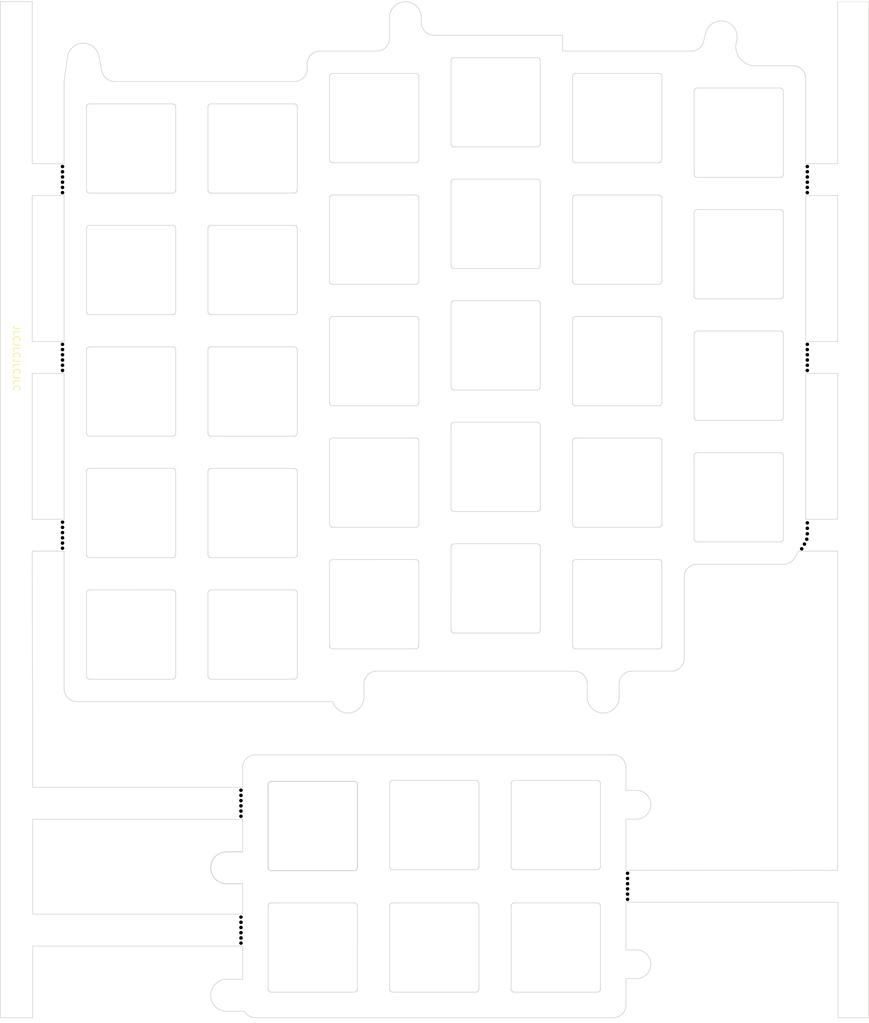
<source format=kicad_pcb>
(kicad_pcb (version 20221018) (generator pcbnew)
  (title_block (title "ErgoSNM keyboard plate") (rev "2.1") (comment 1 "Open source hardware, CERN-OHL-P v2"))
  (layers (0 "F.Cu" signal) (31 "B.Cu" signal) (34 "B.Paste" user) (35 "F.Paste" user) (36 "B.SilkS" user "B.Silkscreen") (37 "F.SilkS" user "F.Silkscreen") (38 "B.Mask" user) (39 "F.Mask" user) (44 "Edge.Cuts" user))
  (net 0 "")
  (footprint "MountingHole:MountingHole_3.7mm" (layer "F.Cu") (at 45.025 47.524222)
    (fp_text reference "REF**" hide)
    (fp_text value "MountingHole_3.7mm")
    (pad "" np_thru_hole circle (at 0 0) (size 3.85 3.85) (drill 3.85) (layers "F&B.Cu" "*.Mask"))
  )
  (footprint "NPTH" (layer "F.Cu") (at 141.499999 41.647447)
    (fp_text reference "REF**" hide)
    (fp_text value "NPTH" hide)
    (pad "" np_thru_hole circle (at 0 0) (size 0.55 0.55) (drill 0.55) (layers "*.Mask"))
  )
  (footprint "MountingHole:MountingHole_2.5mm" (layer "F.Cu") (at 50.47467 170.758)
    (fp_text reference "REF**" hide)
    (fp_text value "MountingHole_2.5mm")
    (pad "" np_thru_hole circle (at 0 0) (size 2.5 2.5) (drill 2.5) (layers "*.Cu" "*.Mask"))
  )
  (footprint "NPTH" (layer "F.Cu") (at 24.75 43.283811)
    (fp_text reference "REF**" hide)
    (fp_text value "NPTH" hide)
    (pad "" np_thru_hole circle (at 0 0) (size 0.55 0.55) (drill 0.55) (layers "*.Mask"))
  )
  (footprint "MountingHole:MountingHole_2.5mm" (layer "F.Cu") (at 64.075 66.574222)
    (fp_text reference "REF**" hide)
    (fp_text value "MountingHole_2.5mm")
    (pad "" np_thru_hole circle (at 0 0) (size 2.5 2.5) (drill 2.5) (layers "*.Cu" "*.Mask"))
  )
  (footprint "NPTH" (layer "F.Cu") (at 24.75 68.703985)
    (fp_text reference "REF**" hide)
    (fp_text value "NPTH" hide)
    (pad "" np_thru_hole circle (at 0 0) (size 0.55 0.55) (drill 0.55) (layers "*.Mask"))
  )
  (footprint "NPTH" (layer "F.Cu") (at 24.75 69.522167)
    (fp_text reference "REF**" hide)
    (fp_text value "NPTH" hide)
    (pad "" np_thru_hole circle (at 0 0) (size 0.55 0.55) (drill 0.55) (layers "*.Mask"))
  )
  (footprint "NPTH" (layer "F.Cu") (at 141.499999 97.545278)
    (fp_text reference "REF**" hide)
    (fp_text value "NPTH" hide)
    (pad "" np_thru_hole circle (at 0 0) (size 0.55 0.55) (drill 0.55) (layers "*.Mask"))
  )
  (footprint "NPTH" (layer "F.Cu") (at 141.050413 100.018437)
    (fp_text reference "REF**" hide)
    (fp_text value "NPTH" hide)
    (pad "" np_thru_hole circle (at 0 0) (size 0.55 0.55) (drill 0.55) (layers "*.Mask"))
  )
  (footprint "NPTH" (layer "F.Cu") (at 52.72467 162.571287)
    (fp_text reference "REF**" hide)
    (fp_text value "NPTH" hide)
    (pad "" np_thru_hole circle (at 0 0) (size 0.55 0.55) (drill 0.55) (layers "*.Mask"))
  )
  (footprint "NPTH" (layer "F.Cu") (at 52.72467 159.29856)
    (fp_text reference "REF**" hide)
    (fp_text value "NPTH" hide)
    (pad "" np_thru_hole circle (at 0 0) (size 0.55 0.55) (drill 0.55) (layers "*.Mask"))
  )
  (footprint "MountingHole:MountingHole_2.5mm" (layer "F.Cu") (at 78.5 17.499222)
    (fp_text reference "REF**" hide)
    (fp_text value "MountingHole_2.5mm")
    (pad "" np_thru_hole circle (at 0 0) (size 2.5 2.5) (drill 2.5) (layers "*.Cu" "*.Mask"))
  )
  (footprint "NPTH" (layer "F.Cu") (at 141.499999 68.703985)
    (fp_text reference "REF**" hide)
    (fp_text value "NPTH" hide)
    (pad "" np_thru_hole circle (at 0 0) (size 0.55 0.55) (drill 0.55) (layers "*.Mask"))
  )
  (footprint "NPTH" (layer "F.Cu") (at 141.499999 70.340349)
    (fp_text reference "REF**" hide)
    (fp_text value "NPTH" hide)
    (pad "" np_thru_hole circle (at 0 0) (size 0.55 0.55) (drill 0.55) (layers "*.Mask"))
  )
  (footprint "NPTH" (layer "F.Cu") (at 141.499999 44.101992)
    (fp_text reference "REF**" hide)
    (fp_text value "NPTH" hide)
    (pad "" np_thru_hole circle (at 0 0) (size 0.55 0.55) (drill 0.55) (layers "*.Mask"))
  )
  (footprint "MountingHole:MountingHole_2.5mm" (layer "F.Cu") (at 114.72467 165.88177)
    (fp_text reference "REF**" hide)
    (fp_text value "MountingHole_2.5mm")
    (pad "" np_thru_hole circle (at 0 0) (size 2.5 2.5) (drill 2.5) (layers "*.Cu" "*.Mask"))
  )
  (footprint "NPTH" (layer "F.Cu") (at 24.75 99.03325)
    (fp_text reference "REF**" hide)
    (fp_text value "NPTH" hide)
    (pad "" np_thru_hole circle (at 0 0) (size 0.55 0.55) (drill 0.55) (layers "*.Mask"))
  )
  (footprint "NPTH" (layer "F.Cu") (at 24.75 71.15853)
    (fp_text reference "REF**" hide)
    (fp_text value "NPTH" hide)
    (pad "" np_thru_hole circle (at 0 0) (size 0.55 0.55) (drill 0.55) (layers "*.Mask"))
  )
  (footprint "NPTH" (layer "F.Cu") (at 52.72467 161.753106)
    (fp_text reference "REF**" hide)
    (fp_text value "NPTH" hide)
    (pad "" np_thru_hole circle (at 0 0) (size 0.55 0.55) (drill 0.55) (layers "*.Mask"))
  )
  (footprint "NPTH" (layer "F.Cu") (at 141.499999 42.465629)
    (fp_text reference "REF**" hide)
    (fp_text value "NPTH" hide)
    (pad "" np_thru_hole circle (at 0 0) (size 0.55 0.55) (drill 0.55) (layers "*.Mask"))
  )
  (footprint "NPTH" (layer "F.Cu") (at 141.499999 98.400558)
    (fp_text reference "REF**" hide)
    (fp_text value "NPTH" hide)
    (pad "" np_thru_hole circle (at 0 0) (size 0.55 0.55) (drill 0.55) (layers "*.Mask"))
  )
  (footprint "NPTH" (layer "F.Cu") (at 24.75 42.465629)
    (fp_text reference "REF**" hide)
    (fp_text value "NPTH" hide)
    (pad "" np_thru_hole circle (at 0 0) (size 0.55 0.55) (drill 0.55) (layers "*.Mask"))
  )
  (footprint "MountingHole:MountingHole_2.5mm" (layer "F.Cu") (at 102.683 80.798222)
    (fp_text reference "REF**" hide)
    (fp_text value "MountingHole_2.5mm")
    (pad "" np_thru_hole circle (at 0 0) (size 2.5 2.5) (drill 2.5) (layers "*.Cu" "*.Mask"))
  )
  (footprint "NPTH" (layer "F.Cu") (at 141.499999 43.283811)
    (fp_text reference "REF**" hide)
    (fp_text value "NPTH" hide)
    (pad "" np_thru_hole circle (at 0 0) (size 0.55 0.55) (drill 0.55) (layers "*.Mask"))
  )
  (footprint "NPTH" (layer "F.Cu") (at 141.415019 99.248019)
    (fp_text reference "REF**" hide)
    (fp_text value "NPTH" hide)
    (pad "" np_thru_hole circle (at 0 0) (size 0.55 0.55) (drill 0.55) (layers "*.Mask"))
  )
  (footprint "NPTH" (layer "F.Cu") (at 24.75 44.101992)
    (fp_text reference "REF**" hide)
    (fp_text value "NPTH" hide)
    (pad "" np_thru_hole circle (at 0 0) (size 0.55 0.55) (drill 0.55) (layers "*.Mask"))
  )
  (footprint "MountingHole:MountingHole_2.5mm" (layer "F.Cu") (at 109.5 123.999222)
    (fp_text reference "REF**" hide)
    (fp_text value "MountingHole_2.5mm")
    (pad "" np_thru_hole circle (at 0 0) (size 2.5 2.5) (drill 2.5) (layers "*.Cu" "*.Mask"))
  )
  (footprint "NPTH" (layer "F.Cu") (at 113.32467 152.432478)
    (fp_text reference "REF**" hide)
    (fp_text value "NPTH" hide)
    (pad "" np_thru_hole circle (at 0 0) (size 0.55 0.55) (drill 0.55) (layers "*.Mask"))
  )
  (footprint "NPTH" (layer "F.Cu") (at 140.62277 100.759129)
    (fp_text reference "REF**" hide)
    (fp_text value "NPTH" hide)
    (pad "" np_thru_hole circle (at 0 0) (size 0.55 0.55) (drill 0.55) (layers "*.Mask"))
  )
  (footprint "NPTH" (layer "F.Cu") (at 141.499999 71.15853)
    (fp_text reference "REF**" hide)
    (fp_text value "NPTH" hide)
    (pad "" np_thru_hole circle (at 0 0) (size 0.55 0.55) (drill 0.55) (layers "*.Mask"))
  )
  (footprint "MountingHole:MountingHole_3.7mm" (layer "F.Cu") (at 45.025 104.674222)
    (fp_text reference "REF**" hide)
    (fp_text value "MountingHole_3.7mm")
    (pad "" np_thru_hole circle (at 0 0) (size 3.85 3.85) (drill 3.85) (layers "F&B.Cu" "*.Mask"))
  )
  (footprint "NPTH" (layer "F.Cu") (at 141.499999 96.689999)
    (fp_text reference "REF**" hide)
    (fp_text value "NPTH" hide)
    (pad "" np_thru_hole circle (at 0 0) (size 0.55 0.55) (drill 0.55) (layers "*.Mask"))
  )
  (footprint "NPTH" (layer "F.Cu") (at 24.75 96.578704)
    (fp_text reference "REF**" hide)
    (fp_text value "NPTH" hide)
    (pad "" np_thru_hole circle (at 0 0) (size 0.55 0.55) (drill 0.55) (layers "*.Mask"))
  )
  (footprint "NPTH" (layer "F.Cu") (at 24.75 99.851432)
    (fp_text reference "REF**" hide)
    (fp_text value "NPTH" hide)
    (pad "" np_thru_hole circle (at 0 0) (size 0.55 0.55) (drill 0.55) (layers "*.Mask"))
  )
  (footprint "MountingHole:MountingHole_2.5mm" (layer "F.Cu") (at 28 23.999222)
    (fp_text reference "REF**" hide)
    (fp_text value "MountingHole_2.5mm")
    (pad "" np_thru_hole circle (at 0 0) (size 2.5 2.5) (drill 2.5) (layers "*.Cu" "*.Mask"))
  )
  (footprint "NPTH" (layer "F.Cu") (at 52.72467 158.480378)
    (fp_text reference "REF**" hide)
    (fp_text value "NPTH" hide)
    (pad "" np_thru_hole circle (at 0 0) (size 0.55 0.55) (drill 0.55) (layers "*.Mask"))
  )
  (footprint "NPTH" (layer "F.Cu") (at 52.72467 160.934924)
    (fp_text reference "REF**" hide)
    (fp_text value "NPTH" hide)
    (pad "" np_thru_hole circle (at 0 0) (size 0.55 0.55) (drill 0.55) (layers "*.Mask"))
  )
  (footprint "NPTH" (layer "F.Cu") (at 141.499999 71.976711)
    (fp_text reference "REF**" hide)
    (fp_text value "NPTH" hide)
    (pad "" np_thru_hole circle (at 0 0) (size 0.55 0.55) (drill 0.55) (layers "*.Mask"))
  )
  (footprint "NPTH" (layer "F.Cu") (at 24.75 44.920174)
    (fp_text reference "REF**" hide)
    (fp_text value "NPTH" hide)
    (pad "" np_thru_hole circle (at 0 0) (size 0.55 0.55) (drill 0.55) (layers "*.Mask"))
  )
  (footprint "NPTH" (layer "F.Cu") (at 113.32467 154.887022)
    (fp_text reference "REF**" hide)
    (fp_text value "NPTH" hide)
    (pad "" np_thru_hole circle (at 0 0) (size 0.55 0.55) (drill 0.55) (layers "*.Mask"))
  )
  (footprint "MountingHole:MountingHole_3.7mm" (layer "F.Cu") (at 121.225 101.042222)
    (fp_text reference "REF**" hide)
    (fp_text value "MountingHole_3.7mm")
    (pad "" np_thru_hole circle (at 0 0) (size 3.85 3.85) (drill 3.85) (layers "F&B.Cu" "*.Mask"))
  )
  (footprint "NPTH" (layer "F.Cu") (at 52.720777 141.05059 180)
    (fp_text reference "REF**" hide)
    (fp_text value "NPTH" hide)
    (pad "" np_thru_hole circle (at 0 0 180) (size 0.55 0.55) (drill 0.55) (layers "*.Mask"))
  )
  (footprint "NPTH" (layer "F.Cu") (at 52.720777 140.23241 180)
    (fp_text reference "REF**" hide)
    (fp_text value "NPTH" hide)
    (pad "" np_thru_hole circle (at 0 0 180) (size 0.55 0.55) (drill 0.55) (layers "*.Mask"))
  )
  (footprint "NPTH" (layer "F.Cu") (at 113.32467 151.614296)
    (fp_text reference "REF**" hide)
    (fp_text value "NPTH" hide)
    (pad "" np_thru_hole circle (at 0 0) (size 0.55 0.55) (drill 0.55) (layers "*.Mask"))
  )
  (footprint "NPTH" (layer "F.Cu") (at 24.75 98.215068)
    (fp_text reference "REF**" hide)
    (fp_text value "NPTH" hide)
    (pad "" np_thru_hole circle (at 0 0) (size 0.55 0.55) (drill 0.55) (layers "*.Mask"))
  )
  (footprint "MountingHole:MountingHole_2.5mm" (layer "F.Cu") (at 114.72467 140.88177)
    (fp_text reference "REF**" hide)
    (fp_text value "MountingHole_2.5mm")
    (pad "" np_thru_hole circle (at 0 0) (size 2.5 2.5) (drill 2.5) (layers "*.Cu" "*.Mask"))
  )
  (footprint "NPTH" (layer "F.Cu") (at 24.75 97.396886)
    (fp_text reference "REF**" hide)
    (fp_text value "NPTH" hide)
    (pad "" np_thru_hole circle (at 0 0) (size 0.55 0.55) (drill 0.55) (layers "*.Mask"))
  )
  (footprint "NPTH" (layer "F.Cu") (at 24.75 72.794893)
    (fp_text reference "REF**" hide)
    (fp_text value "NPTH" hide)
    (pad "" np_thru_hole circle (at 0 0) (size 0.55 0.55) (drill 0.55) (layers "*.Mask"))
  )
  (footprint "NPTH" (layer "F.Cu") (at 113.32467 155.705204)
    (fp_text reference "REF**" hide)
    (fp_text value "NPTH" hide)
    (pad "" np_thru_hole circle (at 0 0) (size 0.55 0.55) (drill 0.55) (layers "*.Mask"))
  )
  (footprint "MountingHole:MountingHole_3.7mm" (layer "F.Cu") (at 121.225 43.892222)
    (fp_text reference "REF**" hide)
    (fp_text value "MountingHole_3.7mm")
    (pad "" np_thru_hole circle (at 0 0) (size 3.85 3.85) (drill 3.85) (layers "F&B.Cu" "*.Mask"))
  )
  (footprint "NPTH" (layer "F.Cu") (at 24.75 41.647447)
    (fp_text reference "REF**" hide)
    (fp_text value "NPTH" hide)
    (pad "" np_thru_hole circle (at 0 0) (size 0.55 0.55) (drill 0.55) (layers "*.Mask"))
  )
  (footprint "NPTH" (layer "F.Cu") (at 24.75 70.340349)
    (fp_text reference "REF**" hide)
    (fp_text value "NPTH" hide)
    (pad "" np_thru_hole circle (at 0 0) (size 0.55 0.55) (drill 0.55) (layers "*.Mask"))
  )
  (footprint "NPTH" (layer "F.Cu") (at 141.499999 69.522167)
    (fp_text reference "REF**" hide)
    (fp_text value "NPTH" hide)
    (pad "" np_thru_hole circle (at 0 0) (size 0.55 0.55) (drill 0.55) (layers "*.Mask"))
  )
  (footprint "NPTH" (layer "F.Cu") (at 24.75 100.669613)
    (fp_text reference "REF**" hide)
    (fp_text value "NPTH" hide)
    (pad "" np_thru_hole circle (at 0 0) (size 0.55 0.55) (drill 0.55) (layers "*.Mask"))
  )
  (footprint "NPTH" (layer "F.Cu") (at 52.720777 138.596046 180)
    (fp_text reference "REF**" hide)
    (fp_text value "NPTH" hide)
    (pad "" np_thru_hole circle (at 0 0 180) (size 0.55 0.55) (drill 0.55) (layers "*.Mask"))
  )
  (footprint "MountingHole:MountingHole_2.5mm" (layer "F.Cu") (at 69.5 123.999222)
    (fp_text reference "REF**" hide)
    (fp_text value "MountingHole_2.5mm")
    (pad "" np_thru_hole circle (at 0 0) (size 2.5 2.5) (drill 2.5) (layers "*.Cu" "*.Mask"))
  )
  (footprint "MountingHole:MountingHole_2.5mm" (layer "F.Cu") (at 128 20.499222)
    (fp_text reference "REF**" hide)
    (fp_text value "MountingHole_2.5mm")
    (pad "" np_thru_hole circle (at 0 0) (size 2.5 2.5) (drill 2.5) (layers "*.Cu" "*.Mask"))
  )
  (footprint "NPTH" (layer "F.Cu") (at 141.499999 44.920174)
    (fp_text reference "REF**" hide)
    (fp_text value "NPTH" hide)
    (pad "" np_thru_hole circle (at 0 0) (size 0.55 0.55) (drill 0.55) (layers "*.Mask"))
  )
  (footprint "NPTH" (layer "F.Cu") (at 141.499999 72.794893)
    (fp_text reference "REF**" hide)
    (fp_text value "NPTH" hide)
    (pad "" np_thru_hole circle (at 0 0) (size 0.55 0.55) (drill 0.55) (layers "*.Mask"))
  )
  (footprint "NPTH" (layer "F.Cu") (at 141.499999 40.829265)
    (fp_text reference "REF**" hide)
    (fp_text value "NPTH" hide)
    (pad "" np_thru_hole circle (at 0 0) (size 0.55 0.55) (drill 0.55) (layers "*.Mask"))
  )
  (footprint "NPTH" (layer "F.Cu") (at 52.720777 139.414228 180)
    (fp_text reference "REF**" hide)
    (fp_text value "NPTH" hide)
    (pad "" np_thru_hole circle (at 0 0 180) (size 0.55 0.55) (drill 0.55) (layers "*.Mask"))
  )
  (footprint "NPTH" (layer "F.Cu") (at 52.720777 141.868772 180)
    (fp_text reference "REF**" hide)
    (fp_text value "NPTH" hide)
    (pad "" np_thru_hole circle (at 0 0 180) (size 0.55 0.55) (drill 0.55) (layers "*.Mask"))
  )
  (footprint "NPTH" (layer "F.Cu") (at 52.720777 142.686954 180)
    (fp_text reference "REF**" hide)
    (fp_text value "NPTH" hide)
    (pad "" np_thru_hole circle (at 0 0 180) (size 0.55 0.55) (drill 0.55) (layers "*.Mask"))
  )
  (footprint "MountingHole:MountingHole_2.5mm" (layer "F.Cu") (at 50.47467 150.758)
    (fp_text reference "REF**" hide)
    (fp_text value "MountingHole_2.5mm")
    (pad "" np_thru_hole circle (at 0 0) (size 2.5 2.5) (drill 2.5) (layers "*.Cu" "*.Mask"))
  )
  (footprint "NPTH" (layer "F.Cu") (at 113.32467 154.06884)
    (fp_text reference "REF**" hide)
    (fp_text value "NPTH" hide)
    (pad "" np_thru_hole circle (at 0 0) (size 0.55 0.55) (drill 0.55) (layers "*.Mask"))
  )
  (footprint "NPTH" (layer "F.Cu") (at 113.32467 153.25066)
    (fp_text reference "REF**" hide)
    (fp_text value "NPTH" hide)
    (pad "" np_thru_hole circle (at 0 0) (size 0.55 0.55) (drill 0.55) (layers "*.Mask"))
  )
  (footprint "NPTH" (layer "F.Cu") (at 24.75 71.976711)
    (fp_text reference "REF**" hide)
    (fp_text value "NPTH" hide)
    (pad "" np_thru_hole circle (at 0 0) (size 0.55 0.55) (drill 0.55) (layers "*.Mask"))
  )
  (footprint "NPTH" (layer "F.Cu") (at 52.72467 160.116742)
    (fp_text reference "REF**" hide)
    (fp_text value "NPTH" hide)
    (pad "" np_thru_hole circle (at 0 0) (size 0.55 0.55) (drill 0.55) (layers "*.Mask"))
  )
  (footprint "NPTH" (layer "F.Cu") (at 24.75 40.829265)
    (fp_text reference "REF**" hide)
    (fp_text value "NPTH" hide)
    (pad "" np_thru_hole circle (at 0 0) (size 0.55 0.55) (drill 0.55) (layers "*.Mask"))
  )
  (gr_line (start 63.14094 24.334124) (end 63.123063 24.433866) (stroke (width 0.1)) (layer "Edge.Cuts"))
  (gr_line (start 72.20439 121.055933) (end 72.251306 120.966118) (stroke (width 0.1)) (layer "Edge.Cuts"))
  (gr_line (start 25.516431 23.71306) (end 25.505158 23.83871) (stroke (width 0.1)) (layer "Edge.Cuts"))
  (gr_line (start 62.895609 26.38001) (end 62.848693 26.469825) (stroke (width 0.1)) (layer "Edge.Cuts"))
  (gr_line (start 66.689618 40.022356) (end 66.662826 39.979372) (stroke (width 0.1)) (layer "Edge.Cuts"))
  (gr_line (start 79.056302 15.061902) (end 78.93412 15.037202) (stroke (width 0.1)) (layer "Edge.Cuts"))
  (gr_line (start 48.520091 172.316724) (end 48.600216 172.412214) (stroke (width 0.1)) (layer "Edge.Cuts"))
  (gr_line (start 78.313174 15.006212) (end 78.18914 15.018623) (stroke (width 0.1)) (layer "Edge.Cuts"))
  (gr_line (start 28.714365 69.18884) (end 28.757349 69.162048) (stroke (width 0.1)) (layer "Edge.Cuts"))
  (gr_line (start 28.693947 63.944609) (end 28.655516 63.911618) (stroke (width 0.1)) (layer "Edge.Cuts"))
  (gr_line (start 108.724345 137.08448) (end 108.77184 137.102072) (stroke (width 0.1)) (layer "Edge.Cuts"))
  (gr_line (start 108.970057 150.867652) (end 108.937066 150.906083) (stroke (width 0.1)) (layer "Edge.Cuts"))
  (gr_line (start 116.170961 164.158177) (end 116.083248 164.088227) (stroke (width 0.1)) (layer "Edge.Cuts"))
  (gr_line (start 28.562826 88.406571) (end 28.589618 88.363587) (stroke (width 0.1)) (layer "Edge.Cuts"))
  (gr_line (start 28.779802 44.948124) (end 28.735517 44.923544) (stroke (width 0.1)) (layer "Edge.Cuts"))
  (gr_line (start 79.177101 15.092661) (end 79.056302 15.061902) (stroke (width 0.1)) (layer "Edge.Cuts"))
  (gr_line (start 80.589764 26.636072) (end 80.597434 26.686137) (stroke (width 0.1)) (layer "Edge.Cuts"))
  (gr_line (start 118.278211 116.430552) (end 118.226166 116.436031) (stroke (width 0.1)) (layer "Edge.Cuts"))
  (gr_line (start 81.775788 19.841773) (end 81.697255 19.777738) (stroke (width 0.1)) (layer "Edge.Cuts"))
  (gr_line (start 61.356052 31.103834) (end 61.394483 31.136825) (stroke (width 0.1)) (layer "Edge.Cuts"))
  (gr_line (start 47.67062 101.974908) (end 47.639618 101.934856) (stroke (width 0.1)) (layer "Edge.Cuts"))
  (gr_line (start 107.584888 125.606191) (end 107.66737 125.699653) (stroke (width 0.1)) (layer "Edge.Cuts"))
  (gr_line (start 137.353948 99.661778) (end 137.30226 99.669973) (stroke (width 0.1)) (layer "Edge.Cuts"))
  (gr_line (start 123.887573 66.778209) (end 123.924286 66.743312) (stroke (width 0.1)) (layer "Edge.Cuts"))
  (gr_line (start 89.913264 137.246885) (end 89.94403 137.289225) (stroke (width 0.1)) (layer "Edge.Cuts"))
  (gr_line (start 99.587203 81.16755) (end 99.609506 81.213027) (stroke (width 0.1)) (layer "Edge.Cuts"))
  (gr_line (start 68.562169 126.31665) (end 68.679487 126.360738) (stroke (width 0.1)) (layer "Edge.Cuts"))
  (gr_line (start 80.444483 102.574325) (end 80.479379 102.611035) (stroke (width 0.1)) (layer "Edge.Cuts"))
  (gr_line (start 130.344938 19.632467) (end 130.298819 19.516659) (stroke (width 0.1)) (layer "Edge.Cuts"))
  (gr_line (start 118.697443 102.886134) (end 118.699999 102.936721) (stroke (width 0.1)) (layer "Edge.Cuts"))
  (gr_line (start 61.547434 69.548637) (end 61.55 69.599222) (stroke (width 0.1)) (layer "Edge.Cuts"))
  (gr_line (start 104.846475 78.190246) (end 104.811457 78.151355) (stroke (width 0.1)) (layer "Edge.Cuts"))
  (gr_line (start 80.752422 16.414512) (end 80.695553 16.303587) (stroke (width 0.1)) (layer "Edge.Cuts"))
  (gr_line (start 76.239035 156.347618) (end 76.282019 156.320826) (stroke (width 0.1)) (layer "Edge.Cuts"))
  (gr_line (start 95.524085 156.260565) (end 95.57467 156.258) (stroke (width 0.1)) (layer "Edge.Cuts"))
  (gr_line (start 66.662826 97.129372) (end 66.640521 97.083899) (stroke (width 0.1)) (layer "Edge.Cuts"))
  (gr_line (start 28.735517 63.973544) (end 28.693947 63.944609) (stroke (width 0.1)) (layer "Edge.Cuts"))
  (gr_line (start 115.598659 142.955149) (end 115.700921 142.909006) (stroke (width 0.1)) (layer "Edge.Cuts"))
  (gr_line (start 28.51953 21.5538) (end 28.395507 21.530705) (stroke (width 0.1)) (layer "Edge.Cuts"))
  (gr_line (start 104.927703 59.206026) (end 104.885366 59.175264) (stroke (width 0.1)) (layer "Edge.Cuts"))
  (gr_line (start 123.924286 47.693312) (end 123.964341 47.662309) (stroke (width 0.1)) (layer "Edge.Cuts"))
  (gr_line (start 42.477069 44.648903) (end 42.459478 44.696399) (stroke (width 0.1)) (layer "Edge.Cuts"))
  (gr_line (start 112.162057 121.147994) (end 112.204362 121.055915) (stroke (width 0.1)) (layer "Edge.Cuts"))
  (gr_line (start 53.716029 173.812291) (end 53.799099 173.876033) (stroke (width 0.1)) (layer "Edge.Cuts"))
  (gr_line (start 139.124153 102.659009) (end 139.200106 102.586933) (stroke (width 0.1)) (layer "Edge.Cuts"))
  (gr_line (start 99.538542 37.574855) (end 99.503524 37.613746) (stroke (width 0.1)) (layer "Edge.Cuts"))
  (gr_line (start 116.940516 141.272513) (end 116.957237 141.161577) (stroke (width 0.1)) (layer "Edge.Cuts"))
  (gr_line (start 123.319193 103.377084) (end 123.411272 103.334779) (stroke (width 0.1)) (layer "Edge.Cuts"))
  (gr_line (start 111.769273 133.186046) (end 111.67339 133.153272) (stroke (width 0.1)) (layer "Edge.Cuts"))
  (gr_line (start 123.861457 99.487355) (end 123.830695 99.445018) (stroke (width 0.1)) (layer "Edge.Cuts"))
  (gr_line (start 47.560235 120.799871) (end 47.552565 120.749806) (stroke (width 0.1)) (layer "Edge.Cuts"))
  (gr_line (start 139.25 25.022722) (end 133.288524 25.022721) (stroke (width 0.1)) (layer "Edge.Cuts"))
  (gr_line (start 47.999415 44.996656) (end 47.974286 44.993456) (stroke (width 0.1)) (layer "Edge.Cuts"))
  (gr_line (start 80.577069 26.58704) (end 80.589764 26.636072) (stroke (width 0.1)) (layer "Edge.Cuts"))
  (gr_line (start 80.6 96.886722) (end 80.597434 96.937306) (stroke (width 0.1)) (layer "Edge.Cuts"))
  (gr_line (start 108.954028 137.235867) (end 108.985028 137.275919) (stroke (width 0.1)) (layer "Edge.Cuts"))
  (gr_line (start 85.864365 42.89984) (end 85.907349 42.873048) (stroke (width 0.1)) (layer "Edge.Cuts"))
  (gr_line (start 99.560412 81.124563) (end 99.587203 81.16755) (stroke (width 0.1)) (layer "Edge.Cuts"))
  (gr_line (start 66.879802 40.185624) (end 66.879802 40.185624) (stroke (width 0.1)) (layer "Edge.Cuts"))
  (gr_line (start 42 44.999222) (end 29 44.999222) (stroke (width 0.1)) (layer "Edge.Cuts"))
  (gr_line (start 47.639618 69.313587) (end 47.654612 69.293169) (stroke (width 0.1)) (layer "Edge.Cuts"))
  (gr_line (start 30.937519 25.897958) (end 30.449811 23.500802) (stroke (width 0.1)) (layer "Edge.Cuts"))
  (gr_line (start 85.739618 62.074587) (end 85.77062 62.034535) (stroke (width 0.1)) (layer "Edge.Cuts"))
  (gr_line (start 80.1 59.286722) (end 67.1 59.286722) (stroke (width 0.1)) (layer "Edge.Cuts"))
  (gr_line (start 47.974286 102.143456) (end 47.924673 102.13326) (stroke (width 0.1)) (layer "Edge.Cuts"))
  (gr_line (start 99.329169 75.826986) (end 99.279399 75.843164) (stroke (width 0.1)) (layer "Edge.Cuts"))
  (gr_line (start 47.94935 31.009457) (end 47.999415 31.001787) (stroke (width 0.1)) (layer "Edge.Cuts"))
  (gr_line (start 42.5 120.699222) (end 42.497434 120.749806) (stroke (width 0.1)) (layer "Edge.Cuts"))
  (gr_line (start 118.300656 26.24694) (end 118.349693 26.259629) (stroke (width 0.1)) (layer "Edge.Cuts"))
  (gr_line (start 76.040631 156.632673) (end 76.055793 156.584347) (stroke (width 0.1)) (layer "Edge.Cuts"))
  (gr_line (start 76.087496 170.00065) (end 76.065191 169.955177) (stroke (width 0.1)) (layer "Edge.Cuts"))
  (gr_line (start 28.637603 107.354738) (end 28.674313 107.319842) (stroke (width 0.1)) (layer "Edge.Cuts"))
  (gr_line (start 28.674313 31.119842) (end 28.693947 31.103834) (stroke (width 0.1)) (layer "Edge.Cuts"))
  (gr_line (start 99.554477 75.654089) (end 99.538542 75.674855) (stroke (width 0.1)) (layer "Edge.Cuts"))
  (gr_line (start 137.404496 80.598226) (end 137.353948 80.611778) (stroke (width 0.1)) (layer "Edge.Cuts"))
  (gr_line (start 99.347194 23.800715) (end 99.392671 23.823018) (stroke (width 0.1)) (layer "Edge.Cuts"))
  (gr_line (start 61.356052 50.153834) (end 61.394483 50.186825) (stroke (width 0.1)) (layer "Edge.Cuts"))
  (gr_line (start 66.704612 83.580669) (end 66.737603 83.542238) (stroke (width 0.1)) (layer "Edge.Cuts"))
  (gr_line (start 28.589618 88.363587) (end 28.604612 88.343169) (stroke (width 0.1)) (layer "Edge.Cuts"))
  (gr_line (start 115.060019 143.106699) (end 115.170504 143.087217) (stroke (width 0.1)) (layer "Edge.Cuts"))
  (gr_line (start 118.656745 58.990073) (end 118.632982 59.0367) (stroke (width 0.1)) (layer "Edge.Cuts"))
  (gr_line (start 116.957237 141.161577) (end 116.968408 141.049944) (stroke (width 0.1)) (layer "Edge.Cuts"))
  (gr_line (start 28.540521 69.402044) (end 28.562826 69.356571) (stroke (width 0.1)) (layer "Edge.Cuts"))
  (gr_line (start 61.412396 44.843705) (end 61.394483 44.861618) (stroke (width 0.1)) (layer "Edge.Cuts"))
  (gr_line (start 53.48838 173.596261) (end 53.560456 173.672213) (stroke (width 0.1)) (layer "Edge.Cuts"))
  (gr_line (start 66.640521 39.933899) (end 66.62293 39.886403) (stroke (width 0.1)) (layer "Edge.Cuts"))
  (gr_line (start 95.077235 150.612184) (end 95.07467 150.5616) (stroke (width 0.1)) (layer "Edge.Cuts"))
  (gr_line (start 66.793947 40.132109) (end 66.755516 40.099118) (stroke (width 0.1)) (layer "Edge.Cuts"))
  (gr_line (start 85.952822 42.850743) (end 86.000318 42.833152) (stroke (width 0.1)) (layer "Edge.Cuts"))
  (gr_line (start 131.29673 24.266124) (end 131.183114 24.159858) (stroke (width 0.1)) (layer "Edge.Cuts"))
  (gr_line (start 130.499968 20.486755) (end 130.496239 20.362158) (stroke (width 0.1)) (layer "Edge.Cuts"))
  (gr_line (start 123.804525 61.299698) (end 123.783235 61.251891) (stroke (width 0.1)) (layer "Edge.Cuts"))
  (gr_line (start 47.639618 44.784856) (end 47.612826 44.741872) (stroke (width 0.1)) (layer "Edge.Cuts"))
  (gr_line (start 104.7 77.836721) (end 104.7 64.836722) (stroke (width 0.1)) (layer "Edge.Cuts"))
  (gr_line (start 61.601305 27.435376) (end 61.502597 27.458281) (stroke (width 0.1)) (layer "Edge.Cuts"))
  (gr_line (start 61.199681 121.176291) (end 61.150649 121.188986) (stroke (width 0.1)) (layer "Edge.Cuts"))
  (gr_line (start 107.003107 124.123836) (end 107.012423 124.248141) (stroke (width 0.1)) (layer "Edge.Cuts"))
  (gr_line (start 99.529409 23.934508) (end 99.560412 23.974563) (stroke (width 0.1)) (layer "Edge.Cuts"))
  (gr_line (start 137.556079 47.677303) (end 137.594512 47.710295) (stroke (width 0.1)) (layer "Edge.Cuts"))
  (gr_line (start 85.885517 75.784544) (end 85.843947 75.755609) (stroke (width 0.1)) (layer "Edge.Cuts"))
  (gr_line (start 47.705516 102.011618) (end 47.67062 101.974908) (stroke (width 0.1)) (layer "Edge.Cuts"))
  (gr_line (start 99.609506 24.063027) (end 99.627092 24.110528) (stroke (width 0.1)) (layer "Edge.Cuts"))
  (gr_line (start 42.220197 31.050319) (end 42.264482 31.074899) (stroke (width 0.1)) (layer "Edge.Cuts"))
  (gr_line (start 118.656745 116.140073) (end 118.645474 116.163698) (stroke (width 0.1)) (layer "Edge.Cuts"))
  (gr_line (start 28.52293 107.54954) (end 28.540521 107.502044) (stroke (width 0.1)) (layer "Edge.Cuts"))
  (gr_line (start 86.04935 42.820457) (end 86.099415 42.812787) (stroke (width 0.1)) (layer "Edge.Cuts"))
  (gr_line (start 118.689056 39.84067) (end 118.675504 39.891218) (stroke (width 0.1)) (layer "Edge.Cuts"))
  (gr_line (start 99.582982 56.5602) (end 99.554477 56.604089) (stroke (width 0.1)) (layer "Edge.Cuts"))
  (gr_line (start 61.547434 31.448637) (end 61.55 31.499222) (stroke (width 0.1)) (layer "Edge.Cuts"))
  (gr_line (start 68.447207 126.266737) (end 68.562169 126.31665) (stroke (width 0.1)) (layer "Edge.Cuts"))
  (gr_line (start 80.364482 64.412399) (end 80.406052 64.441334) (stroke (width 0.1)) (layer "Edge.Cuts"))
  (gr_line (start 118.2 45.286722) (end 118.250587 45.289278) (stroke (width 0.1)) (layer "Edge.Cuts"))
  (gr_line (start 42.149681 121.176291) (end 42.100649 121.188986) (stroke (width 0.1)) (layer "Edge.Cuts"))
  (gr_line (start 42.5 82.599222) (end 42.497434 82.649806) (stroke (width 0.1)) (layer "Edge.Cuts"))
  (gr_line (start 95.164288 170.043634) (end 95.137496 170.00065) (stroke (width 0.1)) (layer "Edge.Cuts"))
  (gr_line (start 123.790493 66.925527) (end 123.812796 66.88005) (stroke (width 0.1)) (layer "Edge.Cuts"))
  (gr_line (start 72.775788 120.35517) (end 72.857463 120.295195) (stroke (width 0.1)) (layer "Edge.Cuts"))
  (gr_line (start 121.458614 119.490983) (end 121.538233 119.422981) (stroke (width 0.1)) (layer "Edge.Cuts"))
  (gr_line (start 89.789152 150.985922) (end 89.744867 151.010503) (stroke (width 0.1)) (layer "Edge.Cuts"))
  (gr_line (start 66.793947 45.391334) (end 66.835517 45.362399) (stroke (width 0.1)) (layer "Edge.Cuts"))
  (gr_line (start 73.401273 120.028443) (end 73.498694 120.000567) (stroke (width 0.1)) (layer "Edge.Cuts"))
  (gr_line (start 99.353351 56.766967) (end 99.304496 56.785726) (stroke (width 0.1)) (layer "Edge.Cuts"))
  (gr_line (start 42.325686 121.078601) (end 42.285634 121.109603) (stroke (width 0.1)) (layer "Edge.Cuts"))
  (gr_line (start 25.162084 123.487933) (end 25.20439 123.58001) (stroke (width 0.1)) (layer "Edge.Cuts"))
  (gr_line (start 124.828165 22.030476) (end 124.760203 22.106565) (stroke (width 0.1)) (layer "Edge.Cuts"))
  (gr_line (start 25.002566 122.80052) (end 25.010261 122.901558) (stroke (width 0.1)) (layer "Edge.Cuts"))
  (gr_line (start 72.124495 121.242111) (end 72.162084 121.14801) (stroke (width 0.1)) (layer "Edge.Cuts"))
  (gr_line (start 80.6 83.886722) (end 80.6 96.886722) (stroke (width 0.1)) (layer "Edge.Cuts"))
  (gr_line (start 66.737603 102.592238) (end 66.774313 102.557342) (stroke (width 0.1)) (layer "Edge.Cuts"))
  (gr_line (start 124.007328 85.735518) (end 124.052805 85.713215) (stroke (width 0.1)) (layer "Edge.Cuts"))
  (gr_line (start 61.518876 44.672874) (end 61.498902 44.719419) (stroke (width 0.1)) (layer "Edge.Cuts"))
  (gr_line (start 85.690521 94.607399) (end 85.67293 94.559903) (stroke (width 0.1)) (layer "Edge.Cuts"))
  (gr_line (start 85.652565 100.409637) (end 85.660235 100.359572) (stroke (width 0.1)) (layer "Edge.Cuts"))
  (gr_line (start 27.035052 21.692953) (end 26.919939 21.744566) (stroke (width 0.1)) (layer "Edge.Cuts"))
  (gr_line (start 61.547434 63.599806) (end 61.544234 63.624935) (stroke (width 0.1)) (layer "Edge.Cuts"))
  (gr_line (start 63.008278 26.097948) (end 62.975504 26.193832) (stroke (width 0.1)) (layer "Edge.Cuts"))
  (gr_line (start 61.356052 88.253834) (end 61.394483 88.286825) (stroke (width 0.1)) (layer "Edge.Cuts"))
  (gr_line (start 137.629409 66.797008) (end 137.660412 66.837063) (stroke (width 0.1)) (layer "Edge.Cuts"))
  (gr_line (start 62.617516 26.801966) (end 62.549585 26.877155) (stroke (width 0.1)) (layer "Edge.Cuts"))
  (gr_line (start 70.972104 156.707415) (end 70.974028 156.732675) (stroke (width 0.1)) (layer "Edge.Cuts"))
  (gr_line (start 63.650414 23.358788) (end 63.582483 23.433977) (stroke (width 0.1)) (layer "Edge.Cuts"))
  (gr_line (start 118.199999 97.386721) (end 105.2 97.386722) (stroke (width 0.1)) (layer "Edge.Cuts"))
  (gr_line (start 123.756169 99.250933) (end 123.75069 99.198888) (stroke (width 0.1)) (layer "Edge.Cuts"))
  (gr_line (start 61.474322 120.963704) (end 61.445387 121.005274) (stroke (width 0.1)) (layer "Edge.Cuts"))
  (gr_line (start 47.67062 63.874908) (end 47.639618 63.834856) (stroke (width 0.1)) (layer "Edge.Cuts"))
  (gr_line (start 47.900318 121.176291) (end 47.852822 121.1587) (stroke (width 0.1)) (layer "Edge.Cuts"))
  (gr_line (start 104.874286 83.507312) (end 104.914341 83.476309) (stroke (width 0.1)) (layer "Edge.Cuts"))
  (gr_line (start 30.449811 23.500802) (end 30.421549 23.377853) (stroke (width 0.1)) (layer "Edge.Cuts"))
  (gr_line (start 42.459478 101.846399) (end 42.437173 101.891872) (stroke (width 0.1)) (layer "Edge.Cuts"))
  (gr_line (start 124.095503 42.498226) (end 124.046648 42.479467) (stroke (width 0.1)) (layer "Edge.Cuts"))
  (gr_line (start 42.395387 88.343169) (end 42.424322 88.384739) (stroke (width 0.1)) (layer "Edge.Cuts"))
  (gr_line (start 47.94935 121.188986) (end 47.900318 121.176291) (stroke (width 0.1)) (layer "Edge.Cuts"))
  (gr_line (start 49.171081 168.624772) (end 49.066369 168.692403) (stroke (width 0.1)) (layer "Edge.Cuts"))
  (gr_line (start 72 121.936722) (end 72.002566 121.835423) (stroke (width 0.1)) (layer "Edge.Cuts"))
  (gr_line (start 42.437173 107.456571) (end 42.459478 107.502044) (stroke (width 0.1)) (layer "Edge.Cuts"))
  (gr_line (start 86.099415 61.862787) (end 86.15 61.860222) (stroke (width 0.1)) (layer "Edge.Cuts"))
  (gr_line (start 85.976347 75.829098) (end 85.929802 75.809124) (stroke (width 0.1)) (layer "Edge.Cuts"))
  (gr_line (start 42.075713 69.104987) (end 42.125326 69.115183) (stroke (width 0.1)) (layer "Edge.Cuts"))
  (gr_line (start 66.857349 26.299548) (end 66.902822 26.277243) (stroke (width 0.1)) (layer "Edge.Cuts"))
  (gr_line (start 63.123063 24.433866) (end 63.110261 24.534385) (stroke (width 0.1)) (layer "Edge.Cuts"))
  (gr_line (start 66.62293 39.886403) (end 66.610235 39.837371) (stroke (width 0.1)) (layer "Edge.Cuts"))
  (gr_line (start 28.510235 44.599871) (end 28.502565 44.549806) (stroke (width 0.1)) (layer "Edge.Cuts"))
  (gr_line (start 85.952822 61.900743) (end 86.000318 61.883152) (stroke (width 0.1)) (layer "Edge.Cuts"))
  (gr_line (start 66.72062 40.062408) (end 66.689618 40.022356) (stroke (width 0.1)) (layer "Edge.Cuts"))
  (gr_line (start 28.510235 82.699871) (end 28.502565 82.649806) (stroke (width 0.1)) (layer "Edge.Cuts"))
  (gr_line (start 48.965158 172.750831) (end 49.066369 172.823596) (stroke (width 0.1)) (layer "Edge.Cuts"))
  (gr_line (start 67.82261 125.852965) (end 67.917619 125.934699) (stroke (width 0.1)) (layer "Edge.Cuts"))
  (gr_line (start 130.629891 23.412615) (end 130.561416 23.272929) (stroke (width 0.1)) (layer "Edge.Cuts"))
  (gr_line (start 141.249999 96.124159) (end 141.249999 96.124159) (stroke (width 0.1)) (layer "Edge.Cuts"))
  (gr_line (start 57.064288 170.043634) (end 57.037496 170.00065) (stroke (width 0.1)) (layer "Edge.Cuts"))
  (gr_line (start 61.075324 64.04858) (end 48.05 64.049222) (stroke (width 0.1)) (layer "Edge.Cuts"))
  (gr_line (start 70.47467 170.258) (end 57.47467 170.258) (stroke (width 0.1)) (layer "Edge.Cuts"))
  (gr_line (start 76.171115 150.915153) (end 76.153096 150.896165) (stroke (width 0.1)) (layer "Edge.Cuts"))
  (gr_line (start 85.712826 56.552872) (end 85.690521 56.507399) (stroke (width 0.1)) (layer "Edge.Cuts"))
  (gr_line (start 104.795522 59.080589) (end 104.767017 59.0367) (stroke (width 0.1)) (layer "Edge.Cuts"))
  (gr_line (start 30.300131 23.019734) (end 30.247791 22.904949) (stroke (width 0.1)) (layer "Edge.Cuts"))
  (gr_line (start 139.452339 25.032974) (end 139.351299 25.025284) (stroke (width 0.1)) (layer "Edge.Cuts"))
  (gr_line (start 80.444483 45.424325) (end 80.479379 45.461035) (stroke (width 0.1)) (layer "Edge.Cuts"))
  (gr_line (start 123.760218 86.072065) (end 123.772907 86.023028) (stroke (width 0.1)) (layer "Edge.Cuts"))
  (gr_line (start 118.588542 97.201355) (end 118.553524 97.240246) (stroke (width 0.1)) (layer "Edge.Cuts"))
  (gr_line (start 80.225326 102.452683) (end 80.273652 102.467845) (stroke (width 0.1)) (layer "Edge.Cuts"))
  (gr_line (start 76.003107 17.374607) (end 76 17.499222) (stroke (width 0.1)) (layer "Edge.Cuts"))
  (gr_line (start 121.289254 119.614032) (end 121.375545 119.554725) (stroke (width 0.1)) (layer "Edge.Cuts"))
  (gr_line (start 67.348663 125.272702) (end 67.415188 125.378917) (stroke (width 0.1)) (layer "Edge.Cuts"))
  (gr_line (start 123.924286 66.743312) (end 123.964341 66.712309) (stroke (width 0.1)) (layer "Edge.Cuts"))
  (gr_line (start 137.994955 103.161791) (end 138.098766 103.148119) (stroke (width 0.1)) (layer "Edge.Cuts"))
  (gr_line (start 113.010786 134.560248) (end 112.982912 134.462827) (stroke (width 0.1)) (layer "Edge.Cuts"))
  (gr_line (start 105.147739 59.283973) (end 105.096051 59.275778) (stroke (width 0.1)) (layer "Edge.Cuts"))
  (gr_line (start 123.964341 66.712309) (end 124.007328 66.685518) (stroke (width 0.1)) (layer "Edge.Cuts"))
  (gr_line (start 85.701097 113.680419) (end 85.681123 113.633874) (stroke (width 0.1)) (layer "Edge.Cuts"))
  (gr_line (start 80.175713 64.342487) (end 80.225326 64.352683) (stroke (width 0.1)) (layer "Edge.Cuts"))
  (gr_line (start 80.6 102.936722) (end 80.6 115.936722) (stroke (width 0.1)) (layer "Edge.Cuts"))
  (gr_line (start 28.52293 120.848903) (end 28.510235 120.799871) (stroke (width 0.1)) (layer "Edge.Cuts"))
  (gr_line (start 99.627092 81.260528) (end 99.639781 81.309565) (stroke (width 0.1)) (layer "Edge.Cuts"))
  (gr_line (start 67.231987 125.050944) (end 67.287545 125.163285) (stroke (width 0.1)) (layer "Edge.Cuts"))
  (gr_line (start 99.456079 42.914803) (end 99.494512 42.947795) (stroke (width 0.1)) (layer "Edge.Cuts"))
  (gr_line (start 63.1 25.499222) (end 63.097433 25.60052) (stroke (width 0.1)) (layer "Edge.Cuts"))
  (gr_line (start 61.335634 69.18884) (end 61.356052 69.203834) (stroke (width 0.1)) (layer "Edge.Cuts"))
  (gr_line (start 28.604612 69.293169) (end 28.637603 69.254738) (stroke (width 0.1)) (layer "Edge.Cuts"))
  (gr_line (start 137.69893 47.852506) (end 137.718901 47.899055) (stroke (width 0.1)) (layer "Edge.Cuts"))
  (gr_line (start 137.749363 48.047395) (end 137.75 61.072722) (stroke (width 0.1)) (layer "Edge.Cuts"))
  (gr_line (start 28.540521 88.452044) (end 28.562826 88.406571) (stroke (width 0.1)) (layer "Edge.Cuts"))
  (gr_line (start 123.708326 22.695166) (end 123.607927 22.713287) (stroke (width 0.1)) (layer "Edge.Cuts"))
  (gr_line (start 61.394483 88.286825) (end 61.429379 88.323535) (stroke (width 0.1)) (layer "Edge.Cuts"))
  (gr_line (start 20.08 138.1415) (end 20 101.124159) (stroke (width 0.1)) (layer "Edge.Cuts"))
  (gr_line (start 61.698726 27.4075) (end 61.601305 27.435376) (stroke (width 0.1)) (layer "Edge.Cuts"))
  (gr_line (start 78.562326 14.999999) (end 78.437673 14.999999) (stroke (width 0.1)) (layer "Edge.Cuts"))
  (gr_line (start 61.534038 101.774548) (end 61.518876 101.822874) (stroke (width 0.1)) (layer "Edge.Cuts"))
  (gr_line (start 95.07467 169.758) (end 95.07467 156.758) (stroke (width 0.1)) (layer "Edge.Cuts"))
  (gr_line (start 62.848693 26.469825) (end 62.797288 26.55715) (stroke (width 0.1)) (layer "Edge.Cuts"))
  (gr_line (start 48.024675 88.149863) (end 61.05 88.149222) (stroke (width 0.1)) (layer "Edge.Cuts"))
  (gr_line (start 137.718901 47.899055) (end 137.734058 47.947386) (stroke (width 0.1)) (layer "Edge.Cuts"))
  (gr_line (start 66.62293 77.986403) (end 66.610235 77.937371) (stroke (width 0.1)) (layer "Edge.Cuts"))
  (gr_line (start 105.096051 40.225778) (end 105.045503 40.212226) (stroke (width 0.1)) (layer "Edge.Cuts"))
  (gr_line (start 28.395507 21.530705) (end 28.270477 21.513896) (stroke (width 0.1)) (layer "Edge.Cuts"))
  (gr_line (start 80.559478 102.739544) (end 80.577069 102.78704) (stroke (width 0.1)) (layer "Edge.Cuts"))
  (gr_line (start 28.802822 88.189743) (end 28.850318 88.172152) (stroke (width 0.1)) (layer "Edge.Cuts"))
  (gr_line (start 48.05 50.049222) (end 61.05 50.049222) (stroke (width 0.1)) (layer "Edge.Cuts"))
  (gr_line (start 99.299693 99.983129) (end 99.347194 100.000715) (stroke (width 0.1)) (layer "Edge.Cuts"))
  (gr_line (start 118.571542 59.121259) (end 118.553524 59.140246) (stroke (width 0.1)) (layer "Edge.Cuts"))
  (gr_line (start 95.424988 151.038669) (end 95.377492 151.021078) (stroke (width 0.1)) (layer "Edge.Cuts"))
  (gr_line (start 89.830722 156.362612) (end 89.869153 156.395603) (stroke (width 0.1)) (layer "Edge.Cuts"))
  (gr_line (start 78.18914 15.018623) (end 78.065879 15.037202) (stroke (width 0.1)) (layer "Edge.Cuts"))
  (gr_line (start 47.654612 69.293169) (end 47.687603 69.254738) (stroke (width 0.1)) (layer "Edge.Cuts"))
  (gr_line (start 104.7 96.886721) (end 104.7 83.886721) (stroke (width 0.1)) (layer "Edge.Cuts"))
  (gr_line (start 104.973023 78.282196) (end 104.927703 78.256026) (stroke (width 0.1)) (layer "Edge.Cuts"))
  (gr_line (start 66.774313 26.357342) (end 66.814365 26.32634) (stroke (width 0.1)) (layer "Edge.Cuts"))
  (gr_line (start 42.459478 63.746399) (end 42.437173 63.791872) (stroke (width 0.1)) (layer "Edge.Cuts"))
  (gr_line (start 116.857534 140.165195) (end 116.819163 140.059771) (stroke (width 0.1)) (layer "Edge.Cuts"))
  (gr_line (start 49.503583 168.454309) (end 49.38996 168.505577) (stroke (width 0.1)) (layer "Edge.Cuts"))
  (gr_line (start 61.270197 88.200319) (end 61.314482 88.224899) (stroke (width 0.1)) (layer "Edge.Cuts"))
  (gr_line (start 116.918287 166.382478) (end 116.940516 166.272513) (stroke (width 0.1)) (layer "Edge.Cuts"))
  (gr_line (start 80.510381 40.022356) (end 80.479379 40.062408) (stroke (width 0.1)) (layer "Edge.Cuts"))
  (gr_line (start 86.099415 80.912787) (end 86.15 80.910222) (stroke (width 0.1)) (layer "Edge.Cuts"))
  (gr_line (start 104.780695 40.009018) (end 104.767017 39.9867) (stroke (width 0.1)) (layer "Edge.Cuts"))
  (gr_line (start 71.145584 125.881255) (end 71.237836 125.79642) (stroke (width 0.1)) (layer "Edge.Cuts"))
  (gr_line (start 29 69.099222) (end 42 69.099222) (stroke (width 0.1)) (layer "Edge.Cuts"))
  (gr_line (start 82.498694 20.196376) (end 82.401273 20.1685) (stroke (width 0.1)) (layer "Edge.Cuts"))
  (gr_line (start 52.97467 158.025833) (end 20.08 158.025833) (stroke (width 0.1)) (layer "Edge.Cuts"))
  (gr_line (start 26.296746 22.169214) (end 26.206598 22.257466) (stroke (width 0.1)) (layer "Edge.Cuts"))
  (gr_line (start 123.887573 28.678209) (end 123.924286 28.643312) (stroke (width 0.1)) (layer "Edge.Cuts"))
  (gr_line (start 120.916721 119.803857) (end 121.013456 119.763785) (stroke (width 0.1)) (layer "Edge.Cuts"))
  (gr_line (start 124.199412 85.675278) (end 124.249999 85.672722) (stroke (width 0.1)) (layer "Edge.Cuts"))
  (gr_line (start 114.72467 163.63177) (end 113.07467 163.63177) (stroke (width 0.1)) (layer "Edge.Cuts"))
  (gr_line (start 115.060019 163.6569) (end 114.9487 163.64295) (stroke (width 0.1)) (layer "Edge.Cuts"))
  (gr_line (start 26.807576 21.801922) (end 26.69825 21.864872) (stroke (width 0.1)) (layer "Edge.Cuts"))
  (gr_line (start 95.179282 156.451947) (end 95.212273 156.413516) (stroke (width 0.1)) (layer "Edge.Cuts"))
  (gr_line (start 123.804525 80.349698) (end 123.783235 80.301891) (stroke (width 0.1)) (layer "Edge.Cuts"))
  (gr_line (start 116.083248 139.088227) (end 115.992157 139.022737) (stroke (width 0.1)) (layer "Edge.Cuts"))
  (gr_line (start 80.537173 64.594071) (end 80.559478 64.639544) (stroke (width 0.1)) (layer "Edge.Cuts"))
  (gr_line (start 99.176166 113.959531) (end 99.149999 113.960221) (stroke (width 0.1)) (layer "Edge.Cuts"))
  (gr_line (start 109.064434 156.65735) (end 109.072104 156.707415) (stroke (width 0.1)) (layer "Edge.Cuts"))
  (gr_line (start 28.949415 69.101787) (end 29 69.099222) (stroke (width 0.1)) (layer "Edge.Cuts"))
  (gr_line (start 62.477933 26.948807) (end 62.402744 27.016738) (stroke (width 0.1)) (layer "Edge.Cuts"))
  (gr_line (start 61.375686 63.928601) (end 61.335634 63.959603) (stroke (width 0.1)) (layer "Edge.Cuts"))
  (gr_line (start 62.681551 26.723433) (end 62.617516 26.801966) (stroke (width 0.1)) (layer "Edge.Cuts"))
  (gr_line (start 105.149412 45.289278) (end 105.174673 45.287358) (stroke (width 0.1)) (layer "Edge.Cuts"))
  (gr_line (start 61.498902 107.479024) (end 61.518876 107.525569) (stroke (width 0.1)) (layer "Edge.Cuts"))
  (gr_line (start 105.147739 40.233973) (end 105.096051 40.225778) (stroke (width 0.1)) (layer "Edge.Cuts"))
  (gr_line (start 130.295195 22.223035) (end 130.288835 22.067598) (stroke (width 0.1)) (layer "Edge.Cuts"))
  (gr_line (start 27.892537 21.501532) (end 27.766676 21.510133) (stroke (width 0.1)) (layer "Edge.Cuts"))
  (gr_line (start 99.647443 62.309634) (end 99.649999 62.360221) (stroke (width 0.1)) (layer "Edge.Cuts"))
  (gr_line (start 67.049415 64.339287) (end 67.1 64.336722) (stroke (width 0.1)) (layer "Edge.Cuts"))
  (gr_line (start 61.335634 83.009603) (end 61.29265 83.036395) (stroke (width 0.1)) (layer "Edge.Cuts"))
  (gr_line (start 106.302744 120.419205) (end 106.377933 120.487136) (stroke (width 0.1)) (layer "Edge.Cuts"))
  (gr_line (start 61.544234 107.623508) (end 61.549358 107.673897) (stroke (width 0.1)) (layer "Edge.Cuts"))
  (gr_line (start 74.402597 22.695781) (end 74.302855 22.713658) (stroke (width 0.1)) (layer "Edge.Cuts"))
  (gr_line (start 111.76928 174.133504) (end 111.863381 174.095915) (stroke (width 0.1)) (layer "Edge.Cuts"))
  (gr_line (start 80.444483 26.374325) (end 80.479379 26.411035) (stroke (width 0.1)) (layer "Edge.Cuts"))
  (gr_line (start 126.633179 18.405946) (end 126.530537 18.476679) (stroke (width 0.1)) (layer "Edge.Cuts"))
  (gr_line (start 118.514633 116.325264) (end 118.472296 116.356026) (stroke (width 0.1)) (layer "Edge.Cuts"))
  (gr_line (start 122.975761 103.591139) (end 123.057439 103.531164) (stroke (width 0.1)) (layer "Edge.Cuts"))
  (gr_line (start 42.437173 31.256571) (end 42.459478 31.302044) (stroke (width 0.1)) (layer "Edge.Cuts"))
  (gr_line (start 76 20.736722) (end 75.997433 20.83802) (stroke (width 0.1)) (layer "Edge.Cuts"))
  (gr_line (start 61.509478 69.402044) (end 61.527069 69.44954) (stroke (width 0.1)) (layer "Edge.Cuts"))
  (gr_line (start 25.964415 22.547879) (end 25.893793 22.652413) (stroke (width 0.1)) (layer "Edge.Cuts"))
  (gr_line (start 47.612826 88.406571) (end 47.612826 88.406571) (stroke (width 0.1)) (layer "Edge.Cuts"))
  (gr_line (start 47.55 88.649222) (end 47.552565 88.598637) (stroke (width 0.1)) (layer "Edge.Cuts"))
  (gr_line (start 116.726908 139.855312) (end 116.673253 139.756785) (stroke (width 0.1)) (layer "Edge.Cuts"))
  (gr_line (start 42.344483 107.336825) (end 42.379379 107.373535) (stroke (width 0.1)) (layer "Edge.Cuts"))
  (gr_line (start 80.297177 116.3962) (end 80.249681 116.413791) (stroke (width 0.1)) (layer "Edge.Cuts"))
  (gr_line (start 80.150584 97.384156) (end 80.1 97.386722) (stroke (width 0.1)) (layer "Edge.Cuts"))
  (gr_line (start 61.412396 63.893705) (end 61.375686 63.928601) (stroke (width 0.1)) (layer "Edge.Cuts"))
  (gr_line (start 99.456079 23.864803) (end 99.494512 23.897795) (stroke (width 0.1)) (layer "Edge.Cuts"))
  (gr_line (start 26.597402 124.658281) (end 26.697144 124.676158) (stroke (width 0.1)) (layer "Edge.Cuts"))
  (gr_line (start 61.175326 88.165183) (end 61.223652 88.180345) (stroke (width 0.1)) (layer "Edge.Cuts"))
  (gr_line (start 112.771958 173.315928) (end 112.823363 173.228603) (stroke (width 0.1)) (layer "Edge.Cuts"))
  (gr_line (start 124.68845 22.17909) (end 124.613091 22.247862) (stroke (width 0.1)) (layer "Edge.Cuts"))
  (gr_line (start 116.726908 166.908287) (end 116.775585 166.807208) (stroke (width 0.1)) (layer "Edge.Cuts"))
  (gr_line (start 25.550414 124.077155) (end 25.622066 124.148807) (stroke (width 0.1)) (layer "Edge.Cuts"))
  (gr_line (start 47.829802 44.948124) (end 47.785517 44.923544) (stroke (width 0.1)) (layer "Edge.Cuts"))
  (gr_line (start 28.637603 88.304738) (end 28.674313 88.269842) (stroke (width 0.1)) (layer "Edge.Cuts"))
  (gr_line (start 28.874673 44.98326) (end 28.826347 44.968098) (stroke (width 0.1)) (layer "Edge.Cuts"))
  (gr_line (start 66.835517 45.362399) (end 66.879802 45.337819) (stroke (width 0.1)) (layer "Edge.Cuts"))
  (gr_line (start 129.449219 18.462125) (end 129.345876 18.392419) (stroke (width 0.1)) (layer "Edge.Cuts"))
  (gr_line (start 99.587203 43.06755) (end 99.609506 43.113027) (stroke (width 0.1)) (layer "Edge.Cuts"))
  (gr_line (start 49.619619 168.408768) (end 49.503583 168.454309) (stroke (width 0.1)) (layer "Edge.Cuts"))
  (gr_line (start 80.479379 64.511035) (end 80.510381 64.551087) (stroke (width 0.1)) (layer "Edge.Cuts"))
  (gr_line (start 42.220197 88.200319) (end 42.220197 88.200319) (stroke (width 0.1)) (layer "Edge.Cuts"))
  (gr_line (start 28.604612 31.193169) (end 28.637603 31.154738) (stroke (width 0.1)) (layer "Edge.Cuts"))
  (gr_line (start 124.052805 47.613215) (end 124.100306 47.595629) (stroke (width 0.1)) (layer "Edge.Cuts"))
  (gr_line (start 85.65 81.410222) (end 85.652565 81.359637) (stroke (width 0.1)) (layer "Edge.Cuts"))
  (gr_line (start 66.755516 59.149118) (end 66.72062 59.112408) (stroke (width 0.1)) (layer "Edge.Cuts"))
  (gr_line (start 85.907349 61.923048) (end 85.952822 61.900743) (stroke (width 0.1)) (layer "Edge.Cuts"))
  (gr_line (start 47.639618 88.363587) (end 47.654612 88.343169) (stroke (width 0.1)) (layer "Edge.Cuts"))
  (gr_line (start 81.251306 19.230825) (end 81.20439 19.14101) (stroke (width 0.1)) (layer "Edge.Cuts"))
  (gr_line (start 118.544512 45.424295) (end 118.579409 45.461008) (stroke (width 0.1)) (layer "Edge.Cuts"))
  (gr_line (start 48.05 69.099222) (end 61.05 69.099222) (stroke (width 0.1)) (layer "Edge.Cuts"))
  (gr_line (start 61.55 63.549222) (end 61.547434 63.599806) (stroke (width 0.1)) (layer "Edge.Cuts"))
  (gr_line (start 118.697443 45.736134) (end 118.699999 45.786721) (stroke (width 0.1)) (layer "Edge.Cuts"))
  (gr_line (start 86.099415 99.962787) (end 86.15 99.960222) (stroke (width 0.1)) (layer "Edge.Cuts"))
  (gr_line (start 127.676775 18.020204) (end 127.553608 18.039397) (stroke (width 0.1)) (layer "Edge.Cuts"))
  (gr_line (start 111.863381 174.095915) (end 111.955458 174.053609) (stroke (width 0.1)) (layer "Edge.Cuts"))
  (gr_line (start 99.554477 56.604089) (end 99.538542 56.624855) (stroke (width 0.1)) (layer "Edge.Cuts"))
  (gr_line (start 31.213139 26.57777) (end 31.158669 26.487562) (stroke (width 0.1)) (layer "Edge.Cuts"))
  (gr_line (start 99.15 42.810222) (end 99.200587 42.812778) (stroke (width 0.1)) (layer "Edge.Cuts"))
  (gr_line (start 75.302744 22.254238) (end 75.224211 22.318273) (stroke (width 0.1)) (layer "Edge.Cuts"))
  (gr_line (start 47.612826 88.406571) (end 47.639618 88.363587) (stroke (width 0.1)) (layer "Edge.Cuts"))
  (gr_line (start 112.358442 120.794161) (end 112.418417 120.712483) (stroke (width 0.1)) (layer "Edge.Cuts"))
  (gr_line (start 89.878241 137.207992) (end 89.913264 137.246885) (stroke (width 0.1)) (layer "Edge.Cuts"))
  (gr_line (start 116.857534 165.165195) (end 116.819163 165.059771) (stroke (width 0.1)) (layer "Edge.Cuts"))
  (gr_line (start 61.527069 69.44954) (end 61.539764 69.498572) (stroke (width 0.1)) (layer "Edge.Cuts"))
  (gr_line (start 42.050584 107.201787) (end 42.100649 107.209457) (stroke (width 0.1)) (layer "Edge.Cuts"))
  (gr_line (start 99.20226 37.757473) (end 99.149999 37.760221) (stroke (width 0.1)) (layer "Edge.Cuts"))
  (gr_line (start 76.077306 16.882328) (end 76.049568 17.003856) (stroke (width 0.1)) (layer "Edge.Cuts"))
  (gr_line (start 85.660235 100.359572) (end 85.67293 100.31054) (stroke (width 0.1)) (layer "Edge.Cuts"))
  (gr_line (start 66.610235 58.887371) (end 66.602565 58.837306) (stroke (width 0.1)) (layer "Edge.Cuts"))
  (gr_line (start 89.52467 170.258) (end 76.52467 170.258) (stroke (width 0.1)) (layer "Edge.Cuts"))
  (gr_line (start 42.173652 69.130345) (end 42.220197 69.150319) (stroke (width 0.1)) (layer "Edge.Cuts"))
  (gr_line (start 137.744247 47.997002) (end 137.749363 48.047395) (stroke (width 0.1)) (layer "Edge.Cuts"))
  (gr_line (start 54.661801 174.233376) (end 54.765613 174.247043) (stroke (width 0.1)) (layer "Edge.Cuts"))
  (gr_line (start 114.9487 168.120649) (end 115.060019 168.106699) (stroke (width 0.1)) (layer "Edge.Cuts"))
  (gr_line (start 86.074286 37.754456) (end 86.024673 37.74426) (stroke (width 0.1)) (layer "Edge.Cuts"))
  (gr_line (start 123.783235 80.301891) (end 123.767057 80.252121) (stroke (width 0.1)) (layer "Edge.Cuts"))
  (gr_line (start 72.302711 120.878793) (end 72.358473 120.794185) (stroke (width 0.1)) (layer "Edge.Cuts"))
  (gr_line (start 32.686978 27.488121) (end 32.582513 27.474278) (stroke (width 0.1)) (layer "Edge.Cuts"))
  (gr_line (start 118.675504 116.091218) (end 118.656745 116.140073) (stroke (width 0.1)) (layer "Edge.Cuts"))
  (gr_line (start 61.402855 27.476158) (end 61.302336 27.48896) (stroke (width 0.1)) (layer "Edge.Cuts"))
  (gr_line (start 85.907349 113.897395) (end 85.907349 113.897395) (stroke (width 0.1)) (layer "Edge.Cuts"))
  (gr_line (start 76.027235 169.808584) (end 76.02467 169.758) (stroke (width 0.1)) (layer "Edge.Cuts"))
  (gr_line (start 130.44663 22.983855) (end 130.400627 22.835245) (stroke (width 0.1)) (layer "Edge.Cuts"))
  (gr_line (start 61.125713 44.993456) (end 61.075324 44.99858) (stroke (width 0.1)) (layer "Edge.Cuts"))
  (gr_line (start 67.1 59.286722) (end 67.049415 59.284156) (stroke (width 0.1)) (layer "Edge.Cuts"))
  (gr_line (start 80.415111 15.892252) (end 80.332629 15.79879) (stroke (width 0.1)) (layer "Edge.Cuts"))
  (gr_line (start 80.479379 45.461035) (end 80.510381 45.501087) (stroke (width 0.1)) (layer "Edge.Cuts"))
  (gr_line (start 137.499978 61.505704) (end 137.453351 61.529467) (stroke (width 0.1)) (layer "Edge.Cuts"))
  (gr_line (start 85.952822 113.9197) (end 85.907349 113.897395) (stroke (width 0.1)) (layer "Edge.Cuts"))
  (gr_line (start 80.597434 115.987306) (end 80.594234 116.012435) (stroke (width 0.1)) (layer "Edge.Cuts"))
  (gr_line (start 112.771933 134.003625) (end 112.716173 133.919017) (stroke (width 0.1)) (layer "Edge.Cuts"))
  (gr_line (start 106.641526 120.794185) (end 106.697288 120.878793) (stroke (width 0.1)) (layer "Edge.Cuts"))
  (gr_line (start 85.652565 62.309637) (end 85.660235 62.259572) (stroke (width 0.1)) (layer "Edge.Cuts"))
  (gr_line (start 28.874673 31.015183) (end 28.924286 31.004987) (stroke (width 0.1)) (layer "Edge.Cuts"))
  (gr_line (start 25.418448 123.923433) (end 25.482483 124.001966) (stroke (width 0.1)) (layer "Edge.Cuts"))
  (gr_line (start 95.077235 169.808584) (end 95.07467 169.758) (stroke (width 0.1)) (layer "Edge.Cuts"))
  (gr_line (start 108.937066 150.906083) (end 108.900356 150.940979) (stroke (width 0.1)) (layer "Edge.Cuts"))
  (gr_line (start 42 64.049222) (end 29 64.049222) (stroke (width 0.1)) (layer "Edge.Cuts"))
  (gr_line (start 42.379379 31.173535) (end 42.410381 31.213587) (stroke (width 0.1)) (layer "Edge.Cuts"))
  (gr_line (start 85.712826 94.652872) (end 85.690521 94.607399) (stroke (width 0.1)) (layer "Edge.Cuts"))
  (gr_line (start 122.32447 104.478097) (end 122.362057 104.383994) (stroke (width 0.1)) (layer "Edge.Cuts"))
  (gr_line (start 66.689618 59.072356) (end 66.662826 59.029372) (stroke (width 0.1)) (layer "Edge.Cuts"))
  (gr_line (start 118.656745 97.090073) (end 118.645474 97.113698) (stroke (width 0.1)) (layer "Edge.Cuts"))
  (gr_line (start 85.805516 75.722618) (end 85.77062 75.685908) (stroke (width 0.1)) (layer "Edge.Cuts"))
  (gr_line (start 95.230186 170.120396) (end 95.19529 170.083686) (stroke (width 0.1)) (layer "Edge.Cuts"))
  (gr_line (start 66.6 83.886722) (end 66.602565 83.836137) (stroke (width 0.1)) (layer "Edge.Cuts"))
  (gr_line (start 26.401273 124.6075) (end 26.498694 124.635376) (stroke (width 0.1)) (layer "Edge.Cuts"))
  (gr_line (start 28.551097 31.279024) (end 28.575677 31.234739) (stroke (width 0.1)) (layer "Edge.Cuts"))
  (gr_line (start 42.285634 102.059603) (end 42.24265 102.086395) (stroke (width 0.1)) (layer "Edge.Cuts"))
  (gr_line (start 85.952822 80.950743) (end 86.000318 80.933152) (stroke (width 0.1)) (layer "Edge.Cuts"))
  (gr_line (start 105.099343 64.34694) (end 105.149412 64.339278) (stroke (width 0.1)) (layer "Edge.Cuts"))
  (gr_line (start 76.198983 156.37862) (end 76.239035 156.347618) (stroke (width 0.1)) (layer "Edge.Cuts"))
  (gr_line (start 75.449585 22.114655) (end 75.377933 22.186307) (stroke (width 0.1)) (layer "Edge.Cuts"))
  (gr_line (start 85.824313 23.880842) (end 85.864365 23.84984) (stroke (width 0.1)) (layer "Edge.Cuts"))
  (gr_line (start 47.55 44.499222) (end 47.55 31.499222) (stroke (width 0.1)) (layer "Edge.Cuts"))
  (gr_line (start 109.034117 137.364375) (end 109.051703 137.411871) (stroke (width 0.1)) (layer "Edge.Cuts"))
  (gr_line (start 99.299693 23.783129) (end 99.347194 23.800715) (stroke (width 0.1)) (layer "Edge.Cuts"))
  (gr_line (start 72.251306 120.966118) (end 72.302711 120.878793) (stroke (width 0.1)) (layer "Edge.Cuts"))
  (gr_line (start 47.55 63.549222) (end 47.55 50.549222) (stroke (width 0.1)) (layer "Edge.Cuts"))
  (gr_line (start 99.494512 23.897795) (end 99.529409 23.934508) (stroke (width 0.1)) (layer "Edge.Cuts"))
  (gr_line (start 76.42072 137.072523) (end 76.472408 137.064337) (stroke (width 0.1)) (layer "Edge.Cuts"))
  (gr_line (start 42.468876 88.475569) (end 42.484038 88.523895) (stroke (width 0.1)) (layer "Edge.Cuts"))
  (gr_line (start 118.300656 83.39694) (end 118.349693 83.409629) (stroke (width 0.1)) (layer "Edge.Cuts"))
  (gr_line (start 89.52467 156.258) (end 89.575254 156.260565) (stroke (width 0.1)) (layer "Edge.Cuts"))
  (gr_line (start 116.775585 141.807208) (end 116.819163 141.703828) (stroke (width 0.1)) (layer "Edge.Cuts"))
  (gr_line (start 28.510235 107.598572) (end 28.52293 107.54954) (stroke (width 0.1)) (layer "Edge.Cuts"))
  (gr_line (start 118.619304 40.009018) (end 118.588542 40.051355) (stroke (width 0.1)) (layer "Edge.Cuts"))
  (gr_line (start 25.624239 23.220914) (end 25.588002 23.341752) (stroke (width 0.1)) (layer "Edge.Cuts"))
  (gr_line (start 99.414504 80.985869) (end 99.456079 81.014803) (stroke (width 0.1)) (layer "Edge.Cuts"))
  (gr_line (start 80.320197 64.387819) (end 80.320197 64.387819) (stroke (width 0.1)) (layer "Edge.Cuts"))
  (gr_line (start 116.819163 140.059771) (end 116.775585 139.956391) (stroke (width 0.1)) (layer "Edge.Cuts"))
  (gr_line (start 99.606745 37.463573) (end 99.595474 37.487198) (stroke (width 0.1)) (layer "Edge.Cuts"))
  (gr_line (start 75.875504 21.431332) (end 75.837915 21.525433) (stroke (width 0.1)) (layer "Edge.Cuts"))
  (gr_line (start 89.721847 156.298521) (end 89.721847 156.298521) (stroke (width 0.1)) (layer "Edge.Cuts"))
  (gr_line (start 42.448902 120.919419) (end 42.424322 120.963704) (stroke (width 0.1)) (layer "Edge.Cuts"))
  (gr_line (start 28.502565 120.749806) (end 28.5 120.699222) (stroke (width 0.1)) (layer "Edge.Cuts"))
  (gr_line (start 104.874286 45.407312) (end 104.914341 45.376309) (stroke (width 0.1)) (layer "Edge.Cuts"))
  (gr_line (start 28.52293 31.34954) (end 28.540521 31.302044) (stroke (width 0.1)) (layer "Edge.Cuts"))
  (gr_line (start 106.449585 120.558788) (end 106.517516 120.633977) (stroke (width 0.1)) (layer "Edge.Cuts"))
  (gr_line (start 71.692314 125.200786) (end 71.749777 125.089406) (stroke (width 0.1)) (layer "Edge.Cuts"))
  (gr_line (start 61.498902 44.719419) (end 61.498902 44.719419) (stroke (width 0.1)) (layer "Edge.Cuts"))
  (gr_line (start 63.076936 25.802077) (end 63.059059 25.901819) (stroke (width 0.1)) (layer "Edge.Cuts"))
  (gr_line (start 137.30226 99.669973) (end 137.249999 99.672721) (stroke (width 0.1)) (layer "Edge.Cuts"))
  (gr_line (start 129.985279 18.979792) (end 129.907074 18.882723) (stroke (width 0.1)) (layer "Edge.Cuts"))
  (gr_line (start 48.195905 171.786217) (end 48.24999 171.898526) (stroke (width 0.1)) (layer "Edge.Cuts"))
  (gr_line (start 74 22.736722) (end 65.1 22.736722) (stroke (width 0.1)) (layer "Edge.Cuts"))
  (gr_line (start 89.698322 151.030477) (end 89.649996 151.045639) (stroke (width 0.1)) (layer "Edge.Cuts"))
  (gr_line (start 123.861457 61.387355) (end 123.830695 61.345018) (stroke (width 0.1)) (layer "Edge.Cuts"))
  (gr_line (start 42.197177 31.039743) (end 42.220197 31.050319) (stroke (width 0.1)) (layer "Edge.Cuts"))
  (gr_line (start 99.627092 43.160528) (end 99.639781 43.209565) (stroke (width 0.1)) (layer "Edge.Cuts"))
  (gr_line (start 109.068904 169.833713) (end 109.058708 169.883326) (stroke (width 0.1)) (layer "Edge.Cuts"))
  (gr_line (start 95.117909 137.358181) (end 95.14167 137.31155) (stroke (width 0.1)) (layer "Edge.Cuts"))
  (gr_line (start 28.5 120.699222) (end 28.5 107.699222) (stroke (width 0.1)) (layer "Edge.Cuts"))
  (gr_line (start 61.509478 31.302044) (end 61.527069 31.34954) (stroke (width 0.1)) (layer "Edge.Cuts"))
  (gr_line (start 28.62062 44.824908) (end 28.589618 44.784856) (stroke (width 0.1)) (layer "Edge.Cuts"))
  (gr_line (start 113.07467 143.13177) (end 114.72467 143.13183) (stroke (width 0.1)) (layer "Edge.Cuts"))
  (gr_line (start 99.464633 75.748764) (end 99.422296 75.779526) (stroke (width 0.1)) (layer "Edge.Cuts"))
  (gr_line (start 28.655516 44.861618) (end 28.62062 44.824908) (stroke (width 0.1)) (layer "Edge.Cuts"))
  (gr_line (start 66.62293 102.78704) (end 66.640521 102.739544) (stroke (width 0.1)) (layer "Edge.Cuts"))
  (gr_line (start 80.6 45.786722) (end 80.6 58.786722) (stroke (width 0.1)) (layer "Edge.Cuts"))
  (gr_line (start 70.854049 156.432313) (end 70.885051 156.472365) (stroke (width 0.1)) (layer "Edge.Cuts"))
  (gr_line (start 123.790493 28.825527) (end 123.812796 28.78005) (stroke (width 0.1)) (layer "Edge.Cuts"))
  (gr_line (start 29 102.149222) (end 28.949415 102.146656) (stroke (width 0.1)) (layer "Edge.Cuts"))
  (gr_line (start 89.789152 156.333677) (end 89.830722 156.362612) (stroke (width 0.1)) (layer "Edge.Cuts"))
  (gr_line (start 85.65 37.260222) (end 85.65 24.260222) (stroke (width 0.1)) (layer "Edge.Cuts"))
  (gr_line (start 61.247177 31.039743) (end 61.29265 31.062048) (stroke (width 0.1)) (layer "Edge.Cuts"))
  (gr_line (start 137.75 99.172722) (end 137.747251 99.224982) (stroke (width 0.1)) (layer "Edge.Cuts"))
  (gr_line (start 70.911843 156.515349) (end 70.934148 156.560822) (stroke (width 0.1)) (layer "Edge.Cuts"))
  (gr_line (start 76.52467 170.258) (end 76.474085 170.255434) (stroke (width 0.1)) (layer "Edge.Cuts"))
  (gr_line (start 80.987576 17.250302) (end 80.972077 17.126616) (stroke (width 0.1)) (layer "Edge.Cuts"))
  (gr_line (start 85.77062 113.785908) (end 85.739618 113.745856) (stroke (width 0.1)) (layer "Edge.Cuts"))
  (gr_line (start 47.876347 44.968098) (end 47.829802 44.948124) (stroke (width 0.1)) (layer "Edge.Cuts"))
  (gr_line (start 104.837573 64.492209) (end 104.874286 64.457312) (stroke (width 0.1)) (layer "Edge.Cuts"))
  (gr_line (start 137.603524 99.526246) (end 137.564633 99.561264) (stroke (width 0.1)) (layer "Edge.Cuts"))
  (gr_line (start 123.807671 22.67195) (end 123.708326 22.695166) (stroke (width 0.1)) (layer "Edge.Cuts"))
  (gr_line (start 63.262084 23.94801) (end 63.224495 24.042111) (stroke (width 0.1)) (layer "Edge.Cuts"))
  (gr_line (start 123.839587 28.737063) (end 123.854581 28.716642) (stroke (width 0.1)) (layer "Edge.Cuts"))
  (gr_line (start 48.520091 169.199275) (end 48.444824 169.29864) (stroke (width 0.1)) (layer "Edge.Cuts"))
  (gr_line (start 48.774238 168.92537) (end 48.685002 169.012407) (stroke (width 0.1)) (layer "Edge.Cuts"))
  (gr_line (start 85.976347 94.879098) (end 85.929802 94.859124) (stroke (width 0.1)) (layer "Edge.Cuts"))
  (gr_line (start 47.924673 64.03326) (end 47.876347 64.018098) (stroke (width 0.1)) (layer "Edge.Cuts"))
  (gr_line (start 80.150584 116.434156) (end 80.1 116.436722) (stroke (width 0.1)) (layer "Edge.Cuts"))
  (gr_line (start 42.459478 44.696399) (end 42.437173 44.741872) (stroke (width 0.1)) (layer "Edge.Cuts"))
  (gr_line (start 66.675677 26.472239) (end 66.704612 26.430669) (stroke (width 0.1)) (layer "Edge.Cuts"))
  (gr_line (start 28.502565 31.448637) (end 28.510235 31.398572) (stroke (width 0.1)) (layer "Edge.Cuts"))
  (gr_line (start 78.437673 14.999999) (end 78.313174 15.006212) (stroke (width 0.1)) (layer "Edge.Cuts"))
  (gr_line (start 63.097433 25.60052) (end 63.089738 25.701558) (stroke (width 0.1)) (layer "Edge.Cuts"))
  (gr_line (start 85.739618 56.595856) (end 85.712826 56.552872) (stroke (width 0.1)) (layer "Edge.Cuts"))
  (gr_line (start 99.149999 113.960221) (end 86.15 113.960222) (stroke (width 0.1)) (layer "Edge.Cuts"))
  (gr_line (start 130.246985 19.403294) (end 130.189564 19.292653) (stroke (width 0.1)) (layer "Edge.Cuts"))
  (gr_line (start 63.089738 25.701558) (end 63.076936 25.802077) (stroke (width 0.1)) (layer "Edge.Cuts"))
  (gr_line (start 28.974675 107.199863) (end 42 107.199222) (stroke (width 0.1)) (layer "Edge.Cuts"))
  (gr_line (start 99.538542 94.724855) (end 99.503524 94.763746) (stroke (width 0.1)) (layer "Edge.Cuts"))
  (gr_line (start 70.47467 156.258) (end 70.525254 156.260565) (stroke (width 0.1)) (layer "Edge.Cuts"))
  (gr_line (start 140.130806 25.227084) (end 140.038727 25.184779) (stroke (width 0.1)) (layer "Edge.Cuts"))
  (gr_line (start 124.100306 85.695629) (end 124.149343 85.68294) (stroke (width 0.1)) (layer "Edge.Cuts"))
  (gr_line (start 99.149999 56.810221) (end 86.15 56.810222) (stroke (width 0.1)) (layer "Edge.Cuts"))
  (gr_line (start 118.403351 97.343467) (end 118.354496 97.362226) (stroke (width 0.1)) (layer "Edge.Cuts"))
  (gr_line (start 68.92001 126.431013) (end 69.04261 126.457024) (stroke (width 0.1)) (layer "Edge.Cuts"))
  (gr_line (start 137.739781 86.072065) (end 137.747443 86.122134) (stroke (width 0.1)) (layer "Edge.Cuts"))
  (gr_line (start 109.034148 156.560822) (end 109.051739 156.608318) (stroke (width 0.1)) (layer "Edge.Cuts"))
  (gr_line (start 85.652565 43.259637) (end 85.660235 43.209572) (stroke (width 0.1)) (layer "Edge.Cuts"))
  (gr_line (start 70.737691 126.171345) (end 70.844994 126.106587) (stroke (width 0.1)) (layer "Edge.Cuts"))
  (gr_line (start 118.689056 116.04067) (end 118.675504 116.091218) (stroke (width 0.1)) (layer "Edge.Cuts"))
  (gr_line (start 95.57467 151.0616) (end 95.524085 151.059034) (stroke (width 0.1)) (layer "Edge.Cuts"))
  (gr_line (start 85.652565 75.410806) (end 85.65 75.360222) (stroke (width 0.1)) (layer "Edge.Cuts"))
  (gr_line (start 25.534029 23.588138) (end 25.516431 23.71306) (stroke (width 0.1)) (layer "Edge.Cuts"))
  (gr_line (start 125.216412 21.318894) (end 125.184231 21.415707) (stroke (width 0.1)) (layer "Edge.Cuts"))
  (gr_line (start 118.303948 97.375778) (end 118.25226 97.383973) (stroke (width 0.1)) (layer "Edge.Cuts"))
  (gr_line (start 123.812796 66.88005) (end 123.839587 66.837063) (stroke (width 0.1)) (layer "Edge.Cuts"))
  (gr_line (start 85.690521 43.113044) (end 85.712826 43.067571) (stroke (width 0.1)) (layer "Edge.Cuts"))
  (gr_line (start 73.498694 120.000567) (end 73.597402 119.977662) (stroke (width 0.1)) (layer "Edge.Cuts"))
  (gr_line (start 48.05 30.999222) (end 61.05 30.999222) (stroke (width 0.1)) (layer "Edge.Cuts"))
  (gr_line (start 29 44.999222) (end 28.949415 44.996656) (stroke (width 0.1)) (layer "Edge.Cuts"))
  (gr_line (start 118.442671 45.349518) (end 118.485658 45.376309) (stroke (width 0.1)) (layer "Edge.Cuts"))
  (gr_line (start 108.625252 137.064115) (end 108.675315 137.071785) (stroke (width 0.1)) (layer "Edge.Cuts"))
  (gr_line (start 28.637603 69.254738) (end 28.674313 69.219842) (stroke (width 0.1)) (layer "Edge.Cuts"))
  (gr_line (start 80.577069 64.68704) (end 80.584038 64.711395) (stroke (width 0.1)) (layer "Edge.Cuts"))
  (gr_line (start 85.843947 113.855609) (end 85.805516 113.822618) (stroke (width 0.1)) (layer "Edge.Cuts"))
  (gr_line (start 137.499978 99.605704) (end 137.453351 99.629467) (stroke (width 0.1)) (layer "Edge.Cuts"))
  (gr_line (start 89.970202 137.334549) (end 89.981474 137.358176) (stroke (width 0.1)) (layer "Edge.Cuts"))
  (gr_line (start 66.602565 115.987306) (end 66.6 115.936722) (stroke (width 0.1)) (layer "Edge.Cuts"))
  (gr_line (start 130.473904 20.859496) (end 130.488787 20.735734) (stroke (width 0.1)) (layer "Edge.Cuts"))
  (gr_line (start 32.176255 27.364684) (end 32.079001 27.324112) (stroke (width 0.1)) (layer "Edge.Cuts"))
  (gr_line (start 118.199999 40.236721) (end 105.2 40.236722) (stroke (width 0.1)) (layer "Edge.Cuts"))
  (gr_line (start 28.674313 88.269842) (end 28.714365 88.23884) (stroke (width 0.1)) (layer "Edge.Cuts"))
  (gr_line (start 115.060019 138.6569) (end 114.9487 138.64295) (stroke (width 0.1)) (layer "Edge.Cuts"))
  (gr_line (start 47.724313 88.269842) (end 47.743947 88.253834) (stroke (width 0.1)) (layer "Edge.Cuts"))
  (gr_line (start 66.99935 83.396957) (end 67.049415 83.389287) (stroke (width 0.1)) (layer "Edge.Cuts"))
  (gr_line (start 109.043546 150.735252) (end 109.043546 150.735252) (stroke (width 0.1)) (layer "Edge.Cuts"))
  (gr_line (start 47.654612 50.243169) (end 47.687603 50.204738) (stroke (width 0.1)) (layer "Edge.Cuts"))
  (gr_line (start 47.67062 121.024908) (end 47.639618 120.984856) (stroke (width 0.1)) (layer "Edge.Cuts"))
  (gr_line (start 47.999415 121.196656) (end 47.94935 121.188986) (stroke (width 0.1)) (layer "Edge.Cuts"))
  (gr_line (start 124.095503 99.648226) (end 124.046648 99.629467) (stroke (width 0.1)) (layer "Edge.Cuts"))
  (gr_line (start 28.779802 102.098124) (end 28.735517 102.073544) (stroke (width 0.1)) (layer "Edge.Cuts"))
  (gr_line (start 123.935366 80.511264) (end 123.896475 80.476246) (stroke (width 0.1)) (layer "Edge.Cuts"))
  (gr_line (start 85.660235 37.360871) (end 85.652565 37.310806) (stroke (width 0.1)) (layer "Edge.Cuts"))
  (gr_line (start 85.824313 42.930842) (end 85.864365 42.89984) (stroke (width 0.1)) (layer "Edge.Cuts"))
  (gr_line (start 80.537173 59.029372) (end 80.510381 59.072356) (stroke (width 0.1)) (layer "Edge.Cuts"))
  (gr_line (start 118.697251 77.888982) (end 118.689056 77.94067) (stroke (width 0.1)) (layer "Edge.Cuts"))
  (gr_line (start 53.420378 173.51664) (end 53.48838 173.596261) (stroke (width 0.1)) (layer "Edge.Cuts"))
  (gr_line (start 116.255079 139.232411) (end 116.170961 139.158177) (stroke (width 0.1)) (layer "Edge.Cuts"))
  (gr_line (start 42.410381 50.263587) (end 42.437173 50.306571) (stroke (width 0.1)) (layer "Edge.Cuts"))
  (gr_line (start 63.1 24.736722) (end 63.1 25.499222) (stroke (width 0.1)) (layer "Edge.Cuts"))
  (gr_line (start 49.737782 168.369067) (end 49.619619 168.408768) (stroke (width 0.1)) (layer "Edge.Cuts"))
  (gr_line (start 122.189034 118.145775) (end 122.197254 118.041392) (stroke (width 0.1)) (layer "Edge.Cuts"))
  (gr_line (start 42.306052 69.203834) (end 42.344483 69.236825) (stroke (width 0.1)) (layer "Edge.Cuts"))
  (gr_line (start 124.249999 28.522722) (end 137.25 28.522722) (stroke (width 0.1)) (layer "Edge.Cuts"))
  (gr_line (start 99.595474 94.637198) (end 99.595474 94.637198) (stroke (width 0.1)) (layer "Edge.Cuts"))
  (gr_line (start 122.750384 103.794759) (end 122.822037 103.723106) (stroke (width 0.1)) (layer "Edge.Cuts"))
  (gr_line (start 28.5 101.649222) (end 28.5 88.649222) (stroke (width 0.1)) (layer "Edge.Cuts"))
  (gr_line (start 123.75 29.022722) (end 123.752556 28.972134) (stroke (width 0.1)) (layer "Edge.Cuts"))
  (gr_line (start 118.514633 97.275264) (end 118.472296 97.306026) (stroke (width 0.1)) (layer "Edge.Cuts"))
  (gr_line (start 42 88.149222) (end 42.050584 88.151787) (stroke (width 0.1)) (layer "Edge.Cuts"))
  (gr_line (start 123.756169 42.100933) (end 123.75069 42.048888) (stroke (width 0.1)) (layer "Edge.Cuts"))
  (gr_line (start 95.07467 156.758) (end 95.077235 156.707415) (stroke (width 0.1)) (layer "Edge.Cuts"))
  (gr_line (start 99.529409 42.984508) (end 99.560412 43.024563) (stroke (width 0.1)) (layer "Edge.Cuts"))
  (gr_line (start 86.04935 113.949986) (end 86.000318 113.937291) (stroke (width 0.1)) (layer "Edge.Cuts"))
  (gr_line (start 89.575254 156.260565) (end 89.625319 156.268235) (stroke (width 0.1)) (layer "Edge.Cuts"))
  (gr_line (start 67.645465 125.675737) (end 67.731816 125.766571) (stroke (width 0.1)) (layer "Edge.Cuts"))
  (gr_line (start 123.924286 85.793312) (end 123.964341 85.762309) (stroke (width 0.1)) (layer "Edge.Cuts"))
  (gr_line (start 78.065879 15.037202) (end 77.943697 15.061902) (stroke (width 0.1)) (layer "Edge.Cuts"))
  (gr_line (start 99.279399 75.843164) (end 99.228211 75.854052) (stroke (width 0.1)) (layer "Edge.Cuts"))
  (gr_line (start 80.058724 15.544643) (end 79.959359 15.469376) (stroke (width 0.1)) (layer "Edge.Cuts"))
  (gr_line (start 137.300587 28.525278) (end 137.350656 28.53294) (stroke (width 0.1)) (layer "Edge.Cuts"))
  (gr_line (start 80.597434 102.886137) (end 80.6 102.936722) (stroke (width 0.1)) (layer "Edge.Cuts"))
  (gr_line (start 80.6 26.736722) (end 80.6 39.736722) (stroke (width 0.1)) (layer "Edge.Cuts"))
  (gr_line (start 85.65 75.360222) (end 85.65 62.360222) (stroke (width 0.1)) (layer "Edge.Cuts"))
  (gr_line (start 89.869153 156.395603) (end 89.904049 156.432313) (stroke (width 0.1)) (layer "Edge.Cuts"))
  (gr_line (start 76.120178 137.267682) (end 76.153114 137.227014) (stroke (width 0.1)) (layer "Edge.Cuts"))
  (gr_line (start 32.897368 27.499221) (end 32.792026 27.496444) (stroke (width 0.1)) (layer "Edge.Cuts"))
  (gr_line (start 139.848737 25.11442) (end 139.751314 25.086547) (stroke (width 0.1)) (layer "Edge.Cuts"))
  (gr_line (start 99.200587 80.912778) (end 99.250656 80.92044) (stroke (width 0.1)) (layer "Edge.Cuts"))
  (gr_line (start 69.04261 126.457024) (end 69.166359 126.476858) (stroke (width 0.1)) (layer "Edge.Cuts"))
  (gr_line (start 69.416061 126.497812) (end 69.541385 126.498879) (stroke (width 0.1)) (layer "Edge.Cuts"))
  (gr_line (start 76.027408 150.613864) (end 76.024669 150.5616) (stroke (width 0.1)) (layer "Edge.Cuts"))
  (gr_line (start 141.125529 26.328097) (end 141.087942 26.233994) (stroke (width 0.1)) (layer "Edge.Cuts"))
  (gr_line (start 111.477267 174.217059) (end 111.575975 174.194154) (stroke (width 0.1)) (layer "Edge.Cuts"))
  (gr_line (start 80.1 97.386722) (end 67.1 97.386722) (stroke (width 0.1)) (layer "Edge.Cuts"))
  (gr_line (start 85.885517 56.734544) (end 85.843947 56.705609) (stroke (width 0.1)) (layer "Edge.Cuts"))
  (gr_line (start 28.735517 107.274899) (end 28.779802 107.250319) (stroke (width 0.1)) (layer "Edge.Cuts"))
  (gr_line (start 42.220197 69.150319) (end 42.220197 69.150319) (stroke (width 0.1)) (layer "Edge.Cuts"))
  (gr_line (start 131.075159 24.047845) (end 130.973156 23.930386) (stroke (width 0.1)) (layer "Edge.Cuts"))
  (gr_line (start 89.839345 137.172973) (end 89.878241 137.207992) (stroke (width 0.1)) (layer "Edge.Cuts"))
  (gr_line (start 27 124.699222) (end 67.1 124.699222) (stroke (width 0.1)) (layer "Edge.Cuts"))
  (gr_line (start 125.798511 19.31455) (end 125.742196 19.425757) (stroke (width 0.1)) (layer "Edge.Cuts"))
  (gr_line (start 118.571542 78.171259) (end 118.553524 78.190246) (stroke (width 0.1)) (layer "Edge.Cuts"))
  (gr_line (start 42.395387 82.905274) (end 42.362396 82.943705) (stroke (width 0.1)) (layer "Edge.Cuts"))
  (gr_line (start 42.264482 88.224899) (end 42.306052 88.253834) (stroke (width 0.1)) (layer "Edge.Cuts"))
  (gr_line (start 61.29265 31.062048) (end 61.335634 31.08884) (stroke (width 0.1)) (layer "Edge.Cuts"))
  (gr_line (start 95.324676 137.128525) (end 95.371306 137.10476) (stroke (width 0.1)) (layer "Edge.Cuts"))
  (gr_line (start 80.200649 83.396957) (end 80.225326 83.402683) (stroke (width 0.1)) (layer "Edge.Cuts"))
  (gr_line (start 85.739618 113.745856) (end 85.725677 113.724704) (stroke (width 0.1)) (layer "Edge.Cuts"))
  (gr_line (start 118.544512 26.374295) (end 118.579409 26.411008) (stroke (width 0.1)) (layer "Edge.Cuts"))
  (gr_line (start 104.914341 83.476309) (end 104.957328 83.449518) (stroke (width 0.1)) (layer "Edge.Cuts"))
  (gr_line (start 80.6 39.736722) (end 80.597434 39.787306) (stroke (width 0.1)) (layer "Edge.Cuts"))
  (gr_line (start 112.418417 120.712483) (end 112.482453 120.633949) (stroke (width 0.1)) (layer "Edge.Cuts"))
  (gr_line (start 118.25226 40.233973) (end 118.199999 40.236721) (stroke (width 0.1)) (layer "Edge.Cuts"))
  (gr_line (start 70.624351 156.28093) (end 70.671847 156.298521) (stroke (width 0.1)) (layer "Edge.Cuts"))
  (gr_line (start 106.997433 121.835423) (end 107 121.936722) (stroke (width 0.1)) (layer "Edge.Cuts"))
  (gr_line (start 47.764365 50.13884) (end 47.807349 50.112048) (stroke (width 0.1)) (layer "Edge.Cuts"))
  (gr_line (start 104.705752 83.811002) (end 104.715941 83.761386) (stroke (width 0.1)) (layer "Edge.Cuts"))
  (gr_line (start 104.7 26.736721) (end 104.700636 26.711395) (stroke (width 0.1)) (layer "Edge.Cuts"))
  (gr_line (start 95.077413 137.509285) (end 95.085604 137.457594) (stroke (width 0.1)) (layer "Edge.Cuts"))
  (gr_line (start 28.655516 82.961618) (end 28.62062 82.924908) (stroke (width 0.1)) (layer "Edge.Cuts"))
  (gr_line (start 108.919153 156.395603) (end 108.954049 156.432313) (stroke (width 0.1)) (layer "Edge.Cuts"))
  (gr_line (start 137.660412 66.837063) (end 137.687203 66.88005) (stroke (width 0.1)) (layer "Edge.Cuts"))
  (gr_line (start 124.000021 80.555704) (end 123.977703 80.542026) (stroke (width 0.1)) (layer "Edge.Cuts"))
  (gr_line (start 99.647443 100.409634) (end 99.649999 100.460221) (stroke (width 0.1)) (layer "Edge.Cuts"))
  (gr_line (start 28.89935 88.159457) (end 28.949415 88.151787) (stroke (width 0.1)) (layer "Edge.Cuts"))
  (gr_line (start 47.590521 44.696399) (end 47.57293 44.648903) (stroke (width 0.1)) (layer "Edge.Cuts"))
  (gr_line (start 85.712826 81.167571) (end 85.739618 81.124587) (stroke (width 0.1)) (layer "Edge.Cuts"))
  (gr_line (start 80.537173 26.494071) (end 80.559478 26.539544) (stroke (width 0.1)) (layer "Edge.Cuts"))
  (gr_line (start 99.392671 61.923018) (end 99.414504 61.935869) (stroke (width 0.1)) (layer "Edge.Cuts"))
  (gr_line (start 95.268617 170.153387) (end 95.230186 170.120396) (stroke (width 0.1)) (layer "Edge.Cuts"))
  (gr_line (start 99.20226 94.907473) (end 99.149999 94.910221) (stroke (width 0.1)) (layer "Edge.Cuts"))
  (gr_line (start 61.150649 31.009457) (end 61.199681 31.022152) (stroke (width 0.1)) (layer "Edge.Cuts"))
  (gr_line (start 31.064348 26.299172) (end 31.024758 26.201514) (stroke (width 0.1)) (layer "Edge.Cuts"))
  (gr_line (start 95.150347 156.493517) (end 95.179282 156.451947) (stroke (width 0.1)) (layer "Edge.Cuts"))
  (gr_line (start 123.804525 42.249698) (end 123.783235 42.201891) (stroke (width 0.1)) (layer "Edge.Cuts"))
  (gr_line (start 137.695474 99.399698) (end 137.669304 99.445018) (stroke (width 0.1)) (layer "Edge.Cuts"))
  (gr_line (start 61.549358 107.673897) (end 61.55 120.699222) (stroke (width 0.1)) (layer "Edge.Cuts"))
  (gr_line (start 56.977235 169.808584) (end 56.97467 169.758) (stroke (width 0.1)) (layer "Edge.Cuts"))
  (gr_line (start 80.594234 116.012435) (end 80.584038 116.062048) (stroke (width 0.1)) (layer "Edge.Cuts"))
  (gr_line (start 118.645474 116.163698) (end 118.619304 116.209018) (stroke (width 0.1)) (layer "Edge.Cuts"))
  (gr_line (start 99.649999 24.260221) (end 99.649999 37.260221) (stroke (width 0.1)) (layer "Edge.Cuts"))
  (gr_line (start 28.589618 69.313587) (end 28.604612 69.293169) (stroke (width 0.1)) (layer "Edge.Cuts"))
  (gr_line (start 70.844994 126.106587) (end 70.948916 126.036534) (stroke (width 0.1)) (layer "Edge.Cuts"))
  (gr_line (start 28.802822 69.139743) (end 28.850318 69.122152) (stroke (width 0.1)) (layer "Edge.Cuts"))
  (gr_line (start 124.760203 22.106565) (end 124.68845 22.17909) (stroke (width 0.1)) (layer "Edge.Cuts"))
  (gr_line (start 70.800356 170.137379) (end 70.760304 170.168381) (stroke (width 0.1)) (layer "Edge.Cuts"))
  (gr_line (start 61.55 69.599222) (end 61.55 82.599222) (stroke (width 0.1)) (layer "Edge.Cuts"))
  (gr_line (start 70.624351 170.235069) (end 70.575319 170.247764) (stroke (width 0.1)) (layer "Edge.Cuts"))
  (gr_line (start 122.2 117.936722) (end 122.2 105.172721) (stroke (width 0.1)) (layer "Edge.Cuts"))
  (gr_line (start 76.171133 137.208028) (end 76.210026 137.173012) (stroke (width 0.1)) (layer "Edge.Cuts"))
  (gr_line (start 42.125326 88.165183) (end 42.173652 88.180345) (stroke (width 0.1)) (layer "Edge.Cuts"))
  (gr_line (start 115.279881 138.701347) (end 115.170504 138.676382) (stroke (width 0.1)) (layer "Edge.Cuts"))
  (gr_line (start 28.502565 44.549806) (end 28.5 44.499222) (stroke (width 0.1)) (layer "Edge.Cuts"))
  (gr_line (start 76.027922 17.126616) (end 76.012423 17.250302) (stroke (width 0.1)) (layer "Edge.Cuts"))
  (gr_line (start 106.976936 121.633866) (end 106.989738 121.734385) (stroke (width 0.1)) (layer "Edge.Cuts"))
  (gr_line (start 28.604612 88.343169) (end 28.637603 88.304738) (stroke (width 0.1)) (layer "Edge.Cuts"))
  (gr_line (start 81.20439 19.14101) (end 81.162084 19.048933) (stroke (width 0.1)) (layer "Edge.Cuts"))
  (gr_line (start 47.764365 107.28884) (end 47.807349 107.262048) (stroke (width 0.1)) (layer "Edge.Cuts"))
  (gr_line (start 107.111067 124.736109) (end 107.150768 124.854272) (stroke (width 0.1)) (layer "Edge.Cuts"))
  (gr_line (start 99.595474 37.487198) (end 99.595474 37.487198) (stroke (width 0.1)) (layer "Edge.Cuts"))
  (gr_line (start 137.514504 47.648369) (end 137.556079 47.677303) (stroke (width 0.1)) (layer "Edge.Cuts"))
  (gr_line (start 118.25226 97.383973) (end 118.199999 97.386721) (stroke (width 0.1)) (layer "Edge.Cuts"))
  (gr_line (start 75.224211 22.318273) (end 75.142536 22.378248) (stroke (width 0.1)) (layer "Edge.Cuts"))
  (gr_line (start 63.402711 23.678793) (end 63.351306 23.766118) (stroke (width 0.1)) (layer "Edge.Cuts"))
  (gr_line (start 76.230776 150.966108) (end 76.190103 150.933172) (stroke (width 0.1)) (layer "Edge.Cuts"))
  (gr_line (start 118.250587 26.239278) (end 118.300656 26.24694) (stroke (width 0.1)) (layer "Edge.Cuts"))
  (gr_line (start 112.12447 121.242097) (end 112.162057 121.147994) (stroke (width 0.1)) (layer "Edge.Cuts"))
  (gr_line (start 42.497434 50.498637) (end 42.5 50.549222) (stroke (width 0.1)) (layer "Edge.Cuts"))
  (gr_line (start 95.377492 156.298521) (end 95.424988 156.28093) (stroke (width 0.1)) (layer "Edge.Cuts"))
  (gr_line (start 118.610412 83.601063) (end 118.637203 83.64405) (stroke (width 0.1)) (layer "Edge.Cuts"))
  (gr_line (start 63.582483 23.433977) (end 63.518448 23.51251) (stroke (width 0.1)) (layer "Edge.Cuts"))
  (gr_line (start 66.602565 45.736137) (end 66.610235 45.686072) (stroke (width 0.1)) (layer "Edge.Cuts"))
  (gr_line (start 28.589618 101.934856) (end 28.562826 101.891872) (stroke (width 0.1)) (layer "Edge.Cuts"))
  (gr_line (start 76.247577 16.414512) (end 76.196309 16.528135) (stroke (width 0.1)) (layer "Edge.Cuts"))
  (gr_line (start 104.702556 64.786134) (end 104.710218 64.736065) (stroke (width 0.1)) (layer "Edge.Cuts"))
  (gr_line (start 85.712826 75.602872) (end 85.690521 75.557399) (stroke (width 0.1)) (layer "Edge.Cuts"))
  (gr_line (start 79.856365 15.399157) (end 79.75 15.334158) (stroke (width 0.1)) (layer "Edge.Cuts"))
  (gr_line (start 25 73.249439) (end 25 96.124159) (stroke (width 0.1)) (layer "Edge.Cuts"))
  (gr_line (start 115.800755 163.905775) (end 115.700921 163.854593) (stroke (width 0.1)) (layer "Edge.Cuts"))
  (gr_line (start 28.802822 50.089743) (end 28.850318 50.072152) (stroke (width 0.1)) (layer "Edge.Cuts"))
  (gr_line (start 61.429379 88.323535) (end 61.460381 88.363587) (stroke (width 0.1)) (layer "Edge.Cuts"))
  (gr_line (start 137.522296 61.492026) (end 137.499978 61.505704) (stroke (width 0.1)) (layer "Edge.Cuts"))
  (gr_line (start 48.05 64.049222) (end 47.999415 64.046656) (stroke (width 0.1)) (layer "Edge.Cuts"))
  (gr_line (start 81.091721 18.858948) (end 81.063845 18.761527) (stroke (width 0.1)) (layer "Edge.Cuts"))
  (gr_line (start 105.074664 26.252663) (end 105.12428 26.242474) (stroke (width 0.1)) (layer "Edge.Cuts"))
  (gr_line (start 47.829802 121.148124) (end 47.785517 121.123544) (stroke (width 0.1)) (layer "Edge.Cuts"))
  (gr_line (start 66.974673 97.37076) (end 66.926347 97.355598) (stroke (width 0.1)) (layer "Edge.Cuts"))
  (gr_line (start 81.002566 18.36152) (end 81 18.260222) (stroke (width 0.1)) (layer "Edge.Cuts"))
  (gr_line (start 99.647251 75.412482) (end 99.639056 75.46417) (stroke (width 0.1)) (layer "Edge.Cuts"))
  (gr_line (start 66.99935 59.276486) (end 66.950318 59.263791) (stroke (width 0.1)) (layer "Edge.Cuts"))
  (gr_line (start 47.590521 88.452044) (end 47.612826 88.406571) (stroke (width 0.1)) (layer "Edge.Cuts"))
  (gr_line (start 73.305389 120.061217) (end 73.401273 120.028443) (stroke (width 0.1)) (layer "Edge.Cuts"))
  (gr_line (start 61.29265 63.986395) (end 61.247177 64.0087) (stroke (width 0.1)) (layer "Edge.Cuts"))
  (gr_line (start 61.05 50.049222) (end 61.100584 50.051787) (stroke (width 0.1)) (layer "Edge.Cuts"))
  (gr_line (start 126.739219 18.340418) (end 126.633179 18.405946) (stroke (width 0.1)) (layer "Edge.Cuts"))
  (gr_line (start 95.099152 137.407041) (end 95.117909 137.358181) (stroke (width 0.1)) (layer "Edge.Cuts"))
  (gr_line (start 112.377399 133.544036) (end 112.298867 133.48) (stroke (width 0.1)) (layer "Edge.Cuts"))
  (gr_line (start 118.632982 78.0867) (end 118.604477 78.130589) (stroke (width 0.1)) (layer "Edge.Cuts"))
  (gr_line (start 80.175713 45.292487) (end 80.225326 45.302683) (stroke (width 0.1)) (layer "Edge.Cuts"))
  (gr_line (start 111.955458 174.053609) (end 112.045273 174.006693) (stroke (width 0.1)) (layer "Edge.Cuts"))
  (gr_line (start 104.767017 116.1867) (end 104.743254 116.140073) (stroke (width 0.1)) (layer "Edge.Cuts"))
  (gr_line (start 48.147485 169.844647) (end 48.104851 169.961783) (stroke (width 0.1)) (layer "Edge.Cuts"))
  (gr_line (start 47.612826 120.941872) (end 47.590521 120.896399) (stroke (width 0.1)) (layer "Edge.Cuts"))
  (gr_line (start 126.245505 18.718281) (end 126.158913 18.807949) (stroke (width 0.1)) (layer "Edge.Cuts"))
  (gr_line (start 99.347194 100.000715) (end 99.392671 100.023018) (stroke (width 0.1)) (layer "Edge.Cuts"))
  (gr_line (start 130.561416 23.272929) (end 130.500274 23.12988) (stroke (width 0.1)) (layer "Edge.Cuts"))
  (gr_line (start 137.353948 80.611778) (end 137.30226 80.619973) (stroke (width 0.1)) (layer "Edge.Cuts"))
  (gr_line (start 42.410381 107.413587) (end 42.437173 107.456571) (stroke (width 0.1)) (layer "Edge.Cuts"))
  (gr_line (start 42.5 63.549222) (end 42.497434 63.599806) (stroke (width 0.1)) (layer "Edge.Cuts"))
  (gr_line (start 112.132586 133.364263) (end 112.045263 133.312858) (stroke (width 0.1)) (layer "Edge.Cuts"))
  (gr_line (start 113.697139 119.959771) (end 113.79766 119.946974) (stroke (width 0.1)) (layer "Edge.Cuts"))
  (gr_line (start 61.474322 63.813704) (end 61.445387 63.855274) (stroke (width 0.1)) (layer "Edge.Cuts"))
  (gr_line (start 137.522296 42.442026) (end 137.499978 42.455704) (stroke (width 0.1)) (layer "Edge.Cuts"))
  (gr_line (start 104.702748 39.788982) (end 104.7 39.736721) (stroke (width 0.1)) (layer "Edge.Cuts"))
  (gr_line (start 95.302358 137.142205) (end 95.324676 137.128525) (stroke (width 0.1)) (layer "Edge.Cuts"))
  (gr_line (start 95.0976 150.711281) (end 95.084905 150.662249) (stroke (width 0.1)) (layer "Edge.Cuts"))
  (gr_line (start 42 107.199222) (end 42.050584 107.201787) (stroke (width 0.1)) (layer "Edge.Cuts"))
  (gr_line (start 28.874673 83.08326) (end 28.826347 83.068098) (stroke (width 0.1)) (layer "Edge.Cuts"))
  (gr_line (start 95.47402 156.268235) (end 95.524085 156.260565) (stroke (width 0.1)) (layer "Edge.Cuts"))
  (gr_line (start 113.029375 120.187998) (end 113.119193 120.141084) (stroke (width 0.1)) (layer "Edge.Cuts"))
  (gr_line (start 122.558442 104.030161) (end 122.618417 103.948483) (stroke (width 0.1)) (layer "Edge.Cuts"))
  (gr_line (start 66.902822 59.2462) (end 66.857349 59.223895) (stroke (width 0.1)) (layer "Edge.Cuts"))
  (gr_line (start 26.489812 22.006903) (end 26.39123 22.085622) (stroke (width 0.1)) (layer "Edge.Cuts"))
  (gr_line (start 124.100306 47.595629) (end 124.149343 47.58294) (stroke (width 0.1)) (layer "Edge.Cuts"))
  (gr_line (start 95.084905 150.662249) (end 95.077235 150.612184) (stroke (width 0.1)) (layer "Edge.Cuts"))
  (gr_line (start 99.503524 56.663746) (end 99.464633 56.698764) (stroke (width 0.1)) (layer "Edge.Cuts"))
  (gr_line (start 67.563776 125.580688) (end 67.645465 125.675737) (stroke (width 0.1)) (layer "Edge.Cuts"))
  (gr_line (start 104.837573 102.592209) (end 104.874286 102.557312) (stroke (width 0.1)) (layer "Edge.Cuts"))
  (gr_line (start 99.582982 75.6102) (end 99.582982 75.6102) (stroke (width 0.1)) (layer "Edge.Cuts"))
  (gr_line (start 118.300656 45.29694) (end 118.349693 45.309629) (stroke (width 0.1)) (layer "Edge.Cuts"))
  (gr_line (start 85.67293 43.16054) (end 85.690521 43.113044) (stroke (width 0.1)) (layer "Edge.Cuts"))
  (gr_line (start 47.829802 83.048124) (end 47.785517 83.023544) (stroke (width 0.1)) (layer "Edge.Cuts"))
  (gr_line (start 138.098766 103.148119) (end 138.20172 103.129034) (stroke (width 0.1)) (layer "Edge.Cuts"))
  (gr_line (start 47.999415 64.046656) (end 47.974286 64.043456) (stroke (width 0.1)) (layer "Edge.Cuts"))
  (gr_line (start 95.332019 156.320826) (end 95.377492 156.298521) (stroke (width 0.1)) (layer "Edge.Cuts"))
  (gr_line (start 108.143634 126.099286) (end 108.25 126.164285) (stroke (width 0.1)) (layer "Edge.Cuts"))
  (gr_line (start 137.734058 66.997386) (end 137.744247 67.047002) (stroke (width 0.1)) (layer "Edge.Cuts"))
  (gr_line (start 99.443867 94.814699) (end 99.399978 94.843204) (stroke (width 0.1)) (layer "Edge.Cuts"))
  (gr_line (start 137.654477 80.416589) (end 137.621542 80.457259) (stroke (width 0.1)) (layer "Edge.Cuts"))
  (gr_line (start 79.959359 15.469376) (end 79.856365 15.399157) (stroke (width 0.1)) (layer "Edge.Cuts"))
  (gr_line (start 116.483814 164.478929) (end 116.4117 164.392987) (stroke (width 0.1)) (layer "Edge.Cuts"))
  (gr_line (start 130.497482 20.611384) (end 130.499968 20.486755) (stroke (width 0.1)) (layer "Edge.Cuts"))
  (gr_line (start 118.637203 83.64405) (end 118.659506 83.689527) (stroke (width 0.1)) (layer "Edge.Cuts"))
  (gr_line (start 42.050584 31.001787) (end 42.100649 31.009457) (stroke (width 0.1)) (layer "Edge.Cuts"))
  (gr_line (start 107.66737 125.699653) (end 107.754407 125.788889) (stroke (width 0.1)) (layer "Edge.Cuts"))
  (gr_line (start 137.404496 61.548226) (end 137.353948 61.561778) (stroke (width 0.1)) (layer "Edge.Cuts"))
  (gr_line (start 137.695474 42.249698) (end 137.669304 42.295018) (stroke (width 0.1)) (layer "Edge.Cuts"))
  (gr_line (start 75.837915 21.525433) (end 75.795609 21.61751) (stroke (width 0.1)) (layer "Edge.Cuts"))
  (gr_line (start 125.147155 21.510753) (end 125.10528 21.603785) (stroke (width 0.1)) (layer "Edge.Cuts"))
  (gr_line (start 61.547434 44.549806) (end 61.544234 44.574935) (stroke (width 0.1)) (layer "Edge.Cuts"))
  (gr_line (start 70.948916 126.036534) (end 71.049197 125.96136) (stroke (width 0.1)) (layer "Edge.Cuts"))
  (gr_line (start 29.333485 21.884554) (end 29.225111 21.819978) (stroke (width 0.1)) (layer "Edge.Cuts"))
  (gr_line (start 118.303948 78.325778) (end 118.25226 78.333973) (stroke (width 0.1)) (layer "Edge.Cuts"))
  (gr_line (start 99.464633 56.698764) (end 99.443867 56.714699) (stroke (width 0.1)) (layer "Edge.Cuts"))
  (gr_line (start 80.479379 97.212408) (end 80.462396 97.231205) (stroke (width 0.1)) (layer "Edge.Cuts"))
  (gr_line (start 80.34265 40.173895) (end 80.297177 40.1962) (stroke (width 0.1)) (layer "Edge.Cuts"))
  (gr_line (start 106.377933 120.487136) (end 106.449585 120.558788) (stroke (width 0.1)) (layer "Edge.Cuts"))
  (gr_line (start 76.297687 137.116089) (end 76.345496 137.094804) (stroke (width 0.1)) (layer "Edge.Cuts"))
  (gr_line (start 66.602565 26.686137) (end 66.610235 26.636072) (stroke (width 0.1)) (layer "Edge.Cuts"))
  (gr_line (start 106.908278 121.337995) (end 106.936154 121.435416) (stroke (width 0.1)) (layer "Edge.Cuts"))
  (gr_line (start 99.647443 24.209634) (end 99.649999 24.260221) (stroke (width 0.1)) (layer "Edge.Cuts"))
  (gr_line (start 99.503524 37.613746) (end 99.484537 37.631764) (stroke (width 0.1)) (layer "Edge.Cuts"))
  (gr_line (start 47.743947 63.944609) (end 47.705516 63.911618) (stroke (width 0.1)) (layer "Edge.Cuts"))
  (gr_line (start 108.675319 170.247764) (end 108.625254 170.255434) (stroke (width 0.1)) (layer "Edge.Cuts"))
  (gr_line (start 66.602565 39.787306) (end 66.600641 39.762046) (stroke (width 0.1)) (layer "Edge.Cuts"))
  (gr_line (start 80.154214 15.624768) (end 80.058724 15.544643) (stroke (width 0.1)) (layer "Edge.Cuts"))
  (gr_line (start 80.950431 17.003856) (end 80.922693 16.882328) (stroke (width 0.1)) (layer "Edge.Cuts"))
  (gr_line (start 66.6 26.736722) (end 66.602565 26.686137) (stroke (width 0.1)) (layer "Edge.Cuts"))
  (gr_line (start 76.065191 169.955177) (end 76.0476 169.907681) (stroke (width 0.1)) (layer "Edge.Cuts"))
  (gr_line (start 80.6 77.836722) (end 80.597434 77.887306) (stroke (width 0.1)) (layer "Edge.Cuts"))
  (gr_line (start 86.000318 23.783152) (end 86.04935 23.770457) (stroke (width 0.1)) (layer "Edge.Cuts"))
  (gr_line (start 28.850318 121.176291) (end 28.802822 121.1587) (stroke (width 0.1)) (layer "Edge.Cuts"))
  (gr_line (start 80.200649 59.276486) (end 80.150584 59.284156) (stroke (width 0.1)) (layer "Edge.Cuts"))
  (gr_line (start 47.560235 31.398572) (end 47.57293 31.34954) (stroke (width 0.1)) (layer "Edge.Cuts"))
  (gr_line (start 61.518876 63.722874) (end 61.498902 63.769419) (stroke (width 0.1)) (layer "Edge.Cuts"))
  (gr_line (start 77.586647 15.172037) (end 77.471782 15.220457) (stroke (width 0.1)) (layer "Edge.Cuts"))
  (gr_line (start 28.52293 82.748903) (end 28.510235 82.699871) (stroke (width 0.1)) (layer "Edge.Cuts"))
  (gr_line (start 105.302855 119.959785) (end 105.402597 119.977662) (stroke (width 0.1)) (layer "Edge.Cuts"))
  (gr_line (start 61.498902 63.769419) (end 61.498902 63.769419) (stroke (width 0.1)) (layer "Edge.Cuts"))
  (gr_line (start 52.97467 163.025833) (end 52.97467 168.258) (stroke (width 0.1)) (layer "Edge.Cuts"))
  (gr_line (start 137.594512 28.660295) (end 137.629409 28.697008) (stroke (width 0.1)) (layer "Edge.Cuts"))
  (gr_line (start 68.798867 126.398891) (end 68.92001 126.431013) (stroke (width 0.1)) (layer "Edge.Cuts"))
  (gr_line (start 104.846475 59.140246) (end 104.811457 59.101355) (stroke (width 0.1)) (layer "Edge.Cuts"))
  (gr_line (start 28.949415 50.051787) (end 29 50.049222) (stroke (width 0.1)) (layer "Edge.Cuts"))
  (gr_line (start 118.619304 97.159018) (end 118.588542 97.201355) (stroke (width 0.1)) (layer "Edge.Cuts"))
  (gr_line (start 86.15 99.960222) (end 99.15 99.960222) (stroke (width 0.1)) (layer "Edge.Cuts"))
  (gr_line (start 75.989738 20.939058) (end 75.976936 21.039577) (stroke (width 0.1)) (layer "Edge.Cuts"))
  (gr_line (start 137.470215 47.623791) (end 137.514504 47.648369) (stroke (width 0.1)) (layer "Edge.Cuts"))
  (gr_line (start 42.050584 50.051787) (end 42.075713 50.054987) (stroke (width 0.1)) (layer "Edge.Cuts"))
  (gr_line (start 71.409017 125.613425) (end 71.487515 125.515725) (stroke (width 0.1)) (layer "Edge.Cuts"))
  (gr_line (start 124.25 99.672722) (end 124.197739 99.669973) (stroke (width 0.1)) (layer "Edge.Cuts"))
  (gr_line (start 42.100649 107.209457) (end 42.149681 107.222152) (stroke (width 0.1)) (layer "Edge.Cuts"))
  (gr_line (start 90.008708 169.883326) (end 89.993546 169.931652) (stroke (width 0.1)) (layer "Edge.Cuts"))
  (gr_line (start 118.442671 102.499518) (end 118.485658 102.526309) (stroke (width 0.1)) (layer "Edge.Cuts"))
  (gr_line (start 28.502565 88.598637) (end 28.510235 88.548572) (stroke (width 0.1)) (layer "Edge.Cuts"))
  (gr_line (start 85.712826 62.117571) (end 85.739618 62.074587) (stroke (width 0.1)) (layer "Edge.Cuts"))
  (gr_line (start 42.489764 101.749871) (end 42.477069 101.798903) (stroke (width 0.1)) (layer "Edge.Cuts"))
  (gr_line (start 137.564633 61.461264) (end 137.522296 61.492026) (stroke (width 0.1)) (layer "Edge.Cuts"))
  (gr_line (start 124.100306 28.545629) (end 124.149343 28.53294) (stroke (width 0.1)) (layer "Edge.Cuts"))
  (gr_line (start 57.09529 170.083686) (end 57.064288 170.043634) (stroke (width 0.1)) (layer "Edge.Cuts"))
  (gr_line (start 122.102089 118.554743) (end 122.13183 118.45435) (stroke (width 0.1)) (layer "Edge.Cuts"))
  (gr_line (start 118.64893 64.616506) (end 118.668901 64.663055) (stroke (width 0.1)) (layer "Edge.Cuts"))
  (gr_line (start 104.715941 83.761386) (end 104.731098 83.713055) (stroke (width 0.1)) (layer "Edge.Cuts"))
  (gr_line (start 47.94935 107.209457) (end 47.999415 107.201787) (stroke (width 0.1)) (layer "Edge.Cuts"))
  (gr_line (start 28.693947 107.303834) (end 28.735517 107.274899) (stroke (width 0.1)) (layer "Edge.Cuts"))
  (gr_line (start 48.104851 171.554216) (end 48.147485 171.671352) (stroke (width 0.1)) (layer "Edge.Cuts"))
  (gr_line (start 48.195905 169.729782) (end 48.147485 169.844647) (stroke (width 0.1)) (layer "Edge.Cuts"))
  (gr_line (start 42.125326 69.115183) (end 42.173652 69.130345) (stroke (width 0.1)) (layer "Edge.Cuts"))
  (gr_line (start 137.353948 61.561778) (end 137.30226 61.569973) (stroke (width 0.1)) (layer "Edge.Cuts"))
  (gr_line (start 77.703783 15.129403) (end 77.586647 15.172037) (stroke (width 0.1)) (layer "Edge.Cuts"))
  (gr_line (start 80.597434 26.686137) (end 80.6 26.736722) (stroke (width 0.1)) (layer "Edge.Cuts"))
  (gr_line (start 61.547434 82.649806) (end 61.544234 82.674935) (stroke (width 0.1)) (layer "Edge.Cuts"))
  (gr_line (start 47.560235 107.598572) (end 47.57293 107.54954) (stroke (width 0.1)) (layer "Edge.Cuts"))
  (gr_line (start 99.529409 62.034508) (end 99.560412 62.074563) (stroke (width 0.1)) (layer "Edge.Cuts"))
  (gr_line (start 130.1267 19.185012) (end 130.058548 19.080639) (stroke (width 0.1)) (layer "Edge.Cuts"))
  (gr_line (start 85.67293 56.459903) (end 85.660235 56.410871) (stroke (width 0.1)) (layer "Edge.Cuts"))
  (gr_line (start 109.07467 156.758) (end 109.07467 169.758) (stroke (width 0.1)) (layer "Edge.Cuts"))
  (gr_line (start 77.943697 15.061902) (end 77.822898 15.092661) (stroke (width 0.1)) (layer "Edge.Cuts"))
  (gr_line (start 138.599368 102.999818) (end 138.693875 102.954738) (stroke (width 0.1)) (layer "Edge.Cuts"))
  (gr_line (start 80.425686 78.216101) (end 80.385634 78.247103) (stroke (width 0.1)) (layer "Edge.Cuts"))
  (gr_line (start 112.524237 133.683619) (end 112.452586 133.611967) (stroke (width 0.1)) (layer "Edge.Cuts"))
  (gr_line (start 47.590521 107.502044) (end 47.601097 107.479024) (stroke (width 0.1)) (layer "Edge.Cuts"))
  (gr_line (start 85.67293 81.26054) (end 85.690521 81.213044) (stroke (width 0.1)) (layer "Edge.Cuts"))
  (gr_line (start 80.249681 116.413791) (end 80.200649 116.426486) (stroke (width 0.1)) (layer "Edge.Cuts"))
  (gr_line (start 104.710943 96.99067) (end 104.702748 96.938982) (stroke (width 0.1)) (layer "Edge.Cuts"))
  (gr_line (start 63.224495 24.042111) (end 63.191721 24.137995) (stroke (width 0.1)) (layer "Edge.Cuts"))
  (gr_line (start 67.049415 97.384156) (end 67.024286 97.380956) (stroke (width 0.1)) (layer "Edge.Cuts"))
  (gr_line (start 130.332022 22.531876) (end 130.309603 22.377933) (stroke (width 0.1)) (layer "Edge.Cuts"))
  (gr_line (start 89.973572 169.978197) (end 89.948992 170.022482) (stroke (width 0.1)) (layer "Edge.Cuts"))
  (gr_line (start 80.589764 83.786072) (end 80.597434 83.836137) (stroke (width 0.1)) (layer "Edge.Cuts"))
  (gr_line (start 108.359473 126.223901) (end 108.471782 126.277986) (stroke (width 0.1)) (layer "Edge.Cuts"))
  (gr_line (start 72.482483 120.633977) (end 72.550414 120.558788) (stroke (width 0.1)) (layer "Edge.Cuts"))
  (gr_line (start 123.760218 28.922065) (end 123.772907 28.873028) (stroke (width 0.1)) (layer "Edge.Cuts"))
  (gr_line (start 76.02467 156.758) (end 76.025311 156.732675) (stroke (width 0.1)) (layer "Edge.Cuts"))
  (gr_line (start 86.15 80.910222) (end 99.15 80.910222) (stroke (width 0.1)) (layer "Edge.Cuts"))
  (gr_line (start 80.589764 77.937371) (end 80.577069 77.986403) (stroke (width 0.1)) (layer "Edge.Cuts"))
  (gr_line (start 81.482483 19.562966) (end 81.418448 19.484433) (stroke (width 0.1)) (layer "Edge.Cuts"))
  (gr_line (start 141.186174 26.521407) (end 141.158301 26.423984) (stroke (width 0.1)) (layer "Edge.Cuts"))
  (gr_line (start 137.564633 80.511264) (end 137.522296 80.542026) (stroke (width 0.1)) (layer "Edge.Cuts"))
  (gr_line (start 61.29265 107.262048) (end 61.29265 107.262048) (stroke (width 0.1)) (layer "Edge.Cuts"))
  (gr_line (start 107.077306 124.616115) (end 107.111067 124.736109) (stroke (width 0.1)) (layer "Edge.Cuts"))
  (gr_line (start 28.589618 50.263587) (end 28.604612 50.243169) (stroke (width 0.1)) (layer "Edge.Cuts"))
  (gr_line (start 71.987442 124.249486) (end 71.996858 124.124511) (stroke (width 0.1)) (layer "Edge.Cuts"))
  (gr_line (start 137.594512 85.810295) (end 137.629409 85.847008) (stroke (width 0.1)) (layer "Edge.Cuts"))
  (gr_line (start 116.673253 164.756785) (end 116.614753 164.661054) (stroke (width 0.1)) (layer "Edge.Cuts"))
  (gr_line (start 80.597434 96.937306) (end 80.589764 96.987371) (stroke (width 0.1)) (layer "Edge.Cuts"))
  (gr_line (start 66.793947 116.332109) (end 66.755516 116.299118) (stroke (width 0.1)) (layer "Edge.Cuts"))
  (gr_line (start 57.47467 156.258) (end 70.47467 156.258) (stroke (width 0.1)) (layer "Edge.Cuts"))
  (gr_line (start 28.779802 107.250319) (end 28.826347 107.230345) (stroke (width 0.1)) (layer "Edge.Cuts"))
  (gr_line (start 66.755516 78.199118) (end 66.72062 78.162408) (stroke (width 0.1)) (layer "Edge.Cuts"))
  (gr_line (start 137.682982 80.3727) (end 137.654477 80.416589) (stroke (width 0.1)) (layer "Edge.Cuts"))
  (gr_line (start 61.100584 69.101787) (end 61.150649 69.109457) (stroke (width 0.1)) (layer "Edge.Cuts"))
  (gr_line (start 48.374605 172.114365) (end 48.444824 172.217359) (stroke (width 0.1)) (layer "Edge.Cuts"))
  (gr_line (start 66.902822 64.377243) (end 66.950318 64.359652) (stroke (width 0.1)) (layer "Edge.Cuts"))
  (gr_line (start 137.594512 47.710295) (end 137.612426 47.728209) (stroke (width 0.1)) (layer "Edge.Cuts"))
  (gr_line (start 80.150584 40.234156) (end 80.1 40.236722) (stroke (width 0.1)) (layer "Edge.Cuts"))
  (gr_line (start 104.927703 40.156026) (end 104.885366 40.125264) (stroke (width 0.1)) (layer "Edge.Cuts"))
  (gr_line (start 99.569304 94.682518) (end 99.538542 94.724855) (stroke (width 0.1)) (layer "Edge.Cuts"))
  (gr_line (start 107.012423 124.248141) (end 107.027922 124.371827) (stroke (width 0.1)) (layer "Edge.Cuts"))
  (gr_line (start 25.018782 27.36316) (end 25.005596 27.487109) (stroke (width 0.1)) (layer "Edge.Cuts"))
  (gr_line (start 66.675677 102.672239) (end 66.704612 102.630669) (stroke (width 0.1)) (layer "Edge.Cuts"))
  (gr_line (start 85.67293 37.409903) (end 85.660235 37.360871) (stroke (width 0.1)) (layer "Edge.Cuts"))
  (gr_line (start 137.522296 99.592026) (end 137.499978 99.605704) (stroke (width 0.1)) (layer "Edge.Cuts"))
  (gr_line (start 107.150768 124.854272) (end 107.196309 124.970308) (stroke (width 0.1)) (layer "Edge.Cuts"))
  (gr_line (start 118.442671 64.399518) (end 118.442671 64.399518) (stroke (width 0.1)) (layer "Edge.Cuts"))
  (gr_line (start 20 14.999999) (end 15 14.999999) (stroke (width 0.1)) (layer "Edge.Cuts"))
  (gr_line (start 30.38712 23.256488) (end 30.346613 23.137013) (stroke (width 0.1)) (layer "Edge.Cuts"))
  (gr_line (start 47.687603 50.204738) (end 47.724313 50.169842) (stroke (width 0.1)) (layer "Edge.Cuts"))
  (gr_line (start 89.744867 151.010503) (end 89.698322 151.030477) (stroke (width 0.1)) (layer "Edge.Cuts"))
  (gr_line (start 112.857439 120.295164) (end 112.942049 120.239402) (stroke (width 0.1)) (layer "Edge.Cuts"))
  (gr_line (start 118.637203 45.54405) (end 118.659506 45.589527) (stroke (width 0.1)) (layer "Edge.Cuts"))
  (gr_line (start 47.764365 69.18884) (end 47.807349 69.162048) (stroke (width 0.1)) (layer "Edge.Cuts"))
  (gr_line (start 114.72467 138.63177) (end 113.07467 138.63177) (stroke (width 0.1)) (layer "Edge.Cuts"))
  (gr_line (start 47.560235 50.448572) (end 47.57293 50.39954) (stroke (width 0.1)) (layer "Edge.Cuts"))
  (gr_line (start 113.07467 168.13177) (end 114.72467 168.13183) (stroke (width 0.1)) (layer "Edge.Cuts"))
  (gr_line (start 76.474085 156.260565) (end 76.52467 156.258) (stroke (width 0.1)) (layer "Edge.Cuts"))
  (gr_line (start 109.074619 137.561549) (end 109.07467 150.5616) (stroke (width 0.1)) (layer "Edge.Cuts"))
  (gr_line (start 116.673253 142.006815) (end 116.726908 141.908287) (stroke (width 0.1)) (layer "Edge.Cuts"))
  (gr_line (start 47.590521 63.746399) (end 47.57293 63.698903) (stroke (width 0.1)) (layer "Edge.Cuts"))
  (gr_line (start 104.700636 26.711395) (end 104.705752 26.661002) (stroke (width 0.1)) (layer "Edge.Cuts"))
  (gr_line (start 115.992157 139.022737) (end 115.897914 138.961869) (stroke (width 0.1)) (layer "Edge.Cuts"))
  (gr_line (start 118.699363 64.811395) (end 118.7 77.836722) (stroke (width 0.1)) (layer "Edge.Cuts"))
  (gr_line (start 118.699999 83.886721) (end 118.7 96.886722) (stroke (width 0.1)) (layer "Edge.Cuts"))
  (gr_line (start 61.201298 27.496655) (end 61.1 27.499222) (stroke (width 0.1)) (layer "Edge.Cuts"))
  (gr_line (start 28.510235 101.749871) (end 28.502565 101.699806) (stroke (width 0.1)) (layer "Edge.Cuts"))
  (gr_line (start 85.701097 24.040024) (end 85.725677 23.995739) (stroke (width 0.1)) (layer "Edge.Cuts"))
  (gr_line (start 118.544512 102.574295) (end 118.579409 102.611008) (stroke (width 0.1)) (layer "Edge.Cuts"))
  (gr_line (start 114.836824 168.129033) (end 114.9487 168.120649) (stroke (width 0.1)) (layer "Edge.Cuts"))
  (gr_line (start 85.929802 75.809124) (end 85.885517 75.784544) (stroke (width 0.1)) (layer "Edge.Cuts"))
  (gr_line (start 67.486952 125.481666) (end 67.563776 125.580688) (stroke (width 0.1)) (layer "Edge.Cuts"))
  (gr_line (start 99.399978 94.843204) (end 99.353351 94.866967) (stroke (width 0.1)) (layer "Edge.Cuts"))
  (gr_line (start 86.04935 23.770457) (end 86.099415 23.762787) (stroke (width 0.1)) (layer "Edge.Cuts"))
  (gr_line (start 28.693947 102.044609) (end 28.655516 102.011618) (stroke (width 0.1)) (layer "Edge.Cuts"))
  (gr_line (start 28.62062 121.024908) (end 28.589618 120.984856) (stroke (width 0.1)) (layer "Edge.Cuts"))
  (gr_line (start 61.247177 64.0087) (end 61.199681 64.026291) (stroke (width 0.1)) (layer "Edge.Cuts"))
  (gr_line (start 118.250587 45.289278) (end 118.300656 45.29694) (stroke (width 0.1)) (layer "Edge.Cuts"))
  (gr_line (start 122.156277 118.352537) (end 122.175362 118.249585) (stroke (width 0.1)) (layer "Edge.Cuts"))
  (gr_line (start 105.050306 64.359629) (end 105.099343 64.34694) (stroke (width 0.1)) (layer "Edge.Cuts"))
  (gr_line (start 29.539778 22.029683) (end 29.438463 21.954516) (stroke (width 0.1)) (layer "Edge.Cuts"))
  (gr_line (start 66.610235 116.037371) (end 66.602565 115.987306) (stroke (width 0.1)) (layer "Edge.Cuts"))
  (gr_line (start 112.870249 134.180765) (end 112.823335 134.090949) (stroke (width 0.1)) (layer "Edge.Cuts"))
  (gr_line (start 62.797288 26.55715) (end 62.741526 26.641758) (stroke (width 0.1)) (layer "Edge.Cuts"))
  (gr_line (start 124.095503 80.598226) (end 124.046648 80.579467) (stroke (width 0.1)) (layer "Edge.Cuts"))
  (gr_line (start 116.968408 166.049944) (end 116.974 165.937894) (stroke (width 0.1)) (layer "Edge.Cuts"))
  (gr_line (start 111.277006 174.247738) (end 111.377525 174.234936) (stroke (width 0.1)) (layer "Edge.Cuts"))
  (gr_line (start 25.557906 23.464264) (end 25.534029 23.588138) (stroke (width 0.1)) (layer "Edge.Cuts"))
  (gr_line (start 61.980788 27.294831) (end 61.888711 27.337137) (stroke (width 0.1)) (layer "Edge.Cuts"))
  (gr_line (start 85.712826 43.067571) (end 85.739618 43.024587) (stroke (width 0.1)) (layer "Edge.Cuts"))
  (gr_line (start 85.907349 100.023048) (end 85.952822 100.000743) (stroke (width 0.1)) (layer "Edge.Cuts"))
  (gr_line (start 118.329399 78.319664) (end 118.303948 78.325778) (stroke (width 0.1)) (layer "Edge.Cuts"))
  (gr_line (start 49.066369 172.823596) (end 49.171081 172.891227) (stroke (width 0.1)) (layer "Edge.Cuts"))
  (gr_line (start 66.662826 45.544071) (end 66.675677 45.522239) (stroke (width 0.1)) (layer "Edge.Cuts"))
  (gr_line (start 122.618417 103.948483) (end 122.682453 103.869949) (stroke (width 0.1)) (layer "Edge.Cuts"))
  (gr_line (start 124.25 42.522722) (end 124.197739 42.519973) (stroke (width 0.1)) (layer "Edge.Cuts"))
  (gr_line (start 76.035595 150.665555) (end 76.027408 150.613864) (stroke (width 0.1)) (layer "Edge.Cuts"))
  (gr_line (start 80.125324 64.337363) (end 80.175713 64.342487) (stroke (width 0.1)) (layer "Edge.Cuts"))
  (gr_line (start 42.306052 107.303834) (end 42.344483 107.336825) (stroke (width 0.1)) (layer "Edge.Cuts"))
  (gr_line (start 113.07467 151.15975) (end 113.07467 143.13177) (stroke (width 0.1)) (layer "Edge.Cuts"))
  (gr_line (start 47.55 31.499222) (end 47.552565 31.448637) (stroke (width 0.1)) (layer "Edge.Cuts"))
  (gr_line (start 42.489764 82.699871) (end 42.477069 82.748903) (stroke (width 0.1)) (layer "Edge.Cuts"))
  (gr_line (start 125.691495 19.539634) (end 125.646533 19.655896) (stroke (width 0.1)) (layer "Edge.Cuts"))
  (gr_line (start 85.665961 113.585548) (end 85.655765 113.535935) (stroke (width 0.1)) (layer "Edge.Cuts"))
  (gr_line (start 80.559478 45.589544) (end 80.577069 45.63704) (stroke (width 0.1)) (layer "Edge.Cuts"))
  (gr_line (start 48.03735 170.201697) (end 48.01265 170.323879) (stroke (width 0.1)) (layer "Edge.Cuts"))
  (gr_line (start 128.901736 18.167512) (end 128.784389 18.125462) (stroke (width 0.1)) (layer "Edge.Cuts"))
  (gr_line (start 67.1 40.236722) (end 67.049415 40.234156) (stroke (width 0.1)) (layer "Edge.Cuts"))
  (gr_line (start 104.811457 97.201355) (end 104.780695 97.159018) (stroke (width 0.1)) (layer "Edge.Cuts"))
  (gr_line (start 99.609506 62.163027) (end 99.627092 62.210528) (stroke (width 0.1)) (layer "Edge.Cuts"))
  (gr_line (start 112.091698 121.337984) (end 112.12447 121.242097) (stroke (width 0.1)) (layer "Edge.Cuts"))
  (gr_line (start 107.049568 124.494587) (end 107.077306 124.616115) (stroke (width 0.1)) (layer "Edge.Cuts"))
  (gr_line (start 114.836824 143.129033) (end 114.9487 143.120649) (stroke (width 0.1)) (layer "Edge.Cuts"))
  (gr_line (start 61.199681 64.026291) (end 61.175326 64.03326) (stroke (width 0.1)) (layer "Edge.Cuts"))
  (gr_line (start 76.327492 170.217478) (end 76.282019 170.195173) (stroke (width 0.1)) (layer "Edge.Cuts"))
  (gr_line (start 76.190103 150.933172) (end 76.171115 150.915153) (stroke (width 0.1)) (layer "Edge.Cuts"))
  (gr_line (start 61.375686 102.028601) (end 61.335634 102.059603) (stroke (width 0.1)) (layer "Edge.Cuts"))
  (gr_line (start 28.735517 121.123544) (end 28.693947 121.094609) (stroke (width 0.1)) (layer "Edge.Cuts"))
  (gr_line (start 80.559478 64.639544) (end 80.577069 64.68704) (stroke (width 0.1)) (layer "Edge.Cuts"))
  (gr_line (start 57.37402 170.247764) (end 57.324988 170.235069) (stroke (width 0.1)) (layer "Edge.Cuts"))
  (gr_line (start 86.099415 94.907656) (end 86.074286 94.904456) (stroke (width 0.1)) (layer "Edge.Cuts"))
  (gr_line (start 137.556079 66.727303) (end 137.594512 66.760295) (stroke (width 0.1)) (layer "Edge.Cuts"))
  (gr_line (start 104.751069 102.716506) (end 104.775647 102.672217) (stroke (width 0.1)) (layer "Edge.Cuts"))
  (gr_line (start 104.767017 78.0867) (end 104.743254 78.040073) (stroke (width 0.1)) (layer "Edge.Cuts"))
  (gr_line (start 47.552565 69.548637) (end 47.560235 69.498572) (stroke (width 0.1)) (layer "Edge.Cuts"))
  (gr_line (start 80.462396 40.081205) (end 80.425686 40.116101) (stroke (width 0.1)) (layer "Edge.Cuts"))
  (gr_line (start 108.599994 151.060958) (end 95.57467 151.0616) (stroke (width 0.1)) (layer "Edge.Cuts"))
  (gr_line (start 108.81732 156.320826) (end 108.860304 156.347618) (stroke (width 0.1)) (layer "Edge.Cuts"))
  (gr_line (start 86.04935 61.870457) (end 86.099415 61.862787) (stroke (width 0.1)) (layer "Edge.Cuts"))
  (gr_line (start 111.996892 124.123836) (end 112 123.999222) (stroke (width 0.1)) (layer "Edge.Cuts"))
  (gr_line (start 99.253948 94.899278) (end 99.20226 94.907473) (stroke (width 0.1)) (layer "Edge.Cuts"))
  (gr_line (start 66.62293 83.73704) (end 66.640521 83.689544) (stroke (width 0.1)) (layer "Edge.Cuts"))
  (gr_line (start 85.712826 37.502872) (end 85.690521 37.457399) (stroke (width 0.1)) (layer "Edge.Cuts"))
  (gr_line (start 77.822898 15.092661) (end 77.703783 15.129403) (stroke (width 0.1)) (layer "Edge.Cuts"))
  (gr_line (start 99.399978 37.693204) (end 99.353351 37.716967) (stroke (width 0.1)) (layer "Edge.Cuts"))
  (gr_line (start 47.98166 170.944825) (end 47.994071 171.068859) (stroke (width 0.1)) (layer "Edge.Cuts"))
  (gr_line (start 112 121.936721) (end 112.002562 121.835422) (stroke (width 0.1)) (layer "Edge.Cuts"))
  (gr_line (start 124.007328 47.635518) (end 124.052805 47.613215) (stroke (width 0.1)) (layer "Edge.Cuts"))
  (gr_line (start 65.1 22.736722) (end 64.998701 22.739288) (stroke (width 0.1)) (layer "Edge.Cuts"))
  (gr_line (start 85.652565 94.460806) (end 85.65 94.410222) (stroke (width 0.1)) (layer "Edge.Cuts"))
  (gr_line (start 85.660235 43.209572) (end 85.67293 43.16054) (stroke (width 0.1)) (layer "Edge.Cuts"))
  (gr_line (start 115.800755 138.905775) (end 115.700921 138.854593) (stroke (width 0.1)) (layer "Edge.Cuts"))
  (gr_line (start 104.710218 64.736065) (end 104.722907 64.687028) (stroke (width 0.1)) (layer "Edge.Cuts"))
  (gr_line (start 76.584888 15.892252) (end 76.507168 15.98971) (stroke (width 0.1)) (layer "Edge.Cuts"))
  (gr_line (start 105.147739 116.433973) (end 105.096051 116.425778) (stroke (width 0.1)) (layer "Edge.Cuts"))
  (gr_line (start 42.306052 50.153834) (end 42.344483 50.186825) (stroke (width 0.1)) (layer "Edge.Cuts"))
  (gr_line (start 32.376494 27.430195) (end 32.275511 27.400078) (stroke (width 0.1)) (layer "Edge.Cuts"))
  (gr_line (start 123.964341 28.612309) (end 124.007328 28.585518) (stroke (width 0.1)) (layer "Edge.Cuts"))
  (gr_line (start 47.639618 120.984856) (end 47.612826 120.941872) (stroke (width 0.1)) (layer "Edge.Cuts"))
  (gr_line (start 31.158669 26.487562) (end 31.109026 26.39461) (stroke (width 0.1)) (layer "Edge.Cuts"))
  (gr_line (start 130.45287 20.982362) (end 130.473904 20.859496) (stroke (width 0.1)) (layer "Edge.Cuts"))
  (gr_line (start 61.302336 27.48896) (end 61.201298 27.496655) (stroke (width 0.1)) (layer "Edge.Cuts"))
  (gr_line (start 85.67293 94.559903) (end 85.660235 94.510871) (stroke (width 0.1)) (layer "Edge.Cuts"))
  (gr_line (start 118.656745 39.940073) (end 118.645474 39.963698) (stroke (width 0.1)) (layer "Edge.Cuts"))
  (gr_line (start 108.937066 170.102483) (end 108.900356 170.137379) (stroke (width 0.1)) (layer "Edge.Cuts"))
  (gr_line (start 104.804581 83.580642) (end 104.837573 83.542209) (stroke (width 0.1)) (layer "Edge.Cuts"))
  (gr_line (start 95.470715 137.072445) (end 95.522405 137.064249) (stroke (width 0.1)) (layer "Edge.Cuts"))
  (gr_line (start 99.279399 113.943164) (end 99.228211 113.954052) (stroke (width 0.1)) (layer "Edge.Cuts"))
  (gr_line (start 137.621542 80.457259) (end 137.603524 80.476246) (stroke (width 0.1)) (layer "Edge.Cuts"))
  (gr_line (start 42.149681 44.976291) (end 42.100649 44.988986) (stroke (width 0.1)) (layer "Edge.Cuts"))
  (gr_line (start 137.725504 42.177218) (end 137.706745 42.226073) (stroke (width 0.1)) (layer "Edge.Cuts"))
  (gr_line (start 123.905702 22.643697) (end 123.807671 22.67195) (stroke (width 0.1)) (layer "Edge.Cuts"))
  (gr_line (start 118.472296 116.356026) (end 118.426976 116.382196) (stroke (width 0.1)) (layer "Edge.Cuts"))
  (gr_line (start 105.050306 45.309629) (end 105.099343 45.29694) (stroke (width 0.1)) (layer "Edge.Cuts"))
  (gr_line (start 28.5 107.699222) (end 28.502565 107.648637) (stroke (width 0.1)) (layer "Edge.Cuts"))
  (gr_line (start 66.857349 64.399548) (end 66.902822 64.377243) (stroke (width 0.1)) (layer "Edge.Cuts"))
  (gr_line (start 25 45.374719) (end 25 68.249439) (stroke (width 0.1)) (layer "Edge.Cuts"))
  (gr_line (start 66.814365 26.32634) (end 66.857349 26.299548) (stroke (width 0.1)) (layer "Edge.Cuts"))
  (gr_line (start 123.752556 28.972134) (end 123.760218 28.922065) (stroke (width 0.1)) (layer "Edge.Cuts"))
  (gr_line (start 121.686259 119.274955) (end 121.754261 119.195336) (stroke (width 0.1)) (layer "Edge.Cuts"))
  (gr_line (start 112.716196 173.400536) (end 112.771958 173.315928) (stroke (width 0.1)) (layer "Edge.Cuts"))
  (gr_line (start 85.787603 42.965738) (end 85.824313 42.930842) (stroke (width 0.1)) (layer "Edge.Cuts"))
  (gr_line (start 76.067911 137.358197) (end 76.091673 137.31157) (stroke (width 0.1)) (layer "Edge.Cuts"))
  (gr_line (start 99.649999 81.410221) (end 99.65 94.410222) (stroke (width 0.1)) (layer "Edge.Cuts"))
  (gr_line (start 42.325686 44.878601) (end 42.285634 44.909603) (stroke (width 0.1)) (layer "Edge.Cuts"))
  (gr_line (start 104.743254 78.040073) (end 104.724495 77.991218) (stroke (width 0.1)) (layer "Edge.Cuts"))
  (gr_line (start 113.211272 120.098779) (end 113.305375 120.061192) (stroke (width 0.1)) (layer "Edge.Cuts"))
  (gr_line (start 118.7 58.786722) (end 118.697251 58.838982) (stroke (width 0.1)) (layer "Edge.Cuts"))
  (gr_line (start 118.472296 78.256026) (end 118.426976 78.282196) (stroke (width 0.1)) (layer "Edge.Cuts"))
  (gr_line (start 80.577069 77.986403) (end 80.559478 78.033899) (stroke (width 0.1)) (layer "Edge.Cuts"))
  (gr_line (start 61.55 31.499222) (end 61.55 44.499222) (stroke (width 0.1)) (layer "Edge.Cuts"))
  (gr_line (start 124.146051 99.661778) (end 124.095503 99.648226) (stroke (width 0.1)) (layer "Edge.Cuts"))
  (gr_line (start 61.527069 50.39954) (end 61.539764 50.448572) (stroke (width 0.1)) (layer "Edge.Cuts"))
  (gr_line (start 116.335391 139.310746) (end 116.255079 139.232411) (stroke (width 0.1)) (layer "Edge.Cuts"))
  (gr_line (start 77.359473 15.274542) (end 77.25 15.334158) (stroke (width 0.1)) (layer "Edge.Cuts"))
  (gr_line (start 99.435658 42.899809) (end 99.456079 42.914803) (stroke (width 0.1)) (layer "Edge.Cuts"))
  (gr_line (start 70.885051 156.472365) (end 70.911843 156.515349) (stroke (width 0.1)) (layer "Edge.Cuts"))
  (gr_line (start 138.693875 102.954738) (end 138.785893 102.904774) (stroke (width 0.1)) (layer "Edge.Cuts"))
  (gr_line (start 99.65 75.360222) (end 99.647251 75.412482) (stroke (width 0.1)) (layer "Edge.Cuts"))
  (gr_line (start 50.102064 173.230077) (end 50.22575 173.245576) (stroke (width 0.1)) (layer "Edge.Cuts"))
  (gr_line (start 76.114288 170.043634) (end 76.087496 170.00065) (stroke (width 0.1)) (layer "Edge.Cuts"))
  (gr_line (start 137.687203 85.93005) (end 137.709506 85.975527) (stroke (width 0.1)) (layer "Edge.Cuts"))
  (gr_line (start 112.002562 121.835422) (end 112.010252 121.734382) (stroke (width 0.1)) (layer "Edge.Cuts"))
  (gr_line (start 125.007584 21.782843) (end 124.952016 21.868404) (stroke (width 0.1)) (layer "Edge.Cuts"))
  (gr_line (start 124.367392 22.429919) (end 124.279661 22.481993) (stroke (width 0.1)) (layer "Edge.Cuts"))
  (gr_line (start 66.835517 59.211044) (end 66.793947 59.182109) (stroke (width 0.1)) (layer "Edge.Cuts"))
  (gr_line (start 72.010261 121.734385) (end 72.023063 121.633866) (stroke (width 0.1)) (layer "Edge.Cuts"))
  (gr_line (start 118.2 102.436722) (end 118.250587 102.439278) (stroke (width 0.1)) (layer "Edge.Cuts"))
  (gr_line (start 105.2 97.386722) (end 105.147739 97.383973) (stroke (width 0.1)) (layer "Edge.Cuts"))
  (gr_line (start 118.514633 59.175264) (end 118.472296 59.206026) (stroke (width 0.1)) (layer "Edge.Cuts"))
  (gr_line (start 28.510235 50.448572) (end 28.52293 50.39954) (stroke (width 0.1)) (layer "Edge.Cuts"))
  (gr_line (start 123.887573 85.828209) (end 123.924286 85.793312) (stroke (width 0.1)) (layer "Edge.Cuts"))
  (gr_line (start 28.562826 82.841872) (end 28.540521 82.796399) (stroke (width 0.1)) (layer "Edge.Cuts"))
  (gr_line (start 132.519289 24.922431) (end 132.370007 24.878658) (stroke (width 0.1)) (layer "Edge.Cuts"))
  (gr_line (start 72.697255 120.419205) (end 72.775788 120.35517) (stroke (width 0.1)) (layer "Edge.Cuts"))
  (gr_line (start 109.058708 169.883326) (end 109.043546 169.931652) (stroke (width 0.1)) (layer "Edge.Cuts"))
  (gr_line (start 66.72062 97.212408) (end 66.689618 97.172356) (stroke (width 0.1)) (layer "Edge.Cuts"))
  (gr_line (start 108.699996 151.045638) (end 108.650383 151.055834) (stroke (width 0.1)) (layer "Edge.Cuts"))
  (gr_line (start 121.93202 118.9367) (end 121.981983 118.844684) (stroke (width 0.1)) (layer "Edge.Cuts"))
  (gr_line (start 139.751314 25.086547) (end 139.652604 25.063645) (stroke (width 0.1)) (layer "Edge.Cuts"))
  (gr_line (start 108.919136 137.199156) (end 108.954028 137.235867) (stroke (width 0.1)) (layer "Edge.Cuts"))
  (gr_line (start 15 14.999999) (end 15 174.258) (stroke (width 0.1)) (layer "Edge.Cuts"))
  (gr_line (start 80.584038 116.062048) (end 80.568876 116.110374) (stroke (width 0.1)) (layer "Edge.Cuts"))
  (gr_line (start 124.25 61.572722) (end 124.197739 61.569973) (stroke (width 0.1)) (layer "Edge.Cuts"))
  (gr_line (start 113.119193 120.141084) (end 113.211272 120.098779) (stroke (width 0.1)) (layer "Edge.Cuts"))
  (gr_line (start 130.298819 19.516659) (end 130.246985 19.403294) (stroke (width 0.1)) (layer "Edge.Cuts"))
  (gr_line (start 95.137496 150.80425) (end 95.115191 150.758777) (stroke (width 0.1)) (layer "Edge.Cuts"))
  (gr_line (start 47.590521 120.896399) (end 47.57293 120.848903) (stroke (width 0.1)) (layer "Edge.Cuts"))
  (gr_line (start 126.530537 18.476679) (end 126.431548 18.55244) (stroke (width 0.1)) (layer "Edge.Cuts"))
  (gr_line (start 28.714365 88.23884) (end 28.757349 88.212048) (stroke (width 0.1)) (layer "Edge.Cuts"))
  (gr_line (start 61.460381 31.213587) (end 61.487173 31.256571) (stroke (width 0.1)) (layer "Edge.Cuts"))
  (gr_line (start 109.065879 126.461241) (end 109.18914 126.47982) (stroke (width 0.1)) (layer "Edge.Cuts"))
  (gr_line (start 56.97467 156.758) (end 56.977235 156.707415) (stroke (width 0.1)) (layer "Edge.Cuts"))
  (gr_line (start 104.996648 116.393467) (end 104.973023 116.382196) (stroke (width 0.1)) (layer "Edge.Cuts"))
  (gr_line (start 53.356635 173.43357) (end 53.420378 173.51664) (stroke (width 0.1)) (layer "Edge.Cuts"))
  (gr_line (start 89.920058 150.867653) (end 89.887067 150.906084) (stroke (width 0.1)) (layer "Edge.Cuts"))
  (gr_line (start 99.625504 37.414718) (end 99.606745 37.463573) (stroke (width 0.1)) (layer "Edge.Cuts"))
  (gr_line (start 118.553524 97.240246) (end 118.514633 97.275264) (stroke (width 0.1)) (layer "Edge.Cuts"))
  (gr_line (start 48.24999 169.617473) (end 48.195905 169.729782) (stroke (width 0.1)) (layer "Edge.Cuts"))
  (gr_line (start 85.67293 100.31054) (end 85.690521 100.263044) (stroke (width 0.1)) (layer "Edge.Cuts"))
  (gr_line (start 139.652604 25.063645) (end 139.55286 25.045771) (stroke (width 0.1)) (layer "Edge.Cuts"))
  (gr_line (start 85.67293 75.509903) (end 85.660235 75.460871) (stroke (width 0.1)) (layer "Edge.Cuts"))
  (gr_line (start 123.767057 80.252121) (end 123.756169 80.200933) (stroke (width 0.1)) (layer "Edge.Cuts"))
  (gr_line (start 80.150584 83.389287) (end 80.200649 83.396957) (stroke (width 0.1)) (layer "Edge.Cuts"))
  (gr_line (start 70.898992 170.022482) (end 70.870057 170.064052) (stroke (width 0.1)) (layer "Edge.Cuts"))
  (gr_line (start 28.575677 31.234739) (end 28.604612 31.193169) (stroke (width 0.1)) (layer "Edge.Cuts"))
  (gr_line (start 110.413352 126.326406) (end 110.528217 126.277986) (stroke (width 0.1)) (layer "Edge.Cuts"))
  (gr_line (start 99.647251 37.312482) (end 99.639056 37.36417) (stroke (width 0.1)) (layer "Edge.Cuts"))
  (gr_line (start 66.879802 78.285624) (end 66.835517 78.261044) (stroke (width 0.1)) (layer "Edge.Cuts"))
  (gr_line (start 99.649999 100.460221) (end 99.65 113.460222) (stroke (width 0.1)) (layer "Edge.Cuts"))
  (gr_line (start 130.44793 19.991643) (end 130.419586 19.870255) (stroke (width 0.1)) (layer "Edge.Cuts"))
  (gr_line (start 137.30226 42.519973) (end 137.249999 42.522721) (stroke (width 0.1)) (layer "Edge.Cuts"))
  (gr_line (start 42.220197 69.150319) (end 42.264482 69.174899) (stroke (width 0.1)) (layer "Edge.Cuts"))
  (gr_line (start 123.830695 61.345018) (end 123.804525 61.299698) (stroke (width 0.1)) (layer "Edge.Cuts"))
  (gr_line (start 80.559478 26.539544) (end 80.577069 26.58704) (stroke (width 0.1)) (layer "Edge.Cuts"))
  (gr_line (start 127.075054 18.17662) (end 126.960431 18.225612) (stroke (width 0.1)) (layer "Edge.Cuts"))
  (gr_line (start 61.534038 107.573895) (end 61.544234 107.623508) (stroke (width 0.1)) (layer "Edge.Cuts"))
  (gr_line (start 112.298881 173.839551) (end 112.377414 173.775516) (stroke (width 0.1)) (layer "Edge.Cuts"))
  (gr_line (start 80.385634 78.247103) (end 80.34265 78.273895) (stroke (width 0.1)) (layer "Edge.Cuts"))
  (gr_line (start 99.353351 37.716967) (end 99.304496 37.735726) (stroke (width 0.1)) (layer "Edge.Cuts"))
  (gr_line (start 47.785517 121.123544) (end 47.743947 121.094609) (stroke (width 0.1)) (layer "Edge.Cuts"))
  (gr_line (start 28.655516 63.911618) (end 28.637603 63.893705) (stroke (width 0.1)) (layer "Edge.Cuts"))
  (gr_line (start 50.47467 173.258) (end 53.242619 173.257999) (stroke (width 0.1)) (layer "Edge.Cuts"))
  (gr_line (start 26.029396 124.447915) (end 26.119211 124.494831) (stroke (width 0.1)) (layer "Edge.Cuts"))
  (gr_line (start 48.147485 171.671352) (end 48.195905 171.786217) (stroke (width 0.1)) (layer "Edge.Cuts"))
  (gr_line (start 70.47467 151.208) (end 57.47467 151.208) (stroke (width 0.15)) (layer "Edge.Cuts"))
  (gr_line (start 61.394483 69.236825) (end 61.429379 69.273535) (stroke (width 0.1)) (layer "Edge.Cuts"))
  (gr_line (start 116.083248 142.675372) (end 116.170961 142.605422) (stroke (width 0.1)) (layer "Edge.Cuts"))
  (gr_line (start 137.350656 28.53294) (end 137.399693 28.545629) (stroke (width 0.1)) (layer "Edge.Cuts"))
  (gr_line (start 61.534038 63.674548) (end 61.518876 63.722874) (stroke (width 0.1)) (layer "Edge.Cuts"))
  (gr_line (start 137.739056 99.27667) (end 137.725504 99.327218) (stroke (width 0.1)) (layer "Edge.Cuts"))
  (gr_line (start 71.949894 124.497236) (end 71.971774 124.373831) (stroke (width 0.1)) (layer "Edge.Cuts"))
  (gr_line (start 109.068904 150.637313) (end 109.058708 150.686926) (stroke (width 0.1)) (layer "Edge.Cuts"))
  (gr_line (start 108.83914 137.137229) (end 108.880708 137.166164) (stroke (width 0.1)) (layer "Edge.Cuts"))
  (gr_line (start 99.15 80.910222) (end 99.200587 80.912778) (stroke (width 0.1)) (layer "Edge.Cuts"))
  (gr_line (start 61.199681 83.076291) (end 61.150649 83.088986) (stroke (width 0.1)) (layer "Edge.Cuts"))
  (gr_line (start 42.100649 31.009457) (end 42.149681 31.022152) (stroke (width 0.1)) (layer "Edge.Cuts"))
  (gr_line (start 116.775585 166.807208) (end 116.819163 166.703828) (stroke (width 0.1)) (layer "Edge.Cuts"))
  (gr_line (start 66.926347 97.355598) (end 66.879802 97.335624) (stroke (width 0.1)) (layer "Edge.Cuts"))
  (gr_line (start 76.345496 137.094804) (end 76.395268 137.078633) (stroke (width 0.1)) (layer "Edge.Cuts"))
  (gr_line (start 80.510381 83.601087) (end 80.537173 83.644071) (stroke (width 0.1)) (layer "Edge.Cuts"))
  (gr_line (start 61.175326 64.03326) (end 61.125713 64.043456) (stroke (width 0.1)) (layer "Edge.Cuts"))
  (gr_line (start 31.552156 26.979194) (end 31.476072 26.906285) (stroke (width 0.1)) (layer "Edge.Cuts"))
  (gr_line (start 137.709506 85.975527) (end 137.727092 86.023028) (stroke (width 0.1)) (layer "Edge.Cuts"))
  (gr_line (start 57.424085 156.260565) (end 57.47467 156.258) (stroke (width 0.1)) (layer "Edge.Cuts"))
  (gr_line (start 61.55 82.599222) (end 61.547434 82.649806) (stroke (width 0.1)) (layer "Edge.Cuts"))
  (gr_line (start 137.747251 80.174982) (end 137.739056 80.22667) (stroke (width 0.1)) (layer "Edge.Cuts"))
  (gr_line (start 104.874286 64.457312) (end 104.914341 64.426309) (stroke (width 0.1)) (layer "Edge.Cuts"))
  (gr_line (start 99.422296 75.779526) (end 99.376976 75.805696) (stroke (width 0.1)) (layer "Edge.Cuts"))
  (gr_line (start 47.900318 50.072152) (end 47.94935 50.059457) (stroke (width 0.1)) (layer "Edge.Cuts"))
  (gr_line (start 80.537173 83.644071) (end 80.559478 83.689544) (stroke (width 0.1)) (layer "Edge.Cuts"))
  (gr_line (start 71.887733 124.739982) (end 71.921857 124.619388) (stroke (width 0.1)) (layer "Edge.Cuts"))
  (gr_line (start 72.942071 120.239433) (end 73.029396 120.188028) (stroke (width 0.1)) (layer "Edge.Cuts"))
  (gr_line (start 61.547434 50.498637) (end 61.55 50.549222) (stroke (width 0.1)) (layer "Edge.Cuts"))
  (gr_line (start 61.498902 63.769419) (end 61.474322 63.813704) (stroke (width 0.1)) (layer "Edge.Cuts"))
  (gr_line (start 28.89935 69.109457) (end 28.949415 69.101787) (stroke (width 0.1)) (layer "Edge.Cuts"))
  (gr_line (start 76.067896 150.764968) (end 76.04914 150.716108) (stroke (width 0.1)) (layer "Edge.Cuts"))
  (gr_line (start 104.775647 26.472217) (end 104.804581 26.430642) (stroke (width 0.1)) (layer "Edge.Cuts"))
  (gr_line (start 99.228211 113.954052) (end 99.176166 113.959531) (stroke (width 0.1)) (layer "Edge.Cuts"))
  (gr_line (start 61.539764 31.398572) (end 61.547434 31.448637) (stroke (width 0.1)) (layer "Edge.Cuts"))
  (gr_line (start 137.375335 47.588663) (end 137.423666 47.60382) (stroke (width 0.1)) (layer "Edge.Cuts"))
  (gr_line (start 85.652565 81.359637) (end 85.660235 81.309572) (stroke (width 0.1)) (layer "Edge.Cuts"))
  (gr_line (start 104.885366 59.175264) (end 104.846475 59.140246) (stroke (width 0.1)) (layer "Edge.Cuts"))
  (gr_line (start 112.823363 173.228603) (end 112.870279 173.138788) (stroke (width 0.1)) (layer "Edge.Cuts"))
  (gr_line (start 79.296216 15.129403) (end 79.177101 15.092661) (stroke (width 0.1)) (layer "Edge.Cuts"))
  (gr_line (start 105.101298 119.939288) (end 105.202336 119.946983) (stroke (width 0.1)) (layer "Edge.Cuts"))
  (gr_line (start 70.160173 126.410481) (end 70.280186 126.374365) (stroke (width 0.1)) (layer "Edge.Cuts"))
  (gr_line (start 128.298485 18.017104) (end 128.174391 18.005311) (stroke (width 0.1)) (layer "Edge.Cuts"))
  (gr_arc (start 56.97467 137.708) (mid 57.121117 137.354447) (end 57.47467 137.208) (stroke (width 0.15)) (layer "Edge.Cuts"))
  (gr_line (start 124.149343 47.58294) (end 124.199412 47.575278) (stroke (width 0.1)) (layer "Edge.Cuts"))
  (gr_line (start 76.274668 150.994613) (end 76.230776 150.966108) (stroke (width 0.1)) (layer "Edge.Cuts"))
  (gr_line (start 123.411272 103.334779) (end 123.505375 103.297192) (stroke (width 0.1)) (layer "Edge.Cuts"))
  (gr_line (start 28.757349 88.212048) (end 28.802822 88.189743) (stroke (width 0.1)) (layer "Edge.Cuts"))
  (gr_line (start 42.489764 63.649871) (end 42.477069 63.698903) (stroke (width 0.1)) (layer "Edge.Cuts"))
  (gr_line (start 95.0976 156.608318) (end 95.115191 156.560822) (stroke (width 0.1)) (layer "Edge.Cuts"))
  (gr_line (start 68.225505 126.149957) (end 68.334892 126.211127) (stroke (width 0.1)) (layer "Edge.Cuts"))
  (gr_line (start 104.702748 77.888982) (end 104.7 77.836721) (stroke (width 0.1)) (layer "Edge.Cuts"))
  (gr_line (start 128.665092 18.089314) (end 128.544141 18.059158) (stroke (width 0.1)) (layer "Edge.Cuts"))
  (gr_line (start 99.560412 43.024563) (end 99.587203 43.06755) (stroke (width 0.1)) (layer "Edge.Cuts"))
  (gr_line (start 28.949415 44.996656) (end 28.924286 44.993456) (stroke (width 0.1)) (layer "Edge.Cuts"))
  (gr_line (start 104.722907 64.687028) (end 104.740493 64.639527) (stroke (width 0.1)) (layer "Edge.Cuts"))
  (gr_line (start 130.973156 23.930386) (end 130.877379 23.807798) (stroke (width 0.1)) (layer "Edge.Cuts"))
  (gr_line (start 89.935051 156.472365) (end 89.961843 156.515349) (stroke (width 0.1)) (layer "Edge.Cuts"))
  (gr_line (start 104.885366 116.325264) (end 104.846475 116.290246) (stroke (width 0.1)) (layer "Edge.Cuts"))
  (gr_line (start 99.587203 62.11755) (end 99.609506 62.163027) (stroke (width 0.1)) (layer "Edge.Cuts"))
  (gr_line (start 122.50268 104.114771) (end 122.558442 104.030161) (stroke (width 0.1)) (layer "Edge.Cuts"))
  (gr_line (start 61.394483 44.861618) (end 61.356052 44.894609) (stroke (width 0.1)) (layer "Edge.Cuts"))
  (gr_line (start 95.221128 137.207993) (end 95.260019 137.172971) (stroke (width 0.1)) (layer "Edge.Cuts"))
  (gr_line (start 57.232019 170.195173) (end 57.210187 170.182322) (stroke (width 0.1)) (layer "Edge.Cuts"))
  (gr_line (start 47.654612 31.193169) (end 47.687603 31.154738) (stroke (width 0.1)) (layer "Edge.Cuts"))
  (gr_line (start 118.300656 64.34694) (end 118.349693 64.359629) (stroke (width 0.1)) (layer "Edge.Cuts"))
  (gr_line (start 113.072055 134.960252) (end 113.064363 134.859214) (stroke (width 0.1)) (layer "Edge.Cuts"))
  (gr_line (start 118.675504 39.891218) (end 118.656745 39.940073) (stroke (width 0.1)) (layer "Edge.Cuts"))
  (gr_line (start 61.539764 69.498572) (end 61.547434 69.548637) (stroke (width 0.1)) (layer "Edge.Cuts"))
  (gr_line (start 111.752422 125.083931) (end 111.80369 124.970308) (stroke (width 0.1)) (layer "Edge.Cuts"))
  (gr_line (start 111.849231 124.854272) (end 111.888932 124.736109) (stroke (width 0.1)) (layer "Edge.Cuts"))
  (gr_line (start 66.879802 97.335624) (end 66.879802 97.335624) (stroke (width 0.1)) (layer "Edge.Cuts"))
  (gr_line (start 99.503524 94.763746) (end 99.484537 94.781764) (stroke (width 0.1)) (layer "Edge.Cuts"))
  (gr_line (start 139.944624 25.147192) (end 139.848737 25.11442) (stroke (width 0.1)) (layer "Edge.Cuts"))
  (gr_line (start 118.579409 83.561008) (end 118.610412 83.601063) (stroke (width 0.1)) (layer "Edge.Cuts"))
  (gr_line (start 137.706745 61.276073) (end 137.682982 61.3227) (stroke (width 0.1)) (layer "Edge.Cuts"))
  (gr_line (start 118.506079 64.441303) (end 118.544512 64.474295) (stroke (width 0.1)) (layer "Edge.Cuts"))
  (gr_line (start 15 14.999999) (end 15 14.999999) (stroke (width 0.1)) (layer "Edge.Cuts"))
  (gr_line (start 111.377525 174.234936) (end 111.477267 174.217059) (stroke (width 0.1)) (layer "Edge.Cuts"))
  (gr_line (start 137.447194 28.563215) (end 137.492671 28.585518) (stroke (width 0.1)) (layer "Edge.Cuts"))
  (gr_line (start 118.25226 59.283973) (end 118.199999 59.286721) (stroke (width 0.1)) (layer "Edge.Cuts"))
  (gr_line (start 67.1 124.699222) (end 67.138096 124.81862) (stroke (width 0.1)) (layer "Edge.Cuts"))
  (gr_line (start 89.904049 156.432313) (end 89.935051 156.472365) (stroke (width 0.1)) (layer "Edge.Cuts"))
  (gr_line (start 80.462396 78.181205) (end 80.425686 78.216101) (stroke (width 0.1)) (layer "Edge.Cuts"))
  (gr_line (start 47.560235 88.548572) (end 47.57293 88.49954) (stroke (width 0.1)) (layer "Edge.Cuts"))
  (gr_line (start 80.444483 83.524325) (end 80.479379 83.561035) (stroke (width 0.1)) (layer "Edge.Cuts"))
  (gr_line (start 76.260187 170.182322) (end 76.218617 170.153387) (stroke (width 0.1)) (layer "Edge.Cuts"))
  (gr_line (start 104.724495 58.941218) (end 104.710943 58.89067) (stroke (width 0.1)) (layer "Edge.Cuts"))
  (gr_line (start 137.594512 66.760295) (end 137.629409 66.797008) (stroke (width 0.1)) (layer "Edge.Cuts"))
  (gr_line (start 137.739781 28.922065) (end 137.747443 28.972134) (stroke (width 0.1)) (layer "Edge.Cuts"))
  (gr_line (start 82.119211 20.055831) (end 82.029396 20.008915) (stroke (width 0.1)) (layer "Edge.Cuts"))
  (gr_line (start 42.477069 101.798903) (end 42.459478 101.846399) (stroke (width 0.1)) (layer "Edge.Cuts"))
  (gr_line (start 61.270197 50.100319) (end 61.314482 50.124899) (stroke (width 0.1)) (layer "Edge.Cuts"))
  (gr_line (start 116.775585 164.956391) (end 116.726908 164.855312) (stroke (width 0.1)) (layer "Edge.Cuts"))
  (gr_line (start 42.497434 82.649806) (end 42.489764 82.699871) (stroke (width 0.1)) (layer "Edge.Cuts"))
  (gr_line (start 66.651097 26.516524) (end 66.675677 26.472239) (stroke (width 0.1)) (layer "Edge.Cuts"))
  (gr_line (start 108.81731 137.124378) (end 108.83914 137.137229) (stroke (width 0.1)) (layer "Edge.Cuts"))
  (gr_line (start 124.046648 99.629467) (end 124.000021 99.605704) (stroke (width 0.1)) (layer "Edge.Cuts"))
  (gr_line (start 49.737782 173.146932) (end 49.857776 173.180693) (stroke (width 0.1)) (layer "Edge.Cuts"))
  (gr_line (start 67.024286 40.230956) (end 66.974673 40.22076) (stroke (width 0.1)) (layer "Edge.Cuts"))
  (gr_line (start 42.075713 88.154987) (end 42.125326 88.165183) (stroke (width 0.1)) (layer "Edge.Cuts"))
  (gr_line (start 80.320197 102.487819) (end 80.364482 102.512399) (stroke (width 0.1)) (layer "Edge.Cuts"))
  (gr_line (start 47.67062 82.924908) (end 47.639618 82.884856) (stroke (width 0.1)) (layer "Edge.Cuts"))
  (gr_line (start 126.158913 18.807949) (end 126.076899 18.901822) (stroke (width 0.1)) (layer "Edge.Cuts"))
  (gr_line (start 28.540521 120.896399) (end 28.52293 120.848903) (stroke (width 0.1)) (layer "Edge.Cuts"))
  (gr_line (start 74.202336 22.72646) (end 74.101298 22.734155) (stroke (width 0.1)) (layer "Edge.Cuts"))
  (gr_line (start 112.217206 173.899526) (end 112.298881 173.839551) (stroke (width 0.1)) (layer "Edge.Cuts"))
  (gr_line (start 104.7 115.936721) (end 104.7 102.936722) (stroke (width 0.1)) (layer "Edge.Cuts"))
  (gr_line (start 61.270197 44.948124) (end 61.223652 44.968098) (stroke (width 0.1)) (layer "Edge.Cuts"))
  (gr_line (start 80.537173 39.979372) (end 80.510381 40.022356) (stroke (width 0.1)) (layer "Edge.Cuts"))
  (gr_line (start 71.996858 124.124511) (end 72 123.999222) (stroke (width 0.1)) (layer "Edge.Cuts"))
  (gr_line (start 28.763294 21.618595) (end 28.642229 21.583121) (stroke (width 0.1)) (layer "Edge.Cuts"))
  (gr_line (start 123.752556 48.022134) (end 123.760218 47.972065) (stroke (width 0.1)) (layer "Edge.Cuts"))
  (gr_line (start 61.335634 102.059603) (end 61.29265 102.086395) (stroke (width 0.1)) (layer "Edge.Cuts"))
  (gr_line (start 111.922693 124.616115) (end 111.950431 124.494587) (stroke (width 0.1)) (layer "Edge.Cuts"))
  (gr_line (start 105.2 59.286722) (end 105.147739 59.283973) (stroke (width 0.1)) (layer "Edge.Cuts"))
  (gr_line (start 99.353351 94.866967) (end 99.304496 94.885726) (stroke (width 0.1)) (layer "Edge.Cuts"))
  (gr_line (start 85.864365 100.04984) (end 85.907349 100.023048) (stroke (width 0.1)) (layer "Edge.Cuts"))
  (gr_line (start 118.442671 26.299518) (end 118.485658 26.326309) (stroke (width 0.1)) (layer "Edge.Cuts"))
  (gr_line (start 141.249999 68.249439) (end 141.249999 45.374719) (stroke (width 0.1)) (layer "Edge.Cuts"))
  (gr_line (start 66.62293 58.936403) (end 66.610235 58.887371) (stroke (width 0.1)) (layer "Edge.Cuts"))
  (gr_line (start 48.01265 170.323879) (end 47.994071 170.44714) (stroke (width 0.1)) (layer "Edge.Cuts"))
  (gr_line (start 116.551554 142.19524) (end 116.614753 142.102545) (stroke (width 0.1)) (layer "Edge.Cuts"))
  (gr_line (start 76.941275 15.544643) (end 76.845785 15.624768) (stroke (width 0.1)) (layer "Edge.Cuts"))
  (gr_line (start 118.250587 102.439278) (end 118.300656 102.44694) (stroke (width 0.1)) (layer "Edge.Cuts"))
  (gr_line (start 116.170961 167.605422) (end 116.255079 167.531188) (stroke (width 0.1)) (layer "Edge.Cuts"))
  (gr_line (start 20.08 158.025833) (end 20.08 143.1415) (stroke (width 0.1)) (layer "Edge.Cuts"))
  (gr_line (start 114.836824 163.634566) (end 114.72467 163.63177) (stroke (width 0.1)) (layer "Edge.Cuts"))
  (gr_line (start 137.747443 28.972134) (end 137.749999 29.022721) (stroke (width 0.1)) (layer "Edge.Cuts"))
  (gr_line (start 130.343905 21.448821) (end 130.377614 21.29695) (stroke (width 0.1)) (layer "Edge.Cuts"))
  (gr_line (start 132.823651 24.986489) (end 132.670639 24.958407) (stroke (width 0.1)) (layer "Edge.Cuts"))
  (gr_line (start 89.679184 137.08602) (end 89.728046 137.104775) (stroke (width 0.1)) (layer "Edge.Cuts"))
  (gr_line (start 42.100649 83.088986) (end 42.050584 83.096656) (stroke (width 0.1)) (layer "Edge.Cuts"))
  (gr_line (start 123.75069 61.098888) (end 123.75 61.072721) (stroke (width 0.1)) (layer "Edge.Cuts"))
  (gr_line (start 48.068109 170.080898) (end 48.03735 170.201697) (stroke (width 0.1)) (layer "Edge.Cuts"))
  (gr_line (start 146.25 40.374719) (end 141.249999 40.374719) (stroke (width 0.1)) (layer "Edge.Cuts"))
  (gr_line (start 86.15 94.910222) (end 86.099415 94.907656) (stroke (width 0.1)) (layer "Edge.Cuts"))
  (gr_line (start 89.76732 170.195173) (end 89.721847 170.217478) (stroke (width 0.1)) (layer "Edge.Cuts"))
  (gr_line (start 61.460381 69.313587) (end 61.487173 69.356571) (stroke (width 0.1)) (layer "Edge.Cuts"))
  (gr_line (start 28.604612 50.243169) (end 28.637603 50.204738) (stroke (width 0.1)) (layer "Edge.Cuts"))
  (gr_line (start 80.406052 83.491334) (end 80.444483 83.524325) (stroke (width 0.1)) (layer "Edge.Cuts"))
  (gr_line (start 106.224211 120.35517) (end 106.302744 120.419205) (stroke (width 0.1)) (layer "Edge.Cuts"))
  (gr_line (start 42.264482 31.074899) (end 42.306052 31.103834) (stroke (width 0.1)) (layer "Edge.Cuts"))
  (gr_line (start 104.731098 45.613055) (end 104.751069 45.566506) (stroke (width 0.1)) (layer "Edge.Cuts"))
  (gr_line (start 54.97467 174.258) (end 111.07467 174.258) (stroke (width 0.1)) (layer "Edge.Cuts"))
  (gr_line (start 75.936154 21.238027) (end 75.908278 21.335448) (stroke (width 0.1)) (layer "Edge.Cuts"))
  (gr_line (start 42 69.099222) (end 42.050584 69.101787) (stroke (width 0.1)) (layer "Edge.Cuts"))
  (gr_line (start 42.489764 120.799871) (end 42.477069 120.848903) (stroke (width 0.1)) (layer "Edge.Cuts"))
  (gr_line (start 116.083248 167.675372) (end 116.170961 167.605422) (stroke (width 0.1)) (layer "Edge.Cuts"))
  (gr_line (start 115.279881 143.062252) (end 115.387877 143.031867) (stroke (width 0.1)) (layer "Edge.Cuts"))
  (gr_line (start 42.264482 69.174899) (end 42.306052 69.203834) (stroke (width 0.1)) (layer "Edge.Cuts"))
  (gr_line (start 116.957237 140.602022) (end 116.940516 140.491086) (stroke (width 0.1)) (layer "Edge.Cuts"))
  (gr_line (start 118.697251 39.788982) (end 118.689056 39.84067) (stroke (width 0.1)) (layer "Edge.Cuts"))
  (gr_line (start 57.277492 156.298521) (end 57.324988 156.28093) (stroke (width 0.1)) (layer "Edge.Cuts"))
  (gr_line (start 118.349693 83.409629) (end 118.397194 83.427215) (stroke (width 0.1)) (layer "Edge.Cuts"))
  (gr_line (start 105.002805 64.377215) (end 105.050306 64.359629) (stroke (width 0.1)) (layer "Edge.Cuts"))
  (gr_line (start 85.824313 61.980842) (end 85.864365 61.94984) (stroke (width 0.1)) (layer "Edge.Cuts"))
  (gr_line (start 137.744247 67.047002) (end 137.749363 67.097395) (stroke (width 0.1)) (layer "Edge.Cuts"))
  (gr_line (start 70.760304 170.168381) (end 70.71732 170.195173) (stroke (width 0.1)) (layer "Edge.Cuts"))
  (gr_line (start 61.498902 82.819419) (end 61.474322 82.863704) (stroke (width 0.1)) (layer "Edge.Cuts"))
  (gr_line (start 124.249999 66.622722) (end 137.25 66.622722) (stroke (width 0.1)) (layer "Edge.Cuts"))
  (gr_line (start 66.610235 39.837371) (end 66.602565 39.787306) (stroke (width 0.1)) (layer "Edge.Cuts"))
  (gr_line (start 104.775647 64.572217) (end 104.804581 64.530642) (stroke (width 0.1)) (layer "Edge.Cuts"))
  (gr_line (start 99.304496 56.785726) (end 99.253948 56.799278) (stroke (width 0.1)) (layer "Edge.Cuts"))
  (gr_line (start 137.535658 85.762309) (end 137.556079 85.777303) (stroke (width 0.1)) (layer "Edge.Cuts"))
  (gr_line (start 27.27235 21.607459) (end 27.152622 21.647211) (stroke (width 0.1)) (layer "Edge.Cuts"))
  (gr_line (start 42.285634 63.959603) (end 42.24265 63.986395) (stroke (width 0.1)) (layer "Edge.Cuts"))
  (gr_line (start 28.52293 101.798903) (end 28.510235 101.749871) (stroke (width 0.1)) (layer "Edge.Cuts"))
  (gr_line (start 131.66842 24.547666) (end 131.53971 24.460289) (stroke (width 0.1)) (layer "Edge.Cuts"))
  (gr_line (start 104.775647 102.672217) (end 104.804581 102.630642) (stroke (width 0.1)) (layer "Edge.Cuts"))
  (gr_line (start 99.347194 80.950715) (end 99.392671 80.973018) (stroke (width 0.1)) (layer "Edge.Cuts"))
  (gr_line (start 108.998992 150.826082) (end 108.970057 150.867652) (stroke (width 0.1)) (layer "Edge.Cuts"))
  (gr_line (start 137.734058 47.947386) (end 137.744247 47.997002) (stroke (width 0.1)) (layer "Edge.Cuts"))
  (gr_line (start 25.857463 124.340748) (end 25.942071 124.39651) (stroke (width 0.1)) (layer "Edge.Cuts"))
  (gr_line (start 131.415702 24.366357) (end 131.29673 24.266124) (stroke (width 0.1)) (layer "Edge.Cuts"))
  (gr_line (start 47.876347 102.118098) (end 47.829802 102.098124) (stroke (width 0.1)) (layer "Edge.Cuts"))
  (gr_line (start 99.250656 61.87044) (end 99.299693 61.883129) (stroke (width 0.1)) (layer "Edge.Cuts"))
  (gr_line (start 99.200587 23.762778) (end 99.250656 23.77044) (stroke (width 0.1)) (layer "Edge.Cuts"))
  (gr_line (start 67.024286 45.292487) (end 67.074675 45.287363) (stroke (width 0.1)) (layer "Edge.Cuts"))
  (gr_line (start 137.399693 85.695629) (end 137.447194 85.713215) (stroke (width 0.1)) (layer "Edge.Cuts"))
  (gr_line (start 47.829802 102.098124) (end 47.785517 102.073544) (stroke (width 0.1)) (layer "Edge.Cuts"))
  (gr_line (start 146.25 101.124159) (end 146.25 151.144) (stroke (width 0.1)) (layer "Edge.Cuts"))
  (gr_line (start 66.6 115.936722) (end 66.6 102.936722) (stroke (width 0.1)) (layer "Edge.Cuts"))
  (gr_line (start 105.788711 120.098806) (end 105.880788 120.141112) (stroke (width 0.1)) (layer "Edge.Cuts"))
  (gr_line (start 137.739056 80.22667) (end 137.725504 80.277218) (stroke (width 0.1)) (layer "Edge.Cuts"))
  (gr_line (start 137.499978 42.455704) (end 137.453351 42.479467) (stroke (width 0.1)) (layer "Edge.Cuts"))
  (gr_line (start 28.52293 44.648903) (end 28.510235 44.599871) (stroke (width 0.1)) (layer "Edge.Cuts"))
  (gr_line (start 64.405389 22.861217) (end 64.311288 22.898806) (stroke (width 0.1)) (layer "Edge.Cuts"))
  (gr_line (start 104.724495 97.041218) (end 104.710943 96.99067) (stroke (width 0.1)) (layer "Edge.Cuts"))
  (gr_line (start 108.77184 137.102072) (end 108.81731 137.124378) (stroke (width 0.1)) (layer "Edge.Cuts"))
  (gr_line (start 112.30268 120.878771) (end 112.358442 120.794161) (stroke (width 0.1)) (layer "Edge.Cuts"))
  (gr_line (start 112.982948 172.856726) (end 113.010824 172.759305) (stroke (width 0.1)) (layer "Edge.Cuts"))
  (gr_line (start 80.589764 96.987371) (end 80.577069 97.036403) (stroke (width 0.1)) (layer "Edge.Cuts"))
  (gr_line (start 108.985051 156.472365) (end 109.011843 156.515349) (stroke (width 0.1)) (layer "Edge.Cuts"))
  (gr_line (start 28.562826 101.891872) (end 28.540521 101.846399) (stroke (width 0.1)) (layer "Edge.Cuts"))
  (gr_line (start 74.101298 22.734155) (end 74 22.736722) (stroke (width 0.1)) (layer "Edge.Cuts"))
  (gr_line (start 57.277492 170.217478) (end 57.232019 170.195173) (stroke (width 0.1)) (layer "Edge.Cuts"))
  (gr_line (start 28.714365 50.13884) (end 28.757349 50.112048) (stroke (width 0.1)) (layer "Edge.Cuts"))
  (gr_line (start 99.376976 75.805696) (end 99.329169 75.826986) (stroke (width 0.1)) (layer "Edge.Cuts"))
  (gr_line (start 104.740493 102.739527) (end 104.751069 102.716506) (stroke (width 0.1)) (layer "Edge.Cuts"))
  (gr_line (start 130.377614 21.29695) (end 130.425739 21.104027) (stroke (width 0.1)) (layer "Edge.Cuts"))
  (gr_line (start 76.474085 170.255434) (end 76.42402 170.247764) (stroke (width 0.1)) (layer "Edge.Cuts"))
  (gr_line (start 48.600216 169.103785) (end 48.520091 169.199275) (stroke (width 0.1)) (layer "Edge.Cuts"))
  (gr_line (start 118.553524 116.290246) (end 118.514633 116.325264) (stroke (width 0.1)) (layer "Edge.Cuts"))
  (gr_line (start 99.15 99.960222) (end 99.200587 99.962778) (stroke (width 0.1)) (layer "Edge.Cuts"))
  (gr_line (start 104.740493 64.639527) (end 104.751069 64.616506) (stroke (width 0.1)) (layer "Edge.Cuts"))
  (gr_line (start 85.681123 113.633874) (end 85.665961 113.585548) (stroke (width 0.1)) (layer "Edge.Cuts"))
  (gr_line (start 107.027922 124.371827) (end 107.049568 124.494587) (stroke (width 0.1)) (layer "Edge.Cuts"))
  (gr_line (start 28.540521 44.696399) (end 28.52293 44.648903) (stroke (width 0.1)) (layer "Edge.Cuts"))
  (gr_line (start 85.843947 94.805609) (end 85.805516 94.772618) (stroke (width 0.1)) (layer "Edge.Cuts"))
  (gr_line (start 66.814365 64.42634) (end 66.857349 64.399548) (stroke (width 0.1)) (layer "Edge.Cuts"))
  (gr_line (start 25.482483 124.001966) (end 25.550414 124.077155) (stroke (width 0.1)) (layer "Edge.Cuts"))
  (gr_line (start 124.197739 42.519973) (end 124.146051 42.511778) (stroke (width 0.1)) (layer "Edge.Cuts"))
  (gr_line (start 47.975447 170.820326) (end 47.98166 170.944825) (stroke (width 0.1)) (layer "Edge.Cuts"))
  (gr_line (start 115.700921 138.854593) (end 115.598659 138.80845) (stroke (width 0.1)) (layer "Edge.Cuts"))
  (gr_line (start 61.29265 83.036395) (end 61.247177 83.0587) (stroke (width 0.1)) (layer "Edge.Cuts"))
  (gr_line (start 80.492831 15.98971) (end 80.415111 15.892252) (stroke (width 0.1)) (layer "Edge.Cuts"))
  (gr_line (start 20 45.374719) (end 25 45.374719) (stroke (width 0.1)) (layer "Edge.Cuts"))
  (gr_line (start 47.560235 63.649871) (end 47.552565 63.599806) (stroke (width 0.1)) (layer "Edge.Cuts"))
  (gr_line (start 118.659506 26.539527) (end 118.677092 26.587028) (stroke (width 0.1)) (layer "Edge.Cuts"))
  (gr_line (start 80.150584 102.439287) (end 80.175713 102.442487) (stroke (width 0.1)) (layer "Edge.Cuts"))
  (gr_line (start 118.544512 83.524295) (end 118.579409 83.561008) (stroke (width 0.1)) (layer "Edge.Cuts"))
  (gr_line (start 137.353948 42.511778) (end 137.30226 42.519973) (stroke (width 0.1)) (layer "Edge.Cuts"))
  (gr_line (start 123.839587 66.837063) (end 123.854581 66.816642) (stroke (width 0.1)) (layer "Edge.Cuts"))
  (gr_line (start 104.914341 45.376309) (end 104.957328 45.349518) (stroke (width 0.1)) (layer "Edge.Cuts"))
  (gr_line (start 106.057928 120.239433) (end 106.142536 120.295195) (stroke (width 0.1)) (layer "Edge.Cuts"))
  (gr_line (start 85.739618 43.024587) (end 85.77062 42.984535) (stroke (width 0.1)) (layer "Edge.Cuts"))
  (gr_line (start 80.479379 40.062408) (end 80.462396 40.081205) (stroke (width 0.1)) (layer "Edge.Cuts"))
  (gr_line (start 95.212273 156.413516) (end 95.248983 156.37862) (stroke (width 0.1)) (layer "Edge.Cuts"))
  (gr_line (start 120.512863 119.912084) (end 120.615815 119.892999) (stroke (width 0.1)) (layer "Edge.Cuts"))
  (gr_line (start 99.347194 61.900715) (end 99.392671 61.923018) (stroke (width 0.1)) (layer "Edge.Cuts"))
  (gr_line (start 47.560235 82.699871) (end 47.552565 82.649806) (stroke (width 0.1)) (layer "Edge.Cuts"))
  (gr_line (start 111.154214 125.873675) (end 111.245592 125.788889) (stroke (width 0.1)) (layer "Edge.Cuts"))
  (gr_line (start 137.718901 66.949055) (end 137.734058 66.997386) (stroke (width 0.1)) (layer "Edge.Cuts"))
  (gr_line (start 80.80369 16.528135) (end 80.752422 16.414512) (stroke (width 0.1)) (layer "Edge.Cuts"))
  (gr_line (start 61.29265 102.086395) (end 61.247177 102.1087) (stroke (width 0.1)) (layer "Edge.Cuts"))
  (gr_line (start 116.483814 167.28467) (end 116.551554 167.19524) (stroke (width 0.1)) (layer "Edge.Cuts"))
  (gr_line (start 118.689056 77.94067) (end 118.675504 77.991218) (stroke (width 0.1)) (layer "Edge.Cuts"))
  (gr_line (start 137.25 28.522722) (end 137.300587 28.525278) (stroke (width 0.1)) (layer "Edge.Cuts"))
  (gr_line (start 48.05 107.199222) (end 61.05 107.199222) (stroke (width 0.1)) (layer "Edge.Cuts"))
  (gr_line (start 47.55 101.649222) (end 47.55 88.649222) (stroke (width 0.1)) (layer "Edge.Cuts"))
  (gr_line (start 104.846475 116.290246) (end 104.811457 116.251355) (stroke (width 0.1)) (layer "Edge.Cuts"))
  (gr_line (start 67.049415 59.284156) (end 66.99935 59.276486) (stroke (width 0.1)) (layer "Edge.Cuts"))
  (gr_line (start 80.273652 102.467845) (end 80.320197 102.487819) (stroke (width 0.1)) (layer "Edge.Cuts"))
  (gr_line (start 99.529409 81.084508) (end 99.560412 81.124563) (stroke (width 0.1)) (layer "Edge.Cuts"))
  (gr_line (start 42.459478 120.896399) (end 42.448902 120.919419) (stroke (width 0.1)) (layer "Edge.Cuts"))
  (gr_line (start 76.024669 150.5616) (end 76.024669 137.56155) (stroke (width 0.1)) (layer "Edge.Cuts"))
  (gr_line (start 70.911843 170.00065) (end 70.898992 170.022482) (stroke (width 0.1)) (layer "Edge.Cuts"))
  (gr_line (start 90.022105 150.612184) (end 90.014435 150.662249) (stroke (width 0.1)) (layer "Edge.Cuts"))
  (gr_line (start 86.15 37.760222) (end 86.099415 37.757656) (stroke (width 0.1)) (layer "Edge.Cuts"))
  (gr_line (start 28.604612 63.855274) (end 28.575677 63.813704) (stroke (width 0.1)) (layer "Edge.Cuts"))
  (gr_line (start 118.426976 116.382196) (end 118.379169 116.403486) (stroke (width 0.1)) (layer "Edge.Cuts"))
  (gr_line (start 66.950318 116.413791) (end 66.902822 116.3962) (stroke (width 0.1)) (layer "Edge.Cuts"))
  (gr_line (start 66.857349 59.223895) (end 66.835517 59.211044) (stroke (width 0.1)) (layer "Edge.Cuts"))
  (gr_line (start 67.1 26.236722) (end 80.1 26.236722) (stroke (width 0.1)) (layer "Edge.Cuts"))
  (gr_line (start 118.544512 64.474295) (end 118.579409 64.511008) (stroke (width 0.1)) (layer "Edge.Cuts"))
  (gr_line (start 47.994071 171.068859) (end 48.01265 171.19212) (stroke (width 0.1)) (layer "Edge.Cuts"))
  (gr_line (start 111.575975 174.194154) (end 111.673396 174.166278) (stroke (width 0.1)) (layer "Edge.Cuts"))
  (gr_line (start 61.247177 102.1087) (end 61.199681 102.126291) (stroke (width 0.1)) (layer "Edge.Cuts"))
  (gr_line (start 61.05 102.149222) (end 48.05 102.149222) (stroke (width 0.1)) (layer "Edge.Cuts"))
  (gr_line (start 99.587203 24.01755) (end 99.609506 24.063027) (stroke (width 0.1)) (layer "Edge.Cuts"))
  (gr_line (start 76.027412 137.509289) (end 76.035604 137.457601) (stroke (width 0.1)) (layer "Edge.Cuts"))
  (gr_line (start 42.24265 102.086395) (end 42.197177 102.1087) (stroke (width 0.1)) (layer "Edge.Cuts"))
  (gr_line (start 138.40393 103.074845) (end 138.502631 103.03989) (stroke (width 0.1)) (layer "Edge.Cuts"))
  (gr_line (start 123.861457 42.337355) (end 123.830695 42.295018) (stroke (width 0.1)) (layer "Edge.Cuts"))
  (gr_line (start 85.77062 81.084535) (end 85.787603 81.065738) (stroke (width 0.1)) (layer "Edge.Cuts"))
  (gr_line (start 80.565596 16.090921) (end 80.492831 15.98971) (stroke (width 0.1)) (layer "Edge.Cuts"))
  (gr_line (start 64.129396 22.988028) (end 64.042071 23.039433) (stroke (width 0.1)) (layer "Edge.Cuts"))
  (gr_line (start 95.332019 150.998773) (end 95.289035 150.971981) (stroke (width 0.1)) (layer "Edge.Cuts"))
  (gr_line (start 85.77062 75.685908) (end 85.739618 75.645856) (stroke (width 0.1)) (layer "Edge.Cuts"))
  (gr_line (start 123.896475 61.426246) (end 123.861457 61.387355) (stroke (width 0.1)) (layer "Edge.Cuts"))
  (gr_line (start 75.697288 21.79465) (end 75.641526 21.879258) (stroke (width 0.1)) (layer "Edge.Cuts"))
  (gr_line (start 85.65 56.310222) (end 85.65 43.310222) (stroke (width 0.1)) (layer "Edge.Cuts"))
  (gr_line (start 80.589764 58.887371) (end 80.577069 58.936403) (stroke (width 0.1)) (layer "Edge.Cuts"))
  (gr_line (start 113.010824 172.759305) (end 113.033729 172.660597) (stroke (width 0.1)) (layer "Edge.Cuts"))
  (gr_line (start 28.562826 69.356571) (end 28.589618 69.313587) (stroke (width 0.1)) (layer "Edge.Cuts"))
  (gr_line (start 42.448902 88.429024) (end 42.468876 88.475569) (stroke (width 0.1)) (layer "Edge.Cuts"))
  (gr_line (start 75.377933 22.186307) (end 75.302744 22.254238) (stroke (width 0.1)) (layer "Edge.Cuts"))
  (gr_line (start 115.060019 168.106699) (end 115.170504 168.087217) (stroke (width 0.1)) (layer "Edge.Cuts"))
  (gr_line (start 86.024673 37.74426) (end 85.976347 37.729098) (stroke (width 0.1)) (layer "Edge.Cuts"))
  (gr_line (start 146.25 96.124159) (end 141.249999 96.124159) (stroke (width 0.1)) (layer "Edge.Cuts"))
  (gr_line (start 121.013456 119.763785) (end 121.107962 119.718705) (stroke (width 0.1)) (layer "Edge.Cuts"))
  (gr_line (start 47.999415 69.101787) (end 48.05 69.099222) (stroke (width 0.1)) (layer "Edge.Cuts"))
  (gr_line (start 123.75069 42.048888) (end 123.75 42.022721) (stroke (width 0.1)) (layer "Edge.Cuts"))
  (gr_line (start 116.890603 141.491199) (end 116.918287 141.382478) (stroke (width 0.1)) (layer "Edge.Cuts"))
  (gr_line (start 64.697402 22.777662) (end 64.598694 22.800567) (stroke (width 0.1)) (layer "Edge.Cuts"))
  (gr_line (start 70.934148 156.560822) (end 70.951739 156.608318) (stroke (width 0.1)) (layer "Edge.Cuts"))
  (gr_line (start 106.142536 120.295195) (end 106.224211 120.35517) (stroke (width 0.1)) (layer "Edge.Cuts"))
  (gr_line (start 66.704612 64.530669) (end 66.737603 64.492238) (stroke (width 0.1)) (layer "Edge.Cuts"))
  (gr_line (start 123.698685 103.236547) (end 123.797395 103.213645) (stroke (width 0.1)) (layer "Edge.Cuts"))
  (gr_line (start 137.69893 66.902506) (end 137.718901 66.949055) (stroke (width 0.1)) (layer "Edge.Cuts"))
  (gr_line (start 28.89935 83.088986) (end 28.874673 83.08326) (stroke (width 0.1)) (layer "Edge.Cuts"))
  (gr_line (start 95.115191 169.955177) (end 95.0976 169.907681) (stroke (width 0.1)) (layer "Edge.Cuts"))
  (gr_line (start 137.470215 47.623791) (end 137.470215 47.623791) (stroke (width 0.1)) (layer "Edge.Cuts"))
  (gr_line (start 72.063845 121.435416) (end 72.091721 121.337995) (stroke (width 0.1)) (layer "Edge.Cuts"))
  (gr_line (start 28.924286 44.993456) (end 28.874673 44.98326) (stroke (width 0.1)) (layer "Edge.Cuts"))
  (gr_line (start 130.309603 22.377933) (end 130.295195 22.223035) (stroke (width 0.1)) (layer "Edge.Cuts"))
  (gr_line (start 137.25 47.572722) (end 137.275326 47.573358) (stroke (width 0.1)) (layer "Edge.Cuts"))
  (gr_line (start 116.614753 139.661054) (end 116.551554 139.568359) (stroke (width 0.1)) (layer "Edge.Cuts"))
  (gr_line (start 113.8987 119.939284) (end 114 119.936722) (stroke (width 0.1)) (layer "Edge.Cuts"))
  (gr_line (start 118.7 115.936722) (end 118.697251 115.988982) (stroke (width 0.1)) (layer "Edge.Cuts"))
  (gr_line (start 66.640521 78.033899) (end 66.62293 77.986403) (stroke (width 0.1)) (layer "Edge.Cuts"))
  (gr_line (start 42.489764 31.398572) (end 42.497434 31.448637) (stroke (width 0.1)) (layer "Edge.Cuts"))
  (gr_line (start 28.5 69.599222) (end 28.502565 69.548637) (stroke (width 0.1)) (layer "Edge.Cuts"))
  (gr_line (start 89.728046 137.104775) (end 89.77468 137.128534) (stroke (width 0.1)) (layer "Edge.Cuts"))
  (gr_line (start 50.47467 153.258) (end 52.97467 153.258) (stroke (width 0.15)) (layer "Edge.Cuts"))
  (gr_line (start 124.052805 66.663215) (end 124.100306 66.645629) (stroke (width 0.1)) (layer "Edge.Cuts"))
  (gr_line (start 122.202562 105.071422) (end 122.210252 104.970382) (stroke (width 0.1)) (layer "Edge.Cuts"))
  (gr_line (start 115.598659 163.80845) (end 115.494225 163.767463) (stroke (width 0.1)) (layer "Edge.Cuts"))
  (gr_line (start 61.498902 44.719419) (end 61.474322 44.763704) (stroke (width 0.1)) (layer "Edge.Cuts"))
  (gr_line (start 66.72062 78.162408) (end 66.689618 78.122356) (stroke (width 0.1)) (layer "Edge.Cuts"))
  (gr_line (start 66.835517 78.261044) (end 66.793947 78.232109) (stroke (width 0.1)) (layer "Edge.Cuts"))
  (gr_line (start 86.074286 94.904456) (end 86.024673 94.89426) (stroke (width 0.1)) (layer "Edge.Cuts"))
  (gr_line (start 70.71732 170.195173) (end 70.671847 170.217478) (stroke (width 0.1)) (layer "Edge.Cuts"))
  (gr_line (start 109.043546 169.931652) (end 109.043546 169.931652) (stroke (width 0.1)) (layer "Edge.Cuts"))
  (gr_line (start 66.640521 83.689544) (end 66.662826 83.644071) (stroke (width 0.1)) (layer "Edge.Cuts"))
  (gr_line (start 138.785893 102.904774) (end 138.875171 102.850063) (stroke (width 0.1)) (layer "Edge.Cuts"))
  (gr_line (start 95.14167 137.31155) (end 95.170174 137.267656) (stroke (width 0.1)) (layer "Edge.Cuts"))
  (gr_line (start 30.126089 22.684024) (end 30.057036 22.578446) (stroke (width 0.1)) (layer "Edge.Cuts"))
  (gr_line (start 72.091721 121.337995) (end 72.124495 121.242111) (stroke (width 0.1)) (layer "Edge.Cuts"))
  (gr_line (start 28.589618 120.984856) (end 28.562826 120.941872) (stroke (width 0.1)) (layer "Edge.Cuts"))
  (gr_line (start 124.199412 47.575278) (end 124.249999 47.572722) (stroke (width 0.1)) (layer "Edge.Cuts"))
  (gr_line (start 74.69461 22.612226) (end 74.598726 22.645) (stroke (width 0.1)) (layer "Edge.Cuts"))
  (gr_line (start 116.819163 165.059771) (end 116.775585 164.956391) (stroke (width 0.1)) (layer "Edge.Cuts"))
  (gr_line (start 116.957237 166.161577) (end 116.968408 166.049944) (stroke (width 0.1)) (layer "Edge.Cuts"))
  (gr_line (start 47.601097 31.279024) (end 47.625677 31.234739) (stroke (width 0.1)) (layer "Edge.Cuts"))
  (gr_line (start 61.150649 69.109457) (end 61.199681 69.122152) (stroke (width 0.1)) (layer "Edge.Cuts"))
  (gr_line (start 48.8677 168.842888) (end 48.774238 168.92537) (stroke (width 0.1)) (layer "Edge.Cuts"))
  (gr_line (start 70.934148 169.955177) (end 70.911843 170.00065) (stroke (width 0.1)) (layer "Edge.Cuts"))
  (gr_line (start 125.243614 21.220565) (end 125.216412 21.318894) (stroke (width 0.1)) (layer "Edge.Cuts"))
  (gr_line (start 118.675504 97.041218) (end 118.656745 97.090073) (stroke (width 0.1)) (layer "Edge.Cuts"))
  (gr_line (start 99.538542 75.674855) (end 99.503524 75.713746) (stroke (width 0.1)) (layer "Edge.Cuts"))
  (gr_line (start 89.674351 156.28093) (end 89.721847 156.298521) (stroke (width 0.1)) (layer "Edge.Cuts"))
  (gr_line (start 108.04064 126.029067) (end 108.143634 126.099286) (stroke (width 0.1)) (layer "Edge.Cuts"))
  (gr_line (start 99.456079 81.014803) (end 99.494512 81.047795) (stroke (width 0.1)) (layer "Edge.Cuts"))
  (gr_line (start 124.2 103.172722) (end 137.785898 103.172756) (stroke (width 0.1)) (layer "Edge.Cuts"))
  (gr_line (start 123.977703 80.542026) (end 123.935366 80.511264) (stroke (width 0.1)) (layer "Edge.Cuts"))
  (gr_line (start 80.479379 59.112408) (end 80.462396 59.131205) (stroke (width 0.1)) (layer "Edge.Cuts"))
  (gr_line (start 89.887067 150.906084) (end 89.869154 150.923997) (stroke (width 0.1)) (layer "Edge.Cuts"))
  (gr_line (start 130.36239 22.684451) (end 130.332022 22.531876) (stroke (width 0.1)) (layer "Edge.Cuts"))
  (gr_line (start 137.687203 66.88005) (end 137.69893 66.902506) (stroke (width 0.1)) (layer "Edge.Cuts"))
  (gr_line (start 28.270477 21.513896) (end 28.144759 21.503416) (stroke (width 0.1)) (layer "Edge.Cuts"))
  (gr_line (start 95.07467 137.56155) (end 95.077413 137.509285) (stroke (width 0.1)) (layer "Edge.Cuts"))
  (gr_line (start 137.399693 66.645629) (end 137.447194 66.663215) (stroke (width 0.1)) (layer "Edge.Cuts"))
  (gr_line (start 64.897663 22.746983) (end 64.797144 22.759785) (stroke (width 0.1)) (layer "Edge.Cuts"))
  (gr_line (start 89.649996 151.045639) (end 89.600384 151.055835) (stroke (width 0.1)) (layer "Edge.Cuts"))
  (gr_line (start 115.279881 163.701347) (end 115.170504 163.676382) (stroke (width 0.1)) (layer "Edge.Cuts"))
  (gr_line (start 48.05 121.199222) (end 47.999415 121.196656) (stroke (width 0.1)) (layer "Edge.Cuts"))
  (gr_line (start 71.629342 125.309146) (end 71.692314 125.200786) (stroke (width 0.1)) (layer "Edge.Cuts"))
  (gr_line (start 80.1 45.286722) (end 80.150584 45.289287) (stroke (width 0.1)) (layer "Edge.Cuts"))
  (gr_line (start 127.800745 18.007175) (end 127.676775 18.020204) (stroke (width 0.1)) (layer "Edge.Cuts"))
  (gr_line (start 47.724313 107.319842) (end 47.764365 107.28884) (stroke (width 0.1)) (layer "Edge.Cuts"))
  (gr_line (start 146.318 156.15975) (end 146.318 174.258) (stroke (width 0.1)) (layer "Edge.Cuts"))
  (gr_line (start 42.100649 102.138986) (end 42.050584 102.146656) (stroke (width 0.1)) (layer "Edge.Cuts"))
  (gr_line (start 48.24999 171.898526) (end 48.309606 172.008) (stroke (width 0.1)) (layer "Edge.Cuts"))
  (gr_line (start 105.050306 102.459629) (end 105.099343 102.44694) (stroke (width 0.1)) (layer "Edge.Cuts"))
  (gr_line (start 85.652565 24.209637) (end 85.655765 24.184508) (stroke (width 0.1)) (layer "Edge.Cuts"))
  (gr_line (start 80.577069 58.936403) (end 80.559478 58.983899) (stroke (width 0.1)) (layer "Edge.Cuts"))
  (gr_line (start 104.702748 58.838982) (end 104.7 58.786721) (stroke (width 0.1)) (layer "Edge.Cuts"))
  (gr_line (start 116.918287 165.381121) (end 116.890603 165.2724) (stroke (width 0.1)) (layer "Edge.Cuts"))
  (gr_line (start 89.981474 137.358176) (end 90.000234 137.407036) (stroke (width 0.1)) (layer "Edge.Cuts"))
  (gr_line (start 111.633227 125.30281) (end 111.695553 125.194856) (stroke (width 0.1)) (layer "Edge.Cuts"))
  (gr_line (start 61.445387 107.393169) (end 61.474322 107.434739) (stroke (width 0.1)) (layer "Edge.Cuts"))
  (gr_line (start 67.049415 26.239287) (end 67.1 26.236722) (stroke (width 0.1)) (layer "Edge.Cuts"))
  (gr_line (start 47.57293 50.39954) (end 47.590521 50.352044) (stroke (width 0.1)) (layer "Edge.Cuts"))
  (gr_line (start 31.272285 26.664984) (end 31.213139 26.57777) (stroke (width 0.1)) (layer "Edge.Cuts"))
  (gr_line (start 116.483814 142.28467) (end 116.551554 142.19524) (stroke (width 0.1)) (layer "Edge.Cuts"))
  (gr_line (start 122.197254 118.041392) (end 122.2 117.936722) (stroke (width 0.1)) (layer "Edge.Cuts"))
  (gr_line (start 75.997433 20.83802) (end 75.989738 20.939058) (stroke (width 0.1)) (layer "Edge.Cuts"))
  (gr_line (start 66.72062 59.112408) (end 66.689618 59.072356) (stroke (width 0.1)) (layer "Edge.Cuts"))
  (gr_line (start 61.223652 88.180345) (end 61.270197 88.200319) (stroke (width 0.1)) (layer "Edge.Cuts"))
  (gr_line (start 66.774313 64.457342) (end 66.814365 64.42634) (stroke (width 0.1)) (layer "Edge.Cuts"))
  (gr_line (start 66.631123 26.563069) (end 66.651097 26.516524) (stroke (width 0.1)) (layer "Edge.Cuts"))
  (gr_line (start 110.177101 126.405782) (end 110.296216 126.36904) (stroke (width 0.1)) (layer "Edge.Cuts"))
  (gr_line (start 76.024669 137.56155) (end 76.027412 137.509289) (stroke (width 0.1)) (layer "Edge.Cuts"))
  (gr_line (start 129.824127 18.789672) (end 129.736646 18.700872) (stroke (width 0.1)) (layer "Edge.Cuts"))
  (gr_line (start 66.62293 64.68704) (end 66.640521 64.639544) (stroke (width 0.1)) (layer "Edge.Cuts"))
  (gr_line (start 118.553524 59.140246) (end 118.514633 59.175264) (stroke (width 0.1)) (layer "Edge.Cuts"))
  (gr_line (start 90.024671 150.5616) (end 90.022105 150.612184) (stroke (width 0.1)) (layer "Edge.Cuts"))
  (gr_line (start 76.012423 17.250302) (end 76.003107 17.374607) (stroke (width 0.1)) (layer "Edge.Cuts"))
  (gr_line (start 66.926347 102.467845) (end 66.974673 102.452683) (stroke (width 0.1)) (layer "Edge.Cuts"))
  (gr_line (start 118.632982 59.0367) (end 118.604477 59.080589) (stroke (width 0.1)) (layer "Edge.Cuts"))
  (gr_line (start 28.735517 83.023544) (end 28.693947 82.994609) (stroke (width 0.1)) (layer "Edge.Cuts"))
  (gr_line (start 57.025767 156.537802) (end 57.050347 156.493517) (stroke (width 0.1)) (layer "Edge.Cuts"))
  (gr_line (start 116.335391 164.310746) (end 116.255079 164.232411) (stroke (width 0.1)) (layer "Edge.Cuts"))
  (gr_line (start 42.497434 63.599806) (end 42.489764 63.649871) (stroke (width 0.1)) (layer "Edge.Cuts"))
  (gr_line (start 99.149999 94.910221) (end 86.15 94.910222) (stroke (width 0.1)) (layer "Edge.Cuts"))
  (gr_line (start 61.534038 120.824548) (end 61.518876 120.872874) (stroke (width 0.1)) (layer "Edge.Cuts"))
  (gr_line (start 113.072103 172.359298) (end 113.07467 172.258) (stroke (width 0.1)) (layer "Edge.Cuts"))
  (gr_line (start 80.597434 83.836137) (end 80.6 83.886722) (stroke (width 0.1)) (layer "Edge.Cuts"))
  (gr_line (start 42.149681 31.022152) (end 42.197177 31.039743) (stroke (width 0.1)) (layer "Edge.Cuts"))
  (gr_line (start 116.775585 139.956391) (end 116.726908 139.855312) (stroke (width 0.1)) (layer "Edge.Cuts"))
  (gr_line (start 130.30031 21.75678) (end 130.318114 21.602235) (stroke (width 0.1)) (layer "Edge.Cuts"))
  (gr_line (start 80.972077 17.126616) (end 80.950431 17.003856) (stroke (width 0.1)) (layer "Edge.Cuts"))
  (gr_line (start 104.804581 102.630642) (end 104.837573 102.592209) (stroke (width 0.1)) (layer "Edge.Cuts"))
  (gr_line (start 109.686825 126.492231) (end 109.810859 126.47982) (stroke (width 0.1)) (layer "Edge.Cuts"))
  (gr_line (start 118.689781 45.686065) (end 118.697443 45.736134) (stroke (width 0.1)) (layer "Edge.Cuts"))
  (gr_line (start 47.852822 107.239743) (end 47.900318 107.222152) (stroke (width 0.1)) (layer "Edge.Cuts"))
  (gr_line (start 104.751069 45.566506) (end 104.775647 45.522217) (stroke (width 0.1)) (layer "Edge.Cuts"))
  (gr_line (start 25.714755 22.985486) (end 25.666526 23.102058) (stroke (width 0.1)) (layer "Edge.Cuts"))
  (gr_line (start 109.064394 137.460903) (end 109.072059 137.510967) (stroke (width 0.1)) (layer "Edge.Cuts"))
  (gr_line (start 29 64.049222) (end 28.949415 64.046656) (stroke (width 0.1)) (layer "Edge.Cuts"))
  (gr_line (start 47.924673 44.98326) (end 47.876347 44.968098) (stroke (width 0.1)) (layer "Edge.Cuts"))
  (gr_line (start 86.099415 113.957656) (end 86.04935 113.949986) (stroke (width 0.1)) (layer "Edge.Cuts"))
  (gr_line (start 80.6 115.936722) (end 80.597434 115.987306) (stroke (width 0.1)) (layer "Edge.Cuts"))
  (gr_line (start 111.07467 174.258) (end 111.175968 174.255433) (stroke (width 0.1)) (layer "Edge.Cuts"))
  (gr_line (start 118.684058 64.711386) (end 118.694247 64.761002) (stroke (width 0.1)) (layer "Edge.Cuts"))
  (gr_line (start 42.489764 107.598572) (end 42.497434 107.648637) (stroke (width 0.1)) (layer "Edge.Cuts"))
  (gr_line (start 123.767057 99.302121) (end 123.756169 99.250933) (stroke (width 0.1)) (layer "Edge.Cuts"))
  (gr_line (start 99.443867 37.664699) (end 99.399978 37.693204) (stroke (width 0.1)) (layer "Edge.Cuts"))
  (gr_line (start 111.888932 124.736109) (end 111.922693 124.616115) (stroke (width 0.1)) (layer "Edge.Cuts"))
  (gr_line (start 47.687603 107.354738) (end 47.724313 107.319842) (stroke (width 0.1)) (layer "Edge.Cuts"))
  (gr_line (start 79.413352 15.172037) (end 79.296216 15.129403) (stroke (width 0.1)) (layer "Edge.Cuts"))
  (gr_line (start 137.75 61.072722) (end 137.747251 61.124982) (stroke (width 0.1)) (layer "Edge.Cuts"))
  (gr_line (start 112.622037 120.487106) (end 112.697227 120.419175) (stroke (width 0.1)) (layer "Edge.Cuts"))
  (gr_line (start 95.248983 150.940979) (end 95.230186 150.923996) (stroke (width 0.1)) (layer "Edge.Cuts"))
  (gr_line (start 66.662826 39.979372) (end 66.640521 39.933899) (stroke (width 0.1)) (layer "Edge.Cuts"))
  (gr_line (start 42.424322 69.334739) (end 42.448902 69.379024) (stroke (width 0.1)) (layer "Edge.Cuts"))
  (gr_line (start 70.97467 137.708) (end 70.97467 150.708) (stroke (width 0.15)) (layer "Edge.Cuts"))
  (gr_line (start 28.674313 50.169842) (end 28.714365 50.13884) (stroke (width 0.1)) (layer "Edge.Cuts"))
  (gr_line (start 105.174673 83.387358) (end 118.2 83.386722) (stroke (width 0.1)) (layer "Edge.Cuts"))
  (gr_line (start 105.501305 120.000567) (end 105.598726 120.028443) (stroke (width 0.1)) (layer "Edge.Cuts"))
  (gr_line (start 115.387877 168.031867) (end 115.494225 167.996136) (stroke (width 0.1)) (layer "Edge.Cuts"))
  (gr_line (start 86.15 75.860222) (end 86.124675 75.85958) (stroke (width 0.1)) (layer "Edge.Cuts"))
  (gr_line (start 104.705752 26.661002) (end 104.715941 26.611386) (stroke (width 0.1)) (layer "Edge.Cuts"))
  (gr_line (start 85.864365 23.84984) (end 85.907349 23.823048) (stroke (width 0.1)) (layer "Edge.Cuts"))
  (gr_line (start 99.435658 100.049809) (end 99.456079 100.064803) (stroke (width 0.1)) (layer "Edge.Cuts"))
  (gr_line (start 99.414504 61.935869) (end 99.456079 61.964803) (stroke (width 0.1)) (layer "Edge.Cuts"))
  (gr_line (start 25.775788 124.280773) (end 25.857463 124.340748) (stroke (width 0.1)) (layer "Edge.Cuts"))
  (gr_line (start 118.379169 78.303486) (end 118.329399 78.319664) (stroke (width 0.1)) (layer "Edge.Cuts"))
  (gr_line (start 75.641526 21.879258) (end 75.581551 21.960933) (stroke (width 0.1)) (layer "Edge.Cuts"))
  (gr_line (start 95.07467 150.5616) (end 95.07467 137.56155) (stroke (width 0.1)) (layer "Edge.Cuts"))
  (gr_line (start 122.210252 104.970382) (end 122.223049 104.869861) (stroke (width 0.1)) (layer "Edge.Cuts"))
  (gr_line (start 47.552565 82.649806) (end 47.55 82.599222) (stroke (width 0.1)) (layer "Edge.Cuts"))
  (gr_line (start 80.273652 45.317845) (end 80.320197 45.337819) (stroke (width 0.1)) (layer "Edge.Cuts"))
  (gr_line (start 47.560235 69.498572) (end 47.57293 69.44954) (stroke (width 0.1)) (layer "Edge.Cuts"))
  (gr_line (start 32.275511 27.400078) (end 32.176255 27.364684) (stroke (width 0.1)) (layer "Edge.Cuts"))
  (gr_line (start 66.662826 78.079372) (end 66.640521 78.033899) (stroke (width 0.1)) (layer "Edge.Cuts"))
  (gr_line (start 42.379379 88.323535) (end 42.395387 88.343169) (stroke (width 0.1)) (layer "Edge.Cuts"))
  (gr_line (start 85.885517 37.684544) (end 85.843947 37.655609) (stroke (width 0.1)) (layer "Edge.Cuts"))
  (gr_line (start 30.990367 26.101906) (end 30.961271 26.000624) (stroke (width 0.1)) (layer "Edge.Cuts"))
  (gr_line (start 66.610235 96.987371) (end 66.602565 96.937306) (stroke (width 0.1)) (layer "Edge.Cuts"))
  (gr_line (start 66.610235 26.636072) (end 66.615961 26.611395) (stroke (width 0.1)) (layer "Edge.Cuts"))
  (gr_line (start 29 50.049222) (end 42 50.049222) (stroke (width 0.1)) (layer "Edge.Cuts"))
  (gr_line (start 61.05 88.149222) (end 61.100584 88.151787) (stroke (width 0.1)) (layer "Edge.Cuts"))
  (gr_line (start 42.050584 102.146656) (end 42 102.149222) (stroke (width 0.1)) (layer "Edge.Cuts"))
  (gr_line (start 69.791407 126.48218) (end 69.915476 126.464456) (stroke (width 0.1)) (layer "Edge.Cuts"))
  (gr_line (start 47.876347 83.068098) (end 47.829802 83.048124) (stroke (width 0.1)) (layer "Edge.Cuts"))
  (gr_line (start 85.864365 80.99984) (end 85.907349 80.973048) (stroke (width 0.1)) (layer "Edge.Cuts"))
  (gr_line (start 137.275326 47.573358) (end 137.325719 47.578474) (stroke (width 0.1)) (layer "Edge.Cuts"))
  (gr_line (start 80.849231 16.644171) (end 80.80369 16.528135) (stroke (width 0.1)) (layer "Edge.Cuts"))
  (gr_line (start 48.965158 168.765168) (end 48.8677 168.842888) (stroke (width 0.1)) (layer "Edge.Cuts"))
  (gr_line (start 89.600384 151.055835) (end 89.549994 151.060959) (stroke (width 0.1)) (layer "Edge.Cuts"))
  (gr_line (start 104.950021 40.169704) (end 104.927703 40.156026) (stroke (width 0.1)) (layer "Edge.Cuts"))
  (gr_line (start 115.387877 138.731732) (end 115.279881 138.701347) (stroke (width 0.1)) (layer "Edge.Cuts"))
  (gr_line (start 80.568876 116.110374) (end 80.548902 116.156919) (stroke (width 0.1)) (layer "Edge.Cuts"))
  (gr_line (start 52.97467 168.258) (end 50.47467 168.258) (stroke (width 0.1)) (layer "Edge.Cuts"))
  (gr_line (start 25.302711 123.75715) (end 25.358473 123.841758) (stroke (width 0.1)) (layer "Edge.Cuts"))
  (gr_line (start 85.787603 100.115738) (end 85.824313 100.080842) (stroke (width 0.1)) (layer "Edge.Cuts"))
  (gr_line (start 61.445387 63.855274) (end 61.412396 63.893705) (stroke (width 0.1)) (layer "Edge.Cuts"))
  (gr_line (start 49.619619 173.107231) (end 49.737782 173.146932) (stroke (width 0.1)) (layer "Edge.Cuts"))
  (gr_line (start 137.603524 80.476246) (end 137.564633 80.511264) (stroke (width 0.1)) (layer "Edge.Cuts"))
  (gr_line (start 137.695474 99.399698) (end 137.695474 99.399698) (stroke (width 0.1)) (layer "Edge.Cuts"))
  (gr_line (start 112.204362 121.055915) (end 112.251276 120.966097) (stroke (width 0.1)) (layer "Edge.Cuts"))
  (gr_line (start 99.200587 99.962778) (end 99.250656 99.97044) (stroke (width 0.1)) (layer "Edge.Cuts"))
  (gr_line (start 105.402597 119.977662) (end 105.501305 120.000567) (stroke (width 0.1)) (layer "Edge.Cuts"))
  (gr_line (start 114.9487 138.64295) (end 114.836824 138.634566) (stroke (width 0.1)) (layer "Edge.Cuts"))
  (gr_line (start 42.197177 121.1587) (end 42.149681 121.176291) (stroke (width 0.1)) (layer "Edge.Cuts"))
  (gr_line (start 104.767017 59.0367) (end 104.743254 58.990073) (stroke (width 0.1)) (layer "Edge.Cuts"))
  (gr_line (start 42.050584 69.101787) (end 42.075713 69.104987) (stroke (width 0.1)) (layer "Edge.Cuts"))
  (gr_line (start 57.210187 170.182322) (end 57.168617 170.153387) (stroke (width 0.1)) (layer "Edge.Cuts"))
  (gr_line (start 95.424988 156.28093) (end 95.47402 156.268235) (stroke (width 0.1)) (layer "Edge.Cuts"))
  (gr_line (start 123.229375 103.423998) (end 123.319193 103.377084) (stroke (width 0.1)) (layer "Edge.Cuts"))
  (gr_line (start 99.494512 42.947795) (end 99.529409 42.984508) (stroke (width 0.1)) (layer "Edge.Cuts"))
  (gr_line (start 57.47467 137.208) (end 70.47467 137.208) (stroke (width 0.15)) (layer "Edge.Cuts"))
  (gr_line (start 76.034905 169.858649) (end 76.027235 169.808584) (stroke (width 0.1)) (layer "Edge.Cuts"))
  (gr_line (start 42.362396 101.993705) (end 42.325686 102.028601) (stroke (width 0.1)) (layer "Edge.Cuts"))
  (gr_line (start 130.500274 23.12988) (end 130.44663 22.983855) (stroke (width 0.1)) (layer "Edge.Cuts"))
  (gr_line (start 105.149412 102.439278) (end 105.199999 102.436722) (stroke (width 0.1)) (layer "Edge.Cuts"))
  (gr_line (start 20 73.249439) (end 25 73.249439) (stroke (width 0.1)) (layer "Edge.Cuts"))
  (gr_line (start 28.999288 21.707623) (end 28.882415 21.660131) (stroke (width 0.1)) (layer "Edge.Cuts"))
  (gr_line (start 80.385634 26.32634) (end 80.406052 26.341334) (stroke (width 0.1)) (layer "Edge.Cuts"))
  (gr_line (start 80.996892 17.374607) (end 80.987576 17.250302) (stroke (width 0.1)) (layer "Edge.Cuts"))
  (gr_line (start 61.05 107.199222) (end 61.100584 107.201787) (stroke (width 0.1)) (layer "Edge.Cuts"))
  (gr_line (start 57.005793 156.584347) (end 57.025767 156.537802) (stroke (width 0.1)) (layer "Edge.Cuts"))
  (gr_line (start 137.325719 47.578474) (end 137.375335 47.588663) (stroke (width 0.1)) (layer "Edge.Cuts"))
  (gr_line (start 118.697443 26.686134) (end 118.699999 26.736721) (stroke (width 0.1)) (layer "Edge.Cuts"))
  (gr_line (start 104.780695 97.159018) (end 104.767017 97.1367) (stroke (width 0.1)) (layer "Edge.Cuts"))
  (gr_line (start 57.130186 170.120396) (end 57.09529 170.083686) (stroke (width 0.1)) (layer "Edge.Cuts"))
  (gr_line (start 127.43155 18.064706) (end 127.310906 18.096067) (stroke (width 0.1)) (layer "Edge.Cuts"))
  (gr_line (start 109.043546 150.735252) (end 109.023572 150.781797) (stroke (width 0.1)) (layer "Edge.Cuts"))
  (gr_line (start 95.289035 150.971981) (end 95.248983 150.940979) (stroke (width 0.1)) (layer "Edge.Cuts"))
  (gr_line (start 122.067135 118.653443) (end 122.102089 118.554743) (stroke (width 0.1)) (layer "Edge.Cuts"))
  (gr_line (start 104.751069 26.516506) (end 104.751069 26.516506) (stroke (width 0.1)) (layer "Edge.Cuts"))
  (gr_line (start 61.55 120.699222) (end 61.547434 120.749806) (stroke (width 0.1)) (layer "Edge.Cuts"))
  (gr_line (start 66.62293 45.63704) (end 66.640521 45.589544) (stroke (width 0.1)) (layer "Edge.Cuts"))
  (gr_line (start 104.996648 40.193467) (end 104.950021 40.169704) (stroke (width 0.1)) (layer "Edge.Cuts"))
  (gr_line (start 74.598726 22.645) (end 74.501305 22.672876) (stroke (width 0.1)) (layer "Edge.Cuts"))
  (gr_line (start 104.710218 102.836065) (end 104.722907 102.787028) (stroke (width 0.1)) (layer "Edge.Cuts"))
  (gr_line (start 62.242536 27.140748) (end 62.157928 27.19651) (stroke (width 0.1)) (layer "Edge.Cuts"))
  (gr_line (start 85.77062 42.984535) (end 85.787603 42.965738) (stroke (width 0.1)) (layer "Edge.Cuts"))
  (gr_line (start 112.870279 173.138788) (end 112.912585 173.046711) (stroke (width 0.1)) (layer "Edge.Cuts"))
  (gr_line (start 123.830695 42.295018) (end 123.804525 42.249698) (stroke (width 0.1)) (layer "Edge.Cuts"))
  (gr_line (start 111.80369 124.970308) (end 111.849231 124.854272) (stroke (width 0.1)) (layer "Edge.Cuts"))
  (gr_line (start 99.399978 56.743204) (end 99.353351 56.766967) (stroke (width 0.1)) (layer "Edge.Cuts"))
  (gr_line (start 53.560456 173.672213) (end 53.636408 173.744289) (stroke (width 0.1)) (layer "Edge.Cuts"))
  (gr_line (start 123.772907 28.873028) (end 123.790493 28.825527) (stroke (width 0.1)) (layer "Edge.Cuts"))
  (gr_line (start 85.690521 37.457399) (end 85.67293 37.409903) (stroke (width 0.1)) (layer "Edge.Cuts"))
  (gr_line (start 126.431548 18.55244) (end 126.336459 18.633041) (stroke (width 0.1)) (layer "Edge.Cuts"))
  (gr_line (start 111.058724 125.9538) (end 111.154214 125.873675) (stroke (width 0.1)) (layer "Edge.Cuts"))
  (gr_line (start 110.856365 126.099286) (end 110.959359 126.029067) (stroke (width 0.1)) (layer "Edge.Cuts"))
  (gr_line (start 116.890603 166.491199) (end 116.918287 166.382478) (stroke (width 0.1)) (layer "Edge.Cuts"))
  (gr_line (start 109.07467 169.758) (end 109.072104 169.808584) (stroke (width 0.1)) (layer "Edge.Cuts"))
  (gr_line (start 66.793947 97.282109) (end 66.755516 97.249118) (stroke (width 0.1)) (layer "Edge.Cuts"))
  (gr_line (start 70.280186 126.374365) (end 70.398238 126.332281) (stroke (width 0.1)) (layer "Edge.Cuts"))
  (gr_line (start 113.051564 134.758696) (end 113.033689 134.658955) (stroke (width 0.1)) (layer "Edge.Cuts"))
  (gr_line (start 42.395387 69.293169) (end 42.424322 69.334739) (stroke (width 0.1)) (layer "Edge.Cuts"))
  (gr_line (start 67.287545 125.163285) (end 67.348663 125.272702) (stroke (width 0.1)) (layer "Edge.Cuts"))
  (gr_line (start 123.75 42.022721) (end 123.75 29.022722) (stroke (width 0.1)) (layer "Edge.Cuts"))
  (gr_line (start 80.462396 116.281205) (end 80.425686 116.316101) (stroke (width 0.1)) (layer "Edge.Cuts"))
  (gr_line (start 47.724313 50.169842) (end 47.764365 50.13884) (stroke (width 0.1)) (layer "Edge.Cuts"))
  (gr_line (start 80.249681 78.313791) (end 80.200649 78.326486) (stroke (width 0.1)) (layer "Edge.Cuts"))
  (gr_line (start 42.325686 82.978601) (end 42.285634 83.009603) (stroke (width 0.1)) (layer "Edge.Cuts"))
  (gr_line (start 42.149681 107.222152) (end 42.197177 107.239743) (stroke (width 0.1)) (layer "Edge.Cuts"))
  (gr_line (start 141.087942 26.233994) (end 141.045637 26.141915) (stroke (width 0.1)) (layer "Edge.Cuts"))
  (gr_line (start 76.100347 156.493517) (end 76.129282 156.451947) (stroke (width 0.1)) (layer "Edge.Cuts"))
  (gr_line (start 74.970603 22.485415) (end 74.880788 22.532331) (stroke (width 0.1)) (layer "Edge.Cuts"))
  (gr_line (start 99.639781 81.309565) (end 99.647443 81.359634) (stroke (width 0.1)) (layer "Edge.Cuts"))
  (gr_line (start 121.614184 119.350906) (end 121.686259 119.274955) (stroke (width 0.1)) (layer "Edge.Cuts"))
  (gr_line (start 67.1 97.386722) (end 67.049415 97.384156) (stroke (width 0.1)) (layer "Edge.Cuts"))
  (gr_line (start 109.18914 126.47982) (end 109.313174 126.492231) (stroke (width 0.1)) (layer "Edge.Cuts"))
  (gr_line (start 110.75 126.164285) (end 110.856365 126.099286) (stroke (width 0.1)) (layer "Edge.Cuts"))
  (gr_line (start 108.57467 156.258) (end 108.625254 156.260565) (stroke (width 0.1)) (layer "Edge.Cuts"))
  (gr_line (start 47.876347 88.180345) (end 47.924673 88.165183) (stroke (width 0.1)) (layer "Edge.Cuts"))
  (gr_line (start 112.912585 173.046711) (end 112.950174 172.95261) (stroke (width 0.1)) (layer "Edge.Cuts"))
  (gr_line (start 118.426976 78.282196) (end 118.379169 78.303486) (stroke (width 0.1)) (layer "Edge.Cuts"))
  (gr_line (start 137.399693 28.545629) (end 137.447194 28.563215) (stroke (width 0.1)) (layer "Edge.Cuts"))
  (gr_line (start 28.826347 107.230345) (end 28.874673 107.215183) (stroke (width 0.1)) (layer "Edge.Cuts"))
  (gr_line (start 99.250656 42.82044) (end 99.299693 42.833129) (stroke (width 0.1)) (layer "Edge.Cuts"))
  (gr_line (start 42.24265 44.936395) (end 42.197177 44.9587) (stroke (width 0.1)) (layer "Edge.Cuts"))
  (gr_line (start 99.639056 75.46417) (end 99.625504 75.514718) (stroke (width 0.1)) (layer "Edge.Cuts"))
  (gr_line (start 104.702748 115.988982) (end 104.7 115.936721) (stroke (width 0.1)) (layer "Edge.Cuts"))
  (gr_line (start 47.807349 69.162048) (end 47.852822 69.139743) (stroke (width 0.1)) (layer "Edge.Cuts"))
  (gr_line (start 118.637203 102.69405) (end 118.659506 102.739527) (stroke (width 0.1)) (layer "Edge.Cuts"))
  (gr_line (start 95.077235 156.707415) (end 95.084905 156.65735) (stroke (width 0.1)) (layer "Edge.Cuts"))
  (gr_line (start 68.679487 126.360738) (end 68.798867 126.398891) (stroke (width 0.1)) (layer "Edge.Cuts"))
  (gr_line (start 80.537173 97.129372) (end 80.510381 97.172356) (stroke (width 0.1)) (layer "Edge.Cuts"))
  (gr_line (start 42.5 101.649222) (end 42.497434 101.699806) (stroke (width 0.1)) (layer "Edge.Cuts"))
  (gr_line (start 137.492671 85.735518) (end 137.535658 85.762309) (stroke (width 0.1)) (layer "Edge.Cuts"))
  (gr_line (start 25.697255 124.216738) (end 25.775788 124.280773) (stroke (width 0.1)) (layer "Edge.Cuts"))
  (gr_line (start 123.924286 28.643312) (end 123.964341 28.612309) (stroke (width 0.1)) (layer "Edge.Cuts"))
  (gr_line (start 111.695553 125.194856) (end 111.752422 125.083931) (stroke (width 0.1)) (layer "Edge.Cuts"))
  (gr_line (start 70.951739 169.907681) (end 70.934148 169.955177) (stroke (width 0.1)) (layer "Edge.Cuts"))
  (gr_line (start 115.700921 167.909006) (end 115.800755 167.857824) (stroke (width 0.1)) (layer "Edge.Cuts"))
  (gr_line (start 66.974673 102.452683) (end 67.024286 102.442487) (stroke (width 0.1)) (layer "Edge.Cuts"))
  (gr_line (start 141.209076 26.620117) (end 141.186174 26.521407) (stroke (width 0.1)) (layer "Edge.Cuts"))
  (gr_line (start 80.548902 78.056919) (end 80.524322 78.101204) (stroke (width 0.1)) (layer "Edge.Cuts"))
  (gr_line (start 130.877379 23.807798) (end 130.788085 23.68041) (stroke (width 0.1)) (layer "Edge.Cuts"))
  (gr_line (start 76.420713 151.050674) (end 76.37016 151.037128) (stroke (width 0.1)) (layer "Edge.Cuts"))
  (gr_line (start 99.456079 61.964803) (end 99.494512 61.997795) (stroke (width 0.1)) (layer "Edge.Cuts"))
  (gr_line (start 66.926347 40.205598) (end 66.879802 40.185624) (stroke (width 0.1)) (layer "Edge.Cuts"))
  (gr_line (start 80.589764 45.686072) (end 80.597434 45.736137) (stroke (width 0.1)) (layer "Edge.Cuts"))
  (gr_line (start 132.370007 24.878658) (end 132.223195 24.827205) (stroke (width 0.1)) (layer "Edge.Cuts"))
  (gr_line (start 49.857776 173.180693) (end 49.979304 173.208431) (stroke (width 0.1)) (layer "Edge.Cuts"))
  (gr_line (start 63.957463 23.095195) (end 63.875788 23.15517) (stroke (width 0.1)) (layer "Edge.Cuts"))
  (gr_line (start 80.34265 116.373895) (end 80.297177 116.3962) (stroke (width 0.1)) (layer "Edge.Cuts"))
  (gr_line (start 26.119211 124.494831) (end 26.211288 124.537137) (stroke (width 0.1)) (layer "Edge.Cuts"))
  (gr_line (start 76.025311 156.732675) (end 76.030435 156.682286) (stroke (width 0.1)) (layer "Edge.Cuts"))
  (gr_line (start 57.079282 156.451947) (end 57.112273 156.413516) (stroke (width 0.1)) (layer "Edge.Cuts"))
  (gr_line (start 47.924673 83.08326) (end 47.876347 83.068098) (stroke (width 0.1)) (layer "Edge.Cuts"))
  (gr_line (start 61.429379 31.173535) (end 61.460381 31.213587) (stroke (width 0.1)) (layer "Edge.Cuts"))
  (gr_line (start 113.033689 134.658955) (end 113.010786 134.560248) (stroke (width 0.1)) (layer "Edge.Cuts"))
  (gr_line (start 95.230186 150.923996) (end 95.19529 150.887286) (stroke (width 0.1)) (layer "Edge.Cuts"))
  (gr_line (start 48.309606 169.508) (end 48.24999 169.617473) (stroke (width 0.1)) (layer "Edge.Cuts"))
  (gr_line (start 71.561018 125.414213) (end 71.629342 125.309146) (stroke (width 0.1)) (layer "Edge.Cuts"))
  (gr_line (start 47.552565 44.549806) (end 47.55 44.499222) (stroke (width 0.1)) (layer "Edge.Cuts"))
  (gr_line (start 64.598694 22.800567) (end 64.501273 22.828443) (stroke (width 0.1)) (layer "Edge.Cuts"))
  (gr_line (start 109.93412 126.461241) (end 110.056302 126.436541) (stroke (width 0.1)) (layer "Edge.Cuts"))
  (gr_line (start 104.957328 64.399518) (end 105.002805 64.377215) (stroke (width 0.1)) (layer "Edge.Cuts"))
  (gr_line (start 42.5 107.699222) (end 42.5 120.699222) (stroke (width 0.1)) (layer "Edge.Cuts"))
  (gr_line (start 121.375545 119.554725) (end 121.458614 119.490983) (stroke (width 0.1)) (layer "Edge.Cuts"))
  (gr_line (start 104.751069 83.666506) (end 104.751069 83.666506) (stroke (width 0.1)) (layer "Edge.Cuts"))
  (gr_line (start 61.150649 107.209457) (end 61.199681 107.222152) (stroke (width 0.1)) (layer "Edge.Cuts"))
  (gr_line (start 118.668901 64.663055) (end 118.684058 64.711386) (stroke (width 0.1)) (layer "Edge.Cuts"))
  (gr_line (start 131.183114 24.159858) (end 131.075159 24.047845) (stroke (width 0.1)) (layer "Edge.Cuts"))
  (gr_line (start 137.300587 85.675278) (end 137.350656 85.68294) (stroke (width 0.1)) (layer "Edge.Cuts"))
  (gr_line (start 108.675315 137.071785) (end 108.724345 137.08448) (stroke (width 0.1)) (layer "Edge.Cuts"))
  (gr_line (start 80.510381 45.501087) (end 80.537173 45.544071) (stroke (width 0.1)) (layer "Edge.Cuts"))
  (gr_line (start 47.687603 88.304738) (end 47.724313 88.269842) (stroke (width 0.1)) (layer "Edge.Cuts"))
  (gr_line (start 111.492831 125.508733) (end 111.565596 125.407522) (stroke (width 0.1)) (layer "Edge.Cuts"))
  (gr_line (start 105.045503 40.212226) (end 104.996648 40.193467) (stroke (width 0.1)) (layer "Edge.Cuts"))
  (gr_line (start 118.697251 96.938982) (end 118.689056 96.99067) (stroke (width 0.1)) (layer "Edge.Cuts"))
  (gr_line (start 42 102.149222) (end 29 102.149222) (stroke (width 0.1)) (layer "Edge.Cuts"))
  (gr_line (start 66.793947 102.541334) (end 66.835517 102.512399) (stroke (width 0.1)) (layer "Edge.Cuts"))
  (gr_line (start 61.534038 44.624548) (end 61.518876 44.672874) (stroke (width 0.1)) (layer "Edge.Cuts"))
  (gr_line (start 140.627962 25.573106) (end 140.552772 25.505175) (stroke (width 0.1)) (layer "Edge.Cuts"))
  (gr_line (start 80.510381 26.451087) (end 80.537173 26.494071) (stroke (width 0.1)) (layer "Edge.Cuts"))
  (gr_line (start 104.874286 102.557312) (end 104.914341 102.526309) (stroke (width 0.1)) (layer "Edge.Cuts"))
  (gr_line (start 86.04935 56.799986) (end 86.024673 56.79426) (stroke (width 0.1)) (layer "Edge.Cuts"))
  (gr_line (start 111.987576 124.248141) (end 111.996892 124.123836) (stroke (width 0.1)) (layer "Edge.Cuts"))
  (gr_line (start 141.249999 68.249439) (end 141.249999 68.249439) (stroke (width 0.1)) (layer "Edge.Cuts"))
  (gr_line (start 118.349693 26.259629) (end 118.397194 26.277215) (stroke (width 0.1)) (layer "Edge.Cuts"))
  (gr_line (start 68.11932 126.083382) (end 68.225505 126.149957) (stroke (width 0.1)) (layer "Edge.Cuts"))
  (gr_line (start 85.824313 100.080842) (end 85.864365 100.04984) (stroke (width 0.1)) (layer "Edge.Cuts"))
  (gr_line (start 132.079248 24.768211) (end 131.938553 24.701834) (stroke (width 0.1)) (layer "Edge.Cuts"))
  (gr_line (start 90.008708 156.632673) (end 90.018904 156.682286) (stroke (width 0.1)) (layer "Edge.Cuts"))
  (gr_line (start 95.522405 137.064249) (end 95.574669 137.0615) (stroke (width 0.1)) (layer "Edge.Cuts"))
  (gr_line (start 99.253948 56.799278) (end 99.20226 56.807473) (stroke (width 0.1)) (layer "Edge.Cuts"))
  (gr_line (start 105.096051 116.425778) (end 105.045503 116.412226) (stroke (width 0.1)) (layer "Edge.Cuts"))
  (gr_line (start 85.864365 61.94984) (end 85.907349 61.923048) (stroke (width 0.1)) (layer "Edge.Cuts"))
  (gr_line (start 118.7 77.836722) (end 118.697251 77.888982) (stroke (width 0.1)) (layer "Edge.Cuts"))
  (gr_line (start 42.24265 121.136395) (end 42.197177 121.1587) (stroke (width 0.1)) (layer "Edge.Cuts"))
  (gr_line (start 118.349693 64.359629) (end 118.397194 64.377215) (stroke (width 0.1)) (layer "Edge.Cuts"))
  (gr_line (start 137.453351 99.629467) (end 137.404496 99.648226) (stroke (width 0.1)) (layer "Edge.Cuts"))
  (gr_line (start 76.524669 151.061601) (end 76.472404 151.058861) (stroke (width 0.1)) (layer "Edge.Cuts"))
  (gr_line (start 99.649999 62.360221) (end 99.65 75.360222) (stroke (width 0.1)) (layer "Edge.Cuts"))
  (gr_line (start 80.34265 59.223895) (end 80.297177 59.2462) (stroke (width 0.1)) (layer "Edge.Cuts"))
  (gr_line (start 141.239747 26.820382) (end 141.22695 26.719861) (stroke (width 0.1)) (layer "Edge.Cuts"))
  (gr_line (start 80.364482 45.362399) (end 80.406052 45.391334) (stroke (width 0.1)) (layer "Edge.Cuts"))
  (gr_line (start 104.7 64.836722) (end 104.702556 64.786134) (stroke (width 0.1)) (layer "Edge.Cuts"))
  (gr_line (start 66.675677 83.622239) (end 66.704612 83.580669) (stroke (width 0.1)) (layer "Edge.Cuts"))
  (gr_line (start 130.705516 23.548564) (end 130.629891 23.412615) (stroke (width 0.1)) (layer "Edge.Cuts"))
  (gr_line (start 80.385634 97.297103) (end 80.34265 97.323895) (stroke (width 0.1)) (layer "Edge.Cuts"))
  (gr_line (start 118.472296 40.156026) (end 118.449978 40.169704) (stroke (width 0.1)) (layer "Edge.Cuts"))
  (gr_line (start 47.639618 82.884856) (end 47.612826 82.841872) (stroke (width 0.1)) (layer "Edge.Cuts"))
  (gr_line (start 83 20.260222) (end 82.898701 20.257655) (stroke (width 0.1)) (layer "Edge.Cuts"))
  (gr_line (start 118.604477 59.080589) (end 118.571542 59.121259) (stroke (width 0.1)) (layer "Edge.Cuts"))
  (gr_line (start 42.24265 83.036395) (end 42.197177 83.0587) (stroke (width 0.1)) (layer "Edge.Cuts"))
  (gr_line (start 31.715305 27.112496) (end 31.631974 27.047995) (stroke (width 0.1)) (layer "Edge.Cuts"))
  (gr_line (start 110.640526 126.223901) (end 110.75 126.164285) (stroke (width 0.1)) (layer "Edge.Cuts"))
  (gr_line (start 137.747251 61.124982) (end 137.739056 61.17667) (stroke (width 0.1)) (layer "Edge.Cuts"))
  (gr_line (start 108.771847 170.217478) (end 108.724351 170.235069) (stroke (width 0.1)) (layer "Edge.Cuts"))
  (gr_line (start 113.07467 163.63177) (end 113.07467 156.15975) (stroke (width 0.1)) (layer "Edge.Cuts"))
  (gr_line (start 115.800755 167.857824) (end 115.897914 167.80173) (stroke (width 0.1)) (layer "Edge.Cuts"))
  (gr_line (start 49.979304 168.307568) (end 49.857776 168.335306) (stroke (width 0.1)) (layer "Edge.Cuts"))
  (gr_line (start 118.637203 26.49405) (end 118.659506 26.539527) (stroke (width 0.1)) (layer "Edge.Cuts"))
  (gr_line (start 118.379169 116.403486) (end 118.329399 116.419664) (stroke (width 0.1)) (layer "Edge.Cuts"))
  (gr_line (start 122.291698 104.573984) (end 122.32447 104.478097) (stroke (width 0.1)) (layer "Edge.Cuts"))
  (gr_line (start 42 50.049222) (end 42.050584 50.051787) (stroke (width 0.1)) (layer "Edge.Cuts"))
  (gr_line (start 104.811457 78.151355) (end 104.795522 78.130589) (stroke (width 0.1)) (layer "Edge.Cuts"))
  (gr_line (start 131.801487 24.628253) (end 131.66842 24.547666) (stroke (width 0.1)) (layer "Edge.Cuts"))
  (gr_line (start 123.505375 103.297192) (end 123.601262 103.26442) (stroke (width 0.1)) (layer "Edge.Cuts"))
  (gr_line (start 28.510235 88.548572) (end 28.52293 88.49954) (stroke (width 0.1)) (layer "Edge.Cuts"))
  (gr_line (start 80.406052 45.391334) (end 80.444483 45.424325) (stroke (width 0.1)) (layer "Edge.Cuts"))
  (gr_line (start 25.893793 22.652413) (end 25.828534 22.760377) (stroke (width 0.1)) (layer "Edge.Cuts"))
  (gr_line (start 137.453351 61.529467) (end 137.404496 61.548226) (stroke (width 0.1)) (layer "Edge.Cuts"))
  (gr_line (start 99.464633 113.848764) (end 99.422296 113.879526) (stroke (width 0.1)) (layer "Edge.Cuts"))
  (gr_line (start 61.79461 27.374726) (end 61.698726 27.4075) (stroke (width 0.1)) (layer "Edge.Cuts"))
  (gr_line (start 118.689056 58.89067) (end 118.675504 58.941218) (stroke (width 0.1)) (layer "Edge.Cuts"))
  (gr_line (start 61.247177 69.139743) (end 61.29265 69.162048) (stroke (width 0.1)) (layer "Edge.Cuts"))
  (gr_line (start 99.347194 42.850715) (end 99.392671 42.873018) (stroke (width 0.1)) (layer "Edge.Cuts"))
  (gr_line (start 116.974 165.825705) (end 116.968408 165.713655) (stroke (width 0.1)) (layer "Edge.Cuts"))
  (gr_line (start 27.766676 21.510133) (end 27.641409 21.525073) (stroke (width 0.1)) (layer "Edge.Cuts"))
  (gr_line (start 99.494512 81.047795) (end 99.529409 81.084508) (stroke (width 0.1)) (layer "Edge.Cuts"))
  (gr_line (start 118.2 83.386722) (end 118.250587 83.389278) (stroke (width 0.1)) (layer "Edge.Cuts"))
  (gr_line (start 28.735517 31.074899) (end 28.779802 31.050319) (stroke (width 0.1)) (layer "Edge.Cuts"))
  (gr_line (start 108.900356 170.137379) (end 108.860304 170.168381) (stroke (width 0.1)) (layer "Edge.Cuts"))
  (gr_line (start 48.05 102.149222) (end 47.999415 102.146656) (stroke (width 0.1)) (layer "Edge.Cuts"))
  (gr_line (start 108.860304 150.971981) (end 108.81732 150.998773) (stroke (width 0.1)) (layer "Edge.Cuts"))
  (gr_line (start 66.879802 102.487819) (end 66.926347 102.467845) (stroke (width 0.1)) (layer "Edge.Cuts"))
  (gr_line (start 85.690521 100.263044) (end 85.712826 100.217571) (stroke (width 0.1)) (layer "Edge.Cuts"))
  (gr_line (start 137.706745 42.226073) (end 137.695474 42.249698) (stroke (width 0.1)) (layer "Edge.Cuts"))
  (gr_line (start 118.300656 102.44694) (end 118.349693 102.459629) (stroke (width 0.1)) (layer "Edge.Cuts"))
  (gr_line (start 54.356635 174.160113) (end 54.457031 174.189851) (stroke (width 0.1)) (layer "Edge.Cuts"))
  (gr_line (start 28.850318 88.172152) (end 28.89935 88.159457) (stroke (width 0.1)) (layer "Edge.Cuts"))
  (gr_line (start 104.722907 102.787028) (end 104.740493 102.739527) (stroke (width 0.1)) (layer "Edge.Cuts"))
  (gr_line (start 116.890603 165.2724) (end 116.857534 165.165195) (stroke (width 0.1)) (layer "Edge.Cuts"))
  (gr_line (start 42.197177 64.0087) (end 42.149681 64.026291) (stroke (width 0.1)) (layer "Edge.Cuts"))
  (gr_line (start 61.100584 107.201787) (end 61.150649 107.209457) (stroke (width 0.1)) (layer "Edge.Cuts"))
  (gr_line (start 104.950021 97.319704) (end 104.927703 97.306026) (stroke (width 0.1)) (layer "Edge.Cuts"))
  (gr_line (start 137.249999 61.572721) (end 124.25 61.572722) (stroke (width 0.1)) (layer "Edge.Cuts"))
  (gr_line (start 122.175362 118.249585) (end 122.189034 118.145775) (stroke (width 0.1)) (layer "Edge.Cuts"))
  (gr_line (start 42.125326 50.065183) (end 42.173652 50.080345) (stroke (width 0.1)) (layer "Edge.Cuts"))
  (gr_line (start 42.395387 63.855274) (end 42.362396 63.893705) (stroke (width 0.1)) (layer "Edge.Cuts"))
  (gr_line (start 110.056302 126.436541) (end 110.177101 126.405782) (stroke (width 0.1)) (layer "Edge.Cuts"))
  (gr_line (start 132.223195 24.827205) (end 132.079248 24.768211) (stroke (width 0.1)) (layer "Edge.Cuts"))
  (gr_line (start 76.218617 170.153387) (end 76.180186 170.120396) (stroke (width 0.1)) (layer "Edge.Cuts"))
  (gr_line (start 86.000318 113.937291) (end 85.952822 113.9197) (stroke (width 0.1)) (layer "Edge.Cuts"))
  (gr_line (start 95.170174 137.267656) (end 95.203109 137.226982) (stroke (width 0.1)) (layer "Edge.Cuts"))
  (gr_line (start 105.2 78.336722) (end 105.147739 78.333973) (stroke (width 0.1)) (layer "Edge.Cuts"))
  (gr_line (start 47.807349 107.262048) (end 47.852822 107.239743) (stroke (width 0.1)) (layer "Edge.Cuts"))
  (gr_line (start 62.324211 27.080773) (end 62.242536 27.140748) (stroke (width 0.1)) (layer "Edge.Cuts"))
  (gr_line (start 42.448902 69.379024) (end 42.468876 69.425569) (stroke (width 0.1)) (layer "Edge.Cuts"))
  (gr_line (start 61.199681 107.222152) (end 61.247177 107.239743) (stroke (width 0.1)) (layer "Edge.Cuts"))
  (gr_line (start 104.767017 97.1367) (end 104.743254 97.090073) (stroke (width 0.1)) (layer "Edge.Cuts"))
  (gr_line (start 137.522296 80.542026) (end 137.499978 80.555704) (stroke (width 0.1)) (layer "Edge.Cuts"))
  (gr_line (start 115.992157 164.022737) (end 115.897914 163.961869) (stroke (width 0.1)) (layer "Edge.Cuts"))
  (gr_line (start 99.65 94.410222) (end 99.647251 94.462482) (stroke (width 0.1)) (layer "Edge.Cuts"))
  (gr_line (start 112.524255 173.635933) (end 112.592186 173.560744) (stroke (width 0.1)) (layer "Edge.Cuts"))
  (gr_line (start 105.026333 26.26782) (end 105.074664 26.252663) (stroke (width 0.1)) (layer "Edge.Cuts"))
  (gr_line (start 130.788085 23.68041) (end 130.705516 23.548564) (stroke (width 0.1)) (layer "Edge.Cuts"))
  (gr_line (start 112.592186 173.560744) (end 112.656221 173.482211) (stroke (width 0.1)) (layer "Edge.Cuts"))
  (gr_line (start 71.749777 125.089406) (end 71.801585 124.975287) (stroke (width 0.1)) (layer "Edge.Cuts"))
  (gr_line (start 66.689618 97.172356) (end 66.662826 97.129372) (stroke (width 0.1)) (layer "Edge.Cuts"))
  (gr_line (start 66.704612 102.630669) (end 66.737603 102.592238) (stroke (width 0.1)) (layer "Edge.Cuts"))
  (gr_line (start 137.404496 99.648226) (end 137.353948 99.661778) (stroke (width 0.1)) (layer "Edge.Cuts"))
  (gr_line (start 56.977235 156.707415) (end 56.980435 156.682286) (stroke (width 0.1)) (layer "Edge.Cuts"))
  (gr_line (start 118.506079 26.341303) (end 118.544512 26.374295) (stroke (width 0.1)) (layer "Edge.Cuts"))
  (gr_line (start 80.34265 78.273895) (end 80.297177 78.2962) (stroke (width 0.1)) (layer "Edge.Cuts"))
  (gr_line (start 42.395387 121.005274) (end 42.362396 121.043705) (stroke (width 0.1)) (layer "Edge.Cuts"))
  (gr_line (start 73.029396 120.188028) (end 73.119211 120.141112) (stroke (width 0.1)) (layer "Edge.Cuts"))
  (gr_line (start 116.170961 139.158177) (end 116.083248 139.088227) (stroke (width 0.1)) (layer "Edge.Cuts"))
  (gr_line (start 80.888932 16.762334) (end 80.849231 16.644171) (stroke (width 0.1)) (layer "Edge.Cuts"))
  (gr_line (start 111.67339 133.153272) (end 111.57597 133.125396) (stroke (width 0.1)) (layer "Edge.Cuts"))
  (gr_line (start 139.272183 102.510981) (end 139.340186 102.431361) (stroke (width 0.1)) (layer "Edge.Cuts"))
  (gr_line (start 106.875504 121.242111) (end 106.908278 121.337995) (stroke (width 0.1)) (layer "Edge.Cuts"))
  (gr_line (start 139.340186 102.431361) (end 139.403929 102.348291) (stroke (width 0.1)) (layer "Edge.Cuts"))
  (gr_line (start 104.7 45.786721) (end 104.700636 45.761395) (stroke (width 0.1)) (layer "Edge.Cuts"))
  (gr_line (start 62.402744 27.016738) (end 62.324211 27.080773) (stroke (width 0.1)) (layer "Edge.Cuts"))
  (gr_line (start 123.964341 47.662309) (end 124.007328 47.635518) (stroke (width 0.1)) (layer "Edge.Cuts"))
  (gr_line (start 122.682453 103.869949) (end 122.750384 103.794759) (stroke (width 0.1)) (layer "Edge.Cuts"))
  (gr_line (start 42.197177 83.0587) (end 42.149681 83.076291) (stroke (width 0.1)) (layer "Edge.Cuts"))
  (gr_line (start 85.907349 42.873048) (end 85.952822 42.850743) (stroke (width 0.1)) (layer "Edge.Cuts"))
  (gr_line (start 112.592166 133.758808) (end 112.524237 133.683619) (stroke (width 0.1)) (layer "Edge.Cuts"))
  (gr_line (start 116.4117 142.370612) (end 116.483814 142.28467) (stroke (width 0.1)) (layer "Edge.Cuts"))
  (gr_line (start 104.914341 64.426309) (end 104.957328 64.399518) (stroke (width 0.1)) (layer "Edge.Cuts"))
  (gr_line (start 81.622066 19.709807) (end 81.550414 19.638155) (stroke (width 0.1)) (layer "Edge.Cuts"))
  (gr_line (start 141.045637 26.141915) (end 140.998723 26.052097) (stroke (width 0.1)) (layer "Edge.Cuts"))
  (gr_line (start 61.429379 50.223535) (end 61.460381 50.263587) (stroke (width 0.1)) (layer "Edge.Cuts"))
  (gr_line (start 95.57467 156.258) (end 108.57467 156.258) (stroke (width 0.1)) (layer "Edge.Cuts"))
  (gr_line (start 99.569304 37.532518) (end 99.538542 37.574855) (stroke (width 0.1)) (layer "Edge.Cuts"))
  (gr_line (start 122.240923 104.770117) (end 122.263825 104.671407) (stroke (width 0.1)) (layer "Edge.Cuts"))
  (gr_line (start 47.743947 44.894609) (end 47.705516 44.861618) (stroke (width 0.1)) (layer "Edge.Cuts"))
  (gr_line (start 42.395387 44.805274) (end 42.362396 44.843705) (stroke (width 0.1)) (layer "Edge.Cuts"))
  (gr_line (start 99.609506 81.213027) (end 99.627092 81.260528) (stroke (width 0.1)) (layer "Edge.Cuts"))
  (gr_line (start 104.935495 26.312369) (end 104.979784 26.287791) (stroke (width 0.1)) (layer "Edge.Cuts"))
  (gr_line (start 118.689781 102.836065) (end 118.697443 102.886134) (stroke (width 0.1)) (layer "Edge.Cuts"))
  (gr_line (start 31.403934 26.82947) (end 31.335942 26.748961) (stroke (width 0.1)) (layer "Edge.Cuts"))
  (gr_line (start 123.790493 85.975527) (end 123.812796 85.93005) (stroke (width 0.1)) (layer "Edge.Cuts"))
  (gr_line (start 112 123.999222) (end 112 121.936721) (stroke (width 0.1)) (layer "Edge.Cuts"))
  (gr_line (start 115.170504 168.087217) (end 115.279881 168.062252) (stroke (width 0.1)) (layer "Edge.Cuts"))
  (gr_line (start 80.594234 64.761008) (end 80.599358 64.811397) (stroke (width 0.1)) (layer "Edge.Cuts"))
  (gr_line (start 67.049415 40.234156) (end 67.024286 40.230956) (stroke (width 0.1)) (layer "Edge.Cuts"))
  (gr_line (start 95.084905 156.65735) (end 95.0976 156.608318) (stroke (width 0.1)) (layer "Edge.Cuts"))
  (gr_line (start 72.358473 120.794185) (end 72.418448 120.71251) (stroke (width 0.1)) (layer "Edge.Cuts"))
  (gr_line (start 95.203109 137.226982) (end 95.221128 137.207993) (stroke (width 0.1)) (layer "Edge.Cuts"))
  (gr_line (start 124.25 80.622722) (end 124.197739 80.619973) (stroke (width 0.1)) (layer "Edge.Cuts"))
  (gr_line (start 118.7 96.886722) (end 118.697251 96.938982) (stroke (width 0.1)) (layer "Edge.Cuts"))
  (gr_line (start 25.942071 124.39651) (end 26.029396 124.447915) (stroke (width 0.1)) (layer "Edge.Cuts"))
  (gr_line (start 118.514633 78.225264) (end 118.472296 78.256026) (stroke (width 0.1)) (layer "Edge.Cuts"))
  (gr_line (start 127.191976 18.133403) (end 127.075054 18.17662) (stroke (width 0.1)) (layer "Edge.Cuts"))
  (gr_line (start 123.75069 80.148888) (end 123.75 80.122721) (stroke (width 0.1)) (layer "Edge.Cuts"))
  (gr_line (start 47.94935 50.059457) (end 47.999415 50.051787) (stroke (width 0.1)) (layer "Edge.Cuts"))
  (gr_line (start 29.819218 22.284449) (end 29.730398 22.19486) (stroke (width 0.1)) (layer "Edge.Cuts"))
  (gr_line (start 28.551097 107.479024) (end 28.551097 107.479024) (stroke (width 0.1)) (layer "Edge.Cuts"))
  (gr_line (start 99.625504 75.514718) (end 99.606745 75.563573) (stroke (width 0.1)) (layer "Edge.Cuts"))
  (gr_line (start 104.979784 26.287791) (end 105.026333 26.26782) (stroke (width 0.1)) (layer "Edge.Cuts"))
  (gr_line (start 28.779802 121.148124) (end 28.735517 121.123544) (stroke (width 0.1)) (layer "Edge.Cuts"))
  (gr_line (start 70.575319 170.247764) (end 70.525254 170.255434) (stroke (width 0.1)) (layer "Edge.Cuts"))
  (gr_line (start 133.133009 25.018689) (end 132.977912 25.006601) (stroke (width 0.1)) (layer "Edge.Cuts"))
  (gr_line (start 47.552565 101.699806) (end 47.55 101.649222) (stroke (width 0.1)) (layer "Edge.Cuts"))
  (gr_line (start 85.907349 80.973048) (end 85.952822 80.950743) (stroke (width 0.1)) (layer "Edge.Cuts"))
  (gr_line (start 80.695553 16.303587) (end 80.633227 16.195633) (stroke (width 0.1)) (layer "Edge.Cuts"))
  (gr_line (start 25.005596 27.487109) (end 25.0014 27.561789) (stroke (width 0.1)) (layer "Edge.Cuts"))
  (gr_line (start 124.149343 66.63294) (end 124.199412 66.625278) (stroke (width 0.1)) (layer "Edge.Cuts"))
  (gr_line (start 124.002166 22.610482) (end 123.905702 22.643697) (stroke (width 0.1)) (layer "Edge.Cuts"))
  (gr_line (start 61.199681 31.022152) (end 61.247177 31.039743) (stroke (width 0.1)) (layer "Edge.Cuts"))
  (gr_line (start 66.662826 102.694071) (end 66.675677 102.672239) (stroke (width 0.1)) (layer "Edge.Cuts"))
  (gr_line (start 50.102064 168.285922) (end 49.979304 168.307568) (stroke (width 0.1)) (layer "Edge.Cuts"))
  (gr_line (start 76.075767 156.537802) (end 76.100347 156.493517) (stroke (width 0.1)) (layer "Edge.Cuts"))
  (gr_line (start 30.247791 22.904949) (end 30.189728 22.792951) (stroke (width 0.1)) (layer "Edge.Cuts"))
  (gr_line (start 115.387877 163.731732) (end 115.279881 163.701347) (stroke (width 0.1)) (layer "Edge.Cuts"))
  (gr_line (start 104.957328 83.449518) (end 105.002805 83.427215) (stroke (width 0.1)) (layer "Edge.Cuts"))
  (gr_line (start 86.15 113.960222) (end 86.099415 113.957656) (stroke (width 0.1)) (layer "Edge.Cuts"))
  (gr_line (start 63.875788 23.15517) (end 63.797255 23.219205) (stroke (width 0.1)) (layer "Edge.Cuts"))
  (gr_line (start 76.282019 156.320826) (end 76.327492 156.298521) (stroke (width 0.1)) (layer "Edge.Cuts"))
  (gr_line (start 123.99766 103.182974) (end 124.0987 103.175284) (stroke (width 0.1)) (layer "Edge.Cuts"))
  (gr_line (start 105.598726 120.028443) (end 105.69461 120.061217) (stroke (width 0.1)) (layer "Edge.Cuts"))
  (gr_line (start 61.539764 50.448572) (end 61.547434 50.498637) (stroke (width 0.1)) (layer "Edge.Cuts"))
  (gr_line (start 104.724495 116.091218) (end 104.710943 116.04067) (stroke (width 0.1)) (layer "Edge.Cuts"))
  (gr_line (start 113.051606 172.560855) (end 113.064408 172.460336) (stroke (width 0.1)) (layer "Edge.Cuts"))
  (gr_line (start 64.501273 22.828443) (end 64.405389 22.861217) (stroke (width 0.1)) (layer "Edge.Cuts"))
  (gr_line (start 28.735517 102.073544) (end 28.693947 102.044609) (stroke (width 0.1)) (layer "Edge.Cuts"))
  (gr_line (start 28.693947 121.094609) (end 28.655516 121.061618) (stroke (width 0.1)) (layer "Edge.Cuts"))
  (gr_line (start 57.324988 170.235069) (end 57.277492 170.217478) (stroke (width 0.1)) (layer "Edge.Cuts"))
  (gr_line (start 76.210026 137.173012) (end 76.252365 137.142253) (stroke (width 0.1)) (layer "Edge.Cuts"))
  (gr_line (start 62.975504 26.193832) (end 62.937915 26.287933) (stroke (width 0.1)) (layer "Edge.Cuts"))
  (gr_line (start 112.716173 133.919017) (end 112.656199 133.837341) (stroke (width 0.1)) (layer "Edge.Cuts"))
  (gr_line (start 66.675677 45.522239) (end 66.704612 45.480669) (stroke (width 0.1)) (layer "Edge.Cuts"))
  (gr_line (start 28.551097 107.479024) (end 28.575677 107.434739) (stroke (width 0.1)) (layer "Edge.Cuts"))
  (gr_line (start 61.1 27.499222) (end 32.897368 27.499221) (stroke (width 0.1)) (layer "Edge.Cuts"))
  (gr_line (start 66.662826 83.644071) (end 66.675677 83.622239) (stroke (width 0.1)) (layer "Edge.Cuts"))
  (gr_line (start 47.590521 69.402044) (end 47.612826 69.356571) (stroke (width 0.1)) (layer "Edge.Cuts"))
  (gr_line (start 123.75 48.072722) (end 123.752556 48.022134) (stroke (width 0.1)) (layer "Edge.Cuts"))
  (gr_line (start 104.7 83.886721) (end 104.700636 83.861395) (stroke (width 0.1)) (layer "Edge.Cuts"))
  (gr_line (start 28.642229 21.583121) (end 28.51953 21.5538) (stroke (width 0.1)) (layer "Edge.Cuts"))
  (gr_line (start 85.805516 94.772618) (end 85.77062 94.735908) (stroke (width 0.1)) (layer "Edge.Cuts"))
  (gr_line (start 86.15 42.810222) (end 99.15 42.810222) (stroke (width 0.1)) (layer "Edge.Cuts"))
  (gr_line (start 27.517055 21.546312) (end 27.393931 21.573798) (stroke (width 0.1)) (layer "Edge.Cuts"))
  (gr_line (start 66.737603 26.392238) (end 66.774313 26.357342) (stroke (width 0.1)) (layer "Edge.Cuts"))
  (gr_line (start 49.979304 173.208431) (end 50.102064 173.230077) (stroke (width 0.1)) (layer "Edge.Cuts"))
  (gr_line (start 123.756169 80.200933) (end 123.75069 80.148888) (stroke (width 0.1)) (layer "Edge.Cuts"))
  (gr_line (start 80.425686 97.266101) (end 80.385634 97.297103) (stroke (width 0.1)) (layer "Edge.Cuts"))
  (gr_line (start 139.351299 25.025284) (end 139.25 25.022722) (stroke (width 0.1)) (layer "Edge.Cuts"))
  (gr_line (start 61.314482 50.124899) (end 61.356052 50.153834) (stroke (width 0.1)) (layer "Edge.Cuts"))
  (gr_line (start 139.55286 25.045771) (end 139.452339 25.032974) (stroke (width 0.1)) (layer "Edge.Cuts"))
  (gr_line (start 140.038727 25.184779) (end 139.944624 25.147192) (stroke (width 0.1)) (layer "Edge.Cuts"))
  (gr_line (start 137.492671 28.585518) (end 137.535658 28.612309) (stroke (width 0.1)) (layer "Edge.Cuts"))
  (gr_line (start 80.6 58.786722) (end 80.597434 58.837306) (stroke (width 0.1)) (layer "Edge.Cuts"))
  (gr_line (start 61.394483 107.336825) (end 61.429379 107.373535) (stroke (width 0.1)) (layer "Edge.Cuts"))
  (gr_line (start 85.754612 23.954169) (end 85.787603 23.915738) (stroke (width 0.1)) (layer "Edge.Cuts"))
  (gr_line (start 104.89392 26.341303) (end 104.935495 26.312369) (stroke (width 0.1)) (layer "Edge.Cuts"))
  (gr_line (start 118.579409 102.611008) (end 118.610412 102.651063) (stroke (width 0.1)) (layer "Edge.Cuts"))
  (gr_line (start 118.303948 59.275778) (end 118.25226 59.283973) (stroke (width 0.1)) (layer "Edge.Cuts"))
  (gr_line (start 61.412396 121.043705) (end 61.375686 121.078601) (stroke (width 0.1)) (layer "Edge.Cuts"))
  (gr_line (start 99.15 61.860222) (end 99.200587 61.862778) (stroke (width 0.1)) (layer "Edge.Cuts"))
  (gr_line (start 63.036154 26.000527) (end 63.008278 26.097948) (stroke (width 0.1)) (layer "Edge.Cuts"))
  (gr_line (start 106.837915 121.14801) (end 106.875504 121.242111) (stroke (width 0.1)) (layer "Edge.Cuts"))
  (gr_line (start 95.377492 151.021078) (end 95.332019 150.998773) (stroke (width 0.1)) (layer "Edge.Cuts"))
  (gr_line (start 85.652565 56.360806) (end 85.65 56.310222) (stroke (width 0.1)) (layer "Edge.Cuts"))
  (gr_line (start 77.471782 15.220457) (end 77.359473 15.274542) (stroke (width 0.1)) (layer "Edge.Cuts"))
  (gr_line (start 25.828534 22.760377) (end 25.768804 22.871496) (stroke (width 0.1)) (layer "Edge.Cuts"))
  (gr_line (start 52.970777 138.1415) (end 52.97467 135.06155) (stroke (width 0.1)) (layer "Edge.Cuts"))
  (gr_line (start 123.854581 85.866642) (end 123.887573 85.828209) (stroke (width 0.1)) (layer "Edge.Cuts"))
  (gr_line (start 109.072104 169.808584) (end 109.068904 169.833713) (stroke (width 0.1)) (layer "Edge.Cuts"))
  (gr_line (start 80.577069 83.73704) (end 80.589764 83.786072) (stroke (width 0.1)) (layer "Edge.Cuts"))
  (gr_line (start 85.65 24.260222) (end 85.652565 24.209637) (stroke (width 0.1)) (layer "Edge.Cuts"))
  (gr_line (start 104.837573 26.392209) (end 104.855487 26.374295) (stroke (width 0.1)) (layer "Edge.Cuts"))
  (gr_line (start 72.550414 120.558788) (end 72.622066 120.487136) (stroke (width 0.1)) (layer "Edge.Cuts"))
  (gr_line (start 80.249681 59.263791) (end 80.200649 59.276486) (stroke (width 0.1)) (layer "Edge.Cuts"))
  (gr_line (start 25.023063 123.002077) (end 25.04094 123.101819) (stroke (width 0.1)) (layer "Edge.Cuts"))
  (gr_line (start 72.162084 121.14801) (end 72.20439 121.055933) (stroke (width 0.1)) (layer "Edge.Cuts"))
  (gr_line (start 124.052805 28.563215) (end 124.100306 28.545629) (stroke (width 0.1)) (layer "Edge.Cuts"))
  (gr_line (start 130.400627 22.835245) (end 130.36239 22.684451) (stroke (width 0.1)) (layer "Edge.Cuts"))
  (gr_line (start 85.976347 37.729098) (end 85.929802 37.709124) (stroke (width 0.1)) (layer "Edge.Cuts"))
  (gr_line (start 62.741526 26.641758) (end 62.681551 26.723433) (stroke (width 0.1)) (layer "Edge.Cuts"))
  (gr_line (start 105.174673 45.287358) (end 118.2 45.286722) (stroke (width 0.1)) (layer "Edge.Cuts"))
  (gr_line (start 124.534324 22.312701) (end 124.452353 22.37344) (stroke (width 0.1)) (layer "Edge.Cuts"))
  (gr_line (start 80.249681 26.259652) (end 80.297177 26.277243) (stroke (width 0.1)) (layer "Edge.Cuts"))
  (gr_line (start 123.854581 66.816642) (end 123.887573 66.778209) (stroke (width 0.1)) (layer "Edge.Cuts"))
  (gr_line (start 28.500641 63.574546) (end 28.5 50.549222) (stroke (width 0.1)) (layer "Edge.Cuts"))
  (gr_line (start 74.501305 22.672876) (end 74.402597 22.695781) (stroke (width 0.1)) (layer "Edge.Cuts"))
  (gr_line (start 130.425739 21.104027) (end 130.45287 20.982362) (stroke (width 0.1)) (layer "Edge.Cuts"))
  (gr_line (start 99.299693 80.933129) (end 99.347194 80.950715) (stroke (width 0.1)) (layer "Edge.Cuts"))
  (gr_line (start 49.279035 168.562446) (end 49.171081 168.624772) (stroke (width 0.1)) (layer "Edge.Cuts"))
  (gr_line (start 42.477069 31.34954) (end 42.489764 31.398572) (stroke (width 0.1)) (layer "Edge.Cuts"))
  (gr_line (start 125.927406 19.101239) (end 125.860298 19.206287) (stroke (width 0.1)) (layer "Edge.Cuts"))
  (gr_line (start 61.05 30.999222) (end 61.100584 31.001787) (stroke (width 0.1)) (layer "Edge.Cuts"))
  (gr_line (start 42.437173 50.306571) (end 42.459478 50.352044) (stroke (width 0.1)) (layer "Edge.Cuts"))
  (gr_line (start 67.024286 97.380956) (end 66.974673 97.37076) (stroke (width 0.1)) (layer "Edge.Cuts"))
  (gr_line (start 124.197739 61.569973) (end 124.146051 61.561778) (stroke (width 0.1)) (layer "Edge.Cuts"))
  (gr_line (start 116.170961 142.605422) (end 116.255079 142.531188) (stroke (width 0.1)) (layer "Edge.Cuts"))
  (gr_line (start 61.125713 88.154987) (end 61.175326 88.165183) (stroke (width 0.1)) (layer "Edge.Cuts"))
  (gr_line (start 80.225326 45.302683) (end 80.273652 45.317845) (stroke (width 0.1)) (layer "Edge.Cuts"))
  (gr_line (start 66.610235 77.937371) (end 66.602565 77.887306) (stroke (width 0.1)) (layer "Edge.Cuts"))
  (gr_line (start 57.189035 156.347618) (end 57.232019 156.320826) (stroke (width 0.1)) (layer "Edge.Cuts"))
  (gr_line (start 106.517516 120.633977) (end 106.581551 120.71251) (stroke (width 0.1)) (layer "Edge.Cuts"))
  (gr_line (start 89.993546 156.584347) (end 90.008708 156.632673) (stroke (width 0.1)) (layer "Edge.Cuts"))
  (gr_line (start 42.362396 44.843705) (end 42.325686 44.878601) (stroke (width 0.1)) (layer "Edge.Cuts"))
  (gr_line (start 57.168617 170.153387) (end 57.130186 170.120396) (stroke (width 0.1)) (layer "Edge.Cuts"))
  (gr_line (start 57.424085 170.255434) (end 57.37402 170.247764) (stroke (width 0.1)) (layer "Edge.Cuts"))
  (gr_line (start 118.7 39.736722) (end 118.697251 39.788982) (stroke (width 0.1)) (layer "Edge.Cuts"))
  (gr_line (start 116.083248 164.088227) (end 115.992157 164.022737) (stroke (width 0.1)) (layer "Edge.Cuts"))
  (gr_line (start 121.981983 118.844684) (end 122.027063 118.750178) (stroke (width 0.1)) (layer "Edge.Cuts"))
  (gr_line (start 80.633227 16.195633) (end 80.565596 16.090921) (stroke (width 0.1)) (layer "Edge.Cuts"))
  (gr_line (start 66.814365 116.347103) (end 66.793947 116.332109) (stroke (width 0.1)) (layer "Edge.Cuts"))
  (gr_line (start 47.55 82.599222) (end 47.55 69.599222) (stroke (width 0.1)) (layer "Edge.Cuts"))
  (gr_line (start 86.024673 75.84426) (end 85.976347 75.829098) (stroke (width 0.1)) (layer "Edge.Cuts"))
  (gr_line (start 66.704612 45.480669) (end 66.737603 45.442238) (stroke (width 0.1)) (layer "Edge.Cuts"))
  (gr_line (start 89.77468 137.128534) (end 89.818576 137.157038) (stroke (width 0.1)) (layer "Edge.Cuts"))
  (gr_line (start 123.935366 61.461264) (end 123.896475 61.426246) (stroke (width 0.1)) (layer "Edge.Cuts"))
  (gr_line (start 116.819163 166.703828) (end 116.857534 166.598404) (stroke (width 0.1)) (layer "Edge.Cuts"))
  (gr_line (start 85.929802 37.709124) (end 85.885517 37.684544) (stroke (width 0.1)) (layer "Edge.Cuts"))
  (gr_line (start 70.760304 156.347618) (end 70.800356 156.37862) (stroke (width 0.1)) (layer "Edge.Cuts"))
  (gr_line (start 120.30467 119.933976) (end 120.409053 119.925756) (stroke (width 0.1)) (layer "Edge.Cuts"))
  (gr_line (start 26.121017 22.350153) (end 26.040221 22.44704) (stroke (width 0.1)) (layer "Edge.Cuts"))
  (gr_line (start 95.371306 137.10476) (end 95.420164 137.085998) (stroke (width 0.1)) (layer "Edge.Cuts"))
  (gr_line (start 137.300587 66.625278) (end 137.350656 66.63294) (stroke (width 0.1)) (layer "Edge.Cuts"))
  (gr_line (start 82.597402 20.219281) (end 82.498694 20.196376) (stroke (width 0.1)) (layer "Edge.Cuts"))
  (gr_line (start 112.045263 133.312858) (end 111.955449 133.265942) (stroke (width 0.1)) (layer "Edge.Cuts"))
  (gr_line (start 66.640521 45.589544) (end 66.662826 45.544071) (stroke (width 0.1)) (layer "Edge.Cuts"))
  (gr_line (start 67.1 64.336722) (end 80.1 64.336722) (stroke (width 0.1)) (layer "Edge.Cuts"))
  (gr_line (start 137.739056 61.17667) (end 137.725504 61.227218) (stroke (width 0.1)) (layer "Edge.Cuts"))
  (gr_line (start 124.052805 85.713215) (end 124.100306 85.695629) (stroke (width 0.1)) (layer "Edge.Cuts"))
  (gr_line (start 42.075713 50.054987) (end 42.125326 50.065183) (stroke (width 0.1)) (layer "Edge.Cuts"))
  (gr_line (start 31.984019 27.278473) (end 31.891573 27.227895) (stroke (width 0.1)) (layer "Edge.Cuts"))
  (gr_line (start 49.857776 168.335306) (end 49.737782 168.369067) (stroke (width 0.1)) (layer "Edge.Cuts"))
  (gr_line (start 69.666606 126.493664) (end 69.791407 126.48218) (stroke (width 0.1)) (layer "Edge.Cuts"))
  (gr_line (start 115.598659 138.80845) (end 115.494225 138.767463) (stroke (width 0.1)) (layer "Edge.Cuts"))
  (gr_line (start 80.320197 64.387819) (end 80.364482 64.412399) (stroke (width 0.1)) (layer "Edge.Cuts"))
  (gr_line (start 80.200649 78.326486) (end 80.150584 78.334156) (stroke (width 0.1)) (layer "Edge.Cuts"))
  (gr_line (start 61.175326 44.98326) (end 61.125713 44.993456) (stroke (width 0.1)) (layer "Edge.Cuts"))
  (gr_line (start 42.437173 101.891872) (end 42.410381 101.934856) (stroke (width 0.1)) (layer "Edge.Cuts"))
  (gr_line (start 20.08 174.258) (end 20.08 163.025833) (stroke (width 0.1)) (layer "Edge.Cuts"))
  (gr_line (start 104.702748 96.938982) (end 104.7 96.886721) (stroke (width 0.1)) (layer "Edge.Cuts"))
  (gr_line (start 85.650641 113.485546) (end 85.65 100.460222) (stroke (width 0.1)) (layer "Edge.Cuts"))
  (gr_line (start 85.787603 81.065738) (end 85.824313 81.030842) (stroke (width 0.1)) (layer "Edge.Cuts"))
  (gr_line (start 123.142049 103.475402) (end 123.229375 103.423998) (stroke (width 0.1)) (layer "Edge.Cuts"))
  (gr_line (start 99.639056 37.36417) (end 99.625504 37.414718) (stroke (width 0.1)) (layer "Edge.Cuts"))
  (gr_line (start 80.479379 83.561035) (end 80.510381 83.601087) (stroke (width 0.1)) (layer "Edge.Cuts"))
  (gr_line (start 108.771847 151.021078) (end 108.724351 151.038669) (stroke (width 0.1)) (layer "Edge.Cuts"))
  (gr_line (start 112.045273 174.006693) (end 112.132598 173.955288) (stroke (width 0.1)) (layer "Edge.Cuts"))
  (gr_line (start 116.726908 164.855312) (end 116.673253 164.756785) (stroke (width 0.1)) (layer "Edge.Cuts"))
  (gr_line (start 73.211288 120.098806) (end 73.305389 120.061217) (stroke (width 0.1)) (layer "Edge.Cuts"))
  (gr_line (start 57.050347 156.493517) (end 57.079282 156.451947) (stroke (width 0.1)) (layer "Edge.Cuts"))
  (gr_line (start 61.498902 101.869419) (end 61.474322 101.913704) (stroke (width 0.1)) (layer "Edge.Cuts"))
  (gr_line (start 75.748693 21.707325) (end 75.697288 21.79465) (stroke (width 0.1)) (layer "Edge.Cuts"))
  (gr_line (start 123.772907 86.023028) (end 123.790493 85.975527) (stroke (width 0.1)) (layer "Edge.Cuts"))
  (gr_line (start 106.748693 120.966118) (end 106.795609 121.055933) (stroke (width 0.1)) (layer "Edge.Cuts"))
  (gr_line (start 116.255079 164.232411) (end 116.170961 164.158177) (stroke (width 0.1)) (layer "Edge.Cuts"))
  (gr_line (start 105.099343 83.39694) (end 105.12428 83.392474) (stroke (width 0.1)) (layer "Edge.Cuts"))
  (gr_line (start 42.477069 107.54954) (end 42.489764 107.598572) (stroke (width 0.1)) (layer "Edge.Cuts"))
  (gr_line (start 137.660412 28.737063) (end 137.687203 28.78005) (stroke (width 0.1)) (layer "Edge.Cuts"))
  (gr_line (start 61.487173 31.256571) (end 61.509478 31.302044) (stroke (width 0.1)) (layer "Edge.Cuts"))
  (gr_line (start 105 119.936722) (end 105.101298 119.939288) (stroke (width 0.1)) (layer "Edge.Cuts"))
  (gr_line (start 80.510381 97.172356) (end 80.479379 97.212408) (stroke (width 0.1)) (layer "Edge.Cuts"))
  (gr_line (start 107.754407 125.788889) (end 107.845785 125.873675) (stroke (width 0.1)) (layer "Edge.Cuts"))
  (gr_line (start 56.984905 169.858649) (end 56.977235 169.808584) (stroke (width 0.1)) (layer "Edge.Cuts"))
  (gr_line (start 48.068109 171.435101) (end 48.104851 171.554216) (stroke (width 0.1)) (layer "Edge.Cuts"))
  (gr_line (start 28.502565 50.498637) (end 28.510235 50.448572) (stroke (width 0.1)) (layer "Edge.Cuts"))
  (gr_line (start 107.434403 125.407522) (end 107.507168 125.508733) (stroke (width 0.1)) (layer "Edge.Cuts"))
  (gr_line (start 76.049568 17.003856) (end 76.027922 17.126616) (stroke (width 0.1)) (layer "Edge.Cuts"))
  (gr_line (start 99.443867 56.714699) (end 99.399978 56.743204) (stroke (width 0.1)) (layer "Edge.Cuts"))
  (gr_line (start 106.795609 121.055933) (end 106.837915 121.14801) (stroke (width 0.1)) (layer "Edge.Cuts"))
  (gr_line (start 42.306052 88.253834) (end 42.344483 88.286825) (stroke (width 0.1)) (layer "Edge.Cuts"))
  (gr_line (start 61.544234 44.574935) (end 61.534038 44.624548) (stroke (width 0.1)) (layer "Edge.Cuts"))
  (gr_line (start 47.975447 170.695673) (end 47.975447 170.820326) (stroke (width 0.1)) (layer "Edge.Cuts"))
  (gr_line (start 99.595474 94.637198) (end 99.569304 94.682518) (stroke (width 0.1)) (layer "Edge.Cuts"))
  (gr_line (start 26.69825 21.864872) (end 26.592238 21.933257) (stroke (width 0.1)) (layer "Edge.Cuts"))
  (gr_line (start 113.064363 134.859214) (end 113.051564 134.758696) (stroke (width 0.1)) (layer "Edge.Cuts"))
  (gr_line (start 137.747251 99.224982) (end 137.739056 99.27667) (stroke (width 0.1)) (layer "Edge.Cuts"))
  (gr_line (start 72.622066 120.487136) (end 72.697255 120.419205) (stroke (width 0.1)) (layer "Edge.Cuts"))
  (gr_line (start 99.299693 61.883129) (end 99.347194 61.900715) (stroke (width 0.1)) (layer "Edge.Cuts"))
  (gr_line (start 75.517516 22.039466) (end 75.449585 22.114655) (stroke (width 0.1)) (layer "Edge.Cuts"))
  (gr_line (start 25.505158 23.83871) (end 25.018782 27.36316) (stroke (width 0.1)) (layer "Edge.Cuts"))
  (gr_line (start 61.29265 121.136395) (end 61.247177 121.1587) (stroke (width 0.1)) (layer "Edge.Cuts"))
  (gr_line (start 67.1 78.336722) (end 67.074675 78.33608) (stroke (width 0.1)) (layer "Edge.Cuts"))
  (gr_line (start 66.902822 116.3962) (end 66.857349 116.373895) (stroke (width 0.1)) (layer "Edge.Cuts"))
  (gr_line (start 104.7 102.936722) (end 104.702556 102.886134) (stroke (width 0.1)) (layer "Edge.Cuts"))
  (gr_line (start 61.356052 69.203834) (end 61.394483 69.236825) (stroke (width 0.1)) (layer "Edge.Cuts"))
  (gr_line (start 137.75 42.022722) (end 137.747251 42.074982) (stroke (width 0.1)) (layer "Edge.Cuts"))
  (gr_line (start 115.700921 142.909006) (end 115.800755 142.857824) (stroke (width 0.1)) (layer "Edge.Cuts"))
  (gr_line (start 130.470188 20.114293) (end 130.44793 19.991643) (stroke (width 0.1)) (layer "Edge.Cuts"))
  (gr_line (start 71.325721 125.707069) (end 71.409017 125.613425) (stroke (width 0.1)) (layer "Edge.Cuts"))
  (gr_line (start 28.637603 31.154738) (end 28.674313 31.119842) (stroke (width 0.1)) (layer "Edge.Cuts"))
  (gr_line (start 54.869998 174.255259) (end 54.97467 174.258) (stroke (width 0.1)) (layer "Edge.Cuts"))
  (gr_line (start 61.05 69.099222) (end 61.100584 69.101787) (stroke (width 0.1)) (layer "Edge.Cuts"))
  (gr_line (start 81.124495 18.954832) (end 81.091721 18.858948) (stroke (width 0.1)) (layer "Edge.Cuts"))
  (gr_line (start 137.739056 42.12667) (end 137.725504 42.177218) (stroke (width 0.1)) (layer "Edge.Cuts"))
  (gr_line (start 104.846475 97.240246) (end 104.811457 97.201355) (stroke (width 0.1)) (layer "Edge.Cuts"))
  (gr_line (start 80.597434 39.787306) (end 80.589764 39.837371) (stroke (width 0.1)) (layer "Edge.Cuts"))
  (gr_line (start 80.1 83.386722) (end 80.150584 83.389287) (stroke (width 0.1)) (layer "Edge.Cuts"))
  (gr_line (start 31.109026 26.39461) (end 31.064348 26.299172) (stroke (width 0.1)) (layer "Edge.Cuts"))
  (gr_line (start 49.38996 168.505577) (end 49.279035 168.562446) (stroke (width 0.1)) (layer "Edge.Cuts"))
  (gr_line (start 66.6 64.836722) (end 66.602565 64.786137) (stroke (width 0.1)) (layer "Edge.Cuts"))
  (gr_line (start 104.743254 116.140073) (end 104.724495 116.091218) (stroke (width 0.1)) (layer "Edge.Cuts"))
  (gr_line (start 63.351306 23.766118) (end 63.30439 23.855933) (stroke (width 0.1)) (layer "Edge.Cuts"))
  (gr_line (start 104.743254 97.090073) (end 104.724495 97.041218) (stroke (width 0.1)) (layer "Edge.Cuts"))
  (gr_line (start 123.896475 99.526246) (end 123.861457 99.487355) (stroke (width 0.1)) (layer "Edge.Cuts"))
  (gr_line (start 105.002805 83.427215) (end 105.050306 83.409629) (stroke (width 0.1)) (layer "Edge.Cuts"))
  (gr_line (start 99.606745 113.663573) (end 99.582982 113.7102) (stroke (width 0.1)) (layer "Edge.Cuts"))
  (gr_line (start 81.302711 19.31815) (end 81.251306 19.230825) (stroke (width 0.1)) (layer "Edge.Cuts"))
  (gr_line (start 66.6 58.786722) (end 66.6 45.786722) (stroke (width 0.1)) (layer "Edge.Cuts"))
  (gr_line (start 70.398238 126.332281) (end 70.514032 126.284334) (stroke (width 0.1)) (layer "Edge.Cuts"))
  (gr_line (start 72.04094 121.534124) (end 72.063845 121.435416) (stroke (width 0.1)) (layer "Edge.Cuts"))
  (gr_line (start 47.807349 31.062048) (end 47.852822 31.039743) (stroke (width 0.1)) (layer "Edge.Cuts"))
  (gr_line (start 95.524085 151.059034) (end 95.47402 151.051364) (stroke (width 0.1)) (layer "Edge.Cuts"))
  (gr_line (start 105.096051 97.375778) (end 105.045503 97.362226) (stroke (width 0.1)) (layer "Edge.Cuts"))
  (gr_line (start 99.494512 61.997795) (end 99.529409 62.034508) (stroke (width 0.1)) (layer "Edge.Cuts"))
  (gr_line (start 137.564633 42.411264) (end 137.522296 42.442026) (stroke (width 0.1)) (layer "Edge.Cuts"))
  (gr_line (start 99.392671 42.873018) (end 99.435658 42.899809) (stroke (width 0.1)) (layer "Edge.Cuts"))
  (gr_line (start 104.775647 83.622217) (end 104.804581 83.580642) (stroke (width 0.1)) (layer "Edge.Cuts"))
  (gr_line (start 47.57293 101.798903) (end 47.560235 101.749871) (stroke (width 0.1)) (layer "Edge.Cuts"))
  (gr_line (start 104.927703 78.256026) (end 104.885366 78.225264) (stroke (width 0.1)) (layer "Edge.Cuts"))
  (gr_line (start 70.964434 156.65735) (end 70.972104 156.707415) (stroke (width 0.1)) (layer "Edge.Cuts"))
  (gr_line (start 104.7 58.786721) (end 104.7 45.786721) (stroke (width 0.1)) (layer "Edge.Cuts"))
  (gr_line (start 28.826347 83.068098) (end 28.779802 83.048124) (stroke (width 0.1)) (layer "Edge.Cuts"))
  (gr_line (start 71.921857 124.619388) (end 71.949894 124.497236) (stroke (width 0.1)) (layer "Edge.Cuts"))
  (gr_line (start 104.705752 45.711002) (end 104.715941 45.661386) (stroke (width 0.1)) (layer "Edge.Cuts"))
  (gr_line (start 70.837066 170.102483) (end 70.800356 170.137379) (stroke (width 0.1)) (layer "Edge.Cuts"))
  (gr_line (start 30.057036 22.578446) (end 29.982745 22.476486) (stroke (width 0.1)) (layer "Edge.Cuts"))
  (gr_line (start 27.152622 21.647211) (end 27.035052 21.692953) (stroke (width 0.1)) (layer "Edge.Cuts"))
  (gr_line (start 28.562826 50.306571) (end 28.589618 50.263587) (stroke (width 0.1)) (layer "Edge.Cuts"))
  (gr_line (start 89.52467 137.061549) (end 89.576936 137.064287) (stroke (width 0.1)) (layer "Edge.Cuts"))
  (gr_line (start 118.303948 40.225778) (end 118.25226 40.233973) (stroke (width 0.1)) (layer "Edge.Cuts"))
  (gr_line (start 126.076899 18.901822) (end 125.999666 18.999666) (stroke (width 0.1)) (layer "Edge.Cuts"))
  (gr_line (start 111.277004 133.071811) (end 111.175967 133.064117) (stroke (width 0.1)) (layer "Edge.Cuts"))
  (gr_line (start 121.87731 119.025976) (end 121.93202 118.9367) (stroke (width 0.1)) (layer "Edge.Cuts"))
  (gr_line (start 113.79766 119.946974) (end 113.8987 119.939284) (stroke (width 0.1)) (layer "Edge.Cuts"))
  (gr_line (start 128.049863 17.999719) (end 127.925211 18.00034) (stroke (width 0.1)) (layer "Edge.Cuts"))
  (gr_line (start 140.123343 101.124159) (end 146.25 101.124159) (stroke (width 0.1)) (layer "Edge.Cuts"))
  (gr_line (start 115.700921 163.854593) (end 115.598659 163.80845) (stroke (width 0.1)) (layer "Edge.Cuts"))
  (gr_line (start 20 40.374719) (end 20 14.999999) (stroke (width 0.1)) (layer "Edge.Cuts"))
  (gr_line (start 70.974028 156.732675) (end 70.97467 169.758) (stroke (width 0.1)) (layer "Edge.Cuts"))
  (gr_line (start 89.984149 150.758778) (end 89.973573 150.781797) (stroke (width 0.1)) (layer "Edge.Cuts"))
  (gr_line (start 123.760218 67.022065) (end 123.772907 66.973028) (stroke (width 0.1)) (layer "Edge.Cuts"))
  (gr_line (start 47.705516 82.961618) (end 47.67062 82.924908) (stroke (width 0.1)) (layer "Edge.Cuts"))
  (gr_line (start 129.239188 18.327952) (end 129.129419 18.268882) (stroke (width 0.1)) (layer "Edge.Cuts"))
  (gr_line (start 118.403351 40.193467) (end 118.354496 40.212226) (stroke (width 0.1)) (layer "Edge.Cuts"))
  (gr_line (start 47.94935 69.109457) (end 47.999415 69.101787) (stroke (width 0.1)) (layer "Edge.Cuts"))
  (gr_line (start 42.477069 63.698903) (end 42.459478 63.746399) (stroke (width 0.1)) (layer "Edge.Cuts"))
  (gr_line (start 99.503524 113.813746) (end 99.464633 113.848764) (stroke (width 0.1)) (layer "Edge.Cuts"))
  (gr_arc (start 52.97467 135.06155) (mid 53.560456 133.647336) (end 54.97467 133.06155) (stroke (width 0.1)) (layer "Edge.Cuts"))
  (gr_line (start 99.582982 113.7102) (end 99.569304 113.732518) (stroke (width 0.1)) (layer "Edge.Cuts"))
  (gr_line (start 104.7 39.736721) (end 104.7 26.736721) (stroke (width 0.1)) (layer "Edge.Cuts"))
  (gr_line (start 104.996648 78.293467) (end 104.973023 78.282196) (stroke (width 0.1)) (layer "Edge.Cuts"))
  (gr_line (start 66.600641 96.912046) (end 66.6 83.886722) (stroke (width 0.1)) (layer "Edge.Cuts"))
  (gr_line (start 80.597434 58.837306) (end 80.589764 58.887371) (stroke (width 0.1)) (layer "Edge.Cuts"))
  (gr_line (start 66.662826 45.544071) (end 66.662826 45.544071) (stroke (width 0.1)) (layer "Edge.Cuts"))
  (gr_line (start 70.525254 170.255434) (end 70.47467 170.258) (stroke (width 0.1)) (layer "Edge.Cuts"))
  (gr_line (start 108.860304 170.168381) (end 108.81732 170.195173) (stroke (width 0.1)) (layer "Edge.Cuts"))
  (gr_line (start 28.5 88.649222) (end 28.502565 88.598637) (stroke (width 0.1)) (layer "Edge.Cuts"))
  (gr_line (start 64.311288 22.898806) (end 64.219211 22.941112) (stroke (width 0.1)) (layer "Edge.Cuts"))
  (gr_line (start 104.700636 45.761395) (end 104.705752 45.711002) (stroke (width 0.1)) (layer "Edge.Cuts"))
  (gr_line (start 76.030435 156.682286) (end 76.040631 156.632673) (stroke (width 0.1)) (layer "Edge.Cuts"))
  (gr_line (start 42.285634 44.909603) (end 42.24265 44.936395) (stroke (width 0.1)) (layer "Edge.Cuts"))
  (gr_line (start 116.726908 141.908287) (end 116.775585 141.807208) (stroke (width 0.1)) (layer "Edge.Cuts"))
  (gr_line (start 118.349693 102.459629) (end 118.397194 102.477215) (stroke (width 0.1)) (layer "Edge.Cuts"))
  (gr_line (start 47.639618 101.934856) (end 47.612826 101.891872) (stroke (width 0.1)) (layer "Edge.Cuts"))
  (gr_line (start 95.260019 137.172971) (end 95.302358 137.142205) (stroke (width 0.1)) (layer "Edge.Cuts"))
  (gr_line (start 123.75 99.172721) (end 123.75 86.172722) (stroke (width 0.1)) (layer "Edge.Cuts"))
  (gr_line (start 104.710943 58.89067) (end 104.702748 58.838982) (stroke (width 0.1)) (layer "Edge.Cuts"))
  (gr_line (start 61.55 50.549222) (end 61.55 63.549222) (stroke (width 0.1)) (layer "Edge.Cuts"))
  (gr_line (start 25 122.699222) (end 25.002566 122.80052) (stroke (width 0.1)) (layer "Edge.Cuts"))
  (gr_line (start 80.559478 97.083899) (end 80.537173 97.129372) (stroke (width 0.1)) (layer "Edge.Cuts"))
  (gr_line (start 47.590521 82.796399) (end 47.57293 82.748903) (stroke (width 0.1)) (layer "Edge.Cuts"))
  (gr_line (start 66.615961 26.611395) (end 66.631123 26.563069) (stroke (width 0.1)) (layer "Edge.Cuts"))
  (gr_line (start 140.220624 25.273998) (end 140.130806 25.227084) (stroke (width 0.1)) (layer "Edge.Cuts"))
  (gr_line (start 118.689781 26.636065) (end 118.697443 26.686134) (stroke (width 0.1)) (layer "Edge.Cuts"))
  (gr_line (start 85.660235 81.309572) (end 85.67293 81.26054) (stroke (width 0.1)) (layer "Edge.Cuts"))
  (gr_line (start 95.574669 137.0615) (end 108.57467 137.06155) (stroke (width 0.1)) (layer "Edge.Cuts"))
  (gr_line (start 99.149999 75.860221) (end 86.15 75.860222) (stroke (width 0.1)) (layer "Edge.Cuts"))
  (gr_line (start 105.149412 64.339278) (end 105.199999 64.336722) (stroke (width 0.1)) (layer "Edge.Cuts"))
  (gr_line (start 28.540521 31.302044) (end 28.551097 31.279024) (stroke (width 0.1)) (layer "Edge.Cuts"))
  (gr_line (start 72 123.999222) (end 72 121.936722) (stroke (width 0.1)) (layer "Edge.Cuts"))
  (gr_line (start 95.137496 156.515349) (end 95.150347 156.493517) (stroke (width 0.1)) (layer "Edge.Cuts"))
  (gr_line (start 42.424322 88.384739) (end 42.448902 88.429024) (stroke (width 0.1)) (layer "Edge.Cuts"))
  (gr_line (start 105.096051 78.325778) (end 105.045503 78.312226) (stroke (width 0.1)) (layer "Edge.Cuts"))
  (gr_line (start 137.727092 86.023028) (end 137.739781 86.072065) (stroke (width 0.1)) (layer "Edge.Cuts"))
  (gr_line (start 95.19529 170.083686) (end 95.164288 170.043634) (stroke (width 0.1)) (layer "Edge.Cuts"))
  (gr_line (start 95.137496 170.00065) (end 95.115191 169.955177) (stroke (width 0.1)) (layer "Edge.Cuts"))
  (gr_line (start 118.677092 83.737028) (end 118.689781 83.786065) (stroke (width 0.1)) (layer "Edge.Cuts"))
  (gr_line (start 105.174673 26.237358) (end 118.2 26.236722) (stroke (width 0.1)) (layer "Edge.Cuts"))
  (gr_line (start 99.304496 37.735726) (end 99.253948 37.749278) (stroke (width 0.1)) (layer "Edge.Cuts"))
  (gr_line (start 32.582513 27.474278) (end 32.478923 27.454951) (stroke (width 0.1)) (layer "Edge.Cuts"))
  (gr_line (start 85.885517 94.834544) (end 85.843947 94.805609) (stroke (width 0.1)) (layer "Edge.Cuts"))
  (gr_line (start 47.999415 83.096656) (end 47.94935 83.088986) (stroke (width 0.1)) (layer "Edge.Cuts"))
  (gr_line (start 106.959059 121.534124) (end 106.976936 121.633866) (stroke (width 0.1)) (layer "Edge.Cuts"))
  (gr_line (start 118.514633 40.125264) (end 118.472296 40.156026) (stroke (width 0.1)) (layer "Edge.Cuts"))
  (gr_line (start 20.08 163.025833) (end 52.97467 163.025833) (stroke (width 0.1)) (layer "Edge.Cuts"))
  (gr_line (start 80.200649 40.226486) (end 80.150584 40.234156) (stroke (width 0.1)) (layer "Edge.Cuts"))
  (gr_line (start 130.496239 20.362158) (end 130.486304 20.237901) (stroke (width 0.1)) (layer "Edge.Cuts"))
  (gr_line (start 42.197177 44.9587) (end 42.149681 44.976291) (stroke (width 0.1)) (layer "Edge.Cuts"))
  (gr_line (start 85.787603 62.015738) (end 85.824313 61.980842) (stroke (width 0.1)) (layer "Edge.Cuts"))
  (gr_line (start 99.560412 62.074563) (end 99.587203 62.11755) (stroke (width 0.1)) (layer "Edge.Cuts"))
  (gr_line (start 28.826347 44.968098) (end 28.779802 44.948124) (stroke (width 0.1)) (layer "Edge.Cuts"))
  (gr_line (start 42.410381 44.784856) (end 42.395387 44.805274) (stroke (width 0.1)) (layer "Edge.Cuts"))
  (gr_line (start 118.449978 97.319704) (end 118.403351 97.343467) (stroke (width 0.1)) (layer "Edge.Cuts"))
  (gr_line (start 123.812796 47.83005) (end 123.839587 47.787063) (stroke (width 0.1)) (layer "Edge.Cuts"))
  (gr_line (start 86.15 56.810222) (end 86.099415 56.807656) (stroke (width 0.1)) (layer "Edge.Cuts"))
  (gr_line (start 50.22575 168.270423) (end 50.102064 168.285922) (stroke (width 0.1)) (layer "Edge.Cuts"))
  (gr_line (start 61.412396 101.993705) (end 61.375686 102.028601) (stroke (width 0.1)) (layer "Edge.Cuts"))
  (gr_line (start 122.822037 103.723106) (end 122.897227 103.655175) (stroke (width 0.1)) (layer "Edge.Cuts"))
  (gr_line (start 66.72062 116.262408) (end 66.689618 116.222356) (stroke (width 0.1)) (layer "Edge.Cuts"))
  (gr_line (start 85.976347 56.779098) (end 85.929802 56.759124) (stroke (width 0.1)) (layer "Edge.Cuts"))
  (gr_line (start 42.285634 121.109603) (end 42.24265 121.136395) (stroke (width 0.1)) (layer "Edge.Cuts"))
  (gr_line (start 123.854581 47.766642) (end 123.887573 47.728209) (stroke (width 0.1)) (layer "Edge.Cuts"))
  (gr_line (start 109.023572 169.978197) (end 108.998992 170.022482) (stroke (width 0.1)) (layer "Edge.Cuts"))
  (gr_line (start 42.497434 31.448637) (end 42.5 31.499222) (stroke (width 0.1)) (layer "Edge.Cuts"))
  (gr_line (start 48.8677 172.673111) (end 48.965158 172.750831) (stroke (width 0.1)) (layer "Edge.Cuts"))
  (gr_line (start 115.170504 143.087217) (end 115.279881 143.062252) (stroke (width 0.1)) (layer "Edge.Cuts"))
  (gr_line (start 112.912554 134.272842) (end 112.870249 134.180765) (stroke (width 0.1)) (layer "Edge.Cuts"))
  (gr_line (start 123.057439 103.531164) (end 123.142049 103.475402) (stroke (width 0.1)) (layer "Edge.Cuts"))
  (gr_line (start 106.989738 121.734385) (end 106.997433 121.835423) (stroke (width 0.1)) (layer "Edge.Cuts"))
  (gr_line (start 80.150584 78.334156) (end 80.1 78.336722) (stroke (width 0.1)) (layer "Edge.Cuts"))
  (gr_line (start 70.671847 156.298521) (end 70.671847 156.298521) (stroke (width 0.1)) (layer "Edge.Cuts"))
  (gr_line (start 75.057928 22.43401) (end 74.970603 22.485415) (stroke (width 0.1)) (layer "Edge.Cuts"))
  (gr_line (start 78.810859 15.018623) (end 78.686825 15.006212) (stroke (width 0.1)) (layer "Edge.Cuts"))
  (gr_line (start 140.699615 25.644759) (end 140.627962 25.573106) (stroke (width 0.1)) (layer "Edge.Cuts"))
  (gr_line (start 85.77062 62.034535) (end 85.787603 62.015738) (stroke (width 0.1)) (layer "Edge.Cuts"))
  (gr_line (start 123.772907 47.923028) (end 123.790493 47.875527) (stroke (width 0.1)) (layer "Edge.Cuts"))
  (gr_line (start 118.619304 116.209018) (end 118.588542 116.251355) (stroke (width 0.1)) (layer "Edge.Cuts"))
  (gr_line (start 112.482453 120.633949) (end 112.550384 120.558759) (stroke (width 0.1)) (layer "Edge.Cuts"))
  (gr_line (start 54.765613 174.247043) (end 54.869998 174.255259) (stroke (width 0.1)) (layer "Edge.Cuts"))
  (gr_line (start 116.857534 141.598404) (end 116.890603 141.491199) (stroke (width 0.1)) (layer "Edge.Cuts"))
  (gr_line (start 118.699999 102.936721) (end 118.7 115.936722) (stroke (width 0.1)) (layer "Edge.Cuts"))
  (gr_line (start 47.924673 88.165183) (end 47.974286 88.154987) (stroke (width 0.1)) (layer "Edge.Cuts"))
  (gr_line (start 61.175326 50.065183) (end 61.223652 50.080345) (stroke (width 0.1)) (layer "Edge.Cuts"))
  (gr_line (start 26.919939 21.744566) (end 26.807576 21.801922) (stroke (width 0.1)) (layer "Edge.Cuts"))
  (gr_line (start 105.045503 59.262226) (end 104.996648 59.243467) (stroke (width 0.1)) (layer "Edge.Cuts"))
  (gr_line (start 129.644847 18.616543) (end 129.548958 18.536895) (stroke (width 0.1)) (layer "Edge.Cuts"))
  (gr_line (start 123.935366 99.561264) (end 123.896475 99.526246) (stroke (width 0.1)) (layer "Edge.Cuts"))
  (gr_line (start 26.697144 124.676158) (end 26.797663 124.68896) (stroke (width 0.1)) (layer "Edge.Cuts"))
  (gr_line (start 108.599994 170.257358) (end 95.57467 170.258) (stroke (width 0.1)) (layer "Edge.Cuts"))
  (gr_line (start 66.640521 97.083899) (end 66.62293 97.036403) (stroke (width 0.1)) (layer "Edge.Cuts"))
  (gr_line (start 108.954049 156.432313) (end 108.985051 156.472365) (stroke (width 0.1)) (layer "Edge.Cuts"))
  (gr_line (start 139.403929 102.348291) (end 139.463237 102.261999) (stroke (width 0.1)) (layer "Edge.Cuts"))
  (gr_line (start 137.706745 80.326073) (end 137.682982 80.3727) (stroke (width 0.1)) (layer "Edge.Cuts"))
  (gr_line (start 81.010261 18.462558) (end 81.002566 18.36152) (stroke (width 0.1)) (layer "Edge.Cuts"))
  (gr_line (start 42.24265 63.986395) (end 42.197177 64.0087) (stroke (width 0.1)) (layer "Edge.Cuts"))
  (gr_line (start 70.525254 156.260565) (end 70.575319 156.268235) (stroke (width 0.1)) (layer "Edge.Cuts"))
  (gr_line (start 85.77062 56.635908) (end 85.739618 56.595856) (stroke (width 0.1)) (layer "Edge.Cuts"))
  (gr_line (start 31.631974 27.047995) (end 31.552156 26.979194) (stroke (width 0.1)) (layer "Edge.Cuts"))
  (gr_line (start 49.503583 173.06169) (end 49.619619 173.107231) (stroke (width 0.1)) (layer "Edge.Cuts"))
  (gr_line (start 73.597402 119.977662) (end 73.697144 119.959785) (stroke (width 0.1)) (layer "Edge.Cuts"))
  (gr_line (start 124.952016 21.868404) (end 124.892158 21.95102) (stroke (width 0.1)) (layer "Edge.Cuts"))
  (gr_line (start 137.660412 85.887063) (end 137.687203 85.93005) (stroke (width 0.1)) (layer "Edge.Cuts"))
  (gr_line (start 61.05 121.199222) (end 48.05 121.199222) (stroke (width 0.1)) (layer "Edge.Cuts"))
  (gr_line (start 140.552772 25.505175) (end 140.474238 25.441139) (stroke (width 0.1)) (layer "Edge.Cuts"))
  (gr_line (start 28.510235 31.398572) (end 28.52293 31.34954) (stroke (width 0.1)) (layer "Edge.Cuts"))
  (gr_line (start 121.754261 119.195336) (end 121.818003 119.112267) (stroke (width 0.1)) (layer "Edge.Cuts"))
  (gr_line (start 123.861457 80.437355) (end 123.830695 80.395018) (stroke (width 0.1)) (layer "Edge.Cuts"))
  (gr_line (start 63.163845 24.235416) (end 63.14094 24.334124) (stroke (width 0.1)) (layer "Edge.Cuts"))
  (gr_line (start 66.737603 83.542238) (end 66.774313 83.507342) (stroke (width 0.1)) (layer "Edge.Cuts"))
  (gr_line (start 112.823335 134.090949) (end 112.771933 134.003625) (stroke (width 0.1)) (layer "Edge.Cuts"))
  (gr_line (start 104.767017 39.9867) (end 104.743254 39.940073) (stroke (width 0.1)) (layer "Edge.Cuts"))
  (gr_line (start 110.528217 126.277986) (end 110.640526 126.223901) (stroke (width 0.1)) (layer "Edge.Cuts"))
  (gr_line (start 137.556079 85.777303) (end 137.594512 85.810295) (stroke (width 0.1)) (layer "Edge.Cuts"))
  (gr_line (start 28.949415 88.151787) (end 29 88.149222) (stroke (width 0.1)) (layer "Edge.Cuts"))
  (gr_line (start 137.749999 29.022721) (end 137.75 42.022722) (stroke (width 0.1)) (layer "Edge.Cuts"))
  (gr_line (start 66.737603 45.442238) (end 66.774313 45.407342) (stroke (width 0.1)) (layer "Edge.Cuts"))
  (gr_line (start 28.575677 63.813704) (end 28.551097 63.769419) (stroke (width 0.1)) (layer "Edge.Cuts"))
  (gr_line (start 42.410381 101.934856) (end 42.395387 101.955274) (stroke (width 0.1)) (layer "Edge.Cuts"))
  (gr_line (start 47.57293 44.648903) (end 47.560235 44.599871) (stroke (width 0.1)) (layer "Edge.Cuts"))
  (gr_line (start 66.689618 78.122356) (end 66.662826 78.079372) (stroke (width 0.1)) (layer "Edge.Cuts"))
  (gr_line (start 116.614753 142.102545) (end 116.673253 142.006815) (stroke (width 0.1)) (layer "Edge.Cuts"))
  (gr_line (start 70.964434 169.858649) (end 70.951739 169.907681) (stroke (width 0.1)) (layer "Edge.Cuts"))
  (gr_line (start 80.34265 97.323895) (end 80.297177 97.3462) (stroke (width 0.1)) (layer "Edge.Cuts"))
  (gr_line (start 116.974 140.825705) (end 116.968408 140.713655) (stroke (width 0.1)) (layer "Edge.Cuts"))
  (gr_line (start 80.364482 102.512399) (end 80.406052 102.541334) (stroke (width 0.1)) (layer "Edge.Cuts"))
  (gr_line (start 137.447194 85.713215) (end 137.492671 85.735518) (stroke (width 0.1)) (layer "Edge.Cuts"))
  (gr_line (start 115.992157 142.740862) (end 116.083248 142.675372) (stroke (width 0.1)) (layer "Edge.Cuts"))
  (gr_line (start 61.474322 44.763704) (end 61.445387 44.805274) (stroke (width 0.1)) (layer "Edge.Cuts"))
  (gr_line (start 72.002566 121.835423) (end 72.010261 121.734385) (stroke (width 0.1)) (layer "Edge.Cuts"))
  (gr_line (start 26.211288 124.537137) (end 26.305389 124.574726) (stroke (width 0.1)) (layer "Edge.Cuts"))
  (gr_line (start 66.610235 64.736072) (end 66.62293 64.68704) (stroke (width 0.1)) (layer "Edge.Cuts"))
  (gr_line (start 47.625677 31.234739) (end 47.654612 31.193169) (stroke (width 0.1)) (layer "Edge.Cuts"))
  (gr_line (start 99.20226 75.857473) (end 99.149999 75.860221) (stroke (width 0.1)) (layer "Edge.Cuts"))
  (gr_line (start 125.646533 19.655896) (end 125.607423 19.774255) (stroke (width 0.1)) (layer "Edge.Cuts"))
  (gr_line (start 54.457031 174.189851) (end 54.558846 174.214295) (stroke (width 0.1)) (layer "Edge.Cuts"))
  (gr_line (start 137.674352 47.808217) (end 137.69893 47.852506) (stroke (width 0.1)) (layer "Edge.Cuts"))
  (gr_line (start 80.1 64.336722) (end 80.125324 64.337363) (stroke (width 0.1)) (layer "Edge.Cuts"))
  (gr_line (start 61.223652 50.080345) (end 61.270197 50.100319) (stroke (width 0.1)) (layer "Edge.Cuts"))
  (gr_line (start 64.219211 22.941112) (end 64.129396 22.988028) (stroke (width 0.1)) (layer "Edge.Cuts"))
  (gr_line (start 128.421838 18.035068) (end 128.298485 18.017104) (stroke (width 0.1)) (layer "Edge.Cuts"))
  (gr_line (start 42.5 31.499222) (end 42.5 44.499222) (stroke (width 0.1)) (layer "Edge.Cuts"))
  (gr_line (start 62.070603 27.247915) (end 61.980788 27.294831) (stroke (width 0.1)) (layer "Edge.Cuts"))
  (gr_line (start 28.52293 88.49954) (end 28.540521 88.452044) (stroke (width 0.1)) (layer "Edge.Cuts"))
  (gr_line (start 42.344483 50.186825) (end 42.379379 50.223535) (stroke (width 0.1)) (layer "Edge.Cuts"))
  (gr_line (start 89.625319 170.247764) (end 89.575254 170.255434) (stroke (width 0.1)) (layer "Edge.Cuts"))
  (gr_line (start 54.161196 174.08509) (end 54.257934 174.12516) (stroke (width 0.1)) (layer "Edge.Cuts"))
  (gr_line (start 137.492671 66.685518) (end 137.535658 66.712309) (stroke (width 0.1)) (layer "Edge.Cuts"))
  (gr_line (start 99.639056 94.51417) (end 99.625504 94.564718) (stroke (width 0.1)) (layer "Edge.Cuts"))
  (gr_line (start 81.550414 19.638155) (end 81.482483 19.562966) (stroke (width 0.1)) (layer "Edge.Cuts"))
  (gr_line (start 112.550384 120.558759) (end 112.622037 120.487106) (stroke (width 0.1)) (layer "Edge.Cuts"))
  (gr_line (start 116.940516 165.491086) (end 116.918287 165.381121) (stroke (width 0.1)) (layer "Edge.Cuts"))
  (gr_line (start 127.310906 18.096067) (end 127.191976 18.133403) (stroke (width 0.1)) (layer "Edge.Cuts"))
  (gr_line (start 67.024286 102.442487) (end 67.074675 102.437363) (stroke (width 0.1)) (layer "Edge.Cuts"))
  (gr_line (start 89.961843 156.515349) (end 89.973572 156.537802) (stroke (width 0.1)) (layer "Edge.Cuts"))
  (gr_line (start 112.298867 133.48) (end 112.217193 133.420025) (stroke (width 0.1)) (layer "Edge.Cuts"))
  (gr_line (start 26.39123 22.085622) (end 26.296746 22.169214) (stroke (width 0.1)) (layer "Edge.Cuts"))
  (gr_line (start 141.249999 96.124159) (end 141.249999 73.249439) (stroke (width 0.1)) (layer "Edge.Cuts"))
  (gr_line (start 137.725504 61.227218) (end 137.706745 61.276073) (stroke (width 0.1)) (layer "Edge.Cuts"))
  (gr_line (start 115.494225 163.767463) (end 115.387877 163.731732) (stroke (width 0.1)) (layer "Edge.Cuts"))
  (gr_line (start 140.947319 25.964771) (end 140.891557 25.880161) (stroke (width 0.1)) (layer "Edge.Cuts"))
  (gr_line (start 77.143634 15.399157) (end 77.04064 15.469376) (stroke (width 0.1)) (layer "Edge.Cuts"))
  (gr_line (start 66.857349 83.449548) (end 66.902822 83.427243) (stroke (width 0.1)) (layer "Edge.Cuts"))
  (gr_line (start 25.20439 123.58001) (end 25.251306 123.669825) (stroke (width 0.1)) (layer "Edge.Cuts"))
  (gr_line (start 62.937915 26.287933) (end 62.895609 26.38001) (stroke (width 0.1)) (layer "Edge.Cuts"))
  (gr_line (start 85.739618 94.695856) (end 85.712826 94.652872) (stroke (width 0.1)) (layer "Edge.Cuts"))
  (gr_line (start 80.200649 116.426486) (end 80.150584 116.434156) (stroke (width 0.1)) (layer "Edge.Cuts"))
  (gr_line (start 105.099343 45.29694) (end 105.149412 45.289278) (stroke (width 0.1)) (layer "Edge.Cuts"))
  (gr_line (start 71.971774 124.373831) (end 71.987442 124.249486) (stroke (width 0.1)) (layer "Edge.Cuts"))
  (gr_line (start 28.655516 102.011618) (end 28.62062 101.974908) (stroke (width 0.1)) (layer "Edge.Cuts"))
  (gr_line (start 61.394483 31.136825) (end 61.429379 31.173535) (stroke (width 0.1)) (layer "Edge.Cuts"))
  (gr_line (start 99.625504 56.464718) (end 99.606745 56.513573) (stroke (width 0.1)) (layer "Edge.Cuts"))
  (gr_line (start 47.900318 107.222152) (end 47.94935 107.209457) (stroke (width 0.1)) (layer "Edge.Cuts"))
  (gr_line (start 140.474238 25.441139) (end 140.39256 25.381164) (stroke (width 0.1)) (layer "Edge.Cuts"))
  (gr_line (start 108.771847 156.298521) (end 108.81732 156.320826) (stroke (width 0.1)) (layer "Edge.Cuts"))
  (gr_line (start 85.65 94.410222) (end 85.65 81.410222) (stroke (width 0.1)) (layer "Edge.Cuts"))
  (gr_line (start 28.735517 44.923544) (end 28.693947 44.894609) (stroke (width 0.1)) (layer "Edge.Cuts"))
  (gr_line (start 104.751069 64.616506) (end 104.775647 64.572217) (stroke (width 0.1)) (layer "Edge.Cuts"))
  (gr_line (start 47.785517 83.023544) (end 47.743947 82.994609) (stroke (width 0.1)) (layer "Edge.Cuts"))
  (gr_line (start 80.297177 97.3462) (end 80.249681 97.363791) (stroke (width 0.1)) (layer "Edge.Cuts"))
  (gr_line (start 123.854581 28.716642) (end 123.887573 28.678209) (stroke (width 0.1)) (layer "Edge.Cuts"))
  (gr_line (start 66.835517 40.161044) (end 66.793947 40.132109) (stroke (width 0.1)) (layer "Edge.Cuts"))
  (gr_line (start 116.551554 167.19524) (end 116.614753 167.102545) (stroke (width 0.1)) (layer "Edge.Cuts"))
  (gr_line (start 76.091673 137.31157) (end 76.120178 137.267682) (stroke (width 0.1)) (layer "Edge.Cuts"))
  (gr_line (start 85.681123 24.086569) (end 85.701097 24.040024) (stroke (width 0.1)) (layer "Edge.Cuts"))
  (gr_line (start 66.974673 45.302683) (end 67.024286 45.292487) (stroke (width 0.1)) (layer "Edge.Cuts"))
  (gr_line (start 67.049415 116.434156) (end 66.99935 116.426486) (stroke (width 0.1)) (layer "Edge.Cuts"))
  (gr_line (start 90.000234 137.407036) (end 90.013784 137.45759) (stroke (width 0.1)) (layer "Edge.Cuts"))
  (gr_line (start 85.660235 62.259572) (end 85.67293 62.21054) (stroke (width 0.1)) (layer "Edge.Cuts"))
  (gr_line (start 42.459478 31.302044) (end 42.477069 31.34954) (stroke (width 0.1)) (layer "Edge.Cuts"))
  (gr_line (start 28.5 82.599222) (end 28.5 69.599222) (stroke (width 0.1)) (layer "Edge.Cuts"))
  (gr_line (start 109.011816 137.318902) (end 109.034117 137.364375) (stroke (width 0.1)) (layer "Edge.Cuts"))
  (gr_line (start 78.686825 15.006212) (end 78.562326 14.999999) (stroke (width 0.1)) (layer "Edge.Cuts"))
  (gr_line (start 47.654612 107.393169) (end 47.687603 107.354738) (stroke (width 0.1)) (layer "Edge.Cuts"))
  (gr_line (start 85.712826 100.217571) (end 85.739618 100.174587) (stroke (width 0.1)) (layer "Edge.Cuts"))
  (gr_line (start 76.12016 150.855492) (end 76.091656 150.8116) (stroke (width 0.1)) (layer "Edge.Cuts"))
  (gr_line (start 123.601262 103.26442) (end 123.698685 103.236547) (stroke (width 0.1)) (layer "Edge.Cuts"))
  (gr_line (start 99.560412 100.174563) (end 99.587203 100.21755) (stroke (width 0.1)) (layer "Edge.Cuts"))
  (gr_line (start 47.612826 101.891872) (end 47.590521 101.846399) (stroke (width 0.1)) (layer "Edge.Cuts"))
  (gr_line (start 47.612826 44.741872) (end 47.590521 44.696399) (stroke (width 0.1)) (layer "Edge.Cuts"))
  (gr_line (start 28.637603 50.204738) (end 28.674313 50.169842) (stroke (width 0.1)) (layer "Edge.Cuts"))
  (gr_line (start 109.810859 126.47982) (end 109.93412 126.461241) (stroke (width 0.1)) (layer "Edge.Cuts"))
  (gr_line (start 66.6 102.936722) (end 66.602565 102.886137) (stroke (width 0.1)) (layer "Edge.Cuts"))
  (gr_line (start 116.940516 140.491086) (end 116.918287 140.381121) (stroke (width 0.1)) (layer "Edge.Cuts"))
  (gr_line (start 42.050584 44.996656) (end 42 44.999222) (stroke (width 0.1)) (layer "Edge.Cuts"))
  (gr_line (start 47.785517 44.923544) (end 47.743947 44.894609) (stroke (width 0.1)) (layer "Edge.Cuts"))
  (gr_line (start 124.046648 61.529467) (end 124.000021 61.505704) (stroke (width 0.1)) (layer "Edge.Cuts"))
  (gr_line (start 137.350656 85.68294) (end 137.399693 85.695629) (stroke (width 0.1)) (layer "Edge.Cuts"))
  (gr_line (start 109.072104 156.707415) (end 109.07467 156.758) (stroke (width 0.1)) (layer "Edge.Cuts"))
  (gr_line (start 30.961271 26.000624) (end 30.937519 25.897958) (stroke (width 0.1)) (layer "Edge.Cuts"))
  (gr_line (start 26.898701 124.696655) (end 27 124.699222) (stroke (width 0.1)) (layer "Edge.Cuts"))
  (gr_line (start 66.755516 40.099118) (end 66.72062 40.062408) (stroke (width 0.1)) (layer "Edge.Cuts"))
  (gr_line (start 146.25 151.144) (end 113.07467 151.15975) (stroke (width 0.1)) (layer "Edge.Cuts"))
  (gr_line (start 42.459478 107.502044) (end 42.477069 107.54954) (stroke (width 0.1)) (layer "Edge.Cuts"))
  (gr_line (start 118.472296 59.206026) (end 118.449978 59.219704) (stroke (width 0.1)) (layer "Edge.Cuts"))
  (gr_line (start 73.898701 119.939288) (end 74 119.936722) (stroke (width 0.1)) (layer "Edge.Cuts"))
  (gr_line (start 25.04094 123.101819) (end 25.063845 123.200527) (stroke (width 0.1)) (layer "Edge.Cuts"))
  (gr_line (start 104.957328 102.499518) (end 105.002805 102.477215) (stroke (width 0.1)) (layer "Edge.Cuts"))
  (gr_line (start 63.518448 23.51251) (end 63.458473 23.594185) (stroke (width 0.1)) (layer "Edge.Cuts"))
  (gr_line (start 85.824313 81.030842) (end 85.864365 80.99984) (stroke (width 0.1)) (layer "Edge.Cuts"))
  (gr_line (start 76.395268 137.078633) (end 76.42072 137.072523) (stroke (width 0.1)) (layer "Edge.Cuts"))
  (gr_line (start 113.07467 138.63177) (end 113.074619 135.061549) (stroke (width 0.1)) (layer "Edge.Cuts"))
  (gr_line (start 115.494225 167.996136) (end 115.598659 167.955149) (stroke (width 0.1)) (layer "Edge.Cuts"))
  (gr_line (start 89.810304 170.168381) (end 89.76732 170.195173) (stroke (width 0.1)) (layer "Edge.Cuts"))
  (gr_line (start 28.5 44.499222) (end 28.5 31.499222) (stroke (width 0.1)) (layer "Edge.Cuts"))
  (gr_line (start 125.184231 21.415707) (end 125.147155 21.510753) (stroke (width 0.1)) (layer "Edge.Cuts"))
  (gr_line (start 61.539764 88.548572) (end 61.547434 88.598637) (stroke (width 0.1)) (layer "Edge.Cuts"))
  (gr_line (start 107.304446 125.194856) (end 107.366772 125.30281) (stroke (width 0.1)) (layer "Edge.Cuts"))
  (gr_line (start 42.499358 69.573897) (end 42.5 82.599222) (stroke (width 0.1)) (layer "Edge.Cuts"))
  (gr_line (start 138.502631 103.03989) (end 138.599368 102.999818) (stroke (width 0.1)) (layer "Edge.Cuts"))
  (gr_line (start 31.801918 27.172518) (end 31.715305 27.112496) (stroke (width 0.1)) (layer "Edge.Cuts"))
  (gr_line (start 116.614753 164.661054) (end 116.551554 164.568359) (stroke (width 0.1)) (layer "Edge.Cuts"))
  (gr_line (start 95.47402 170.247764) (end 95.424988 170.235069) (stroke (width 0.1)) (layer "Edge.Cuts"))
  (gr_line (start 123.506734 22.726265) (end 123.405011 22.734065) (stroke (width 0.1)) (layer "Edge.Cuts"))
  (gr_line (start 53.885391 173.935341) (end 53.974669 173.99005) (stroke (width 0.1)) (layer "Edge.Cuts"))
  (gr_line (start 118.485658 45.376309) (end 118.506079 45.391303) (stroke (width 0.1)) (layer "Edge.Cuts"))
  (gr_line (start 82.305389 20.135726) (end 82.211288 20.098137) (stroke (width 0.1)) (layer "Edge.Cuts"))
  (gr_line (start 90.00174 150.711281) (end 89.984149 150.758778) (stroke (width 0.1)) (layer "Edge.Cuts"))
  (gr_line (start 66.689618 116.222356) (end 66.662826 116.179372) (stroke (width 0.1)) (layer "Edge.Cuts"))
  (gr_line (start 75.581551 21.960933) (end 75.517516 22.039466) (stroke (width 0.1)) (layer "Edge.Cuts"))
  (gr_line (start 137.25 85.672722) (end 137.300587 85.675278) (stroke (width 0.1)) (layer "Edge.Cuts"))
  (gr_line (start 137.535658 28.612309) (end 137.556079 28.627303) (stroke (width 0.1)) (layer "Edge.Cuts"))
  (gr_line (start 105.045503 78.312226) (end 104.996648 78.293467) (stroke (width 0.1)) (layer "Edge.Cuts"))
  (gr_line (start 137.453351 80.579467) (end 137.404496 80.598226) (stroke (width 0.1)) (layer "Edge.Cuts"))
  (gr_line (start 95.47402 151.051364) (end 95.424988 151.038669) (stroke (width 0.1)) (layer "Edge.Cuts"))
  (gr_line (start 68.016606 126.011569) (end 68.11932 126.083382) (stroke (width 0.1)) (layer "Edge.Cuts"))
  (gr_line (start 28.826347 31.030345) (end 28.874673 31.015183) (stroke (width 0.1)) (layer "Edge.Cuts"))
  (gr_line (start 137.535658 66.712309) (end 137.556079 66.727303) (stroke (width 0.1)) (layer "Edge.Cuts"))
  (gr_line (start 66.755516 116.299118) (end 66.72062 116.262408) (stroke (width 0.1)) (layer "Edge.Cuts"))
  (gr_line (start 28.924286 64.043456) (end 28.874673 64.03326) (stroke (width 0.1)) (layer "Edge.Cuts"))
  (gr_line (start 85.690521 56.507399) (end 85.67293 56.459903) (stroke (width 0.1)) (layer "Edge.Cuts"))
  (gr_line (start 80.495387 116.242774) (end 80.462396 116.281205) (stroke (width 0.1)) (layer "Edge.Cuts"))
  (gr_line (start 47.705516 121.061618) (end 47.67062 121.024908) (stroke (width 0.1)) (layer "Edge.Cuts"))
  (gr_line (start 42.497434 44.549806) (end 42.489764 44.599871) (stroke (width 0.1)) (layer "Edge.Cuts"))
  (gr_line (start 89.744867 156.309097) (end 89.789152 156.333677) (stroke (width 0.1)) (layer "Edge.Cuts"))
  (gr_line (start 80.589764 39.837371) (end 80.577069 39.886403) (stroke (width 0.1)) (layer "Edge.Cuts"))
  (gr_line (start 25.358473 123.841758) (end 25.418448 123.923433) (stroke (width 0.1)) (layer "Edge.Cuts"))
  (gr_line (start 42 30.999222) (end 42.050584 31.001787) (stroke (width 0.1)) (layer "Edge.Cuts"))
  (gr_line (start 76.42402 156.268235) (end 76.474085 156.260565) (stroke (width 0.1)) (layer "Edge.Cuts"))
  (gr_line (start 61.150649 121.188986) (end 61.100584 121.196656) (stroke (width 0.1)) (layer "Edge.Cuts"))
  (gr_line (start 118.689781 83.786065) (end 118.697443 83.836134) (stroke (width 0.1)) (layer "Edge.Cuts"))
  (gr_line (start 125.999666 18.999666) (end 125.927406 19.101239) (stroke (width 0.1)) (layer "Edge.Cuts"))
  (gr_line (start 76 17.499222) (end 76 20.736722) (stroke (width 0.1)) (layer "Edge.Cuts"))
  (gr_line (start 116.614753 167.102545) (end 116.673253 167.006815) (stroke (width 0.1)) (layer "Edge.Cuts"))
  (gr_line (start 89.721847 170.217478) (end 89.674351 170.235069) (stroke (width 0.1)) (layer "Edge.Cuts"))
  (gr_line (start 118.226166 116.436031) (end 118.199999 116.436721) (stroke (width 0.1)) (layer "Edge.Cuts"))
  (gr_line (start 47.552565 120.749806) (end 47.55 120.699222) (stroke (width 0.1)) (layer "Edge.Cuts"))
  (gr_line (start 105.002805 45.327215) (end 105.050306 45.309629) (stroke (width 0.1)) (layer "Edge.Cuts"))
  (gr_line (start 137.404496 42.498226) (end 137.353948 42.511778) (stroke (width 0.1)) (layer "Edge.Cuts"))
  (gr_line (start 63.722066 23.287136) (end 63.650414 23.358788) (stroke (width 0.1)) (layer "Edge.Cuts"))
  (gr_line (start 108.25 126.164285) (end 108.359473 126.223901) (stroke (width 0.1)) (layer "Edge.Cuts"))
  (gr_line (start 99.456079 100.064803) (end 99.494512 100.097795) (stroke (width 0.1)) (layer "Edge.Cuts"))
  (gr_line (start 123.783235 99.351891) (end 123.767057 99.302121) (stroke (width 0.1)) (layer "Edge.Cuts"))
  (gr_line (start 118.354496 97.362226) (end 118.303948 97.375778) (stroke (width 0.1)) (layer "Edge.Cuts"))
  (gr_line (start 66.950318 83.409652) (end 66.99935 83.396957) (stroke (width 0.1)) (layer "Edge.Cuts"))
  (gr_line (start 118.610412 64.551063) (end 118.637203 64.59405) (stroke (width 0.1)) (layer "Edge.Cuts"))
  (gr_line (start 89.721847 156.298521) (end 89.744867 156.309097) (stroke (width 0.1)) (layer "Edge.Cuts"))
  (gr_line (start 104.804581 64.530642) (end 104.837573 64.492209) (stroke (width 0.1)) (layer "Edge.Cuts"))
  (gr_line (start 66.640521 102.739544) (end 66.662826 102.694071) (stroke (width 0.1)) (layer "Edge.Cuts"))
  (gr_line (start 47.55 120.699222) (end 47.55 107.699222) (stroke (width 0.1)) (layer "Edge.Cuts"))
  (gr_line (start 28.540521 107.502044) (end 28.551097 107.479024) (stroke (width 0.1)) (layer "Edge.Cuts"))
  (gr_line (start 66.662826 102.694071) (end 66.662826 102.694071) (stroke (width 0.1)) (layer "Edge.Cuts"))
  (gr_line (start 146.25 73.249439) (end 146.25 96.124159) (stroke (width 0.1)) (layer "Edge.Cuts"))
  (gr_line (start 42.497434 107.648637) (end 42.5 107.699222) (stroke (width 0.1)) (layer "Edge.Cuts"))
  (gr_line (start 76.42402 170.247764) (end 76.374988 170.235069) (stroke (width 0.1)) (layer "Edge.Cuts"))
  (gr_line (start 20.08 143.1415) (end 52.970777 143.1415) (stroke (width 0.1)) (layer "Edge.Cuts"))
  (gr_line (start 61.55 101.649222) (end 61.547434 101.699806) (stroke (width 0.1)) (layer "Edge.Cuts"))
  (gr_line (start 141.249999 40.374719) (end 141.249999 27.022721) (stroke (width 0.1)) (layer "Edge.Cuts"))
  (gr_line (start 85.907349 23.823048) (end 85.952822 23.800743) (stroke (width 0.1)) (layer "Edge.Cuts"))
  (gr_line (start 99.649999 37.260221) (end 99.647251 37.312482) (stroke (width 0.1)) (layer "Edge.Cuts"))
  (gr_line (start 89.993546 169.931652) (end 89.973572 169.978197) (stroke (width 0.1)) (layer "Edge.Cuts"))
  (gr_line (start 25 73.249439) (end 25 73.249439) (stroke (width 0.1)) (layer "Edge.Cuts"))
  (gr_line (start 80.559478 58.983899) (end 80.537173 59.029372) (stroke (width 0.1)) (layer "Edge.Cuts"))
  (gr_line (start 66.974673 40.22076) (end 66.926347 40.205598) (stroke (width 0.1)) (layer "Edge.Cuts"))
  (gr_line (start 42.484038 88.523895) (end 42.494234 88.573508) (stroke (width 0.1)) (layer "Edge.Cuts"))
  (gr_line (start 125.57426 19.894416) (end 125.243614 21.220565) (stroke (width 0.1)) (layer "Edge.Cuts"))
  (gr_line (start 108.985028 137.275919) (end 109.011816 137.318902) (stroke (width 0.1)) (layer "Edge.Cuts"))
  (gr_line (start 118.485658 26.326309) (end 118.506079 26.341303) (stroke (width 0.1)) (layer "Edge.Cuts"))
  (gr_line (start 47.552565 63.599806) (end 47.55 63.549222) (stroke (width 0.1)) (layer "Edge.Cuts"))
  (gr_line (start 124.249999 47.572722) (end 137.25 47.572722) (stroke (width 0.1)) (layer "Edge.Cuts"))
  (gr_line (start 28.62062 101.974908) (end 28.589618 101.934856) (stroke (width 0.1)) (layer "Edge.Cuts"))
  (gr_line (start 137.638542 99.487355) (end 137.603524 99.526246) (stroke (width 0.1)) (layer "Edge.Cuts"))
  (gr_line (start 111.673396 174.166278) (end 111.76928 174.133504) (stroke (width 0.1)) (layer "Edge.Cuts"))
  (gr_line (start 61.29265 107.262048) (end 61.335634 107.28884) (stroke (width 0.1)) (layer "Edge.Cuts"))
  (gr_line (start 20 96.124159) (end 20 73.249439) (stroke (width 0.1)) (layer "Edge.Cuts"))
  (gr_line (start 48.444824 172.217359) (end 48.520091 172.316724) (stroke (width 0.1)) (layer "Edge.Cuts"))
  (gr_line (start 20 68.249439) (end 20 45.374719) (stroke (width 0.1)) (layer "Edge.Cuts"))
  (gr_line (start 118.250587 64.339278) (end 118.300656 64.34694) (stroke (width 0.1)) (layer "Edge.Cuts"))
  (gr_line (start 116.4117 139.392987) (end 116.335391 139.310746) (stroke (width 0.1)) (layer "Edge.Cuts"))
  (gr_line (start 71.237836 125.79642) (end 71.325721 125.707069) (stroke (width 0.1)) (layer "Edge.Cuts"))
  (gr_line (start 76.091656 150.8116) (end 76.067896 150.764968) (stroke (width 0.1)) (layer "Edge.Cuts"))
  (gr_line (start 76.252365 137.142253) (end 76.297687 137.116089) (stroke (width 0.1)) (layer "Edge.Cuts"))
  (gr_line (start 29.637173 22.109866) (end 29.539778 22.029683) (stroke (width 0.1)) (layer "Edge.Cuts"))
  (gr_line (start 76.150768 16.644171) (end 76.111067 16.762334) (stroke (width 0.1)) (layer "Edge.Cuts"))
  (gr_line (start 99.494512 100.097795) (end 99.529409 100.134508) (stroke (width 0.1)) (layer "Edge.Cuts"))
  (gr_line (start 66.6 45.786722) (end 66.602565 45.736137) (stroke (width 0.1)) (layer "Edge.Cuts"))
  (gr_line (start 47.552565 31.448637) (end 47.560235 31.398572) (stroke (width 0.1)) (layer "Edge.Cuts"))
  (gr_line (start 47.612826 82.841872) (end 47.590521 82.796399) (stroke (width 0.1)) (layer "Edge.Cuts"))
  (gr_line (start 48.05 83.099222) (end 47.999415 83.096656) (stroke (width 0.1)) (layer "Edge.Cuts"))
  (gr_line (start 28.52293 69.44954) (end 28.540521 69.402044) (stroke (width 0.1)) (layer "Edge.Cuts"))
  (gr_line (start 118.689056 96.99067) (end 118.675504 97.041218) (stroke (width 0.1)) (layer "Edge.Cuts"))
  (gr_line (start 29.113618 21.760951) (end 28.999288 21.707623) (stroke (width 0.1)) (layer "Edge.Cuts"))
  (gr_line (start 28.924286 31.004987) (end 28.974675 30.999863) (stroke (width 0.1)) (layer "Edge.Cuts"))
  (gr_line (start 137.749363 67.097395) (end 137.75 80.122722) (stroke (width 0.1)) (layer "Edge.Cuts"))
  (gr_line (start 130.058548 19.080639) (end 129.985279 18.979792) (stroke (width 0.1)) (layer "Edge.Cuts"))
  (gr_line (start 109.07467 150.5616) (end 109.072104 150.612184) (stroke (width 0.1)) (layer "Edge.Cuts"))
  (gr_line (start 28.5 50.549222) (end 28.502565 50.498637) (stroke (width 0.1)) (layer "Edge.Cuts"))
  (gr_line (start 80.922693 16.882328) (end 80.888932 16.762334) (stroke (width 0.1)) (layer "Edge.Cuts"))
  (gr_line (start 47.612826 63.791872) (end 47.590521 63.746399) (stroke (width 0.1)) (layer "Edge.Cuts"))
  (gr_line (start 54.066688 174.040013) (end 54.161196 174.08509) (stroke (width 0.1)) (layer "Edge.Cuts"))
  (gr_line (start 109.023572 150.781797) (end 108.998992 150.826082) (stroke (width 0.1)) (layer "Edge.Cuts"))
  (gr_line (start 124.0987 103.175284) (end 124.2 103.172722) (stroke (width 0.1)) (layer "Edge.Cuts"))
  (gr_line (start 137.30226 80.619973) (end 137.249999 80.622721) (stroke (width 0.1)) (layer "Edge.Cuts"))
  (gr_line (start 104.837573 45.442209) (end 104.874286 45.407312) (stroke (width 0.1)) (layer "Edge.Cuts"))
  (gr_line (start 61.356052 44.894609) (end 61.314482 44.923544) (stroke (width 0.1)) (layer "Edge.Cuts"))
  (gr_line (start 104.731098 83.713055) (end 104.751069 83.666506) (stroke (width 0.1)) (layer "Edge.Cuts"))
  (gr_line (start 118.485658 83.476309) (end 118.506079 83.491303) (stroke (width 0.1)) (layer "Edge.Cuts"))
  (gr_line (start 28.693947 44.894609) (end 28.655516 44.861618) (stroke (width 0.1)) (layer "Edge.Cuts"))
  (gr_line (start 28.779802 31.050319) (end 28.826347 31.030345) (stroke (width 0.1)) (layer "Edge.Cuts"))
  (gr_line (start 61.100584 88.151787) (end 61.125713 88.154987) (stroke (width 0.1)) (layer "Edge.Cuts"))
  (gr_line (start 118.354496 40.212226) (end 118.303948 40.225778) (stroke (width 0.1)) (layer "Edge.Cuts"))
  (gr_line (start 82.029396 20.008915) (end 81.942071 19.95751) (stroke (width 0.1)) (layer "Edge.Cuts"))
  (gr_line (start 42.489764 50.448572) (end 42.497434 50.498637) (stroke (width 0.1)) (layer "Edge.Cuts"))
  (gr_line (start 89.575254 170.255434) (end 89.52467 170.258) (stroke (width 0.1)) (layer "Edge.Cuts"))
  (gr_line (start 123.756169 61.150933) (end 123.75069 61.098888) (stroke (width 0.1)) (layer "Edge.Cuts"))
  (gr_line (start 66.640521 116.133899) (end 66.62293 116.086403) (stroke (width 0.1)) (layer "Edge.Cuts"))
  (gr_line (start 104.775647 45.522217) (end 104.804581 45.480642) (stroke (width 0.1)) (layer "Edge.Cuts"))
  (gr_line (start 118.588542 40.051355) (end 118.553524 40.090246) (stroke (width 0.1)) (layer "Edge.Cuts"))
  (gr_line (start 122.223049 104.869861) (end 122.240923 104.770117) (stroke (width 0.1)) (layer "Edge.Cuts"))
  (gr_line (start 81 17.499222) (end 80.996892 17.374607) (stroke (width 0.1)) (layer "Edge.Cuts"))
  (gr_line (start 124.007328 28.585518) (end 124.052805 28.563215) (stroke (width 0.1)) (layer "Edge.Cuts"))
  (gr_line (start 103.15 22.736722) (end 103.15 20.260222) (stroke (width 0.1)) (layer "Edge.Cuts"))
  (gr_line (start 28.589618 44.784856) (end 28.562826 44.741872) (stroke (width 0.1)) (layer "Edge.Cuts"))
  (gr_line (start 95.310187 170.182322) (end 95.268617 170.153387) (stroke (width 0.1)) (layer "Edge.Cuts"))
  (gr_line (start 123.812796 85.93005) (end 123.839587 85.887063) (stroke (width 0.1)) (layer "Edge.Cuts"))
  (gr_line (start 28.924286 107.204987) (end 28.974675 107.199863) (stroke (width 0.1)) (layer "Edge.Cuts"))
  (gr_line (start 42.344483 69.236825) (end 42.362396 69.254738) (stroke (width 0.1)) (layer "Edge.Cuts"))
  (gr_line (start 89.94403 137.289225) (end 89.970202 137.334549) (stroke (width 0.1)) (layer "Edge.Cuts"))
  (gr_line (start 76.845785 15.624768) (end 76.754407 15.709554) (stroke (width 0.1)) (layer "Edge.Cuts"))
  (gr_line (start 123.977703 99.592026) (end 123.935366 99.561264) (stroke (width 0.1)) (layer "Edge.Cuts"))
  (gr_line (start 48.374605 169.401634) (end 48.309606 169.508) (stroke (width 0.1)) (layer "Edge.Cuts"))
  (gr_line (start 74 119.936722) (end 105 119.936722) (stroke (width 0.1)) (layer "Edge.Cuts"))
  (gr_line (start 86.000318 80.933152) (end 86.04935 80.920457) (stroke (width 0.1)) (layer "Edge.Cuts"))
  (gr_line (start 66.662826 59.029372) (end 66.640521 58.983899) (stroke (width 0.1)) (layer "Edge.Cuts"))
  (gr_line (start 137.499978 80.555704) (end 137.453351 80.579467) (stroke (width 0.1)) (layer "Edge.Cuts"))
  (gr_line (start 67.182129 124.935959) (end 67.231987 125.050944) (stroke (width 0.1)) (layer "Edge.Cuts"))
  (gr_line (start 42.197177 107.239743) (end 42.220197 107.250319) (stroke (width 0.1)) (layer "Edge.Cuts"))
  (gr_line (start 85.660235 94.510871) (end 85.652565 94.460806) (stroke (width 0.1)) (layer "Edge.Cuts"))
  (gr_line (start 137.669304 42.295018) (end 137.638542 42.337355) (stroke (width 0.1)) (layer "Edge.Cuts"))
  (gr_line (start 80.200649 26.246957) (end 80.249681 26.259652) (stroke (width 0.1)) (layer "Edge.Cuts"))
  (gr_line (start 42.100649 64.038986) (end 42.050584 64.046656) (stroke (width 0.1)) (layer "Edge.Cuts"))
  (gr_line (start 70.97467 169.758) (end 70.972104 169.808584) (stroke (width 0.1)) (layer "Edge.Cuts"))
  (gr_line (start 104.710943 77.94067) (end 104.702748 77.888982) (stroke (width 0.1)) (layer "Edge.Cuts"))
  (gr_line (start 76.04914 150.716108) (end 76.035595 150.665555) (stroke (width 0.1)) (layer "Edge.Cuts"))
  (gr_line (start 30.189728 22.792951) (end 30.126089 22.684024) (stroke (width 0.1)) (layer "Edge.Cuts"))
  (gr_line (start 28.693947 82.994609) (end 28.655516 82.961618) (stroke (width 0.1)) (layer "Edge.Cuts"))
  (gr_line (start 57.37402 156.268235) (end 57.424085 156.260565) (stroke (width 0.1)) (layer "Edge.Cuts"))
  (gr_line (start 125.10528 21.603785) (end 125.058716 21.69456) (stroke (width 0.1)) (layer "Edge.Cuts"))
  (gr_line (start 42.197177 102.1087) (end 42.149681 102.126291) (stroke (width 0.1)) (layer "Edge.Cuts"))
  (gr_line (start 28.874673 102.13326) (end 28.826347 102.118098) (stroke (width 0.1)) (layer "Edge.Cuts"))
  (gr_line (start 20 101.124159) (end 25 101.124159) (stroke (width 0.1)) (layer "Edge.Cuts"))
  (gr_line (start 42.220197 107.250319) (end 42.264482 107.274899) (stroke (width 0.1)) (layer "Edge.Cuts"))
  (gr_line (start 137.785898 103.172756) (end 137.89057 103.170011) (stroke (width 0.1)) (layer "Edge.Cuts"))
  (gr_line (start 48.03735 171.314302) (end 48.068109 171.435101) (stroke (width 0.1)) (layer "Edge.Cuts"))
  (gr_line (start 70.870057 170.064052) (end 70.837066 170.102483) (stroke (width 0.1)) (layer "Edge.Cuts"))
  (gr_line (start 47.57293 88.49954) (end 47.590521 88.452044) (stroke (width 0.1)) (layer "Edge.Cuts"))
  (gr_line (start 63.191721 24.137995) (end 63.163845 24.235416) (stroke (width 0.1)) (layer "Edge.Cuts"))
  (gr_line (start 61.100584 102.146656) (end 61.05 102.149222) (stroke (width 0.1)) (layer "Edge.Cuts"))
  (gr_line (start 124.199412 66.625278) (end 124.249999 66.622722) (stroke (width 0.1)) (layer "Edge.Cuts"))
  (gr_line (start 61.547434 120.749806) (end 61.544234 120.774935) (stroke (width 0.1)) (layer "Edge.Cuts"))
  (gr_line (start 133.288524 25.022721) (end 133.133009 25.018689) (stroke (width 0.1)) (layer "Edge.Cuts"))
  (gr_line (start 111.175968 174.255433) (end 111.277006 174.247738) (stroke (width 0.1)) (layer "Edge.Cuts"))
  (gr_line (start 29 88.149222) (end 42 88.149222) (stroke (width 0.1)) (layer "Edge.Cuts"))
  (gr_line (start 76.196309 16.528135) (end 76.150768 16.644171) (stroke (width 0.1)) (layer "Edge.Cuts"))
  (gr_line (start 47.57293 69.44954) (end 47.590521 69.402044) (stroke (width 0.1)) (layer "Edge.Cuts"))
  (gr_line (start 80.245592 15.709554) (end 80.154214 15.624768) (stroke (width 0.1)) (layer "Edge.Cuts"))
  (gr_line (start 137.747251 42.074982) (end 137.739056 42.12667) (stroke (width 0.1)) (layer "Edge.Cuts"))
  (gr_line (start 85.65 62.360222) (end 85.652565 62.309637) (stroke (width 0.1)) (layer "Edge.Cuts"))
  (gr_line (start 76.035604 137.457601) (end 76.049153 137.407053) (stroke (width 0.1)) (layer "Edge.Cuts"))
  (gr_arc (start 57.47467 151.208) (mid 57.121106 151.061564) (end 56.97467 150.708) (stroke (width 0.15)) (layer "Edge.Cuts"))
  (gr_line (start 75.795609 21.61751) (end 75.748693 21.707325) (stroke (width 0.1)) (layer "Edge.Cuts"))
  (gr_line (start 56.9976 169.907681) (end 56.984905 169.858649) (stroke (width 0.1)) (layer "Edge.Cuts"))
  (gr_line (start 99.582982 56.5602) (end 99.582982 56.5602) (stroke (width 0.1)) (layer "Edge.Cuts"))
  (gr_line (start 85.725677 113.724704) (end 85.701097 113.680419) (stroke (width 0.1)) (layer "Edge.Cuts"))
  (gr_line (start 99.606745 75.563573) (end 99.582982 75.6102) (stroke (width 0.1)) (layer "Edge.Cuts"))
  (gr_line (start 118.329399 116.419664) (end 118.278211 116.430552) (stroke (width 0.1)) (layer "Edge.Cuts"))
  (gr_line (start 42.477069 50.39954) (end 42.489764 50.448572) (stroke (width 0.1)) (layer "Edge.Cuts"))
  (gr_line (start 118.397194 45.327215) (end 118.442671 45.349518) (stroke (width 0.1)) (layer "Edge.Cuts"))
  (gr_line (start 99.625504 94.564718) (end 99.606745 94.613573) (stroke (width 0.1)) (layer "Edge.Cuts"))
  (gr_line (start 66.879802 97.335624) (end 66.835517 97.311044) (stroke (width 0.1)) (layer "Edge.Cuts"))
  (gr_line (start 104.855487 26.374295) (end 104.89392 26.341303) (stroke (width 0.1)) (layer "Edge.Cuts"))
  (gr_line (start 66.640521 64.639544) (end 66.662826 64.594071) (stroke (width 0.1)) (layer "Edge.Cuts"))
  (gr_line (start 108.880722 156.362612) (end 108.919153 156.395603) (stroke (width 0.1)) (layer "Edge.Cuts"))
  (gr_line (start 28.62062 82.924908) (end 28.589618 82.884856) (stroke (width 0.1)) (layer "Edge.Cuts"))
  (gr_line (start 115.494225 138.767463) (end 115.387877 138.731732) (stroke (width 0.1)) (layer "Edge.Cuts"))
  (gr_line (start 25.124495 123.393832) (end 25.162084 123.487933) (stroke (width 0.1)) (layer "Edge.Cuts"))
  (gr_line (start 122.897227 103.655175) (end 122.975761 103.591139) (stroke (width 0.1)) (layer "Edge.Cuts"))
  (gr_line (start 137.350656 66.63294) (end 137.399693 66.645629) (stroke (width 0.1)) (layer "Edge.Cuts"))
  (gr_line (start 28.604612 107.393169) (end 28.637603 107.354738) (stroke (width 0.1)) (layer "Edge.Cuts"))
  (gr_line (start 66.879802 45.337819) (end 66.926347 45.317845) (stroke (width 0.1)) (layer "Edge.Cuts"))
  (gr_line (start 42.173652 50.080345) (end 42.220197 50.100319) (stroke (width 0.1)) (layer "Edge.Cuts"))
  (gr_line (start 76.472408 137.064337) (end 76.52467 137.061599) (stroke (width 0.1)) (layer "Edge.Cuts"))
  (gr_line (start 109.043546 169.931652) (end 109.023572 169.978197) (stroke (width 0.1)) (layer "Edge.Cuts"))
  (gr_line (start 85.952822 23.800743) (end 86.000318 23.783152) (stroke (width 0.1)) (layer "Edge.Cuts"))
  (gr_line (start 99.606745 94.613573) (end 99.595474 94.637198) (stroke (width 0.1)) (layer "Edge.Cuts"))
  (gr_line (start 28.637603 63.893705) (end 28.604612 63.855274) (stroke (width 0.1)) (layer "Edge.Cuts"))
  (gr_line (start 53.242619 173.257999) (end 53.297328 173.347277) (stroke (width 0.1)) (layer "Edge.Cuts"))
  (gr_line (start 76.434403 16.090921) (end 76.366772 16.195633) (stroke (width 0.1)) (layer "Edge.Cuts"))
  (gr_line (start 140.30795 25.325402) (end 140.220624 25.273998) (stroke (width 0.1)) (layer "Edge.Cuts"))
  (gr_line (start 115.992157 167.740862) (end 116.083248 167.675372) (stroke (width 0.1)) (layer "Edge.Cuts"))
  (gr_line (start 76.02467 169.758) (end 76.02467 156.758) (stroke (width 0.1)) (layer "Edge.Cuts"))
  (gr_line (start 99.647443 81.359634) (end 99.649999 81.410221) (stroke (width 0.1)) (layer "Edge.Cuts"))
  (gr_line (start 118.506079 45.391303) (end 118.544512 45.424295) (stroke (width 0.1)) (layer "Edge.Cuts"))
  (gr_line (start 80.559478 83.689544) (end 80.577069 83.73704) (stroke (width 0.1)) (layer "Edge.Cuts"))
  (gr_line (start 73.797663 119.946983) (end 73.898701 119.939288) (stroke (width 0.1)) (layer "Edge.Cuts"))
  (gr_line (start 99.503524 75.713746) (end 99.464633 75.748764) (stroke (width 0.1)) (layer "Edge.Cuts"))
  (gr_line (start 104.811457 59.101355) (end 104.795522 59.080589) (stroke (width 0.1)) (layer "Edge.Cuts"))
  (gr_line (start 82.797663 20.24996) (end 82.697144 20.237158) (stroke (width 0.1)) (layer "Edge.Cuts"))
  (gr_line (start 80.479379 102.611035) (end 80.510381 102.651087) (stroke (width 0.1)) (layer "Edge.Cuts"))
  (gr_line (start 47.743947 88.253834) (end 47.785517 88.224899) (stroke (width 0.1)) (layer "Edge.Cuts"))
  (gr_line (start 99.392671 23.823018) (end 99.435658 23.849809) (stroke (width 0.1)) (layer "Edge.Cuts"))
  (gr_line (start 63.458473 23.594185) (end 63.402711 23.678793) (stroke (width 0.1)) (layer "Edge.Cuts"))
  (gr_line (start 104.743254 58.990073) (end 104.724495 58.941218) (stroke (width 0.1)) (layer "Edge.Cuts"))
  (gr_line (start 81.023063 18.563077) (end 81.010261 18.462558) (stroke (width 0.1)) (layer "Edge.Cuts"))
  (gr_line (start 125.058716 21.69456) (end 125.007584 21.782843) (stroke (width 0.1)) (layer "Edge.Cuts"))
  (gr_line (start 85.805516 37.622618) (end 85.77062 37.585908) (stroke (width 0.1)) (layer "Edge.Cuts"))
  (gr_line (start 80.577069 39.886403) (end 80.559478 39.933899) (stroke (width 0.1)) (layer "Edge.Cuts"))
  (gr_line (start 80.462396 59.131205) (end 80.425686 59.166101) (stroke (width 0.1)) (layer "Edge.Cuts"))
  (gr_line (start 42.264482 50.124899) (end 42.306052 50.153834) (stroke (width 0.1)) (layer "Edge.Cuts"))
  (gr_line (start 67.074675 78.33608) (end 67.024286 78.330956) (stroke (width 0.1)) (layer "Edge.Cuts"))
  (gr_line (start 85.843947 56.705609) (end 85.805516 56.672618) (stroke (width 0.1)) (layer "Edge.Cuts"))
  (gr_line (start 104.780695 116.209018) (end 104.767017 116.1867) (stroke (width 0.1)) (layer "Edge.Cuts"))
  (gr_line (start 42.437173 63.791872) (end 42.410381 63.834856) (stroke (width 0.1)) (layer "Edge.Cuts"))
  (gr_line (start 81.418448 19.484433) (end 81.358473 19.402758) (stroke (width 0.1)) (layer "Edge.Cuts"))
  (gr_line (start 90.013784 137.45759) (end 90.021976 137.509283) (stroke (width 0.1)) (layer "Edge.Cuts"))
  (gr_line (start 99.250656 80.92044) (end 99.299693 80.933129) (stroke (width 0.1)) (layer "Edge.Cuts"))
  (gr_line (start 28.779802 63.998124) (end 28.779802 63.998124) (stroke (width 0.1)) (layer "Edge.Cuts"))
  (gr_line (start 85.952822 100.000743) (end 86.000318 99.983152) (stroke (width 0.1)) (layer "Edge.Cuts"))
  (gr_line (start 72.857463 120.295195) (end 72.942071 120.239433) (stroke (width 0.1)) (layer "Edge.Cuts"))
  (gr_line (start 123.839587 47.787063) (end 123.854581 47.766642) (stroke (width 0.1)) (layer "Edge.Cuts"))
  (gr_line (start 66.602565 102.886137) (end 66.610235 102.836072) (stroke (width 0.1)) (layer "Edge.Cuts"))
  (gr_line (start 62.157928 27.19651) (end 62.070603 27.247915) (stroke (width 0.1)) (layer "Edge.Cuts"))
  (gr_line (start 76.754407 15.709554) (end 76.66737 15.79879) (stroke (width 0.1)) (layer "Edge.Cuts"))
  (gr_line (start 99.250656 99.97044) (end 99.299693 99.983129) (stroke (width 0.1)) (layer "Edge.Cuts"))
  (gr_line (start 76.374988 156.28093) (end 76.42402 156.268235) (stroke (width 0.1)) (layer "Edge.Cuts"))
  (gr_line (start 82.401273 20.1685) (end 82.305389 20.135726) (stroke (width 0.1)) (layer "Edge.Cuts"))
  (gr_line (start 79.528217 15.220457) (end 79.413352 15.172037) (stroke (width 0.1)) (layer "Edge.Cuts"))
  (gr_line (start 28.502565 69.548637) (end 28.510235 69.498572) (stroke (width 0.1)) (layer "Edge.Cuts"))
  (gr_line (start 25.063845 123.200527) (end 25.091721 123.297948) (stroke (width 0.1)) (layer "Edge.Cuts"))
  (gr_line (start 116.551554 139.568359) (end 116.483814 139.478929) (stroke (width 0.1)) (layer "Edge.Cuts"))
  (gr_line (start 54.257934 174.12516) (end 54.356635 174.160113) (stroke (width 0.1)) (layer "Edge.Cuts"))
  (gr_line (start 76.52467 137.061599) (end 89.52467 137.061549) (stroke (width 0.1)) (layer "Edge.Cuts"))
  (gr_line (start 89.674351 170.235069) (end 89.625319 170.247764) (stroke (width 0.1)) (layer "Edge.Cuts"))
  (gr_line (start 108.625254 170.255434) (end 108.599994 170.257358) (stroke (width 0.1)) (layer "Edge.Cuts"))
  (gr_line (start 25 27.636573) (end 25 40.374719) (stroke (width 0.1)) (layer "Edge.Cuts"))
  (gr_line (start 124.199412 28.525278) (end 124.249999 28.522722) (stroke (width 0.1)) (layer "Edge.Cuts"))
  (gr_line (start 29 83.099222) (end 28.949415 83.096656) (stroke (width 0.1)) (layer "Edge.Cuts"))
  (gr_line (start 105.199999 102.436722) (end 118.2 102.436722) (stroke (width 0.1)) (layer "Edge.Cuts"))
  (gr_line (start 85.843947 37.655609) (end 85.805516 37.622618) (stroke (width 0.1)) (layer "Edge.Cuts"))
  (gr_line (start 61.335634 31.08884) (end 61.356052 31.103834) (stroke (width 0.1)) (layer "Edge.Cuts"))
  (gr_line (start 111.245592 125.788889) (end 111.332629 125.699653) (stroke (width 0.1)) (layer "Edge.Cuts"))
  (gr_line (start 118.506079 83.491303) (end 118.544512 83.524295) (stroke (width 0.1)) (layer "Edge.Cuts"))
  (gr_line (start 118.677092 102.787028) (end 118.689781 102.836065) (stroke (width 0.1)) (layer "Edge.Cuts"))
  (gr_line (start 137.654477 61.366589) (end 137.621542 61.407259) (stroke (width 0.1)) (layer "Edge.Cuts"))
  (gr_line (start 116.4117 167.370612) (end 116.483814 167.28467) (stroke (width 0.1)) (layer "Edge.Cuts"))
  (gr_line (start 124.100306 66.645629) (end 124.149343 66.63294) (stroke (width 0.1)) (layer "Edge.Cuts"))
  (gr_line (start 47.785517 88.224899) (end 47.829802 88.200319) (stroke (width 0.1)) (layer "Edge.Cuts"))
  (gr_line (start 76.52467 156.258) (end 89.52467 156.258) (stroke (width 0.1)) (layer "Edge.Cuts"))
  (gr_line (start 61.55 88.649222) (end 61.55 101.649222) (stroke (width 0.1)) (layer "Edge.Cuts"))
  (gr_line (start 42.497434 101.699806) (end 42.489764 101.749871) (stroke (width 0.1)) (layer "Edge.Cuts"))
  (gr_line (start 32.792026 27.496444) (end 32.686978 27.488121) (stroke (width 0.1)) (layer "Edge.Cuts"))
  (gr_line (start 107.941275 125.9538) (end 108.04064 126.029067) (stroke (width 0.1)) (layer "Edge.Cuts"))
  (gr_line (start 81.04094 18.662819) (end 81.023063 18.563077) (stroke (width 0.1)) (layer "Edge.Cuts"))
  (gr_line (start 118.697251 115.988982) (end 118.689056 116.04067) (stroke (width 0.1)) (layer "Edge.Cuts"))
  (gr_line (start 126.336459 18.633041) (end 126.245505 18.718281) (stroke (width 0.1)) (layer "Edge.Cuts"))
  (gr_line (start 76.14529 170.083686) (end 76.114288 170.043634) (stroke (width 0.1)) (layer "Edge.Cuts"))
  (gr_line (start 110.296216 126.36904) (end 110.413352 126.326406) (stroke (width 0.1)) (layer "Edge.Cuts"))
  (gr_line (start 123.812796 28.78005) (end 123.839587 28.737063) (stroke (width 0.1)) (layer "Edge.Cuts"))
  (gr_line (start 123.977703 42.442026) (end 123.935366 42.411264) (stroke (width 0.1)) (layer "Edge.Cuts"))
  (gr_line (start 42.379379 50.223535) (end 42.410381 50.263587) (stroke (width 0.1)) (layer "Edge.Cuts"))
  (gr_line (start 137.706745 99.376073) (end 137.695474 99.399698) (stroke (width 0.1)) (layer "Edge.Cuts"))
  (gr_line (start 137.621542 61.407259) (end 137.603524 61.426246) (stroke (width 0.1)) (layer "Edge.Cuts"))
  (gr_line (start 141.22695 26.719861) (end 141.209076 26.620117) (stroke (width 0.1)) (layer "Edge.Cuts"))
  (gr_line (start 66.62293 116.086403) (end 66.610235 116.037371) (stroke (width 0.1)) (layer "Edge.Cuts"))
  (gr_line (start 47.612826 69.356571) (end 47.639618 69.313587) (stroke (width 0.1)) (layer "Edge.Cuts"))
  (gr_line (start 118.506079 102.541303) (end 118.544512 102.574295) (stroke (width 0.1)) (layer "Edge.Cuts"))
  (gr_line (start 28.874673 64.03326) (end 28.826347 64.018098) (stroke (width 0.1)) (layer "Edge.Cuts"))
  (gr_line (start 141.247437 26.921422) (end 141.239747 26.820382) (stroke (width 0.1)) (layer "Edge.Cuts"))
  (gr_line (start 123.797395 103.213645) (end 123.897139 103.195771) (stroke (width 0.1)) (layer "Edge.Cuts"))
  (gr_line (start 118.610412 102.651063) (end 118.637203 102.69405) (stroke (width 0.1)) (layer "Edge.Cuts"))
  (gr_line (start 90.021976 137.509283) (end 90.02472 137.561548) (stroke (width 0.1)) (layer "Edge.Cuts"))
  (gr_line (start 47.724313 31.119842) (end 47.764365 31.08884) (stroke (width 0.1)) (layer "Edge.Cuts"))
  (gr_line (start 80.548902 116.156919) (end 80.524322 116.201204) (stroke (width 0.1)) (layer "Edge.Cuts"))
  (gr_line (start 124.046648 80.579467) (end 124.000021 80.555704) (stroke (width 0.1)) (layer "Edge.Cuts"))
  (gr_line (start 66.793947 78.232109) (end 66.755516 78.199118) (stroke (width 0.1)) (layer "Edge.Cuts"))
  (gr_line (start 61.314482 44.923544) (end 61.270197 44.948124) (stroke (width 0.1)) (layer "Edge.Cuts"))
  (gr_line (start 108.860304 156.347618) (end 108.880722 156.362612) (stroke (width 0.1)) (layer "Edge.Cuts"))
  (gr_line (start 137.423666 47.60382) (end 137.470215 47.623791) (stroke (width 0.1)) (layer "Edge.Cuts"))
  (gr_line (start 137.612426 47.728209) (end 137.645418 47.766642) (stroke (width 0.1)) (layer "Edge.Cuts"))
  (gr_line (start 118.397194 64.377215) (end 118.442671 64.399518) (stroke (width 0.1)) (layer "Edge.Cuts"))
  (gr_line (start 67.415188 125.378917) (end 67.486952 125.481666) (stroke (width 0.1)) (layer "Edge.Cuts"))
  (gr_line (start 124.095503 61.548226) (end 124.046648 61.529467) (stroke (width 0.1)) (layer "Edge.Cuts"))
  (gr_line (start 99.435658 23.849809) (end 99.456079 23.864803) (stroke (width 0.1)) (layer "Edge.Cuts"))
  (gr_line (start 26.305389 124.574726) (end 26.401273 124.6075) (stroke (width 0.1)) (layer "Edge.Cuts"))
  (gr_line (start 89.920057 170.064052) (end 89.887066 170.102483) (stroke (width 0.1)) (layer "Edge.Cuts"))
  (gr_line (start 108.724351 156.28093) (end 108.771847 156.298521) (stroke (width 0.1)) (layer "Edge.Cuts"))
  (gr_line (start 99.304496 94.885726) (end 99.253948 94.899278) (stroke (width 0.1)) (layer "Edge.Cuts"))
  (gr_line (start 118.675504 58.941218) (end 118.656745 58.990073) (stroke (width 0.1)) (layer "Edge.Cuts"))
  (gr_line (start 105.045503 116.412226) (end 104.996648 116.393467) (stroke (width 0.1)) (layer "Edge.Cuts"))
  (gr_line (start 137.249999 80.622721) (end 124.25 80.622722) (stroke (width 0.1)) (layer "Edge.Cuts"))
  (gr_line (start 113.498685 120.000547) (end 113.597395 119.977645) (stroke (width 0.1)) (layer "Edge.Cuts"))
  (gr_line (start 80.510381 64.551087) (end 80.537173 64.594071) (stroke (width 0.1)) (layer "Edge.Cuts"))
  (gr_line (start 66.99935 116.426486) (end 66.950318 116.413791) (stroke (width 0.1)) (layer "Edge.Cuts"))
  (gr_line (start 50.47467 148.258) (end 52.97467 148.258) (stroke (width 0.15)) (layer "Edge.Cuts"))
  (gr_line (start 72.023063 121.633866) (end 72.04094 121.534124) (stroke (width 0.1)) (layer "Edge.Cuts"))
  (gr_line (start 123.75069 99.198888) (end 123.75 99.172721) (stroke (width 0.1)) (layer "Edge.Cuts"))
  (gr_line (start 137.638542 42.337355) (end 137.603524 42.376246) (stroke (width 0.1)) (layer "Edge.Cuts"))
  (gr_line (start 79.640526 15.274542) (end 79.528217 15.220457) (stroke (width 0.1)) (layer "Edge.Cuts"))
  (gr_line (start 124.197739 80.619973) (end 124.146051 80.611778) (stroke (width 0.1)) (layer "Edge.Cuts"))
  (gr_line (start 66.774313 102.557342) (end 66.793947 102.541334) (stroke (width 0.1)) (layer "Edge.Cuts"))
  (gr_line (start 48.444824 169.29864) (end 48.374605 169.401634) (stroke (width 0.1)) (layer "Edge.Cuts"))
  (gr_line (start 109.072059 137.510967) (end 109.074619 137.561549) (stroke (width 0.1)) (layer "Edge.Cuts"))
  (gr_line (start 80.599358 64.811397) (end 80.6 77.836722) (stroke (width 0.1)) (layer "Edge.Cuts"))
  (gr_line (start 70.951739 156.608318) (end 70.964434 156.65735) (stroke (width 0.1)) (layer "Edge.Cuts"))
  (gr_line (start 76.3213 151.018373) (end 76.274668 150.994613) (stroke (width 0.1)) (layer "Edge.Cuts"))
  (gr_line (start 118.579409 45.461008) (end 118.610412 45.501063) (stroke (width 0.1)) (layer "Edge.Cuts"))
  (gr_line (start 63.797255 23.219205) (end 63.722066 23.287136) (stroke (width 0.1)) (layer "Edge.Cuts"))
  (gr_line (start 108.586647 126.326406) (end 108.703783 126.36904) (stroke (width 0.1)) (layer "Edge.Cuts"))
  (gr_line (start 30.421549 23.377853) (end 30.38712 23.256488) (stroke (width 0.1)) (layer "Edge.Cuts"))
  (gr_line (start 28.757349 50.112048) (end 28.802822 50.089743) (stroke (width 0.1)) (layer "Edge.Cuts"))
  (gr_line (start 107.247577 125.083931) (end 107.304446 125.194856) (stroke (width 0.1)) (layer "Edge.Cuts"))
  (gr_line (start 80.297177 40.1962) (end 80.249681 40.213791) (stroke (width 0.1)) (layer "Edge.Cuts"))
  (gr_line (start 116.255079 167.531188) (end 116.335391 167.452853) (stroke (width 0.1)) (layer "Edge.Cuts"))
  (gr_line (start 118.656745 78.040073) (end 118.632982 78.0867) (stroke (width 0.1)) (layer "Edge.Cuts"))
  (gr_line (start 85.655765 113.535935) (end 85.650641 113.485546) (stroke (width 0.1)) (layer "Edge.Cuts"))
  (gr_line (start 50.22575 173.245576) (end 50.350055 173.254892) (stroke (width 0.1)) (layer "Edge.Cuts"))
  (gr_line (start 118.354496 59.262226) (end 118.303948 59.275778) (stroke (width 0.1)) (layer "Edge.Cuts"))
  (gr_line (start 47.974286 64.043456) (end 47.924673 64.03326) (stroke (width 0.1)) (layer "Edge.Cuts"))
  (gr_line (start 118.659506 102.739527) (end 118.677092 102.787028) (stroke (width 0.1)) (layer "Edge.Cuts"))
  (gr_line (start 47.852822 31.039743) (end 47.900318 31.022152) (stroke (width 0.1)) (layer "Edge.Cuts"))
  (gr_line (start 114.9487 143.120649) (end 115.060019 143.106699) (stroke (width 0.1)) (layer "Edge.Cuts"))
  (gr_line (start 42.459478 50.352044) (end 42.477069 50.39954) (stroke (width 0.1)) (layer "Edge.Cuts"))
  (gr_line (start 47.999415 31.001787) (end 48.05 30.999222) (stroke (width 0.1)) (layer "Edge.Cuts"))
  (gr_line (start 32.478923 27.454951) (end 32.376494 27.430195) (stroke (width 0.1)) (layer "Edge.Cuts"))
  (gr_line (start 85.739618 100.174587) (end 85.77062 100.134535) (stroke (width 0.1)) (layer "Edge.Cuts"))
  (gr_line (start 49.171081 172.891227) (end 49.279035 172.953553) (stroke (width 0.1)) (layer "Edge.Cuts"))
  (gr_line (start 61.375686 121.078601) (end 61.335634 121.109603) (stroke (width 0.1)) (layer "Edge.Cuts"))
  (gr_line (start 80.577069 45.63704) (end 80.589764 45.686072) (stroke (width 0.1)) (layer "Edge.Cuts"))
  (gr_line (start 47.687603 31.154738) (end 47.724313 31.119842) (stroke (width 0.1)) (layer "Edge.Cuts"))
  (gr_line (start 99.587203 100.21755) (end 99.609506 100.263027) (stroke (width 0.1)) (layer "Edge.Cuts"))
  (gr_line (start 140.891557 25.880161) (end 140.831582 25.798483) (stroke (width 0.1)) (layer "Edge.Cuts"))
  (gr_line (start 112.697227 120.419175) (end 112.775761 120.355139) (stroke (width 0.1)) (layer "Edge.Cuts"))
  (gr_line (start 28.562826 120.941872) (end 28.540521 120.896399) (stroke (width 0.1)) (layer "Edge.Cuts"))
  (gr_line (start 61.335634 63.959603) (end 61.29265 63.986395) (stroke (width 0.1)) (layer "Edge.Cuts"))
  (gr_line (start 95.115191 150.758777) (end 95.0976 150.711281) (stroke (width 0.1)) (layer "Edge.Cuts"))
  (gr_line (start 85.690521 62.163044) (end 85.712826 62.117571) (stroke (width 0.1)) (layer "Edge.Cuts"))
  (gr_line (start 29.903405 22.378404) (end 29.819218 22.284449) (stroke (width 0.1)) (layer "Edge.Cuts"))
  (gr_line (start 113.597395 119.977645) (end 113.697139 119.959771) (stroke (width 0.1)) (layer "Edge.Cuts"))
  (gr_line (start 74.880788 22.532331) (end 74.788711 22.574637) (stroke (width 0.1)) (layer "Edge.Cuts"))
  (gr_line (start 76.055793 156.584347) (end 76.075767 156.537802) (stroke (width 0.1)) (layer "Edge.Cuts"))
  (gr_line (start 108.943697 126.436541) (end 109.065879 126.461241) (stroke (width 0.1)) (layer "Edge.Cuts"))
  (gr_line (start 42.410381 63.834856) (end 42.395387 63.855274) (stroke (width 0.1)) (layer "Edge.Cuts"))
  (gr_line (start 48.774238 172.590629) (end 48.8677 172.673111) (stroke (width 0.1)) (layer "Edge.Cuts"))
  (gr_line (start 85.77062 94.735908) (end 85.739618 94.695856) (stroke (width 0.1)) (layer "Edge.Cuts"))
  (gr_line (start 137.645418 47.766642) (end 137.674352 47.808217) (stroke (width 0.1)) (layer "Edge.Cuts"))
  (gr_line (start 129.016841 18.215358) (end 128.901736 18.167512) (stroke (width 0.1)) (layer "Edge.Cuts"))
  (gr_line (start 76.327492 156.298521) (end 76.374988 156.28093) (stroke (width 0.1)) (layer "Edge.Cuts"))
  (gr_line (start 80.332629 15.79879) (end 80.245592 15.709554) (stroke (width 0.1)) (layer "Edge.Cuts"))
  (gr_line (start 42.477069 120.848903) (end 42.459478 120.896399) (stroke (width 0.1)) (layer "Edge.Cuts"))
  (gr_line (start 42.437173 82.841872) (end 42.410381 82.884856) (stroke (width 0.1)) (layer "Edge.Cuts"))
  (gr_line (start 61.125713 64.043456) (end 61.075324 64.04858) (stroke (width 0.1)) (layer "Edge.Cuts"))
  (gr_line (start 112.023049 121.633861) (end 112.040923 121.534117) (stroke (width 0.1)) (layer "Edge.Cuts"))
  (gr_line (start 123.767057 61.202121) (end 123.756169 61.150933) (stroke (width 0.1)) (layer "Edge.Cuts"))
  (gr_line (start 137.447194 66.663215) (end 137.492671 66.685518) (stroke (width 0.1)) (layer "Edge.Cuts"))
  (gr_line (start 122.027063 118.750178) (end 122.067135 118.653443) (stroke (width 0.1)) (layer "Edge.Cuts"))
  (gr_line (start 112.132598 173.955288) (end 112.217206 173.899526) (stroke (width 0.1)) (layer "Edge.Cuts"))
  (gr_line (start 112.251276 120.966097) (end 112.30268 120.878771) (stroke (width 0.1)) (layer "Edge.Cuts"))
  (gr_line (start 137.629409 28.697008) (end 137.660412 28.737063) (stroke (width 0.1)) (layer "Edge.Cuts"))
  (gr_line (start 118.697443 83.836134) (end 118.699999 83.886721) (stroke (width 0.1)) (layer "Edge.Cuts"))
  (gr_line (start 104.731098 26.563055) (end 104.751069 26.516506) (stroke (width 0.1)) (layer "Edge.Cuts"))
  (gr_line (start 104.837573 83.542209) (end 104.874286 83.507312) (stroke (width 0.1)) (layer "Edge.Cuts"))
  (gr_line (start 99.625504 113.614718) (end 99.606745 113.663573) (stroke (width 0.1)) (layer "Edge.Cuts"))
  (gr_line (start 85.655765 24.184508) (end 85.665961 24.134895) (stroke (width 0.1)) (layer "Edge.Cuts"))
  (gr_line (start 122.13183 118.45435) (end 122.156277 118.352537) (stroke (width 0.1)) (layer "Edge.Cuts"))
  (gr_line (start 28.779802 83.048124) (end 28.735517 83.023544) (stroke (width 0.1)) (layer "Edge.Cuts"))
  (gr_line (start 89.948992 150.826082) (end 89.920058 150.867653) (stroke (width 0.1)) (layer "Edge.Cuts"))
  (gr_line (start 31.891573 27.227895) (end 31.801918 27.172518) (stroke (width 0.1)) (layer "Edge.Cuts"))
  (gr_line (start 85.660235 56.410871) (end 85.652565 56.360806) (stroke (width 0.1)) (layer "Edge.Cuts"))
  (gr_line (start 25 68.249439) (end 20 68.249439) (stroke (width 0.1)) (layer "Edge.Cuts"))
  (gr_line (start 124.09681 22.572392) (end 124.002166 22.610482) (stroke (width 0.1)) (layer "Edge.Cuts"))
  (gr_line (start 130.419586 19.870255) (end 130.385227 19.75043) (stroke (width 0.1)) (layer "Edge.Cuts"))
  (gr_line (start 141.249999 45.374719) (end 146.25 45.374719) (stroke (width 0.1)) (layer "Edge.Cuts"))
  (gr_line (start 104.710943 39.84067) (end 104.702748 39.788982) (stroke (width 0.1)) (layer "Edge.Cuts"))
  (gr_line (start 42.362396 121.043705) (end 42.325686 121.078601) (stroke (width 0.1)) (layer "Edge.Cuts"))
  (gr_line (start 99.392671 100.023018) (end 99.435658 100.049809) (stroke (width 0.1)) (layer "Edge.Cuts"))
  (gr_line (start 99.639781 43.209565) (end 99.647443 43.259634) (stroke (width 0.1)) (layer "Edge.Cuts"))
  (gr_line (start 42.344483 31.136825) (end 42.379379 31.173535) (stroke (width 0.1)) (layer "Edge.Cuts"))
  (gr_line (start 76.507168 15.98971) (end 76.434403 16.090921) (stroke (width 0.1)) (layer "Edge.Cuts"))
  (gr_line (start 113.074619 135.061549) (end 113.072055 134.960252) (stroke (width 0.1)) (layer "Edge.Cuts"))
  (gr_line (start 123.790493 47.875527) (end 123.812796 47.83005) (stroke (width 0.1)) (layer "Edge.Cuts"))
  (gr_line (start 28.89935 50.059457) (end 28.949415 50.051787) (stroke (width 0.1)) (layer "Edge.Cuts"))
  (gr_line (start 120.409053 119.925756) (end 120.512863 119.912084) (stroke (width 0.1)) (layer "Edge.Cuts"))
  (gr_line (start 146.25 14.999999) (end 146.25 40.374719) (stroke (width 0.1)) (layer "Edge.Cuts"))
  (gr_line (start 47.57293 107.54954) (end 47.590521 107.502044) (stroke (width 0.1)) (layer "Edge.Cuts"))
  (gr_line (start 104.996648 59.243467) (end 104.973023 59.232196) (stroke (width 0.1)) (layer "Edge.Cuts"))
  (gr_line (start 118.199999 78.336721) (end 105.2 78.336722) (stroke (width 0.1)) (layer "Edge.Cuts"))
  (gr_line (start 80.364482 83.462399) (end 80.406052 83.491334) (stroke (width 0.1)) (layer "Edge.Cuts"))
  (gr_line (start 28.674313 69.219842) (end 28.714365 69.18884) (stroke (width 0.1)) (layer "Edge.Cuts"))
  (gr_line (start 99.529409 100.134508) (end 99.560412 100.174563) (stroke (width 0.1)) (layer "Edge.Cuts"))
  (gr_line (start 28.949415 121.196656) (end 28.89935 121.188986) (stroke (width 0.1)) (layer "Edge.Cuts"))
  (gr_line (start 25.0014 27.561789) (end 25 27.636573) (stroke (width 0.1)) (layer "Edge.Cuts"))
  (gr_line (start 61.247177 83.0587) (end 61.199681 83.076291) (stroke (width 0.1)) (layer "Edge.Cuts"))
  (gr_line (start 80.1 78.336722) (end 67.1 78.336722) (stroke (width 0.1)) (layer "Edge.Cuts"))
  (gr_line (start 85.907349 113.897395) (end 85.864365 113.870603) (stroke (width 0.1)) (layer "Edge.Cuts"))
  (gr_line (start 61.518876 107.525569) (end 61.534038 107.573895) (stroke (width 0.1)) (layer "Edge.Cuts"))
  (gr_line (start 80.175713 102.442487) (end 80.225326 102.452683) (stroke (width 0.1)) (layer "Edge.Cuts"))
  (gr_line (start 61.547434 101.699806) (end 61.544234 101.724935) (stroke (width 0.1)) (layer "Edge.Cuts"))
  (gr_line (start 61.199681 102.126291) (end 61.150649 102.138986) (stroke (width 0.1)) (layer "Edge.Cuts"))
  (gr_line (start 61.100584 121.196656) (end 61.05 121.199222) (stroke (width 0.1)) (layer "Edge.Cuts"))
  (gr_line (start 66.926347 45.317845) (end 66.974673 45.302683) (stroke (width 0.1)) (layer "Edge.Cuts"))
  (gr_line (start 89.869154 150.923997) (end 89.830723 150.956988) (stroke (width 0.1)) (layer "Edge.Cuts"))
  (gr_line (start 125.742196 19.425757) (end 125.691495 19.539634) (stroke (width 0.1)) (layer "Edge.Cuts"))
  (gr_line (start 81.942071 19.95751) (end 81.857463 19.901748) (stroke (width 0.1)) (layer "Edge.Cuts"))
  (gr_line (start 25 101.124159) (end 25 122.699222) (stroke (width 0.1)) (layer "Edge.Cuts"))
  (gr_line (start 61.502597 27.458281) (end 61.402855 27.476158) (stroke (width 0.1)) (layer "Edge.Cuts"))
  (gr_line (start 66.610235 102.836072) (end 66.62293 102.78704) (stroke (width 0.1)) (layer "Edge.Cuts"))
  (gr_line (start 104.885366 97.275264) (end 104.846475 97.240246) (stroke (width 0.1)) (layer "Edge.Cuts"))
  (gr_line (start 61.474322 101.913704) (end 61.445387 101.955274) (stroke (width 0.1)) (layer "Edge.Cuts"))
  (gr_line (start 42.325686 63.928601) (end 42.285634 63.959603) (stroke (width 0.1)) (layer "Edge.Cuts"))
  (gr_line (start 66.755516 97.249118) (end 66.72062 97.212408) (stroke (width 0.1)) (layer "Edge.Cuts"))
  (gr_line (start 28.5 31.499222) (end 28.502565 31.448637) (stroke (width 0.1)) (layer "Edge.Cuts"))
  (gr_line (start 75.976936 21.039577) (end 75.959059 21.139319) (stroke (width 0.1)) (layer "Edge.Cuts"))
  (gr_line (start 89.549994 151.060959) (end 76.524669 151.061601) (stroke (width 0.1)) (layer "Edge.Cuts"))
  (gr_line (start 123.896475 42.376246) (end 123.861457 42.337355) (stroke (width 0.1)) (layer "Edge.Cuts"))
  (gr_line (start 118.579409 26.411008) (end 118.610412 26.451063) (stroke (width 0.1)) (layer "Edge.Cuts"))
  (gr_line (start 47.705516 44.861618) (end 47.67062 44.824908) (stroke (width 0.1)) (layer "Edge.Cuts"))
  (gr_line (start 118.588542 116.251355) (end 118.553524 116.290246) (stroke (width 0.1)) (layer "Edge.Cuts"))
  (gr_line (start 66.662826 116.179372) (end 66.640521 116.133899) (stroke (width 0.1)) (layer "Edge.Cuts"))
  (gr_line (start 99.20226 56.807473) (end 99.149999 56.810221) (stroke (width 0.1)) (layer "Edge.Cuts"))
  (gr_line (start 66.610235 83.786072) (end 66.62293 83.73704) (stroke (width 0.1)) (layer "Edge.Cuts"))
  (gr_line (start 124.249999 85.672722) (end 137.25 85.672722) (stroke (width 0.1)) (layer "Edge.Cuts"))
  (gr_line (start 80.34265 26.299548) (end 80.385634 26.32634) (stroke (width 0.1)) (layer "Edge.Cuts"))
  (gr_line (start 86.024673 56.79426) (end 85.976347 56.779098) (stroke (width 0.1)) (layer "Edge.Cuts"))
  (gr_line (start 62.549585 26.877155) (end 62.477933 26.948807) (stroke (width 0.1)) (layer "Edge.Cuts"))
  (gr_line (start 28.850318 50.072152) (end 28.89935 50.059457) (stroke (width 0.1)) (layer "Edge.Cuts"))
  (gr_line (start 95.420164 137.085998) (end 95.470715 137.072445) (stroke (width 0.1)) (layer "Edge.Cuts"))
  (gr_line (start 118.699999 45.786721) (end 118.7 58.786722) (stroke (width 0.1)) (layer "Edge.Cuts"))
  (gr_line (start 139.517949 102.172722) (end 140.123343 101.124159) (stroke (width 0.1)) (layer "Edge.Cuts"))
  (gr_line (start 74.788711 22.574637) (end 74.69461 22.612226) (stroke (width 0.1)) (layer "Edge.Cuts"))
  (gr_line (start 80.320197 45.337819) (end 80.364482 45.362399) (stroke (width 0.1)) (layer "Edge.Cuts"))
  (gr_line (start 63.102566 24.635423) (end 63.1 24.736722) (stroke (width 0.1)) (layer "Edge.Cuts"))
  (gr_line (start 86.074286 75.854456) (end 86.024673 75.84426) (stroke (width 0.1)) (layer "Edge.Cuts"))
  (gr_line (start 86.15 61.860222) (end 99.15 61.860222) (stroke (width 0.1)) (layer "Edge.Cuts"))
  (gr_line (start 128.784389 18.125462) (end 128.665092 18.089314) (stroke (width 0.1)) (layer "Edge.Cuts"))
  (gr_line (start 80.150584 45.289287) (end 80.175713 45.292487) (stroke (width 0.1)) (layer "Edge.Cuts"))
  (gr_line (start 113.07467 172.258) (end 113.07467 168.13177) (stroke (width 0.1)) (layer "Edge.Cuts"))
  (gr_line (start 118.442671 64.399518) (end 118.485658 64.426309) (stroke (width 0.1)) (layer "Edge.Cuts"))
  (gr_line (start 42.437173 44.741872) (end 42.410381 44.784856) (stroke (width 0.1)) (layer "Edge.Cuts"))
  (gr_line (start 106.697288 120.878793) (end 106.748693 120.966118) (stroke (width 0.1)) (layer "Edge.Cuts"))
  (gr_line (start 123.897139 103.195771) (end 123.99766 103.182974) (stroke (width 0.1)) (layer "Edge.Cuts"))
  (gr_line (start 104.804581 26.430642) (end 104.837573 26.392209) (stroke (width 0.1)) (layer "Edge.Cuts"))
  (gr_line (start 82.697144 20.237158) (end 82.597402 20.219281) (stroke (width 0.1)) (layer "Edge.Cuts"))
  (gr_line (start 80.273652 64.367845) (end 80.320197 64.387819) (stroke (width 0.1)) (layer "Edge.Cuts"))
  (gr_line (start 124.000021 61.505704) (end 123.977703 61.492026) (stroke (width 0.1)) (layer "Edge.Cuts"))
  (gr_line (start 85.739618 81.124587) (end 85.77062 81.084535) (stroke (width 0.1)) (layer "Edge.Cuts"))
  (gr_line (start 61.29265 69.162048) (end 61.335634 69.18884) (stroke (width 0.1)) (layer "Edge.Cuts"))
  (gr_line (start 99.149999 37.760221) (end 86.15 37.760222) (stroke (width 0.1)) (layer "Edge.Cuts"))
  (gr_line (start 47.55 50.549222) (end 47.552565 50.498637) (stroke (width 0.1)) (layer "Edge.Cuts"))
  (gr_line (start 123.804525 99.399698) (end 123.783235 99.351891) (stroke (width 0.1)) (layer "Edge.Cuts"))
  (gr_line (start 28.874673 107.215183) (end 28.924286 107.204987) (stroke (width 0.1)) (layer "Edge.Cuts"))
  (gr_line (start 27.393931 21.573798) (end 27.27235 21.607459) (stroke (width 0.1)) (layer "Edge.Cuts"))
  (gr_line (start 70.972104 169.808584) (end 70.964434 169.858649) (stroke (width 0.1)) (layer "Edge.Cuts"))
  (gr_line (start 86.04935 80.920457) (end 86.099415 80.912787) (stroke (width 0.1)) (layer "Edge.Cuts"))
  (gr_line (start 118.199999 116.436721) (end 105.2 116.436722) (stroke (width 0.1)) (layer "Edge.Cuts"))
  (gr_line (start 70.800356 156.37862) (end 70.819153 156.395603) (stroke (width 0.1)) (layer "Edge.Cuts"))
  (gr_line (start 61.487173 50.306571) (end 61.509478 50.352044) (stroke (width 0.1)) (layer "Edge.Cuts"))
  (gr_line (start 111.175967 133.064117) (end 111.07467 133.06155) (stroke (width 0.1)) (layer "Edge.Cuts"))
  (gr_line (start 28.562826 44.741872) (end 28.540521 44.696399) (stroke (width 0.1)) (layer "Edge.Cuts"))
  (gr_line (start 103.15 20.260222) (end 83 20.260222) (stroke (width 0.1)) (layer "Edge.Cuts"))
  (gr_line (start 47.612826 50.306571) (end 47.639618 50.263587) (stroke (width 0.1)) (layer "Edge.Cuts"))
  (gr_line (start 28.551097 31.279024) (end 28.551097 31.279024) (stroke (width 0.1)) (layer "Edge.Cuts"))
  (gr_line (start 108.970057 170.064052) (end 108.937066 170.102483) (stroke (width 0.1)) (layer "Edge.Cuts"))
  (gr_line (start 118.449978 59.219704) (end 118.403351 59.243467) (stroke (width 0.1)) (layer "Edge.Cuts"))
  (gr_line (start 81.162084 19.048933) (end 81.124495 18.954832) (stroke (width 0.1)) (layer "Edge.Cuts"))
  (gr_line (start 61.527069 88.49954) (end 61.539764 88.548572) (stroke (width 0.1)) (layer "Edge.Cuts"))
  (gr_line (start 80.225326 83.402683) (end 80.273652 83.417845) (stroke (width 0.1)) (layer "Edge.Cuts"))
  (gr_line (start 95.332019 170.195173) (end 95.310187 170.182322) (stroke (width 0.1)) (layer "Edge.Cuts"))
  (gr_line (start 90.018904 169.833713) (end 90.008708 169.883326) (stroke (width 0.1)) (layer "Edge.Cuts"))
  (gr_line (start 70.671847 156.298521) (end 70.71732 156.320826) (stroke (width 0.1)) (layer "Edge.Cuts"))
  (gr_line (start 99.253948 37.749278) (end 99.20226 37.757473) (stroke (width 0.1)) (layer "Edge.Cuts"))
  (gr_line (start 57.037496 170.00065) (end 57.015191 169.955177) (stroke (width 0.1)) (layer "Edge.Cuts"))
  (gr_line (start 89.850356 170.137379) (end 89.810304 170.168381) (stroke (width 0.1)) (layer "Edge.Cuts"))
  (gr_line (start 104.804581 45.480642) (end 104.837573 45.442209) (stroke (width 0.1)) (layer "Edge.Cuts"))
  (gr_line (start 42.149681 102.126291) (end 42.100649 102.138986) (stroke (width 0.1)) (layer "Edge.Cuts"))
  (gr_line (start 61.445387 121.005274) (end 61.412396 121.043705) (stroke (width 0.1)) (layer "Edge.Cuts"))
  (gr_line (start 76.153114 137.227014) (end 76.171133 137.208028) (stroke (width 0.1)) (layer "Edge.Cuts"))
  (gr_line (start 112.950174 172.95261) (end 112.982948 172.856726) (stroke (width 0.1)) (layer "Edge.Cuts"))
  (gr_line (start 85.665961 24.134895) (end 85.681123 24.086569) (stroke (width 0.1)) (layer "Edge.Cuts"))
  (gr_line (start 85.660235 75.460871) (end 85.652565 75.410806) (stroke (width 0.1)) (layer "Edge.Cuts"))
  (gr_line (start 80.406052 64.441334) (end 80.444483 64.474325) (stroke (width 0.1)) (layer "Edge.Cuts"))
  (gr_line (start 61.150649 102.138986) (end 61.100584 102.146656) (stroke (width 0.1)) (layer "Edge.Cuts"))
  (gr_line (start 130.189564 19.292653) (end 130.1267 19.185012) (stroke (width 0.1)) (layer "Edge.Cuts"))
  (gr_line (start 95.0976 169.907681) (end 95.084905 169.858649) (stroke (width 0.1)) (layer "Edge.Cuts"))
  (gr_line (start 81 18.260222) (end 81 17.499222) (stroke (width 0.1)) (layer "Edge.Cuts"))
  (gr_line (start 146.318 174.258) (end 151.144 174.258) (stroke (width 0.1)) (layer "Edge.Cuts"))
  (gr_line (start 105.096051 59.275778) (end 105.045503 59.262226) (stroke (width 0.1)) (layer "Edge.Cuts"))
  (gr_line (start 42.395387 101.955274) (end 42.362396 101.993705) (stroke (width 0.1)) (layer "Edge.Cuts"))
  (gr_line (start 28.505765 63.624935) (end 28.500641 63.574546) (stroke (width 0.1)) (layer "Edge.Cuts"))
  (gr_line (start 90.024028 156.732675) (end 90.02467 169.758) (stroke (width 0.1)) (layer "Edge.Cuts"))
  (gr_line (start 120.818021 119.838811) (end 120.916721 119.803857) (stroke (width 0.1)) (layer "Edge.Cuts"))
  (gr_line (start 89.984149 150.758778) (end 89.984149 150.758778) (stroke (width 0.1)) (layer "Edge.Cuts"))
  (gr_line (start 61.498902 82.819419) (end 61.498902 82.819419) (stroke (width 0.1)) (layer "Edge.Cuts"))
  (gr_line (start 76.129282 156.451947) (end 76.162273 156.413516) (stroke (width 0.1)) (layer "Edge.Cuts"))
  (gr_line (start 47.560235 44.599871) (end 47.552565 44.549806) (stroke (width 0.1)) (layer "Edge.Cuts"))
  (gr_line (start 53.799099 173.876033) (end 53.885391 173.935341) (stroke (width 0.1)) (layer "Edge.Cuts"))
  (gr_line (start 47.55 107.699222) (end 47.552565 107.648637) (stroke (width 0.1)) (layer "Edge.Cuts"))
  (gr_line (start 85.67293 62.21054) (end 85.690521 62.163044) (stroke (width 0.1)) (layer "Edge.Cuts"))
  (gr_line (start 128.174391 18.005311) (end 128.049863 17.999719) (stroke (width 0.1)) (layer "Edge.Cuts"))
  (gr_line (start 47.807349 50.112048) (end 47.852822 50.089743) (stroke (width 0.1)) (layer "Edge.Cuts"))
  (gr_line (start 50.350055 173.254892) (end 50.47467 173.258) (stroke (width 0.1)) (layer "Edge.Cuts"))
  (gr_line (start 118.403351 59.243467) (end 118.354496 59.262226) (stroke (width 0.1)) (layer "Edge.Cuts"))
  (gr_line (start 104.973023 59.232196) (end 104.927703 59.206026) (stroke (width 0.1)) (layer "Edge.Cuts"))
  (gr_line (start 95.377492 170.217478) (end 95.332019 170.195173) (stroke (width 0.1)) (layer "Edge.Cuts"))
  (gr_line (start 123.887573 47.728209) (end 123.924286 47.693312) (stroke (width 0.1)) (layer "Edge.Cuts"))
  (gr_line (start 28.949415 102.146656) (end 28.924286 102.143456) (stroke (width 0.1)) (layer "Edge.Cuts"))
  (gr_line (start 137.249999 42.522721) (end 124.25 42.522722) (stroke (width 0.1)) (layer "Edge.Cuts"))
  (gr_line (start 66.675677 64.572239) (end 66.704612 64.530669) (stroke (width 0.1)) (layer "Edge.Cuts"))
  (gr_line (start 108.900356 150.940979) (end 108.860304 150.971981) (stroke (width 0.1)) (layer "Edge.Cuts"))
  (gr_line (start 31.335942 26.748961) (end 31.272285 26.664984) (stroke (width 0.1)) (layer "Edge.Cuts"))
  (gr_line (start 56.980435 156.682286) (end 56.990631 156.632673) (stroke (width 0.1)) (layer "Edge.Cuts"))
  (gr_line (start 123.964341 85.762309) (end 124.007328 85.735518) (stroke (width 0.1)) (layer "Edge.Cuts"))
  (gr_line (start 111.377522 133.084613) (end 111.277004 133.071811) (stroke (width 0.1)) (layer "Edge.Cuts"))
  (gr_line (start 28.674313 107.319842) (end 28.693947 107.303834) (stroke (width 0.1)) (layer "Edge.Cuts"))
  (gr_line (start 118.472296 97.306026) (end 118.449978 97.319704) (stroke (width 0.1)) (layer "Edge.Cuts"))
  (gr_line (start 71.487515 125.515725) (end 71.561018 125.414213) (stroke (width 0.1)) (layer "Edge.Cuts"))
  (gr_line (start 137.603524 42.376246) (end 137.564633 42.411264) (stroke (width 0.1)) (layer "Edge.Cuts"))
  (gr_line (start 54.558846 174.214295) (end 54.661801 174.233376) (stroke (width 0.1)) (layer "Edge.Cuts"))
  (gr_line (start 118.397194 102.477215) (end 118.442671 102.499518) (stroke (width 0.1)) (layer "Edge.Cuts"))
  (gr_line (start 47.743947 121.094609) (end 47.705516 121.061618) (stroke (width 0.1)) (layer "Edge.Cuts"))
  (gr_line (start 118.553524 40.090246) (end 118.514633 40.125264) (stroke (width 0.1)) (layer "Edge.Cuts"))
  (gr_line (start 66.814365 83.47634) (end 66.857349 83.449548) (stroke (width 0.1)) (layer "Edge.Cuts"))
  (gr_line (start 109.562326 126.498444) (end 109.686825 126.492231) (stroke (width 0.1)) (layer "Edge.Cuts"))
  (gr_line (start 99.200587 42.812778) (end 99.250656 42.82044) (stroke (width 0.1)) (layer "Edge.Cuts"))
  (gr_line (start 29 121.199222) (end 28.949415 121.196656) (stroke (width 0.1)) (layer "Edge.Cuts"))
  (gr_line (start 86.099415 37.757656) (end 86.074286 37.754456) (stroke (width 0.1)) (layer "Edge.Cuts"))
  (gr_line (start 116.968408 140.713655) (end 116.957237 140.602022) (stroke (width 0.1)) (layer "Edge.Cuts"))
  (gr_line (start 61.544234 63.624935) (end 61.534038 63.674548) (stroke (width 0.1)) (layer "Edge.Cuts"))
  (gr_line (start 29.225111 21.819978) (end 29.113618 21.760951) (stroke (width 0.1)) (layer "Edge.Cuts"))
  (gr_line (start 85.65 43.310222) (end 85.652565 43.259637) (stroke (width 0.1)) (layer "Edge.Cuts"))
  (gr_line (start 111.863373 133.223635) (end 111.769273 133.186046) (stroke (width 0.1)) (layer "Edge.Cuts"))
  (gr_line (start 80.385634 40.147103) (end 80.34265 40.173895) (stroke (width 0.1)) (layer "Edge.Cuts"))
  (gr_line (start 116.974 165.937894) (end 116.974 165.825705) (stroke (width 0.1)) (layer "Edge.Cuts"))
  (gr_line (start 42.325686 102.028601) (end 42.285634 102.059603) (stroke (width 0.1)) (layer "Edge.Cuts"))
  (gr_line (start 99.649999 43.310221) (end 99.649999 56.310221) (stroke (width 0.1)) (layer "Edge.Cuts"))
  (gr_line (start 67.049415 83.389287) (end 67.1 83.386722) (stroke (width 0.1)) (layer "Edge.Cuts"))
  (gr_line (start 29.982745 22.476486) (end 29.903405 22.378404) (stroke (width 0.1)) (layer "Edge.Cuts"))
  (gr_line (start 122.263825 104.671407) (end 122.291698 104.573984) (stroke (width 0.1)) (layer "Edge.Cuts"))
  (gr_line (start 66.835517 102.512399) (end 66.879802 102.487819) (stroke (width 0.1)) (layer "Edge.Cuts"))
  (gr_line (start 123.607927 22.713287) (end 123.506734 22.726265) (stroke (width 0.1)) (layer "Edge.Cuts"))
  (gr_line (start 115.897914 167.80173) (end 115.992157 167.740862) (stroke (width 0.1)) (layer "Edge.Cuts"))
  (gr_line (start 85.690521 75.557399) (end 85.67293 75.509903) (stroke (width 0.1)) (layer "Edge.Cuts"))
  (gr_line (start 66.99935 64.346957) (end 67.049415 64.339287) (stroke (width 0.1)) (layer "Edge.Cuts"))
  (gr_line (start 118.485658 102.526309) (end 118.506079 102.541303) (stroke (width 0.1)) (layer "Edge.Cuts"))
  (gr_line (start 111.565596 125.407522) (end 111.633227 125.30281) (stroke (width 0.1)) (layer "Edge.Cuts"))
  (gr_line (start 89.973573 150.781797) (end 89.948992 150.826082) (stroke (width 0.1)) (layer "Edge.Cuts"))
  (gr_line (start 80.577069 97.036403) (end 80.559478 97.083899) (stroke (width 0.1)) (layer "Edge.Cuts"))
  (gr_line (start 61.888711 27.337137) (end 61.79461 27.374726) (stroke (width 0.1)) (layer "Edge.Cuts"))
  (gr_line (start 67.138096 124.81862) (end 67.182129 124.935959) (stroke (width 0.1)) (layer "Edge.Cuts"))
  (gr_line (start 120.199999 119.936721) (end 120.30467 119.933976) (stroke (width 0.1)) (layer "Edge.Cuts"))
  (gr_line (start 15 174.258) (end 20.08 174.258) (stroke (width 0.1)) (layer "Edge.Cuts"))
  (gr_line (start 106.581551 120.71251) (end 106.641526 120.794185) (stroke (width 0.1)) (layer "Edge.Cuts"))
  (gr_line (start 127.553608 18.039397) (end 127.43155 18.064706) (stroke (width 0.1)) (layer "Edge.Cuts"))
  (gr_line (start 66.99935 26.246957) (end 67.049415 26.239287) (stroke (width 0.1)) (layer "Edge.Cuts"))
  (gr_line (start 90.014435 150.662249) (end 90.00174 150.711281) (stroke (width 0.1)) (layer "Edge.Cuts"))
  (gr_line (start 107.507168 125.508733) (end 107.584888 125.606191) (stroke (width 0.1)) (layer "Edge.Cuts"))
  (gr_line (start 48.685002 169.012407) (end 48.600216 169.103785) (stroke (width 0.1)) (layer "Edge.Cuts"))
  (gr_line (start 99.609506 100.263027) (end 99.627092 100.310528) (stroke (width 0.1)) (layer "Edge.Cuts"))
  (gr_line (start 52.97467 158.025833) (end 52.97467 153.258) (stroke (width 0.1)) (layer "Edge.Cuts"))
  (gr_line (start 107 121.936722) (end 107 123.999222) (stroke (width 0.1)) (layer "Edge.Cuts"))
  (gr_line (start 99.560412 23.974563) (end 99.587203 24.01755) (stroke (width 0.1)) (layer "Edge.Cuts"))
  (gr_line (start 47.590521 50.352044) (end 47.612826 50.306571) (stroke (width 0.1)) (layer "Edge.Cuts"))
  (gr_line (start 80.495387 78.142774) (end 80.462396 78.181205) (stroke (width 0.1)) (layer "Edge.Cuts"))
  (gr_line (start 99.329169 113.926986) (end 99.279399 113.943164) (stroke (width 0.1)) (layer "Edge.Cuts"))
  (gr_line (start 47.98166 170.571174) (end 47.975447 170.695673) (stroke (width 0.1)) (layer "Edge.Cuts"))
  (gr_line (start 47.590521 101.846399) (end 47.57293 101.798903) (stroke (width 0.1)) (layer "Edge.Cuts"))
  (gr_line (start 115.598659 167.955149) (end 115.700921 167.909006) (stroke (width 0.1)) (layer "Edge.Cuts"))
  (gr_line (start 66.600641 39.762046) (end 66.6 26.736722) (stroke (width 0.1)) (layer "Edge.Cuts"))
  (gr_line (start 85.805516 113.822618) (end 85.77062 113.785908) (stroke (width 0.1)) (layer "Edge.Cuts"))
  (gr_line (start 80.273652 83.417845) (end 80.320197 83.437819) (stroke (width 0.1)) (layer "Edge.Cuts"))
  (gr_line (start 104.885366 78.225264) (end 104.846475 78.190246) (stroke (width 0.1)) (layer "Edge.Cuts"))
  (gr_line (start 123.75 67.122722) (end 123.752556 67.072134) (stroke (width 0.1)) (layer "Edge.Cuts"))
  (gr_line (start 66.950318 26.259652) (end 66.99935 26.246957) (stroke (width 0.1)) (layer "Edge.Cuts"))
  (gr_line (start 99.647251 94.462482) (end 99.639056 94.51417) (stroke (width 0.1)) (layer "Edge.Cuts"))
  (gr_line (start 124.892158 21.95102) (end 124.828165 22.030476) (stroke (width 0.1)) (layer "Edge.Cuts"))
  (gr_line (start 48.600216 172.412214) (end 48.685002 172.503592) (stroke (width 0.1)) (layer "Edge.Cuts"))
  (gr_line (start 116.940516 166.272513) (end 116.957237 166.161577) (stroke (width 0.1)) (layer "Edge.Cuts"))
  (gr_line (start 85.843947 75.755609) (end 85.805516 75.722618) (stroke (width 0.1)) (layer "Edge.Cuts"))
  (gr_line (start 130.385227 19.75043) (end 130.344938 19.632467) (stroke (width 0.1)) (layer "Edge.Cuts"))
  (gr_line (start 116.890603 140.2724) (end 116.857534 140.165195) (stroke (width 0.1)) (layer "Edge.Cuts"))
  (gr_line (start 104.724495 39.891218) (end 104.710943 39.84067) (stroke (width 0.1)) (layer "Edge.Cuts"))
  (gr_line (start 124.197739 99.669973) (end 124.146051 99.661778) (stroke (width 0.1)) (layer "Edge.Cuts"))
  (gr_line (start 68.334892 126.211127) (end 68.447207 126.266737) (stroke (width 0.1)) (layer "Edge.Cuts"))
  (gr_line (start 116.819163 141.703828) (end 116.857534 141.598404) (stroke (width 0.1)) (layer "Edge.Cuts"))
  (gr_line (start 115.897914 142.80173) (end 115.992157 142.740862) (stroke (width 0.1)) (layer "Edge.Cuts"))
  (gr_line (start 61.445387 101.955274) (end 61.412396 101.993705) (stroke (width 0.1)) (layer "Edge.Cuts"))
  (gr_line (start 108.998992 170.022482) (end 108.970057 170.064052) (stroke (width 0.1)) (layer "Edge.Cuts"))
  (gr_line (start 113.401262 120.02842) (end 113.498685 120.000547) (stroke (width 0.1)) (layer "Edge.Cuts"))
  (gr_line (start 61.075324 44.99858) (end 48.05 44.999222) (stroke (width 0.1)) (layer "Edge.Cuts"))
  (gr_line (start 80.444483 64.474325) (end 80.479379 64.511035) (stroke (width 0.1)) (layer "Edge.Cuts"))
  (gr_line (start 118.645474 39.963698) (end 118.619304 40.009018) (stroke (width 0.1)) (layer "Edge.Cuts"))
  (gr_line (start 123.839587 85.887063) (end 123.854581 85.866642) (stroke (width 0.1)) (layer "Edge.Cuts"))
  (gr_line (start 125.860298 19.206287) (end 125.798511 19.31455) (stroke (width 0.1)) (layer "Edge.Cuts"))
  (gr_line (start 113.064408 172.460336) (end 113.072103 172.359298) (stroke (width 0.1)) (layer "Edge.Cuts"))
  (gr_line (start 123.896475 80.476246) (end 123.861457 80.437355) (stroke (width 0.1)) (layer "Edge.Cuts"))
  (gr_line (start 137.669304 99.445018) (end 137.638542 99.487355) (stroke (width 0.1)) (layer "Edge.Cuts"))
  (gr_line (start 89.576936 137.064287) (end 89.628629 137.072474) (stroke (width 0.1)) (layer "Edge.Cuts"))
  (gr_line (start 118.677092 45.637028) (end 118.689781 45.686065) (stroke (width 0.1)) (layer "Edge.Cuts"))
  (gr_line (start 137.492671 66.685518) (end 137.492671 66.685518) (stroke (width 0.1)) (layer "Edge.Cuts"))
  (gr_line (start 116.673253 167.006815) (end 116.726908 166.908287) (stroke (width 0.1)) (layer "Edge.Cuts"))
  (gr_line (start 104.715941 26.611386) (end 104.731098 26.563055) (stroke (width 0.1)) (layer "Edge.Cuts"))
  (gr_line (start 118.604477 78.130589) (end 118.571542 78.171259) (stroke (width 0.1)) (layer "Edge.Cuts"))
  (gr_line (start 116.335391 142.452853) (end 116.4117 142.370612) (stroke (width 0.1)) (layer "Edge.Cuts"))
  (gr_line (start 71.049197 125.96136) (end 71.145584 125.881255) (stroke (width 0.1)) (layer "Edge.Cuts"))
  (gr_line (start 47.999415 102.146656) (end 47.974286 102.143456) (stroke (width 0.1)) (layer "Edge.Cuts"))
  (gr_line (start 53.636408 173.744289) (end 53.716029 173.812291) (stroke (width 0.1)) (layer "Edge.Cuts"))
  (gr_line (start 66.602565 58.837306) (end 66.6 58.786722) (stroke (width 0.1)) (layer "Edge.Cuts"))
  (gr_line (start 104.927703 116.356026) (end 104.885366 116.325264) (stroke (width 0.1)) (layer "Edge.Cuts"))
  (gr_line (start 61.518876 82.772874) (end 61.498902 82.819419) (stroke (width 0.1)) (layer "Edge.Cuts"))
  (gr_line (start 42.050584 121.196656) (end 42 121.199222) (stroke (width 0.1)) (layer "Edge.Cuts"))
  (gr_line (start 116.968408 141.049944) (end 116.974 140.937894) (stroke (width 0.1)) (layer "Edge.Cuts"))
  (gr_line (start 42.5 44.499222) (end 42.497434 44.549806) (stroke (width 0.1)) (layer "Edge.Cuts"))
  (gr_line (start 124.279661 22.481993) (end 124.189388 22.529525) (stroke (width 0.1)) (layer "Edge.Cuts"))
  (gr_line (start 124.149343 85.68294) (end 124.199412 85.675278) (stroke (width 0.1)) (layer "Edge.Cuts"))
  (gr_line (start 66.6 77.836722) (end 66.6 64.836722) (stroke (width 0.1)) (layer "Edge.Cuts"))
  (gr_line (start 28.655516 121.061618) (end 28.62062 121.024908) (stroke (width 0.1)) (layer "Edge.Cuts"))
  (gr_line (start 47.625677 107.434739) (end 47.654612 107.393169) (stroke (width 0.1)) (layer "Edge.Cuts"))
  (gr_line (start 61.314482 88.224899) (end 61.356052 88.253834) (stroke (width 0.1)) (layer "Edge.Cuts"))
  (gr_line (start 47.852822 121.1587) (end 47.829802 121.148124) (stroke (width 0.1)) (layer "Edge.Cuts"))
  (gr_line (start 80.510381 59.072356) (end 80.479379 59.112408) (stroke (width 0.1)) (layer "Edge.Cuts"))
  (gr_line (start 104.885366 40.125264) (end 104.846475 40.090246) (stroke (width 0.1)) (layer "Edge.Cuts"))
  (gr_line (start 99.609506 43.113027) (end 99.627092 43.160528) (stroke (width 0.1)) (layer "Edge.Cuts"))
  (gr_line (start 48.05 44.999222) (end 47.999415 44.996656) (stroke (width 0.1)) (layer "Edge.Cuts"))
  (gr_line (start 42.173652 88.180345) (end 42.220197 88.200319) (stroke (width 0.1)) (layer "Edge.Cuts"))
  (gr_line (start 130.290542 21.91204) (end 130.30031 21.75678) (stroke (width 0.1)) (layer "Edge.Cuts"))
  (gr_line (start 105.147739 97.383973) (end 105.096051 97.375778) (stroke (width 0.1)) (layer "Edge.Cuts"))
  (gr_line (start 123.977703 61.492026) (end 123.935366 61.461264) (stroke (width 0.1)) (layer "Edge.Cuts"))
  (gr_line (start 28.882415 21.660131) (end 28.763294 21.618595) (stroke (width 0.1)) (layer "Edge.Cuts"))
  (gr_line (start 80.425686 116.316101) (end 80.385634 116.347103) (stroke (width 0.1)) (layer "Edge.Cuts"))
  (gr_line (start 104.811457 116.251355) (end 104.780695 116.209018) (stroke (width 0.1)) (layer "Edge.Cuts"))
  (gr_line (start 118.397194 83.427215) (end 118.442671 83.449518) (stroke (width 0.1)) (layer "Edge.Cuts"))
  (gr_line (start 49.38996 173.010422) (end 49.503583 173.06169) (stroke (width 0.1)) (layer "Edge.Cuts"))
  (gr_line (start 118.25226 78.333973) (end 118.199999 78.336721) (stroke (width 0.1)) (layer "Edge.Cuts"))
  (gr_line (start 66.974673 78.32076) (end 66.926347 78.305598) (stroke (width 0.1)) (layer "Edge.Cuts"))
  (gr_line (start 28.779802 63.998124) (end 28.735517 63.973544) (stroke (width 0.1)) (layer "Edge.Cuts"))
  (gr_line (start 120.717628 119.868552) (end 120.818021 119.838811) (stroke (width 0.1)) (layer "Edge.Cuts"))
  (gr_line (start 80.406052 102.541334) (end 80.444483 102.574325) (stroke (width 0.1)) (layer "Edge.Cuts"))
  (gr_line (start 109.058708 150.686926) (end 109.043546 150.735252) (stroke (width 0.1)) (layer "Edge.Cuts"))
  (gr_line (start 71.847609 124.858715) (end 71.887733 124.739982) (stroke (width 0.1)) (layer "Edge.Cuts"))
  (gr_line (start 140.39256 25.381164) (end 140.30795 25.325402) (stroke (width 0.1)) (layer "Edge.Cuts"))
  (gr_line (start 42.494234 88.573508) (end 42.499358 88.623897) (stroke (width 0.1)) (layer "Edge.Cuts"))
  (gr_line (start 28.510235 120.799871) (end 28.502565 120.749806) (stroke (width 0.1)) (layer "Edge.Cuts"))
  (gr_line (start 116.918287 141.382478) (end 116.940516 141.272513) (stroke (width 0.1)) (layer "Edge.Cuts"))
  (gr_line (start 70.627278 126.230643) (end 70.737691 126.171345) (stroke (width 0.1)) (layer "Edge.Cuts"))
  (gr_line (start 67.074675 102.437363) (end 80.1 102.436722) (stroke (width 0.1)) (layer "Edge.Cuts"))
  (gr_line (start 61.544234 120.774935) (end 61.534038 120.824548) (stroke (width 0.1)) (layer "Edge.Cuts"))
  (gr_line (start 78.93412 15.037202) (end 78.810859 15.018623) (stroke (width 0.1)) (layer "Edge.Cuts"))
  (gr_line (start 70.038502 126.440536) (end 70.160173 126.410481) (stroke (width 0.1)) (layer "Edge.Cuts"))
  (gr_line (start 42.489764 44.599871) (end 42.477069 44.648903) (stroke (width 0.1)) (layer "Edge.Cuts"))
  (gr_line (start 120.615815 119.892999) (end 120.717628 119.868552) (stroke (width 0.1)) (layer "Edge.Cuts"))
  (gr_line (start 116.335391 167.452853) (end 116.4117 167.370612) (stroke (width 0.1)) (layer "Edge.Cuts"))
  (gr_line (start 28.018671 21.499291) (end 27.892537 21.501532) (stroke (width 0.1)) (layer "Edge.Cuts"))
  (gr_line (start 123.783235 42.201891) (end 123.767057 42.152121) (stroke (width 0.1)) (layer "Edge.Cuts"))
  (gr_line (start 90.018904 156.682286) (end 90.024028 156.732675) (stroke (width 0.1)) (layer "Edge.Cuts"))
  (gr_line (start 105.970603 120.188028) (end 106.057928 120.239433) (stroke (width 0.1)) (layer "Edge.Cuts"))
  (gr_line (start 57.112273 156.413516) (end 57.148983 156.37862) (stroke (width 0.1)) (layer "Edge.Cuts"))
  (gr_line (start 61.544234 101.724935) (end 61.534038 101.774548) (stroke (width 0.1)) (layer "Edge.Cuts"))
  (gr_line (start 42.410381 82.884856) (end 42.395387 82.905274) (stroke (width 0.1)) (layer "Edge.Cuts"))
  (gr_line (start 122.362057 104.383994) (end 122.404362 104.291915) (stroke (width 0.1)) (layer "Edge.Cuts"))
  (gr_line (start 26.040221 22.44704) (end 25.964415 22.547879) (stroke (width 0.1)) (layer "Edge.Cuts"))
  (gr_line (start 137.249999 99.672721) (end 124.25 99.672722) (stroke (width 0.1)) (layer "Edge.Cuts"))
  (gr_line (start 118.250587 83.389278) (end 118.300656 83.39694) (stroke (width 0.1)) (layer "Edge.Cuts"))
  (gr_line (start 42.149681 64.026291) (end 42.100649 64.038986) (stroke (width 0.1)) (layer "Edge.Cuts"))
  (gr_line (start 127.925211 18.00034) (end 127.800745 18.007175) (stroke (width 0.1)) (layer "Edge.Cuts"))
  (gr_line (start 99.392671 80.973018) (end 99.414504 80.985869) (stroke (width 0.1)) (layer "Edge.Cuts"))
  (gr_line (start 85.690521 81.213044) (end 85.712826 81.167571) (stroke (width 0.1)) (layer "Edge.Cuts"))
  (gr_line (start 61.100584 50.051787) (end 61.125713 50.054987) (stroke (width 0.1)) (layer "Edge.Cuts"))
  (gr_line (start 25.251306 123.669825) (end 25.302711 123.75715) (stroke (width 0.1)) (layer "Edge.Cuts"))
  (gr_line (start 29.730398 22.19486) (end 29.637173 22.109866) (stroke (width 0.1)) (layer "Edge.Cuts"))
  (gr_line (start 28.757349 69.162048) (end 28.802822 69.139743) (stroke (width 0.1)) (layer "Edge.Cuts"))
  (gr_line (start 112.452603 173.707585) (end 112.524255 173.635933) (stroke (width 0.1)) (layer "Edge.Cuts"))
  (gr_line (start 69.166359 126.476858) (end 69.290947 126.490466) (stroke (width 0.1)) (layer "Edge.Cuts"))
  (gr_line (start 151.144 174.258) (end 151.144 14.999999) (stroke (width 0.1)) (layer "Edge.Cuts"))
  (gr_line (start 76.472404 151.058861) (end 76.420713 151.050674) (stroke (width 0.1)) (layer "Edge.Cuts"))
  (gr_line (start 80.425686 59.166101) (end 80.385634 59.197103) (stroke (width 0.1)) (layer "Edge.Cuts"))
  (gr_line (start 47.999415 50.051787) (end 48.05 50.049222) (stroke (width 0.1)) (layer "Edge.Cuts"))
  (gr_line (start 104.751069 45.566506) (end 104.751069 45.566506) (stroke (width 0.1)) (layer "Edge.Cuts"))
  (gr_line (start 28.531123 63.722874) (end 28.515961 63.674548) (stroke (width 0.1)) (layer "Edge.Cuts"))
  (gr_line (start 47.724313 69.219842) (end 47.764365 69.18884) (stroke (width 0.1)) (layer "Edge.Cuts"))
  (gr_line (start 118.199999 59.286721) (end 105.2 59.286722) (stroke (width 0.1)) (layer "Edge.Cuts"))
  (gr_line (start 47.552565 50.498637) (end 47.560235 50.448572) (stroke (width 0.1)) (layer "Edge.Cuts"))
  (gr_line (start 56.97467 150.708) (end 56.97467 137.708) (stroke (width 0.15)) (layer "Edge.Cuts"))
  (gr_line (start 112.063825 121.435407) (end 112.091698 121.337984) (stroke (width 0.1)) (layer "Edge.Cuts"))
  (gr_line (start 67.731816 125.766571) (end 67.82261 125.852965) (stroke (width 0.1)) (layer "Edge.Cuts"))
  (gr_line (start 31.024758 26.201514) (end 30.990367 26.101906) (stroke (width 0.1)) (layer "Edge.Cuts"))
  (gr_line (start 42.5 50.549222) (end 42.5 63.549222) (stroke (width 0.1)) (layer "Edge.Cuts"))
  (gr_line (start 47.764365 31.08884) (end 47.807349 31.062048) (stroke (width 0.1)) (layer "Edge.Cuts"))
  (gr_line (start 48.685002 172.503592) (end 48.774238 172.590629) (stroke (width 0.1)) (layer "Edge.Cuts"))
  (gr_line (start 111.950431 124.494587) (end 111.972077 124.371827) (stroke (width 0.1)) (layer "Edge.Cuts"))
  (gr_line (start 137.75 80.122722) (end 137.747251 80.174982) (stroke (width 0.1)) (layer "Edge.Cuts"))
  (gr_line (start 70.575319 156.268235) (end 70.624351 156.28093) (stroke (width 0.1)) (layer "Edge.Cuts"))
  (gr_line (start 137.453351 42.479467) (end 137.404496 42.498226) (stroke (width 0.1)) (layer "Edge.Cuts"))
  (gr_line (start 61.335634 107.28884) (end 61.356052 107.303834) (stroke (width 0.1)) (layer "Edge.Cuts"))
  (gr_line (start 113.305375 120.061192) (end 113.401262 120.02842) (stroke (width 0.1)) (layer "Edge.Cuts"))
  (gr_line (start 61.429379 107.373535) (end 61.445387 107.393169) (stroke (width 0.1)) (layer "Edge.Cuts"))
  (gr_line (start 42.379379 107.373535) (end 42.410381 107.413587) (stroke (width 0.1)) (layer "Edge.Cuts"))
  (gr_line (start 141.158301 26.423984) (end 141.125529 26.328097) (stroke (width 0.1)) (layer "Edge.Cuts"))
  (gr_line (start 138.20172 103.129034) (end 138.303534 103.104587) (stroke (width 0.1)) (layer "Edge.Cuts"))
  (gr_line (start 118.699999 26.736721) (end 118.7 39.736722) (stroke (width 0.1)) (layer "Edge.Cuts"))
  (gr_line (start 52.97467 148.258) (end 52.970777 143.1415) (stroke (width 0.1)) (layer "Edge.Cuts"))
  (gr_line (start 86.15 23.760222) (end 99.15 23.760222) (stroke (width 0.1)) (layer "Edge.Cuts"))
  (gr_line (start 67.917619 125.934699) (end 68.016606 126.011569) (stroke (width 0.1)) (layer "Edge.Cuts"))
  (gr_line (start 105.045503 97.362226) (end 104.996648 97.343467) (stroke (width 0.1)) (layer "Edge.Cuts"))
  (gr_line (start 64.042071 23.039433) (end 63.957463 23.095195) (stroke (width 0.1)) (layer "Edge.Cuts"))
  (gr_line (start 112.656199 133.837341) (end 112.592166 133.758808) (stroke (width 0.1)) (layer "Edge.Cuts"))
  (gr_line (start 131.938553 24.701834) (end 131.801487 24.628253) (stroke (width 0.1)) (layer "Edge.Cuts"))
  (gr_line (start 112.040923 121.534117) (end 112.063825 121.435407) (stroke (width 0.1)) (layer "Edge.Cuts"))
  (gr_line (start 129.345876 18.392419) (end 129.239188 18.327952) (stroke (width 0.1)) (layer "Edge.Cuts"))
  (gr_line (start 105.050306 83.409629) (end 105.099343 83.39694) (stroke (width 0.1)) (layer "Edge.Cuts"))
  (gr_line (start 25.622066 124.148807) (end 25.697255 124.216738) (stroke (width 0.1)) (layer "Edge.Cuts"))
  (gr_line (start 28.540521 50.352044) (end 28.562826 50.306571) (stroke (width 0.1)) (layer "Edge.Cuts"))
  (gr_line (start 104.973023 116.382196) (end 104.927703 116.356026) (stroke (width 0.1)) (layer "Edge.Cuts"))
  (gr_line (start 109.313174 126.492231) (end 109.437673 126.498444) (stroke (width 0.1)) (layer "Edge.Cuts"))
  (gr_line (start 61.445387 82.905274) (end 61.412396 82.943705) (stroke (width 0.1)) (layer "Edge.Cuts"))
  (gr_line (start 115.897914 138.961869) (end 115.800755 138.905775) (stroke (width 0.1)) (layer "Edge.Cuts"))
  (gr_line (start 118.579409 64.511008) (end 118.610412 64.551063) (stroke (width 0.1)) (layer "Edge.Cuts"))
  (gr_line (start 146.25 14.999999) (end 151.144 14.999999) (stroke (width 0.05)) (layer "Edge.Cuts"))
  (gr_line (start 85.864365 113.870603) (end 85.843947 113.855609) (stroke (width 0.1)) (layer "Edge.Cuts"))
  (gr_line (start 107 123.999222) (end 107.003107 124.123836) (stroke (width 0.1)) (layer "Edge.Cuts"))
  (gr_line (start 141.249999 27.022721) (end 141.247437 26.921422) (stroke (width 0.1)) (layer "Edge.Cuts"))
  (gr_line (start 66.602565 77.887306) (end 66.6 77.836722) (stroke (width 0.1)) (layer "Edge.Cuts"))
  (gr_line (start 80.1 40.236722) (end 67.1 40.236722) (stroke (width 0.1)) (layer "Edge.Cuts"))
  (gr_line (start 118.610412 26.451063) (end 118.637203 26.49405) (stroke (width 0.1)) (layer "Edge.Cuts"))
  (gr_line (start 122.2 105.172721) (end 122.202562 105.071422) (stroke (width 0.1)) (layer "Edge.Cuts"))
  (gr_line (start 140.767546 25.719949) (end 140.699615 25.644759) (stroke (width 0.1)) (layer "Edge.Cuts"))
  (gr_line (start 89.628629 137.072474) (end 89.679184 137.08602) (stroke (width 0.1)) (layer "Edge.Cuts"))
  (gr_line (start 116.551554 164.568359) (end 116.483814 164.478929) (stroke (width 0.1)) (layer "Edge.Cuts"))
  (gr_line (start 99.538542 56.624855) (end 99.503524 56.663746) (stroke (width 0.1)) (layer "Edge.Cuts"))
  (gr_line (start 121.818003 119.112267) (end 121.87731 119.025976) (stroke (width 0.1)) (layer "Edge.Cuts"))
  (gr_line (start 85.739618 75.645856) (end 85.712826 75.602872) (stroke (width 0.1)) (layer "Edge.Cuts"))
  (gr_line (start 26.592238 21.933257) (end 26.489812 22.006903) (stroke (width 0.1)) (layer "Edge.Cuts"))
  (gr_line (start 76.162273 156.413516) (end 76.198983 156.37862) (stroke (width 0.1)) (layer "Edge.Cuts"))
  (gr_line (start 80.406052 26.341334) (end 80.444483 26.374325) (stroke (width 0.1)) (layer "Edge.Cuts"))
  (gr_line (start 80.589764 102.836072) (end 80.597434 102.886137) (stroke (width 0.1)) (layer "Edge.Cuts"))
  (gr_line (start 69.541385 126.498879) (end 69.666606 126.493664) (stroke (width 0.1)) (layer "Edge.Cuts"))
  (gr_line (start 118.637203 64.59405) (end 118.64893 64.616506) (stroke (width 0.1)) (layer "Edge.Cuts"))
  (gr_line (start 114.72467 168.13183) (end 114.836824 168.129033) (stroke (width 0.1)) (layer "Edge.Cuts"))
  (gr_line (start 108.650383 151.055834) (end 108.599994 151.060958) (stroke (width 0.1)) (layer "Edge.Cuts"))
  (gr_line (start 66.879802 40.185624) (end 66.835517 40.161044) (stroke (width 0.1)) (layer "Edge.Cuts"))
  (gr_line (start 66.835517 97.311044) (end 66.793947 97.282109) (stroke (width 0.1)) (layer "Edge.Cuts"))
  (gr_line (start 47.552565 88.598637) (end 47.560235 88.548572) (stroke (width 0.1)) (layer "Edge.Cuts"))
  (gr_line (start 123.830695 99.445018) (end 123.804525 99.399698) (stroke (width 0.1)) (layer "Edge.Cuts"))
  (gr_line (start 116.957237 165.602022) (end 116.940516 165.491086) (stroke (width 0.1)) (layer "Edge.Cuts"))
  (gr_line (start 63.059059 25.901819) (end 63.036154 26.000527) (stroke (width 0.1)) (layer "Edge.Cuts"))
  (gr_line (start 64.797144 22.759785) (end 64.697402 22.777662) (stroke (width 0.1)) (layer "Edge.Cuts"))
  (gr_line (start 137.25 66.622722) (end 137.300587 66.625278) (stroke (width 0.1)) (layer "Edge.Cuts"))
  (gr_line (start 81.857463 19.901748) (end 81.775788 19.841773) (stroke (width 0.1)) (layer "Edge.Cuts"))
  (gr_line (start 61.375686 82.978601) (end 61.335634 83.009603) (stroke (width 0.1)) (layer "Edge.Cuts"))
  (gr_line (start 69.915476 126.464456) (end 70.038502 126.440536) (stroke (width 0.1)) (layer "Edge.Cuts"))
  (gr_line (start 99.639056 113.56417) (end 99.625504 113.614718) (stroke (width 0.1)) (layer "Edge.Cuts"))
  (gr_line (start 105.69461 120.061217) (end 105.788711 120.098806) (stroke (width 0.1)) (layer "Edge.Cuts"))
  (gr_line (start 111.332629 125.699653) (end 111.415111 125.606191) (stroke (width 0.1)) (layer "Edge.Cuts"))
  (gr_line (start 85.65 100.460222) (end 85.652565 100.409637) (stroke (width 0.1)) (layer "Edge.Cuts"))
  (gr_line (start 61.474322 82.863704) (end 61.445387 82.905274) (stroke (width 0.1)) (layer "Edge.Cuts"))
  (gr_line (start 61.429379 69.273535) (end 61.460381 69.313587) (stroke (width 0.1)) (layer "Edge.Cuts"))
  (gr_line (start 99.639781 24.159565) (end 99.647443 24.209634) (stroke (width 0.1)) (layer "Edge.Cuts"))
  (gr_line (start 80.385634 59.197103) (end 80.34265 59.223895) (stroke (width 0.1)) (layer "Edge.Cuts"))
  (gr_line (start 42.362396 69.254738) (end 42.395387 69.293169) (stroke (width 0.1)) (layer "Edge.Cuts"))
  (gr_line (start 118.677092 26.587028) (end 118.689781 26.636065) (stroke (width 0.1)) (layer "Edge.Cuts"))
  (gr_line (start 137.727092 28.873028) (end 137.739781 28.922065) (stroke (width 0.1)) (layer "Edge.Cuts"))
  (gr_line (start 99.606745 56.513573) (end 99.582982 56.5602) (stroke (width 0.1)) (layer "Edge.Cuts"))
  (gr_line (start 108.703783 126.36904) (end 108.822898 126.405782) (stroke (width 0.1)) (layer "Edge.Cuts"))
  (gr_line (start 80.1 116.436722) (end 67.1 116.436722) (stroke (width 0.1)) (layer "Edge.Cuts"))
  (gr_line (start 130.488787 20.735734) (end 130.497482 20.611384) (stroke (width 0.1)) (layer "Edge.Cuts"))
  (gr_line (start 109.011843 156.515349) (end 109.034148 156.560822) (stroke (width 0.1)) (layer "Edge.Cuts"))
  (gr_line (start 104.700636 83.861395) (end 104.705752 83.811002) (stroke (width 0.1)) (layer "Edge.Cuts"))
  (gr_line (start 110.959359 126.029067) (end 111.058724 125.9538) (stroke (width 0.1)) (layer "Edge.Cuts"))
  (gr_line (start 95.524085 170.255434) (end 95.47402 170.247764) (stroke (width 0.1)) (layer "Edge.Cuts"))
  (gr_line (start 114.9487 163.64295) (end 114.836824 163.634566) (stroke (width 0.1)) (layer "Edge.Cuts"))
  (gr_line (start 124.146051 42.511778) (end 124.095503 42.498226) (stroke (width 0.1)) (layer "Edge.Cuts"))
  (gr_line (start 122.404362 104.291915) (end 122.451276 104.202097) (stroke (width 0.1)) (layer "Edge.Cuts"))
  (gr_line (start 42.100649 121.188986) (end 42.050584 121.196656) (stroke (width 0.1)) (layer "Edge.Cuts"))
  (gr_line (start 99.647251 56.362482) (end 99.639056 56.41417) (stroke (width 0.1)) (layer "Edge.Cuts"))
  (gr_line (start 66.793947 59.182109) (end 66.755516 59.149118) (stroke (width 0.1)) (layer "Edge.Cuts"))
  (gr_line (start 61.527069 31.34954) (end 61.539764 31.398572) (stroke (width 0.1)) (layer "Edge.Cuts"))
  (gr_line (start 86.024673 94.89426) (end 85.976347 94.879098) (stroke (width 0.1)) (layer "Edge.Cuts"))
  (gr_line (start 139.044533 102.727012) (end 139.124153 102.659009) (stroke (width 0.1)) (layer "Edge.Cuts"))
  (gr_line (start 146.25 68.249439) (end 141.249999 68.249439) (stroke (width 0.1)) (layer "Edge.Cuts"))
  (gr_line (start 105.099343 102.44694) (end 105.149412 102.439278) (stroke (width 0.1)) (layer "Edge.Cuts"))
  (gr_line (start 123.75 86.172722) (end 123.752556 86.122134) (stroke (width 0.1)) (layer "Edge.Cuts"))
  (gr_line (start 66.62293 97.036403) (end 66.610235 96.987371) (stroke (width 0.1)) (layer "Edge.Cuts"))
  (gr_line (start 80.597434 77.887306) (end 80.589764 77.937371) (stroke (width 0.1)) (layer "Edge.Cuts"))
  (gr_line (start 126.848394 18.280257) (end 126.739219 18.340418) (stroke (width 0.1)) (layer "Edge.Cuts"))
  (gr_line (start 115.170504 138.676382) (end 115.060019 138.6569) (stroke (width 0.1)) (layer "Edge.Cuts"))
  (gr_line (start 25.666526 23.102058) (end 25.624239 23.220914) (stroke (width 0.1)) (layer "Edge.Cuts"))
  (gr_line (start 111.57597 133.125396) (end 111.477263 133.10249) (stroke (width 0.1)) (layer "Edge.Cuts"))
  (gr_line (start 105.002805 102.477215) (end 105.050306 102.459629) (stroke (width 0.1)) (layer "Edge.Cuts"))
  (gr_line (start 123.75 80.122721) (end 123.75 67.122722) (stroke (width 0.1)) (layer "Edge.Cuts"))
  (gr_line (start 90.024028 169.783324) (end 90.018904 169.833713) (stroke (width 0.1)) (layer "Edge.Cuts"))
  (gr_line (start 80.150584 59.284156) (end 80.1 59.286722) (stroke (width 0.1)) (layer "Edge.Cuts"))
  (gr_line (start 75.959059 21.139319) (end 75.936154 21.238027) (stroke (width 0.1)) (layer "Edge.Cuts"))
  (gr_line (start 61.100584 83.096656) (end 61.075324 83.09858) (stroke (width 0.1)) (layer "Edge.Cuts"))
  (gr_line (start 107.845785 125.873675) (end 107.941275 125.9538) (stroke (width 0.1)) (layer "Edge.Cuts"))
  (gr_line (start 126.960431 18.225612) (end 126.848394 18.280257) (stroke (width 0.1)) (layer "Edge.Cuts"))
  (gr_line (start 30.346613 23.137013) (end 30.300131 23.019734) (stroke (width 0.1)) (layer "Edge.Cuts"))
  (gr_line (start 77.04064 15.469376) (end 76.941275 15.544643) (stroke (width 0.1)) (layer "Edge.Cuts"))
  (gr_line (start 105.2 40.236722) (end 105.147739 40.233973) (stroke (width 0.1)) (layer "Edge.Cuts"))
  (gr_line (start 86.099415 23.762787) (end 86.15 23.760222) (stroke (width 0.1)) (layer "Edge.Cuts"))
  (gr_line (start 116.255079 142.531188) (end 116.335391 142.452853) (stroke (width 0.1)) (layer "Edge.Cuts"))
  (gr_line (start 108.724351 170.235069) (end 108.675319 170.247764) (stroke (width 0.1)) (layer "Edge.Cuts"))
  (gr_line (start 95.084905 169.858649) (end 95.077235 169.808584) (stroke (width 0.1)) (layer "Edge.Cuts"))
  (gr_line (start 66.926347 78.305598) (end 66.879802 78.285624) (stroke (width 0.1)) (layer "Edge.Cuts"))
  (gr_line (start 80.385634 116.347103) (end 80.34265 116.373895) (stroke (width 0.1)) (layer "Edge.Cuts"))
  (gr_line (start 95.57467 170.258) (end 95.524085 170.255434) (stroke (width 0.1)) (layer "Edge.Cuts"))
  (gr_line (start 70.671847 170.217478) (end 70.624351 170.235069) (stroke (width 0.1)) (layer "Edge.Cuts"))
  (gr_line (start 118.694247 64.761002) (end 118.699363 64.811395) (stroke (width 0.1)) (layer "Edge.Cuts"))
  (gr_line (start 99.376976 113.905696) (end 99.329169 113.926986) (stroke (width 0.1)) (layer "Edge.Cuts"))
  (gr_line (start 85.787603 23.915738) (end 85.824313 23.880842) (stroke (width 0.1)) (layer "Edge.Cuts"))
  (gr_line (start 61.075324 83.09858) (end 48.05 83.099222) (stroke (width 0.1)) (layer "Edge.Cuts"))
  (gr_line (start 99.569304 113.732518) (end 99.538542 113.774855) (stroke (width 0.1)) (layer "Edge.Cuts"))
  (gr_line (start 61.487173 69.356571) (end 61.509478 69.402044) (stroke (width 0.1)) (layer "Edge.Cuts"))
  (gr_line (start 47.57293 82.748903) (end 47.560235 82.699871) (stroke (width 0.1)) (layer "Edge.Cuts"))
  (gr_line (start 104.710943 116.04067) (end 104.702748 115.988982) (stroke (width 0.1)) (layer "Edge.Cuts"))
  (gr_line (start 99.627092 24.110528) (end 99.639781 24.159565) (stroke (width 0.1)) (layer "Edge.Cuts"))
  (gr_line (start 99.627092 100.310528) (end 99.639781 100.359565) (stroke (width 0.1)) (layer "Edge.Cuts"))
  (gr_line (start 130.486304 20.237901) (end 130.470188 20.114293) (stroke (width 0.1)) (layer "Edge.Cuts"))
  (gr_line (start 123.830695 80.395018) (end 123.804525 80.349698) (stroke (width 0.1)) (layer "Edge.Cuts"))
  (gr_line (start 47.974286 88.154987) (end 48.024675 88.149863) (stroke (width 0.1)) (layer "Edge.Cuts"))
  (gr_line (start 118.645474 97.113698) (end 118.619304 97.159018) (stroke (width 0.1)) (layer "Edge.Cuts"))
  (gr_line (start 61.335634 121.109603) (end 61.29265 121.136395) (stroke (width 0.1)) (layer "Edge.Cuts"))
  (gr_line (start 99.649999 56.310221) (end 99.647251 56.362482) (stroke (width 0.1)) (layer "Edge.Cuts"))
  (gr_line (start 124.046648 42.479467) (end 124.000021 42.455704) (stroke (width 0.1)) (layer "Edge.Cuts"))
  (gr_line (start 80.150584 26.239287) (end 80.200649 26.246957) (stroke (width 0.1)) (layer "Edge.Cuts"))
  (gr_line (start 61.518876 120.872874) (end 61.498902 120.919419) (stroke (width 0.1)) (layer "Edge.Cuts"))
  (gr_line (start 105.12428 26.242474) (end 105.174673 26.237358) (stroke (width 0.1)) (layer "Edge.Cuts"))
  (gr_line (start 25 40.374719) (end 20 40.374719) (stroke (width 0.1)) (layer "Edge.Cuts"))
  (gr_line (start 28.949415 83.096656) (end 28.89935 83.088986) (stroke (width 0.1)) (layer "Edge.Cuts"))
  (gr_line (start 54.97467 133.06155) (end 111.07467 133.06155) (stroke (width 0.1)) (layer "Edge.Cuts"))
  (gr_line (start 116.918287 140.381121) (end 116.890603 140.2724) (stroke (width 0.1)) (layer "Edge.Cuts"))
  (gr_line (start 90.02472 137.561548) (end 90.024671 150.5616) (stroke (width 0.1)) (layer "Edge.Cuts"))
  (gr_line (start 80.249681 97.363791) (end 80.200649 97.376486) (stroke (width 0.1)) (layer "Edge.Cuts"))
  (gr_line (start 118.349693 45.309629) (end 118.397194 45.327215) (stroke (width 0.1)) (layer "Edge.Cuts"))
  (gr_line (start 105.2 116.436722) (end 105.147739 116.433973) (stroke (width 0.1)) (layer "Edge.Cuts"))
  (gr_line (start 28.693947 31.103834) (end 28.735517 31.074899) (stroke (width 0.1)) (layer "Edge.Cuts"))
  (gr_line (start 99.639056 56.41417) (end 99.625504 56.464718) (stroke (width 0.1)) (layer "Edge.Cuts"))
  (gr_arc (start 70.97467 150.708) (mid 70.828223 151.061553) (end 70.47467 151.208) (stroke (width 0.15)) (layer "Edge.Cuts"))
  (gr_line (start 80.297177 26.277243) (end 80.34265 26.299548) (stroke (width 0.1)) (layer "Edge.Cuts"))
  (gr_line (start 109.051739 156.608318) (end 109.064434 156.65735) (stroke (width 0.1)) (layer "Edge.Cuts"))
  (gr_line (start 61.498902 120.919419) (end 61.474322 120.963704) (stroke (width 0.1)) (layer "Edge.Cuts"))
  (gr_line (start 108.625254 156.260565) (end 108.675319 156.268235) (stroke (width 0.1)) (layer "Edge.Cuts"))
  (gr_line (start 57.47467 170.258) (end 57.424085 170.255434) (stroke (width 0.1)) (layer "Edge.Cuts"))
  (gr_line (start 137.556079 28.627303) (end 137.594512 28.660295) (stroke (width 0.1)) (layer "Edge.Cuts"))
  (gr_line (start 108.57467 137.06155) (end 108.625252 137.064115) (stroke (width 0.1)) (layer "Edge.Cuts"))
  (gr_line (start 47.900318 31.022152) (end 47.94935 31.009457) (stroke (width 0.1)) (layer "Edge.Cuts"))
  (gr_line (start 105.880788 120.141112) (end 105.970603 120.188028) (stroke (width 0.1)) (layer "Edge.Cuts"))
  (gr_line (start 115.494225 142.996136) (end 115.598659 142.955149) (stroke (width 0.1)) (layer "Edge.Cuts"))
  (gr_line (start 123.772907 66.973028) (end 123.790493 66.925527) (stroke (width 0.1)) (layer "Edge.Cuts"))
  (gr_line (start 105.199999 64.336722) (end 118.2 64.336722) (stroke (width 0.1)) (layer "Edge.Cuts"))
  (gr_line (start 72.418448 120.71251) (end 72.482483 120.633977) (stroke (width 0.1)) (layer "Edge.Cuts"))
  (gr_line (start 104.795522 78.130589) (end 104.767017 78.0867) (stroke (width 0.1)) (layer "Edge.Cuts"))
  (gr_line (start 115.279881 168.062252) (end 115.387877 168.031867) (stroke (width 0.1)) (layer "Edge.Cuts"))
  (gr_line (start 106.936154 121.435416) (end 106.959059 121.534124) (stroke (width 0.1)) (layer "Edge.Cuts"))
  (gr_line (start 140.831582 25.798483) (end 140.767546 25.719949) (stroke (width 0.1)) (layer "Edge.Cuts"))
  (gr_line (start 32.079001 27.324112) (end 31.984019 27.278473) (stroke (width 0.1)) (layer "Edge.Cuts"))
  (gr_line (start 28.52293 50.39954) (end 28.540521 50.352044) (stroke (width 0.1)) (layer "Edge.Cuts"))
  (gr_line (start 50.350055 168.261107) (end 50.22575 168.270423) (stroke (width 0.1)) (layer "Edge.Cuts"))
  (gr_line (start 56.97467 169.758) (end 56.97467 156.758) (stroke (width 0.1)) (layer "Edge.Cuts"))
  (gr_line (start 137.89057 103.170011) (end 137.994955 103.161791) (stroke (width 0.1)) (layer "Edge.Cuts"))
  (gr_line (start 138.875171 102.850063) (end 138.961463 102.790755) (stroke (width 0.1)) (layer "Edge.Cuts"))
  (gr_line (start 114 119.936722) (end 120.199999 119.936721) (stroke (width 0.1)) (layer "Edge.Cuts"))
  (gr_line (start 57.232019 156.320826) (end 57.277492 156.298521) (stroke (width 0.1)) (layer "Edge.Cuts"))
  (gr_line (start 118.449978 40.169704) (end 118.403351 40.193467) (stroke (width 0.1)) (layer "Edge.Cuts"))
  (gr_line (start 66.704612 26.430669) (end 66.737603 26.392238) (stroke (width 0.1)) (layer "Edge.Cuts"))
  (gr_line (start 115.897914 163.961869) (end 115.800755 163.905775) (stroke (width 0.1)) (layer "Edge.Cuts"))
  (gr_line (start 42.424322 120.963704) (end 42.395387 121.005274) (stroke (width 0.1)) (layer "Edge.Cuts"))
  (gr_line (start 115.387877 143.031867) (end 115.494225 142.996136) (stroke (width 0.1)) (layer "Edge.Cuts"))
  (gr_line (start 67.1 116.436722) (end 67.049415 116.434156) (stroke (width 0.1)) (layer "Edge.Cuts"))
  (gr_line (start 99.250656 23.77044) (end 99.299693 23.783129) (stroke (width 0.1)) (layer "Edge.Cuts"))
  (gr_line (start 121.538233 119.422981) (end 121.614184 119.350906) (stroke (width 0.1)) (layer "Edge.Cuts"))
  (gr_line (start 118.659506 45.589527) (end 118.677092 45.637028) (stroke (width 0.1)) (layer "Edge.Cuts"))
  (gr_line (start 86.04935 99.970457) (end 86.099415 99.962787) (stroke (width 0.1)) (layer "Edge.Cuts"))
  (gr_line (start 137.725504 80.277218) (end 137.706745 80.326073) (stroke (width 0.1)) (layer "Edge.Cuts"))
  (gr_line (start 61.518876 101.822874) (end 61.498902 101.869419) (stroke (width 0.1)) (layer "Edge.Cuts"))
  (gr_line (start 124.189388 22.529525) (end 124.09681 22.572392) (stroke (width 0.1)) (layer "Edge.Cuts"))
  (gr_line (start 47.57293 31.34954) (end 47.590521 31.302044) (stroke (width 0.1)) (layer "Edge.Cuts"))
  (gr_line (start 104.724495 77.991218) (end 104.710943 77.94067) (stroke (width 0.1)) (layer "Edge.Cuts"))
  (gr_line (start 99.647443 43.259634) (end 99.649999 43.310221) (stroke (width 0.1)) (layer "Edge.Cuts"))
  (gr_line (start 73.697144 119.959785) (end 73.797663 119.946983) (stroke (width 0.1)) (layer "Edge.Cuts"))
  (gr_line (start 70.514032 126.284334) (end 70.627278 126.230643) (stroke (width 0.1)) (layer "Edge.Cuts"))
  (gr_line (start 86.000318 61.883152) (end 86.04935 61.870457) (stroke (width 0.1)) (layer "Edge.Cuts"))
  (gr_line (start 42.468876 69.425569) (end 42.484038 69.473895) (stroke (width 0.1)) (layer "Edge.Cuts"))
  (gr_line (start 50.47467 168.258) (end 50.350055 168.261107) (stroke (width 0.1)) (layer "Edge.Cuts"))
  (gr_line (start 42.362396 82.943705) (end 42.325686 82.978601) (stroke (width 0.1)) (layer "Edge.Cuts"))
  (gr_line (start 124.613091 22.247862) (end 124.534324 22.312701) (stroke (width 0.1)) (layer "Edge.Cuts"))
  (gr_line (start 99.15 23.760222) (end 99.200587 23.762778) (stroke (width 0.1)) (layer "Edge.Cuts"))
  (gr_line (start 47.999415 107.201787) (end 48.05 107.199222) (stroke (width 0.1)) (layer "Edge.Cuts"))
  (gr_line (start 122.451276 104.202097) (end 122.50268 104.114771) (stroke (width 0.1)) (layer "Edge.Cuts"))
  (gr_line (start 42.497434 120.749806) (end 42.489764 120.799871) (stroke (width 0.1)) (layer "Edge.Cuts"))
  (gr_line (start 57.148983 156.37862) (end 57.189035 156.347618) (stroke (width 0.1)) (layer "Edge.Cuts"))
  (gr_line (start 71.801585 124.975287) (end 71.847609 124.858715) (stroke (width 0.1)) (layer "Edge.Cuts"))
  (gr_line (start 28.540521 82.796399) (end 28.52293 82.748903) (stroke (width 0.1)) (layer "Edge.Cuts"))
  (gr_line (start 116.857534 166.598404) (end 116.890603 166.491199) (stroke (width 0.1)) (layer "Edge.Cuts"))
  (gr_line (start 109.437673 126.498444) (end 109.562326 126.498444) (stroke (width 0.1)) (layer "Edge.Cuts"))
  (gr_line (start 80.1 102.436722) (end 80.150584 102.439287) (stroke (width 0.1)) (layer "Edge.Cuts"))
  (gr_line (start 125.607423 19.774255) (end 125.57426 19.894416) (stroke (width 0.1)) (layer "Edge.Cuts"))
  (gr_line (start 111.955449 133.265942) (end 111.863373 133.223635) (stroke (width 0.1)) (layer "Edge.Cuts"))
  (gr_line (start 63.30439 23.855933) (end 63.262084 23.94801) (stroke (width 0.1)) (layer "Edge.Cuts"))
  (gr_line (start 116.968408 165.713655) (end 116.957237 165.602022) (stroke (width 0.1)) (layer "Edge.Cuts"))
  (gr_line (start 112.010252 121.734382) (end 112.023049 121.633861) (stroke (width 0.1)) (layer "Edge.Cuts"))
  (gr_line (start 79.75 15.334158) (end 79.640526 15.274542) (stroke (width 0.1)) (layer "Edge.Cuts"))
  (gr_line (start 86.000318 42.833152) (end 86.04935 42.820457) (stroke (width 0.1)) (layer "Edge.Cuts"))
  (gr_line (start 108.724351 151.038669) (end 108.699996 151.045638) (stroke (width 0.1)) (layer "Edge.Cuts"))
  (gr_line (start 66.602565 64.786137) (end 66.610235 64.736072) (stroke (width 0.1)) (layer "Edge.Cuts"))
  (gr_line (start 113.033729 172.660597) (end 113.051606 172.560855) (stroke (width 0.1)) (layer "Edge.Cuts"))
  (gr_line (start 80.577069 102.78704) (end 80.589764 102.836072) (stroke (width 0.1)) (layer "Edge.Cuts"))
  (gr_line (start 63.110261 24.534385) (end 63.102566 24.635423) (stroke (width 0.1)) (layer "Edge.Cuts"))
  (gr_line (start 28.144759 21.503416) (end 28.018671 21.499291) (stroke (width 0.1)) (layer "Edge.Cuts"))
  (gr_line (start 66.602565 83.836137) (end 66.610235 83.786072) (stroke (width 0.1)) (layer "Edge.Cuts"))
  (gr_line (start 26.498694 124.635376) (end 26.597402 124.658281) (stroke (width 0.1)) (layer "Edge.Cuts"))
  (gr_line (start 57.015191 169.955177) (end 56.9976 169.907681) (stroke (width 0.1)) (layer "Edge.Cuts"))
  (gr_line (start 80.462396 97.231205) (end 80.425686 97.266101) (stroke (width 0.1)) (layer "Edge.Cuts"))
  (gr_line (start 66.610235 45.686072) (end 66.62293 45.63704) (stroke (width 0.1)) (layer "Edge.Cuts"))
  (gr_line (start 28.974675 30.999863) (end 42 30.999222) (stroke (width 0.1)) (layer "Edge.Cuts"))
  (gr_line (start 61.487173 88.406571) (end 61.509478 88.452044) (stroke (width 0.1)) (layer "Edge.Cuts"))
  (gr_line (start 114.836824 138.634566) (end 114.72467 138.63177) (stroke (width 0.1)) (layer "Edge.Cuts"))
  (gr_line (start 116.483814 139.478929) (end 116.4117 139.392987) (stroke (width 0.1)) (layer "Edge.Cuts"))
  (gr_line (start 47.654612 88.343169) (end 47.687603 88.304738) (stroke (width 0.1)) (layer "Edge.Cuts"))
  (gr_line (start 66.774313 83.507342) (end 66.814365 83.47634) (stroke (width 0.1)) (layer "Edge.Cuts"))
  (gr_arc (start 50.47467 153.258) (mid 47.97467 150.758) (end 50.47467 148.258) (stroke (width 0.15)) (layer "Edge.Cuts"))
  (gr_line (start 42.050584 88.151787) (end 42.075713 88.154987) (stroke (width 0.1)) (layer "Edge.Cuts"))
  (gr_line (start 118.659506 83.689527) (end 118.677092 83.737028) (stroke (width 0.1)) (layer "Edge.Cuts"))
  (gr_line (start 42.050584 83.096656) (end 42 83.099222) (stroke (width 0.1)) (layer "Edge.Cuts"))
  (gr_line (start 25.588002 23.341752) (end 25.557906 23.464264) (stroke (width 0.1)) (layer "Edge.Cuts"))
  (gr_line (start 28.89935 121.188986) (end 28.850318 121.176291) (stroke (width 0.1)) (layer "Edge.Cuts"))
  (gr_line (start 118.675504 77.991218) (end 118.656745 78.040073) (stroke (width 0.1)) (layer "Edge.Cuts"))
  (gr_line (start 108.81732 150.998773) (end 108.771847 151.021078) (stroke (width 0.1)) (layer "Edge.Cuts"))
  (gr_line (start 76.0476 169.907681) (end 76.034905 169.858649) (stroke (width 0.1)) (layer "Edge.Cuts"))
  (gr_line (start 99.200587 61.862778) (end 99.250656 61.87044) (stroke (width 0.1)) (layer "Edge.Cuts"))
  (gr_line (start 47.852822 50.089743) (end 47.900318 50.072152) (stroke (width 0.1)) (layer "Edge.Cuts"))
  (gr_line (start 99.538542 113.774855) (end 99.503524 113.813746) (stroke (width 0.1)) (layer "Edge.Cuts"))
  (gr_line (start 82.898701 20.257655) (end 82.797663 20.24996) (stroke (width 0.1)) (layer "Edge.Cuts"))
  (gr_line (start 81.063845 18.761527) (end 81.04094 18.662819) (stroke (width 0.1)) (layer "Edge.Cuts"))
  (gr_line (start 42.499358 88.623897) (end 42.5 101.649222) (stroke (width 0.1)) (layer "Edge.Cuts"))
  (gr_line (start 104.996648 97.343467) (end 104.950021 97.319704) (stroke (width 0.1)) (layer "Edge.Cuts"))
  (gr_line (start 132.670639 24.958407) (end 132.519289 24.922431) (stroke (width 0.1)) (layer "Edge.Cuts"))
  (gr_line (start 47.601097 107.479024) (end 47.625677 107.434739) (stroke (width 0.1)) (layer "Edge.Cuts"))
  (gr_line (start 95.164288 150.847234) (end 95.137496 150.80425) (stroke (width 0.1)) (layer "Edge.Cuts"))
  (gr_line (start 107.366772 125.30281) (end 107.434403 125.407522) (stroke (width 0.1)) (layer "Edge.Cuts"))
  (gr_line (start 47.590521 31.302044) (end 47.601097 31.279024) (stroke (width 0.1)) (layer "Edge.Cuts"))
  (gr_line (start 118.2 26.236722) (end 118.250587 26.239278) (stroke (width 0.1)) (layer "Edge.Cuts"))
  (gr_line (start 112.452586 133.611967) (end 112.377399 133.544036) (stroke (width 0.1)) (layer "Edge.Cuts"))
  (gr_line (start 47.785517 102.073544) (end 47.743947 102.044609) (stroke (width 0.1)) (layer "Edge.Cuts"))
  (gr_line (start 76.049153 137.407053) (end 76.067911 137.358197) (stroke (width 0.1)) (layer "Edge.Cuts"))
  (gr_line (start 42.306052 31.103834) (end 42.344483 31.136825) (stroke (width 0.1)) (layer "Edge.Cuts"))
  (gr_line (start 61.474322 107.434739) (end 61.498902 107.479024) (stroke (width 0.1)) (layer "Edge.Cuts"))
  (gr_line (start 112.982912 134.462827) (end 112.95014 134.366943) (stroke (width 0.1)) (layer "Edge.Cuts"))
  (gr_line (start 80.537173 102.694071) (end 80.559478 102.739544) (stroke (width 0.1)) (layer "Edge.Cuts"))
  (gr_line (start 123.783235 61.251891) (end 123.767057 61.202121) (stroke (width 0.1)) (layer "Edge.Cuts"))
  (gr_line (start 42.484038 69.473895) (end 42.494234 69.523508) (stroke (width 0.1)) (layer "Edge.Cuts"))
  (gr_line (start 95.424988 170.235069) (end 95.377492 170.217478) (stroke (width 0.1)) (layer "Edge.Cuts"))
  (gr_line (start 61.199681 69.122152) (end 61.247177 69.139743) (stroke (width 0.1)) (layer "Edge.Cuts"))
  (gr_line (start 28.510235 69.498572) (end 28.52293 69.44954) (stroke (width 0.1)) (layer "Edge.Cuts"))
  (gr_line (start 138.961463 102.790755) (end 139.044533 102.727012) (stroke (width 0.1)) (layer "Edge.Cuts"))
  (gr_line (start 109.072104 150.612184) (end 109.068904 150.637313) (stroke (width 0.1)) (layer "Edge.Cuts"))
  (gr_line (start 76.111067 16.762334) (end 76.077306 16.882328) (stroke (width 0.1)) (layer "Edge.Cuts"))
  (gr_line (start 61.125713 50.054987) (end 61.175326 50.065183) (stroke (width 0.1)) (layer "Edge.Cuts"))
  (gr_line (start 42.220197 88.200319) (end 42.264482 88.224899) (stroke (width 0.1)) (layer "Edge.Cuts"))
  (gr_line (start 47.743947 82.994609) (end 47.705516 82.961618) (stroke (width 0.1)) (layer "Edge.Cuts"))
  (gr_line (start 123.752556 86.122134) (end 123.760218 86.072065) (stroke (width 0.1)) (layer "Edge.Cuts"))
  (gr_line (start 112.656221 173.482211) (end 112.716196 173.400536) (stroke (width 0.1)) (layer "Edge.Cuts"))
  (gr_line (start 66.662826 64.594071) (end 66.675677 64.572239) (stroke (width 0.1)) (layer "Edge.Cuts"))
  (gr_line (start 111.477263 133.10249) (end 111.377522 133.084613) (stroke (width 0.1)) (layer "Edge.Cuts"))
  (gr_line (start 121.107962 119.718705) (end 121.199978 119.668742) (stroke (width 0.1)) (layer "Edge.Cuts"))
  (gr_line (start 28.924286 102.143456) (end 28.874673 102.13326) (stroke (width 0.1)) (layer "Edge.Cuts"))
  (gr_line (start 116.673253 139.756785) (end 116.614753 139.661054) (stroke (width 0.1)) (layer "Edge.Cuts"))
  (gr_line (start 61.445387 44.805274) (end 61.412396 44.843705) (stroke (width 0.1)) (layer "Edge.Cuts"))
  (gr_line (start 112.377414 173.775516) (end 112.452603 173.707585) (stroke (width 0.1)) (layer "Edge.Cuts"))
  (gr_line (start 70.71732 156.320826) (end 70.760304 156.347618) (stroke (width 0.1)) (layer "Edge.Cuts"))
  (gr_line (start 80.510381 102.651087) (end 80.537173 102.694071) (stroke (width 0.1)) (layer "Edge.Cuts"))
  (gr_line (start 104.751069 26.516506) (end 104.775647 26.472217) (stroke (width 0.1)) (layer "Edge.Cuts"))
  (gr_line (start 99.65 113.460222) (end 99.647251 113.512482) (stroke (width 0.1)) (layer "Edge.Cuts"))
  (gr_line (start 124.146051 61.561778) (end 124.095503 61.548226) (stroke (width 0.1)) (layer "Edge.Cuts"))
  (gr_line (start 104.846475 40.090246) (end 104.811457 40.051355) (stroke (width 0.1)) (layer "Edge.Cuts"))
  (gr_line (start 137.30226 61.569973) (end 137.249999 61.572721) (stroke (width 0.1)) (layer "Edge.Cuts"))
  (gr_line (start 108.471782 126.277986) (end 108.586647 126.326406) (stroke (width 0.1)) (layer "Edge.Cuts"))
  (gr_line (start 47.743947 102.044609) (end 47.705516 102.011618) (stroke (width 0.1)) (layer "Edge.Cuts"))
  (gr_line (start 76.304446 16.303587) (end 76.247577 16.414512) (stroke (width 0.1)) (layer "Edge.Cuts"))
  (gr_line (start 114.72467 143.13183) (end 114.836824 143.129033) (stroke (width 0.1)) (layer "Edge.Cuts"))
  (gr_line (start 137.682982 61.3227) (end 137.654477 61.366589) (stroke (width 0.1)) (layer "Edge.Cuts"))
  (gr_line (start 61.534038 82.724548) (end 61.518876 82.772874) (stroke (width 0.1)) (layer "Edge.Cuts"))
  (gr_line (start 61.509478 50.352044) (end 61.527069 50.39954) (stroke (width 0.1)) (layer "Edge.Cuts"))
  (gr_line (start 47.852822 69.139743) (end 47.900318 69.122152) (stroke (width 0.1)) (layer "Edge.Cuts"))
  (gr_line (start 66.602565 96.937306) (end 66.600641 96.912046) (stroke (width 0.1)) (layer "Edge.Cuts"))
  (gr_line (start 86.000318 99.983152) (end 86.04935 99.970457) (stroke (width 0.1)) (layer "Edge.Cuts"))
  (gr_line (start 99.484537 94.781764) (end 99.443867 94.814699) (stroke (width 0.1)) (layer "Edge.Cuts"))
  (gr_line (start 66.774313 45.407342) (end 66.793947 45.391334) (stroke (width 0.1)) (layer "Edge.Cuts"))
  (gr_line (start 118.397194 26.277215) (end 118.442671 26.299518) (stroke (width 0.1)) (layer "Edge.Cuts"))
  (gr_line (start 69.290947 126.490466) (end 69.416061 126.497812) (stroke (width 0.1)) (layer "Edge.Cuts"))
  (gr_line (start 85.739618 37.545856) (end 85.712826 37.502872) (stroke (width 0.1)) (layer "Edge.Cuts"))
  (gr_line (start 25.768804 22.871496) (end 25.714755 22.985486) (stroke (width 0.1)) (layer "Edge.Cuts"))
  (gr_line (start 28.802822 121.1587) (end 28.779802 121.148124) (stroke (width 0.1)) (layer "Edge.Cuts"))
  (gr_line (start 61.223652 44.968098) (end 61.175326 44.98326) (stroke (width 0.1)) (layer "Edge.Cuts"))
  (gr_line (start 61.55 44.499222) (end 61.547434 44.549806) (stroke (width 0.1)) (layer "Edge.Cuts"))
  (gr_line (start 139.200106 102.586933) (end 139.272183 102.510981) (stroke (width 0.1)) (layer "Edge.Cuts"))
  (gr_line (start 25 45.374719) (end 25 45.374719) (stroke (width 0.1)) (layer "Edge.Cuts"))
  (gr_line (start 118.442671 83.449518) (end 118.485658 83.476309) (stroke (width 0.1)) (layer "Edge.Cuts"))
  (gr_line (start 61.150649 83.088986) (end 61.100584 83.096656) (stroke (width 0.1)) (layer "Edge.Cuts"))
  (gr_line (start 105.12428 83.392474) (end 105.174673 83.387358) (stroke (width 0.1)) (layer "Edge.Cuts"))
  (gr_line (start 85.805516 56.672618) (end 85.77062 56.635908) (stroke (width 0.1)) (layer "Edge.Cuts"))
  (gr_line (start 42.100649 44.988986) (end 42.050584 44.996656) (stroke (width 0.1)) (layer "Edge.Cuts"))
  (gr_line (start 123.760218 47.972065) (end 123.772907 47.923028) (stroke (width 0.1)) (layer "Edge.Cuts"))
  (gr_line (start 80.225326 64.352683) (end 80.273652 64.367845) (stroke (width 0.1)) (layer "Edge.Cuts"))
  (gr_line (start 129.548958 18.536895) (end 129.449219 18.462125) (stroke (width 0.1)) (layer "Edge.Cuts"))
  (gr_line (start 48.309606 172.008) (end 48.374605 172.114365) (stroke (width 0.1)) (layer "Edge.Cuts"))
  (gr_line (start 146.144 37.892712) (end 146.144 37.892712) (stroke (width 0.1)) (layer "Edge.Cuts"))
  (gr_line (start 47.55 69.599222) (end 47.552565 69.548637) (stroke (width 0.1)) (layer "Edge.Cuts"))
  (gr_line (start 31.476072 26.906285) (end 31.403934 26.82947) (stroke (width 0.1)) (layer "Edge.Cuts"))
  (gr_line (start 99.627092 62.210528) (end 99.639781 62.259565) (stroke (width 0.1)) (layer "Edge.Cuts"))
  (gr_line (start 132.977912 25.006601) (end 132.823651 24.986489) (stroke (width 0.1)) (layer "Edge.Cuts"))
  (gr_line (start 64.998701 22.739288) (end 64.897663 22.746983) (stroke (width 0.1)) (layer "Edge.Cuts"))
  (gr_line (start 130.318114 21.602235) (end 130.343905 21.448821) (stroke (width 0.1)) (layer "Edge.Cuts"))
  (gr_line (start 129.907074 18.882723) (end 129.824127 18.789672) (stroke (width 0.1)) (layer "Edge.Cuts"))
  (gr_line (start 52.970777 138.1415) (end 20.08 138.1415) (stroke (width 0.1)) (layer "Edge.Cuts"))
  (gr_line (start 99.299693 42.833129) (end 99.347194 42.850715) (stroke (width 0.1)) (layer "Edge.Cuts"))
  (gr_line (start 137.725504 99.327218) (end 137.706745 99.376073) (stroke (width 0.1)) (layer "Edge.Cuts"))
  (gr_line (start 108.675319 156.268235) (end 108.724351 156.28093) (stroke (width 0.1)) (layer "Edge.Cuts"))
  (gr_line (start 99.422296 113.879526) (end 99.376976 113.905696) (stroke (width 0.1)) (layer "Edge.Cuts"))
  (gr_line (start 67.074675 45.287363) (end 80.1 45.286722) (stroke (width 0.1)) (layer "Edge.Cuts"))
  (gr_line (start 47.829802 88.200319) (end 47.876347 88.180345) (stroke (width 0.1)) (layer "Edge.Cuts"))
  (gr_line (start 47.785517 63.973544) (end 47.743947 63.944609) (stroke (width 0.1)) (layer "Edge.Cuts"))
  (gr_line (start 90.02467 169.758) (end 90.024028 169.783324) (stroke (width 0.1)) (layer "Edge.Cuts"))
  (gr_line (start 124.149343 28.53294) (end 124.199412 28.525278) (stroke (width 0.1)) (layer "Edge.Cuts"))
  (gr_line (start 115.170504 163.676382) (end 115.060019 163.6569) (stroke (width 0.1)) (layer "Edge.Cuts"))
  (gr_line (start 28.826347 64.018098) (end 28.779802 63.998124) (stroke (width 0.1)) (layer "Edge.Cuts"))
  (gr_line (start 95.248983 156.37862) (end 95.289035 156.347618) (stroke (width 0.1)) (layer "Edge.Cuts"))
  (gr_line (start 104.973023 116.382196) (end 104.973023 116.382196) (stroke (width 0.1)) (layer "Edge.Cuts"))
  (gr_line (start 95.115191 156.560822) (end 95.137496 156.515349) (stroke (width 0.1)) (layer "Edge.Cuts"))
  (gr_line (start 42.050584 64.046656) (end 42 64.049222) (stroke (width 0.1)) (layer "Edge.Cuts"))
  (gr_line (start 115.800755 142.857824) (end 115.897914 142.80173) (stroke (width 0.1)) (layer "Edge.Cuts"))
  (gr_line (start 131.53971 24.460289) (end 131.415702 24.366357) (stroke (width 0.1)) (layer "Edge.Cuts"))
  (gr_line (start 104.957328 45.349518) (end 105.002805 45.327215) (stroke (width 0.1)) (layer "Edge.Cuts"))
  (gr_line (start 42.220197 50.100319) (end 42.264482 50.124899) (stroke (width 0.1)) (layer "Edge.Cuts"))
  (gr_line (start 67.024286 78.330956) (end 66.974673 78.32076) (stroke (width 0.1)) (layer "Edge.Cuts"))
  (gr_line (start 137.749999 86.172721) (end 137.75 99.172722) (stroke (width 0.1)) (layer "Edge.Cuts"))
  (gr_line (start 42.459478 82.796399) (end 42.437173 82.841872) (stroke (width 0.1)) (layer "Edge.Cuts"))
  (gr_line (start 61.100584 31.001787) (end 61.150649 31.009457) (stroke (width 0.1)) (layer "Edge.Cuts"))
  (gr_line (start 86.099415 56.807656) (end 86.04935 56.799986) (stroke (width 0.1)) (layer "Edge.Cuts"))
  (gr_line (start 99.647251 113.512482) (end 99.639056 113.56417) (stroke (width 0.1)) (layer "Edge.Cuts"))
  (gr_line (start 112.942049 120.239402) (end 113.029375 120.187998) (stroke (width 0.1)) (layer "Edge.Cuts"))
  (gr_line (start 123.405011 22.734065) (end 123.303023 22.736722) (stroke (width 0.1)) (layer "Edge.Cuts"))
  (gr_line (start 61.544234 82.674935) (end 61.534038 82.724548) (stroke (width 0.1)) (layer "Edge.Cuts"))
  (gr_line (start 47.705516 63.911618) (end 47.67062 63.874908) (stroke (width 0.1)) (layer "Edge.Cuts"))
  (gr_line (start 76.37016 151.037128) (end 76.3213 151.018373) (stroke (width 0.1)) (layer "Edge.Cuts"))
  (gr_line (start 28.575677 107.434739) (end 28.604612 107.393169) (stroke (width 0.1)) (layer "Edge.Cuts"))
  (gr_line (start 129.736646 18.700872) (end 129.644847 18.616543) (stroke (width 0.1)) (layer "Edge.Cuts"))
  (gr_line (start 104.715941 45.661386) (end 104.731098 45.613055) (stroke (width 0.1)) (layer "Edge.Cuts"))
  (gr_line (start 139.463237 102.261999) (end 139.517949 102.172722) (stroke (width 0.1)) (layer "Edge.Cuts"))
  (gr_line (start 111.972077 124.371827) (end 111.987576 124.248141) (stroke (width 0.1)) (layer "Edge.Cuts"))
  (gr_line (start 80.320197 83.437819) (end 80.364482 83.462399) (stroke (width 0.1)) (layer "Edge.Cuts"))
  (gr_line (start 113.07467 156.15975) (end 146.318 156.15975) (stroke (width 0.1)) (layer "Edge.Cuts"))
  (gr_line (start 47.57293 63.698903) (end 47.560235 63.649871) (stroke (width 0.1)) (layer "Edge.Cuts"))
  (gr_line (start 57.324988 156.28093) (end 57.37402 156.268235) (stroke (width 0.1)) (layer "Edge.Cuts"))
  (gr_line (start 85.929802 94.859124) (end 85.885517 94.834544) (stroke (width 0.1)) (layer "Edge.Cuts"))
  (gr_line (start 104.751069 83.666506) (end 104.775647 83.622217) (stroke (width 0.1)) (layer "Edge.Cuts"))
  (gr_line (start 48.104851 169.961783) (end 48.068109 170.080898) (stroke (width 0.1)) (layer "Edge.Cuts"))
  (gr_line (start 47.639618 50.263587) (end 47.654612 50.243169) (stroke (width 0.1)) (layer "Edge.Cuts"))
  (gr_line (start 47.57293 120.848903) (end 47.560235 120.799871) (stroke (width 0.1)) (layer "Edge.Cuts"))
  (gr_line (start 124.146051 80.611778) (end 124.095503 80.598226) (stroke (width 0.1)) (layer "Edge.Cuts"))
  (gr_line (start 137.747443 86.122134) (end 137.749999 86.172721) (stroke (width 0.1)) (layer "Edge.Cuts"))
  (gr_line (start 85.929802 56.759124) (end 85.885517 56.734544) (stroke (width 0.1)) (layer "Edge.Cuts"))
  (gr_line (start 29.438463 21.954516) (end 29.333485 21.884554) (stroke (width 0.1)) (layer "Edge.Cuts"))
  (gr_line (start 123.303023 22.736722) (end 103.15 22.736722) (stroke (width 0.1)) (layer "Edge.Cuts"))
  (gr_line (start 75.908278 21.335448) (end 75.875504 21.431332) (stroke (width 0.1)) (layer "Edge.Cuts"))
  (gr_line (start 47.924673 102.13326) (end 47.876347 102.118098) (stroke (width 0.1)) (layer "Edge.Cuts"))
  (gr_line (start 86.124675 75.85958) (end 86.074286 75.854456) (stroke (width 0.1)) (layer "Edge.Cuts"))
  (gr_line (start 118.610412 45.501063) (end 118.637203 45.54405) (stroke (width 0.1)) (layer "Edge.Cuts"))
  (gr_line (start 118.2 64.336722) (end 118.250587 64.339278) (stroke (width 0.1)) (layer "Edge.Cuts"))
  (gr_line (start 80.524322 78.101204) (end 80.495387 78.142774) (stroke (width 0.1)) (layer "Edge.Cuts"))
  (gr_line (start 107.196309 124.970308) (end 107.247577 125.083931) (stroke (width 0.1)) (layer "Edge.Cuts"))
  (gr_line (start 124.000021 99.605704) (end 123.977703 99.592026) (stroke (width 0.1)) (layer "Edge.Cuts"))
  (gr_line (start 80.559478 78.033899) (end 80.548902 78.056919) (stroke (width 0.1)) (layer "Edge.Cuts"))
  (gr_line (start 108.81732 170.195173) (end 108.771847 170.217478) (stroke (width 0.1)) (layer "Edge.Cuts"))
  (gr_line (start 108.880708 137.166164) (end 108.919136 137.199156) (stroke (width 0.1)) (layer "Edge.Cuts"))
  (gr_line (start 47.639618 63.834856) (end 47.612826 63.791872) (stroke (width 0.1)) (layer "Edge.Cuts"))
  (gr_line (start 137.629409 85.847008) (end 137.660412 85.887063) (stroke (width 0.1)) (layer "Edge.Cuts"))
  (gr_line (start 116.4117 164.392987) (end 116.335391 164.310746) (stroke (width 0.1)) (layer "Edge.Cuts"))
  (gr_line (start 80.597434 45.736137) (end 80.6 45.786722) (stroke (width 0.1)) (layer "Edge.Cuts"))
  (gr_line (start 70.819153 156.395603) (end 70.854049 156.432313) (stroke (width 0.1)) (layer "Edge.Cuts"))
  (gr_line (start 89.948992 170.022482) (end 89.920057 170.064052) (stroke (width 0.1)) (layer "Edge.Cuts"))
  (gr_line (start 128.544141 18.059158) (end 128.421838 18.035068) (stroke (width 0.1)) (layer "Edge.Cuts"))
  (gr_line (start 76.282019 170.195173) (end 76.260187 170.182322) (stroke (width 0.1)) (layer "Edge.Cuts"))
  (gr_line (start 77.25 15.334158) (end 77.143634 15.399157) (stroke (width 0.1)) (layer "Edge.Cuts"))
  (gr_line (start 42.494234 69.523508) (end 42.499358 69.573897) (stroke (width 0.1)) (layer "Edge.Cuts"))
  (gr_line (start 99.595474 37.487198) (end 99.569304 37.532518) (stroke (width 0.1)) (layer "Edge.Cuts"))
  (gr_line (start 141.249999 73.249439) (end 146.25 73.249439) (stroke (width 0.1)) (layer "Edge.Cuts"))
  (gr_line (start 66.857349 116.373895) (end 66.814365 116.347103) (stroke (width 0.1)) (layer "Edge.Cuts"))
  (gr_line (start 99.228211 75.854052) (end 99.20226 75.857473) (stroke (width 0.1)) (layer "Edge.Cuts"))
  (gr_line (start 81.358473 19.402758) (end 81.302711 19.31815) (stroke (width 0.1)) (layer "Edge.Cuts"))
  (gr_line (start 137.709506 28.825527) (end 137.727092 28.873028) (stroke (width 0.1)) (layer "Edge.Cuts"))
  (gr_line (start 25.091721 123.297948) (end 25.124495 123.393832) (stroke (width 0.1)) (layer "Edge.Cuts"))
  (gr_line (start 61.509478 88.452044) (end 61.527069 88.49954) (stroke (width 0.1)) (layer "Edge.Cuts"))
  (gr_line (start 75.142536 22.378248) (end 75.057928 22.43401) (stroke (width 0.1)) (layer "Edge.Cuts"))
  (gr_line (start 121.199978 119.668742) (end 121.289254 119.614032) (stroke (width 0.1)) (layer "Edge.Cuts"))
  (gr_line (start 67.1 83.386722) (end 80.1 83.386722) (stroke (width 0.1)) (layer "Edge.Cuts"))
  (gr_line (start 73.119211 120.141112) (end 73.211288 120.098806) (stroke (width 0.1)) (layer "Edge.Cuts"))
  (gr_line (start 42.285634 83.009603) (end 42.24265 83.036395) (stroke (width 0.1)) (layer "Edge.Cuts"))
  (gr_line (start 28.540521 101.846399) (end 28.52293 101.798903) (stroke (width 0.1)) (layer "Edge.Cuts"))
  (gr_line (start 61.394483 50.186825) (end 61.429379 50.223535) (stroke (width 0.1)) (layer "Edge.Cuts"))
  (gr_line (start 80.200649 97.376486) (end 80.150584 97.384156) (stroke (width 0.1)) (layer "Edge.Cuts"))
  (gr_line (start 85.652565 37.310806) (end 85.65 37.260222) (stroke (width 0.1)) (layer "Edge.Cuts"))
  (gr_line (start 116.974 140.937894) (end 116.974 140.825705) (stroke (width 0.1)) (layer "Edge.Cuts"))
  (gr_line (start 99.582982 75.6102) (end 99.554477 75.654089) (stroke (width 0.1)) (layer "Edge.Cuts"))
  (gr_line (start 26.206598 22.257466) (end 26.121017 22.350153) (stroke (width 0.1)) (layer "Edge.Cuts"))
  (gr_line (start 85.77062 37.585908) (end 85.739618 37.545856) (stroke (width 0.1)) (layer "Edge.Cuts"))
  (gr_line (start 28.502565 107.648637) (end 28.510235 107.598572) (stroke (width 0.1)) (layer "Edge.Cuts"))
  (gr_line (start 80.1 26.236722) (end 80.150584 26.239287) (stroke (width 0.1)) (layer "Edge.Cuts"))
  (gr_line (start 89.818576 137.157038) (end 89.839345 137.172973) (stroke (width 0.1)) (layer "Edge.Cuts"))
  (gr_line (start 28.515961 63.674548) (end 28.505765 63.624935) (stroke (width 0.1)) (layer "Edge.Cuts"))
  (gr_line (start 80.297177 59.2462) (end 80.249681 59.263791) (stroke (width 0.1)) (layer "Edge.Cuts"))
  (gr_line (start 42.344483 88.286825) (end 42.379379 88.323535) (stroke (width 0.1)) (layer "Edge.Cuts"))
  (gr_line (start 28.502565 101.699806) (end 28.5 101.649222) (stroke (width 0.1)) (layer "Edge.Cuts"))
  (gr_line (start 86.099415 42.812787) (end 86.15 42.810222) (stroke (width 0.1)) (layer "Edge.Cuts"))
  (gr_line (start 138.303534 103.104587) (end 138.40393 103.074845) (stroke (width 0.1)) (layer "Edge.Cuts"))
  (gr_line (start 61.247177 121.1587) (end 61.199681 121.176291) (stroke (width 0.1)) (layer "Edge.Cuts"))
  (gr_line (start 48.01265 171.19212) (end 48.03735 171.314302) (stroke (width 0.1)) (layer "Edge.Cuts"))
  (gr_line (start 123.767057 42.152121) (end 123.756169 42.100933) (stroke (width 0.1)) (layer "Edge.Cuts"))
  (gr_line (start 112.95014 134.366943) (end 112.912554 134.272842) (stroke (width 0.1)) (layer "Edge.Cuts"))
  (gr_line (start 104.702556 102.886134) (end 104.710218 102.836065) (stroke (width 0.1)) (layer "Edge.Cuts"))
  (gr_line (start 28.850318 69.122152) (end 28.89935 69.109457) (stroke (width 0.1)) (layer "Edge.Cuts"))
  (gr_line (start 99.484537 37.631764) (end 99.443867 37.664699) (stroke (width 0.1)) (layer "Edge.Cuts"))
  (gr_line (start 47.876347 64.018098) (end 47.829802 63.998124) (stroke (width 0.1)) (layer "Edge.Cuts"))
  (gr_line (start 47.974286 44.993456) (end 47.924673 44.98326) (stroke (width 0.1)) (layer "Edge.Cuts"))
  (gr_line (start 80.584038 64.711395) (end 80.594234 64.761008) (stroke (width 0.1)) (layer "Edge.Cuts"))
  (gr_line (start 99.639781 100.359565) (end 99.647443 100.409634) (stroke (width 0.1)) (layer "Edge.Cuts"))
  (gr_line (start 28.826347 102.118098) (end 28.779802 102.098124) (stroke (width 0.1)) (layer "Edge.Cuts"))
  (gr_line (start 42.264482 107.274899) (end 42.306052 107.303834) (stroke (width 0.1)) (layer "Edge.Cuts"))
  (gr_line (start 95.289035 156.347618) (end 95.332019 156.320826) (stroke (width 0.1)) (layer "Edge.Cuts"))
  (gr_line (start 124.007328 66.685518) (end 124.052805 66.663215) (stroke (width 0.1)) (layer "Edge.Cuts"))
  (gr_line (start 76.180186 170.120396) (end 76.14529 170.083686) (stroke (width 0.1)) (layer "Edge.Cuts"))
  (gr_line (start 61.247177 107.239743) (end 61.29265 107.262048) (stroke (width 0.1)) (layer "Edge.Cuts"))
  (gr_line (start 66.902822 26.277243) (end 66.950318 26.259652) (stroke (width 0.1)) (layer "Edge.Cuts"))
  (gr_line (start 49.066369 168.692403) (end 48.965158 168.765168) (stroke (width 0.1)) (layer "Edge.Cuts"))
  (gr_line (start 28.589618 82.884856) (end 28.562826 82.841872) (stroke (width 0.1)) (layer "Edge.Cuts"))
  (gr_line (start 26.797663 124.68896) (end 26.898701 124.696655) (stroke (width 0.1)) (layer "Edge.Cuts"))
  (gr_line (start 137.687203 28.78005) (end 137.709506 28.825527) (stroke (width 0.1)) (layer "Edge.Cuts"))
  (gr_line (start 112.775761 120.355139) (end 112.857439 120.295164) (stroke (width 0.1)) (layer "Edge.Cuts"))
  (gr_line (start 130.288835 22.067598) (end 130.290542 21.91204) (stroke (width 0.1)) (layer "Edge.Cuts"))
  (gr_line (start 137.564633 99.561264) (end 137.522296 99.592026) (stroke (width 0.1)) (layer "Edge.Cuts"))
  (gr_line (start 53.297328 173.347277) (end 53.356635 173.43357) (stroke (width 0.1)) (layer "Edge.Cuts"))
  (gr_line (start 112.217193 133.420025) (end 112.132586 133.364263) (stroke (width 0.1)) (layer "Edge.Cuts"))
  (gr_line (start 118.697251 58.838982) (end 118.689056 58.89067) (stroke (width 0.1)) (layer "Edge.Cuts"))
  (gr_line (start 47.552565 107.648637) (end 47.560235 107.598572) (stroke (width 0.1)) (layer "Edge.Cuts"))
  (gr_line (start 42.410381 31.213587) (end 42.437173 31.256571) (stroke (width 0.1)) (layer "Edge.Cuts"))
  (gr_line (start 47.687603 69.254738) (end 47.724313 69.219842) (stroke (width 0.1)) (layer "Edge.Cuts"))
  (gr_line (start 85.77062 100.134535) (end 85.787603 100.115738) (stroke (width 0.1)) (layer "Edge.Cuts"))
  (gr_line (start 118.553524 78.190246) (end 118.514633 78.225264) (stroke (width 0.1)) (layer "Edge.Cuts"))
  (gr_line (start 118.485658 64.426309) (end 118.506079 64.441303) (stroke (width 0.1)) (layer "Edge.Cuts"))
  (gr_line (start 99.639781 62.259565) (end 99.647443 62.309634) (stroke (width 0.1)) (layer "Edge.Cuts"))
  (gr_line (start 109.051703 137.411871) (end 109.064394 137.460903) (stroke (width 0.1)) (layer "Edge.Cuts"))
  (gr_line (start 104.927703 97.306026) (end 104.885366 97.275264) (stroke (width 0.1)) (layer "Edge.Cuts"))
  (gr_line (start 137.603524 61.426246) (end 137.564633 61.461264) (stroke (width 0.1)) (layer "Edge.Cuts"))
  (gr_line (start 95.19529 150.887286) (end 95.164288 150.847234) (stroke (width 0.1)) (layer "Edge.Cuts"))
  (gr_line (start 25.010261 122.901558) (end 25.023063 123.002077) (stroke (width 0.1)) (layer "Edge.Cuts"))
  (gr_line (start 80.559478 39.933899) (end 80.537173 39.979372) (stroke (width 0.1)) (layer "Edge.Cuts"))
  (gr_line (start 66.950318 59.263791) (end 66.902822 59.2462) (stroke (width 0.1)) (layer "Edge.Cuts"))
  (gr_line (start 81.697255 19.777738) (end 81.622066 19.709807) (stroke (width 0.1)) (layer "Edge.Cuts"))
  (gr_line (start 28.502565 82.649806) (end 28.5 82.599222) (stroke (width 0.1)) (layer "Edge.Cuts"))
  (gr_line (start 108.822898 126.405782) (end 108.943697 126.436541) (stroke (width 0.1)) (layer "Edge.Cuts"))
  (gr_line (start 123.935366 42.411264) (end 123.896475 42.376246) (stroke (width 0.1)) (layer "Edge.Cuts"))
  (gr_line (start 42.362396 63.893705) (end 42.325686 63.928601) (stroke (width 0.1)) (layer "Edge.Cuts"))
  (gr_line (start 28.949415 64.046656) (end 28.924286 64.043456) (stroke (width 0.1)) (layer "Edge.Cuts"))
  (gr_line (start 129.129419 18.268882) (end 129.016841 18.215358) (stroke (width 0.1)) (layer "Edge.Cuts"))
  (gr_line (start 61.356052 107.303834) (end 61.394483 107.336825) (stroke (width 0.1)) (layer "Edge.Cuts"))
  (gr_line (start 105.202336 119.946983) (end 105.302855 119.959785) (stroke (width 0.1)) (layer "Edge.Cuts"))
  (gr_line (start 140.998723 26.052097) (end 140.947319 25.964771) (stroke (width 0.1)) (layer "Edge.Cuts"))
  (gr_line (start 66.902822 83.427243) (end 66.950318 83.409652) (stroke (width 0.1)) (layer "Edge.Cuts"))
  (gr_line (start 89.973572 156.537802) (end 89.993546 156.584347) (stroke (width 0.1)) (layer "Edge.Cuts"))
  (gr_line (start 104.811457 40.051355) (end 104.780695 40.009018) (stroke (width 0.1)) (layer "Edge.Cuts"))
  (gr_line (start 76.153096 150.896165) (end 76.12016 150.855492) (stroke (width 0.1)) (layer "Edge.Cuts"))
  (gr_line (start 42.149681 83.076291) (end 42.100649 83.088986) (stroke (width 0.1)) (layer "Edge.Cuts"))
  (gr_line (start 124.452353 22.37344) (end 124.367392 22.429919) (stroke (width 0.1)) (layer "Edge.Cuts"))
  (gr_line (start 61.412396 82.943705) (end 61.375686 82.978601) (stroke (width 0.1)) (layer "Edge.Cuts"))
  (gr_line (start 47.94935 83.088986) (end 47.924673 83.08326) (stroke (width 0.1)) (layer "Edge.Cuts"))
  (gr_line (start 146.25 45.374719) (end 146.25 68.249439) (stroke (width 0.1)) (layer "Edge.Cuts"))
  (gr_line (start 76.366772 16.195633) (end 76.304446 16.303587) (stroke (width 0.1)) (layer "Edge.Cuts"))
  (gr_line (start 80.524322 116.201204) (end 80.495387 116.242774) (stroke (width 0.1)) (layer "Edge.Cuts"))
  (gr_line (start 74.302855 22.713658) (end 74.202336 22.72646) (stroke (width 0.1)) (layer "Edge.Cuts"))
  (gr_line (start 66.950318 64.359652) (end 66.99935 64.346957) (stroke (width 0.1)) (layer "Edge.Cuts"))
  (gr_line (start 80.537173 45.544071) (end 80.559478 45.589544) (stroke (width 0.1)) (layer "Edge.Cuts"))
  (gr_line (start 80.479379 26.411035) (end 80.510381 26.451087) (stroke (width 0.1)) (layer "Edge.Cuts"))
  (gr_line (start 89.625319 156.268235) (end 89.674351 156.28093) (stroke (width 0.1)) (layer "Edge.Cuts"))
  (gr_line (start 124.000021 42.455704) (end 124.000021 42.455704) (stroke (width 0.1)) (layer "Edge.Cuts"))
  (gr_line (start 49.279035 172.953553) (end 49.38996 173.010422) (stroke (width 0.1)) (layer "Edge.Cuts"))
  (gr_line (start 56.990631 156.632673) (end 57.005793 156.584347) (stroke (width 0.1)) (layer "Edge.Cuts"))
  (gr_line (start 61.460381 88.363587) (end 61.487173 88.406571) (stroke (width 0.1)) (layer "Edge.Cuts"))
  (gr_line (start 95.085604 137.457594) (end 95.099152 137.407041) (stroke (width 0.1)) (layer "Edge.Cuts"))
  (gr_line (start 76.374988 170.235069) (end 76.327492 170.217478) (stroke (width 0.1)) (layer "Edge.Cuts"))
  (gr_line (start 47.560235 101.749871) (end 47.552565 101.699806) (stroke (width 0.1)) (layer "Edge.Cuts"))
  (gr_line (start 104.743254 39.940073) (end 104.724495 39.891218) (stroke (width 0.1)) (layer "Edge.Cuts"))
  (gr_line (start 104.914341 102.526309) (end 104.957328 102.499518) (stroke (width 0.1)) (layer "Edge.Cuts"))
  (gr_line (start 27.641409 21.525073) (end 27.517055 21.546312) (stroke (width 0.1)) (layer "Edge.Cuts"))
  (gr_line (start 42 121.199222) (end 29 121.199222) (stroke (width 0.1)) (layer "Edge.Cuts"))
  (gr_line (start 124.000021 42.455704) (end 123.977703 42.442026) (stroke (width 0.1)) (layer "Edge.Cuts"))
  (gr_line (start 28.551097 63.769419) (end 28.531123 63.722874) (stroke (width 0.1)) (layer "Edge.Cuts"))
  (gr_line (start 105.147739 78.333973) (end 105.096051 78.325778) (stroke (width 0.1)) (layer "Edge.Cuts"))
  (gr_line (start 82.211288 20.098137) (end 82.119211 20.055831) (stroke (width 0.1)) (layer "Edge.Cuts"))
  (gr_line (start 80.297177 78.2962) (end 80.249681 78.313791) (stroke (width 0.1)) (layer "Edge.Cuts"))
  (gr_line (start 123.75 61.072721) (end 123.75 48.072722) (stroke (width 0.1)) (layer "Edge.Cuts"))
  (gr_line (start 76.66737 15.79879) (end 76.584888 15.892252) (stroke (width 0.1)) (layer "Edge.Cuts"))
  (gr_line (start 47.994071 170.44714) (end 47.98166 170.571174) (stroke (width 0.1)) (layer "Edge.Cuts"))
  (gr_line (start 89.830723 150.956988) (end 89.789152 150.985922) (stroke (width 0.1)) (layer "Edge.Cuts"))
  (gr_line (start 42.477069 82.748903) (end 42.459478 82.796399) (stroke (width 0.1)) (layer "Edge.Cuts"))
  (gr_line (start 80.249681 40.213791) (end 80.200649 40.226486) (stroke (width 0.1)) (layer "Edge.Cuts"))
  (gr_line (start 111.415111 125.606191) (end 111.492831 125.508733) (stroke (width 0.1)) (layer "Edge.Cuts"))
  (gr_line (start 61.460381 50.263587) (end 61.487173 50.306571) (stroke (width 0.1)) (layer "Edge.Cuts"))
  (gr_line (start 53.974669 173.99005) (end 54.066688 174.040013) (stroke (width 0.1)) (layer "Edge.Cuts"))
  (gr_line (start 47.67062 44.824908) (end 47.639618 44.784856) (stroke (width 0.1)) (layer "Edge.Cuts"))
  (gr_line (start 47.900318 69.122152) (end 47.94935 69.109457) (stroke (width 0.1)) (layer "Edge.Cuts"))
  (gr_line (start 66.640521 58.983899) (end 66.62293 58.936403) (stroke (width 0.1)) (layer "Edge.Cuts"))
  (gr_line (start 89.887066 170.102483) (end 89.850356 170.137379) (stroke (width 0.1)) (layer "Edge.Cuts"))
  (gr_line (start 47.829802 63.998124) (end 47.785517 63.973544) (stroke (width 0.1)) (layer "Edge.Cuts"))
  (gr_line (start 66.737603 64.492238) (end 66.774313 64.457342) (stroke (width 0.1)) (layer "Edge.Cuts"))
  (gr_arc (start 70.47467 137.208) (mid 70.828234 137.354436) (end 70.97467 137.708) (stroke (width 0.15)) (layer "Edge.Cuts"))
  (gr_line (start 80.425686 40.116101) (end 80.385634 40.147103) (stroke (width 0.1)) (layer "Edge.Cuts"))
  (gr_line (start 61.547434 88.598637) (end 61.55 88.649222) (stroke (width 0.1)) (layer "Edge.Cuts"))
  (gr_line (start 123.752556 67.072134) (end 123.760218 67.022065) (stroke (width 0.1)) (layer "Edge.Cuts"))
  (gr_line (start 85.725677 23.995739) (end 85.754612 23.954169) (stroke (width 0.1)) (layer "Edge.Cuts"))
  (gr_line (start 42 83.099222) (end 29 83.099222) (stroke (width 0.1)) (layer "Edge.Cuts"))
  (gr_line (start 25 96.124159) (end 20 96.124159) (stroke (width 0.1)) (layer "Edge.Cuts"))
  (gr_text "JLCJLCJLCJLC" (at 17.54 70.88 270) (layer "F.SilkS") (effects (font (size 1 1))))
)
</source>
